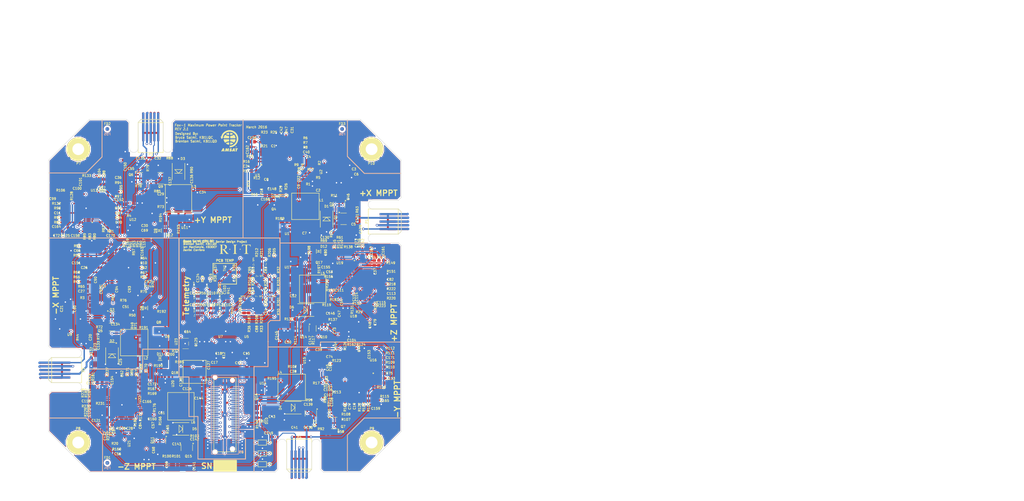
<source format=kicad_pcb>
(kicad_pcb (version 3) (host pcbnew "(22-Jun-2014 BZR 4027)-stable")
  (title_block (title "Fox-1 Maximum Power Point Tracker") (rev 2.1) (company "The Amateur Radio Satellite Corporation") (comment 1 "Bryce Salmi, KB1LQC") (comment 2 "Brenton Salmi, KB1LQD"))
  (layers (15 F.Cu signal) (2 Inner2.Cu signal) (1 Inner1.Cu signal) (0 B.Cu signal) (18 B.Paste user) (19 F.Paste user) (20 B.SilkS user) (21 F.SilkS user) (22 B.Mask user) (23 F.Mask user) (28 Edge.Cuts user))
  (net 0 "")
  (net 1 "/ADC Channels/Temperature & Current ADC/I2C_SCL")
  (net 2 "/ADC Channels/Temperature & Current ADC/I2C_SDA")
  (net 3 "/ADC Channels/Temperature & Current ADC/MPPT-OUTPUT-CURRENT")
  (net 4 "/ADC Channels/Temperature & Current ADC/SENSOR_POWER")
  (net 5 "/ADC Channels/Voltage Sense ADC/VMPPT")
  (net 6 /BUS44)
  (net 7 /BUS46)
  (net 8 /BUS48)
  (net 9 /BUS50)
  (net 10 /Connectors/BUS1)
  (net 11 /Connectors/BUS10)
  (net 12 /Connectors/BUS11)
  (net 13 /Connectors/BUS12)
  (net 14 /Connectors/BUS13)
  (net 15 /Connectors/BUS14)
  (net 16 /Connectors/BUS15)
  (net 17 /Connectors/BUS16)
  (net 18 /Connectors/BUS17)
  (net 19 /Connectors/BUS18)
  (net 20 /Connectors/BUS19)
  (net 21 /Connectors/BUS2)
  (net 22 /Connectors/BUS20)
  (net 23 /Connectors/BUS21)
  (net 24 /Connectors/BUS22)
  (net 25 /Connectors/BUS23)
  (net 26 /Connectors/BUS24)
  (net 27 /Connectors/BUS25)
  (net 28 /Connectors/BUS26)
  (net 29 /Connectors/BUS27)
  (net 30 /Connectors/BUS28)
  (net 31 /Connectors/BUS29-UNF)
  (net 32 /Connectors/BUS3)
  (net 33 /Connectors/BUS30)
  (net 34 /Connectors/BUS31)
  (net 35 /Connectors/BUS32)
  (net 36 /Connectors/BUS33)
  (net 37 /Connectors/BUS34)
  (net 38 /Connectors/BUS35)
  (net 39 /Connectors/BUS36)
  (net 40 /Connectors/BUS4)
  (net 41 /Connectors/BUS40)
  (net 42 /Connectors/BUS42)
  (net 43 /Connectors/BUS46-UNF)
  (net 44 /Connectors/BUS48-UNF)
  (net 45 /Connectors/BUS49)
  (net 46 /Connectors/BUS5)
  (net 47 /Connectors/BUS51)
  (net 48 /Connectors/BUS52)
  (net 49 /Connectors/BUS53)
  (net 50 /Connectors/BUS54)
  (net 51 /Connectors/BUS55)
  (net 52 /Connectors/BUS56)
  (net 53 /Connectors/BUS6)
  (net 54 /Connectors/BUS7)
  (net 55 /Connectors/BUS8)
  (net 56 /Connectors/BUS9)
  (net 57 "/Current Sense/I_SENSE+")
  (net 58 "/Current Sense/Sense-")
  (net 59 "/Current Sense/VBATT")
  (net 60 /MPPT_String_X+/Amplifiers/VREF)
  (net 61 /MPPT_String_X+/Amplifiers/Verror)
  (net 62 /MPPT_String_X+/RTD+)
  (net 63 "/MPPT_String_X+/TL1451 Control/MOSFET Driver/GATE-DRIVE")
  (net 64 "/MPPT_String_X+/TL1451 Control/MOSFET Driver/PWM-IN")
  (net 65 "/MPPT_String_X+/TL1451 Control/MPPT-OUT")
  (net 66 "/MPPT_String_X+/TL1451 Control/Non-Synchronouse_BUCK/Vswitch")
  (net 67 /MPPT_String_X+/Vpanel+)
  (net 68 /MPPT_String_X+/Vtemp)
  (net 69 /MPPT_String_X+/~SolarSafe~)
  (net 70 /MPPT_String_X-/Amplifiers/VREF)
  (net 71 /MPPT_String_X-/Amplifiers/Verror)
  (net 72 /MPPT_String_X-/RTD+)
  (net 73 "/MPPT_String_X-/TL1451 Control/MOSFET Driver/GATE-DRIVE")
  (net 74 "/MPPT_String_X-/TL1451 Control/MOSFET Driver/PWM-IN")
  (net 75 "/MPPT_String_X-/TL1451 Control/MPPT-OUT")
  (net 76 "/MPPT_String_X-/TL1451 Control/Non-Synchronouse_BUCK/Vswitch")
  (net 77 /MPPT_String_X-/Vpanel+)
  (net 78 /MPPT_String_X-/Vtemp)
  (net 79 /MPPT_String_Y+/Amplifiers/VREF)
  (net 80 /MPPT_String_Y+/Amplifiers/Verror)
  (net 81 /MPPT_String_Y+/RTD+)
  (net 82 "/MPPT_String_Y+/TL1451 Control/MOSFET Driver/GATE-DRIVE")
  (net 83 "/MPPT_String_Y+/TL1451 Control/MOSFET Driver/PWM-IN")
  (net 84 "/MPPT_String_Y+/TL1451 Control/MPPT-OUT")
  (net 85 "/MPPT_String_Y+/TL1451 Control/Non-Synchronouse_BUCK/Vswitch")
  (net 86 /MPPT_String_Y+/Vpanel+)
  (net 87 /MPPT_String_Y+/Vtemp)
  (net 88 /MPPT_String_Y-/Amplifiers/VREF)
  (net 89 /MPPT_String_Y-/Amplifiers/Verror)
  (net 90 /MPPT_String_Y-/RTD+)
  (net 91 "/MPPT_String_Y-/TL1451 Control/MOSFET Driver/GATE-DRIVE")
  (net 92 "/MPPT_String_Y-/TL1451 Control/MOSFET Driver/PWM-IN")
  (net 93 "/MPPT_String_Y-/TL1451 Control/MPPT-OUT")
  (net 94 "/MPPT_String_Y-/TL1451 Control/Non-Synchronouse_BUCK/Vswitch")
  (net 95 /MPPT_String_Y-/Vpanel+)
  (net 96 /MPPT_String_Y-/Vtemp)
  (net 97 /MPPT_String_Z+/Amplifiers/VREF)
  (net 98 /MPPT_String_Z+/Amplifiers/Verror)
  (net 99 /MPPT_String_Z+/RTD+)
  (net 100 "/MPPT_String_Z+/TL1451 Control/MOSFET Driver/GATE-DRIVE")
  (net 101 "/MPPT_String_Z+/TL1451 Control/MOSFET Driver/PWM-IN")
  (net 102 "/MPPT_String_Z+/TL1451 Control/MPPT-OUT")
  (net 103 "/MPPT_String_Z+/TL1451 Control/Non-Synchronouse_BUCK/Vswitch")
  (net 104 /MPPT_String_Z+/Vpanel+)
  (net 105 /MPPT_String_Z+/Vtemp)
  (net 106 /MPPT_String_Z-/Amplifiers/VREF)
  (net 107 /MPPT_String_Z-/Amplifiers/Verror)
  (net 108 /MPPT_String_Z-/RTD+)
  (net 109 "/MPPT_String_Z-/TL1451 Control/MOSFET Driver/GATE-DRIVE")
  (net 110 "/MPPT_String_Z-/TL1451 Control/MOSFET Driver/PWM-IN")
  (net 111 "/MPPT_String_Z-/TL1451 Control/MPPT-OUT")
  (net 112 "/MPPT_String_Z-/TL1451 Control/Non-Synchronouse_BUCK/Vswitch")
  (net 113 /MPPT_String_Z-/Vpanel+)
  (net 114 /MPPT_String_Z-/Vtemp)
  (net 115 "/Panel Voltage Scaling/Vsense+X")
  (net 116 "/Panel Voltage Scaling/Vsense+Y")
  (net 117 "/Panel Voltage Scaling/Vsense+Z")
  (net 118 "/Panel Voltage Scaling/Vsense-X")
  (net 119 "/Panel Voltage Scaling/Vsense-Y")
  (net 120 "/Panel Voltage Scaling/Vsense-Z")
  (net 121 GND)
  (net 122 N-00000104)
  (net 123 N-00000105)
  (net 124 N-00000106)
  (net 125 N-00000107)
  (net 126 N-00000108)
  (net 127 N-00000109)
  (net 128 N-00000110)
  (net 129 N-00000111)
  (net 130 N-00000112)
  (net 131 N-00000113)
  (net 132 N-00000114)
  (net 133 N-00000115)
  (net 134 N-00000116)
  (net 135 N-00000117)
  (net 136 N-00000118)
  (net 137 N-00000119)
  (net 138 N-00000120)
  (net 139 N-00000121)
  (net 140 N-00000123)
  (net 141 N-00000130)
  (net 142 N-00000131)
  (net 143 N-00000132)
  (net 144 N-00000133)
  (net 145 N-00000134)
  (net 146 N-00000135)
  (net 147 N-00000136)
  (net 148 N-00000137)
  (net 149 N-00000138)
  (net 150 N-00000139)
  (net 151 N-00000140)
  (net 152 N-00000141)
  (net 153 N-00000142)
  (net 154 N-00000143)
  (net 155 N-00000144)
  (net 156 N-00000145)
  (net 157 N-00000146)
  (net 158 N-00000147)
  (net 159 N-00000148)
  (net 160 N-00000149)
  (net 161 N-00000150)
  (net 162 N-00000158)
  (net 163 N-00000159)
  (net 164 N-00000160)
  (net 165 N-00000161)
  (net 166 N-00000162)
  (net 167 N-00000163)
  (net 168 N-00000164)
  (net 169 N-00000165)
  (net 170 N-00000166)
  (net 171 N-00000167)
  (net 172 N-00000168)
  (net 173 N-00000169)
  (net 174 N-0000017)
  (net 175 N-00000170)
  (net 176 N-00000171)
  (net 177 N-00000172)
  (net 178 N-00000173)
  (net 179 N-00000180)
  (net 180 N-00000181)
  (net 181 N-00000183)
  (net 182 N-00000184)
  (net 183 N-00000185)
  (net 184 N-00000186)
  (net 185 N-00000187)
  (net 186 N-00000188)
  (net 187 N-00000189)
  (net 188 N-0000019)
  (net 189 N-00000190)
  (net 190 N-00000191)
  (net 191 N-00000192)
  (net 192 N-00000193)
  (net 193 N-00000194)
  (net 194 N-00000195)
  (net 195 N-00000196)
  (net 196 N-00000197)
  (net 197 N-00000198)
  (net 198 N-00000199)
  (net 199 N-00000200)
  (net 200 N-00000207)
  (net 201 N-00000208)
  (net 202 N-00000210)
  (net 203 N-00000211)
  (net 204 N-00000212)
  (net 205 N-00000213)
  (net 206 N-00000214)
  (net 207 N-00000215)
  (net 208 N-00000216)
  (net 209 N-00000217)
  (net 210 N-00000218)
  (net 211 N-00000219)
  (net 212 N-00000220)
  (net 213 N-00000221)
  (net 214 N-00000222)
  (net 215 N-00000223)
  (net 216 N-00000224)
  (net 217 N-00000225)
  (net 218 N-00000226)
  (net 219 N-00000227)
  (net 220 N-00000228)
  (net 221 N-00000230)
  (net 222 N-00000231)
  (net 223 N-00000232)
  (net 224 N-00000234)
  (net 225 N-00000235)
  (net 226 N-00000236)
  (net 227 N-00000238)
  (net 228 N-00000239)
  (net 229 N-00000240)
  (net 230 N-00000242)
  (net 231 N-00000243)
  (net 232 N-00000244)
  (net 233 N-00000246)
  (net 234 N-00000247)
  (net 235 N-00000248)
  (net 236 N-0000025)
  (net 237 N-0000026)
  (net 238 N-0000030)
  (net 239 N-0000031)
  (net 240 N-0000035)
  (net 241 N-0000036)
  (net 242 N-0000042)
  (net 243 N-0000044)
  (net 244 N-0000047)
  (net 245 N-0000049)
  (net 246 N-0000051)
  (net 247 N-0000052)
  (net 248 N-0000054)
  (net 249 N-0000061)
  (net 250 N-0000062)
  (net 251 N-0000063)
  (net 252 N-0000064)
  (net 253 N-0000065)
  (net 254 N-0000066)
  (net 255 N-0000067)
  (net 256 N-0000068)
  (net 257 N-0000069)
  (net 258 N-0000070)
  (net 259 N-0000071)
  (net 260 N-0000072)
  (net 261 N-0000073)
  (net 262 N-0000074)
  (net 263 N-0000075)
  (net 264 N-0000076)
  (net 265 N-0000077)
  (net 266 N-0000078)
  (net 267 N-0000079)
  (net 268 N-0000080)
  (net 269 N-0000081)
  (net 270 N-0000082)
  (net 271 N-0000083)
  (net 272 N-0000084)
  (net 273 N-0000085)
  (net 274 N-0000086)
  (net 275 N-0000087)
  (net 276 N-0000088)
  (net 277 N-0000089)
  (net 278 N-0000090)
  (net 279 N-0000091)
  (net 280 N-0000092)
  (net 281 N-0000093)
  (net 282 N-0000094)
  (net 283 N-0000095)
  (net 284 N-0000096)
  (module R0402 (layer F.Cu) (at 155.448 124.079 180)
    (fp_text reference R15 (at 0 -1.143 180) (layer F.SilkS) (effects (font (size 0.635 0.635) (thickness 0.127))))
    (fp_text value 2.49K hide)
    (pad 1 smd rect (at -0.6477 0 180) (size 0.6985 0.89916) (layers F.Cu F.Paste F.Mask) (net 252 N-0000064))
    (pad 2 smd rect (at 0.6477 0 180) (size 0.6985 0.89916) (layers F.Cu F.Paste F.Mask) (net 62 /MPPT_String_X+/RTD+))
  )
  (module C1210 (layer F.Cu) (at 122.174 170.307 180)
    (fp_text reference C25 (at 2.794 0 270) (layer F.SilkS) (effects (font (size 0.635 0.635) (thickness 0.127))))
    (fp_text value 47uF hide)
    (pad 1 smd rect (at -1.39954 0 180) (size 1.59766 2.69748) (layers F.Cu F.Paste F.Mask) (net 75 "/MPPT_String_X-/TL1451 Control/MPPT-OUT"))
    (pad 2 smd rect (at 1.39954 0 180) (size 1.59766 2.69748) (layers F.Cu F.Paste F.Mask) (net 121 GND))
  )
  (module SO14 (layer F.Cu) (at 183.261 146.812 270)
    (fp_text reference U19 (at -3.175 4.826 360) (layer F.SilkS) (effects (font (size 0.635 0.635) (thickness 0.127))))
    (fp_text value LM6144A hide)
    (fp_text user "" (at -1.524 -0.51562 270) (layer F.SilkS) (effects (font (size 0.3048 0.3048) (thickness 0.0762))))
    (fp_text user "" (at -2.18186 0.4318 270) (layer F.SilkS) (effects (font (size 0.4064 0.4064) (thickness 0.0889))))
    (pad 1 smd rect (at -3.81 2.59842 270) (size 0.59944 2.19964) (layers F.Cu F.Paste F.Mask) (net 187 N-00000189))
    (pad 2 smd rect (at -2.54 2.59842 270) (size 0.59944 2.19964) (layers F.Cu F.Paste F.Mask) (net 193 N-00000194))
    (pad 3 smd rect (at -1.27 2.59842 270) (size 0.59944 2.19964) (layers F.Cu F.Paste F.Mask) (net 192 N-00000193))
    (pad 4 smd rect (at 0 2.59842 270) (size 0.59944 2.19964) (layers F.Cu F.Paste F.Mask) (net 104 /MPPT_String_Z+/Vpanel+))
    (pad 5 smd rect (at 1.27 2.59842 270) (size 0.59944 2.19964) (layers F.Cu F.Paste F.Mask) (net 184 N-00000186))
    (pad 6 smd rect (at 2.54 2.59842 270) (size 0.59944 2.19964) (layers F.Cu F.Paste F.Mask) (net 182 N-00000184))
    (pad 7 smd rect (at 3.81 2.59842 270) (size 0.59944 2.19964) (layers F.Cu F.Paste F.Mask) (net 190 N-00000191))
    (pad 8 smd rect (at 3.81 -2.59842 270) (size 0.59944 2.19964) (layers F.Cu F.Paste F.Mask) (net 195 N-00000196))
    (pad 9 smd rect (at 2.54 -2.59842 270) (size 0.59944 2.19964) (layers F.Cu F.Paste F.Mask) (net 197 N-00000198))
    (pad 10 smd rect (at 1.27 -2.59842 270) (size 0.59944 2.19964) (layers F.Cu F.Paste F.Mask) (net 196 N-00000197))
    (pad 11 smd rect (at 0 -2.59842 270) (size 0.59944 2.19964) (layers F.Cu F.Paste F.Mask) (net 121 GND))
    (pad 12 smd rect (at -1.27 -2.59842 270) (size 0.59944 2.19964) (layers F.Cu F.Paste F.Mask) (net 189 N-00000190))
    (pad 13 smd rect (at -2.54 -2.59842 270) (size 0.59944 2.19964) (layers F.Cu F.Paste F.Mask) (net 198 N-00000199))
    (pad 14 smd rect (at -3.81 -2.59842 270) (size 0.59944 2.19964) (layers F.Cu F.Paste F.Mask) (net 105 /MPPT_String_Z+/Vtemp))
  )
  (module SO14 (layer F.Cu) (at 119.6975 181.0385 180)
    (fp_text reference U22 (at -4.8895 0.6985 270) (layer F.SilkS) (effects (font (size 0.635 0.635) (thickness 0.127))))
    (fp_text value LM6144A hide)
    (fp_text user "" (at -1.524 -0.51562 180) (layer F.SilkS) (effects (font (size 0.3048 0.3048) (thickness 0.0762))))
    (fp_text user "" (at -2.18186 0.4318 180) (layer F.SilkS) (effects (font (size 0.4064 0.4064) (thickness 0.0889))))
    (pad 1 smd rect (at -3.81 2.59842 180) (size 0.59944 2.19964) (layers F.Cu F.Paste F.Mask) (net 214 N-00000222))
    (pad 2 smd rect (at -2.54 2.59842 180) (size 0.59944 2.19964) (layers F.Cu F.Paste F.Mask) (net 213 N-00000221))
    (pad 3 smd rect (at -1.27 2.59842 180) (size 0.59944 2.19964) (layers F.Cu F.Paste F.Mask) (net 216 N-00000224))
    (pad 4 smd rect (at 0 2.59842 180) (size 0.59944 2.19964) (layers F.Cu F.Paste F.Mask) (net 113 /MPPT_String_Z-/Vpanel+))
    (pad 5 smd rect (at 1.27 2.59842 180) (size 0.59944 2.19964) (layers F.Cu F.Paste F.Mask) (net 202 N-00000210))
    (pad 6 smd rect (at 2.54 2.59842 180) (size 0.59944 2.19964) (layers F.Cu F.Paste F.Mask) (net 205 N-00000213))
    (pad 7 smd rect (at 3.81 2.59842 180) (size 0.59944 2.19964) (layers F.Cu F.Paste F.Mask) (net 203 N-00000211))
    (pad 8 smd rect (at 3.81 -2.59842 180) (size 0.59944 2.19964) (layers F.Cu F.Paste F.Mask) (net 210 N-00000218))
    (pad 9 smd rect (at 2.54 -2.59842 180) (size 0.59944 2.19964) (layers F.Cu F.Paste F.Mask) (net 207 N-00000215))
    (pad 10 smd rect (at 1.27 -2.59842 180) (size 0.59944 2.19964) (layers F.Cu F.Paste F.Mask) (net 209 N-00000217))
    (pad 11 smd rect (at 0 -2.59842 180) (size 0.59944 2.19964) (layers F.Cu F.Paste F.Mask) (net 121 GND))
    (pad 12 smd rect (at -1.27 -2.59842 180) (size 0.59944 2.19964) (layers F.Cu F.Paste F.Mask) (net 217 N-00000225))
    (pad 13 smd rect (at -2.54 -2.59842 180) (size 0.59944 2.19964) (layers F.Cu F.Paste F.Mask) (net 215 N-00000223))
    (pad 14 smd rect (at -3.81 -2.59842 180) (size 0.59944 2.19964) (layers F.Cu F.Paste F.Mask) (net 114 /MPPT_String_Z-/Vtemp))
  )
  (module SO14 (layer F.Cu) (at 110.871 128.905 90)
    (fp_text reference U13 (at 4.826 1.397 180) (layer F.SilkS) (effects (font (size 0.635 0.635) (thickness 0.127))))
    (fp_text value LM6144A hide)
    (fp_text user "" (at -1.524 -0.51562 90) (layer F.SilkS) (effects (font (size 0.3048 0.3048) (thickness 0.0762))))
    (fp_text user "" (at -2.18186 0.4318 90) (layer F.SilkS) (effects (font (size 0.4064 0.4064) (thickness 0.0889))))
    (pad 1 smd rect (at -3.81 2.59842 90) (size 0.59944 2.19964) (layers F.Cu F.Paste F.Mask) (net 155 N-00000144))
    (pad 2 smd rect (at -2.54 2.59842 90) (size 0.59944 2.19964) (layers F.Cu F.Paste F.Mask) (net 154 N-00000143))
    (pad 3 smd rect (at -1.27 2.59842 90) (size 0.59944 2.19964) (layers F.Cu F.Paste F.Mask) (net 153 N-00000142))
    (pad 4 smd rect (at 0 2.59842 90) (size 0.59944 2.19964) (layers F.Cu F.Paste F.Mask) (net 86 /MPPT_String_Y+/Vpanel+))
    (pad 5 smd rect (at 1.27 2.59842 90) (size 0.59944 2.19964) (layers F.Cu F.Paste F.Mask) (net 146 N-00000135))
    (pad 6 smd rect (at 2.54 2.59842 90) (size 0.59944 2.19964) (layers F.Cu F.Paste F.Mask) (net 147 N-00000136))
    (pad 7 smd rect (at 3.81 2.59842 90) (size 0.59944 2.19964) (layers F.Cu F.Paste F.Mask) (net 156 N-00000145))
    (pad 8 smd rect (at 3.81 -2.59842 90) (size 0.59944 2.19964) (layers F.Cu F.Paste F.Mask) (net 152 N-00000141))
    (pad 9 smd rect (at 2.54 -2.59842 90) (size 0.59944 2.19964) (layers F.Cu F.Paste F.Mask) (net 149 N-00000138))
    (pad 10 smd rect (at 1.27 -2.59842 90) (size 0.59944 2.19964) (layers F.Cu F.Paste F.Mask) (net 143 N-00000132))
    (pad 11 smd rect (at 0 -2.59842 90) (size 0.59944 2.19964) (layers F.Cu F.Paste F.Mask) (net 121 GND))
    (pad 12 smd rect (at -1.27 -2.59842 90) (size 0.59944 2.19964) (layers F.Cu F.Paste F.Mask) (net 158 N-00000147))
    (pad 13 smd rect (at -2.54 -2.59842 90) (size 0.59944 2.19964) (layers F.Cu F.Paste F.Mask) (net 157 N-00000146))
    (pad 14 smd rect (at -3.81 -2.59842 90) (size 0.59944 2.19964) (layers F.Cu F.Paste F.Mask) (net 87 /MPPT_String_Y+/Vtemp))
  )
  (module SO14 (layer F.Cu) (at 161.163 116.332)
    (fp_text reference U3 (at -4.953 3.683) (layer F.SilkS) (effects (font (size 0.635 0.635) (thickness 0.127))))
    (fp_text value LM6144A hide)
    (fp_text user "" (at -1.524 -0.51562) (layer F.SilkS) (effects (font (size 0.3048 0.3048) (thickness 0.0762))))
    (fp_text user "" (at -2.18186 0.4318) (layer F.SilkS) (effects (font (size 0.4064 0.4064) (thickness 0.0889))))
    (pad 1 smd rect (at -3.81 2.59842) (size 0.59944 2.19964) (layers F.Cu F.Paste F.Mask) (net 253 N-0000065))
    (pad 2 smd rect (at -2.54 2.59842) (size 0.59944 2.19964) (layers F.Cu F.Paste F.Mask) (net 251 N-0000063))
    (pad 3 smd rect (at -1.27 2.59842) (size 0.59944 2.19964) (layers F.Cu F.Paste F.Mask) (net 263 N-0000075))
    (pad 4 smd rect (at 0 2.59842) (size 0.59944 2.19964) (layers F.Cu F.Paste F.Mask) (net 67 /MPPT_String_X+/Vpanel+))
    (pad 5 smd rect (at 1.27 2.59842) (size 0.59944 2.19964) (layers F.Cu F.Paste F.Mask) (net 259 N-0000071))
    (pad 6 smd rect (at 2.54 2.59842) (size 0.59944 2.19964) (layers F.Cu F.Paste F.Mask) (net 258 N-0000070))
    (pad 7 smd rect (at 3.81 2.59842) (size 0.59944 2.19964) (layers F.Cu F.Paste F.Mask) (net 262 N-0000074))
    (pad 8 smd rect (at 3.81 -2.59842) (size 0.59944 2.19964) (layers F.Cu F.Paste F.Mask) (net 261 N-0000073))
    (pad 9 smd rect (at 2.54 -2.59842) (size 0.59944 2.19964) (layers F.Cu F.Paste F.Mask) (net 250 N-0000062))
    (pad 10 smd rect (at 1.27 -2.59842) (size 0.59944 2.19964) (layers F.Cu F.Paste F.Mask) (net 260 N-0000072))
    (pad 11 smd rect (at 0 -2.59842) (size 0.59944 2.19964) (layers F.Cu F.Paste F.Mask) (net 121 GND))
    (pad 12 smd rect (at -1.27 -2.59842) (size 0.59944 2.19964) (layers F.Cu F.Paste F.Mask) (net 249 N-0000061))
    (pad 13 smd rect (at -2.54 -2.59842) (size 0.59944 2.19964) (layers F.Cu F.Paste F.Mask) (net 264 N-0000076))
    (pad 14 smd rect (at -3.81 -2.59842) (size 0.59944 2.19964) (layers F.Cu F.Paste F.Mask) (net 68 /MPPT_String_X+/Vtemp))
  )
  (module SO14 (layer F.Cu) (at 117.094 144.907 270)
    (fp_text reference U10 (at 4.953 2.54 360) (layer F.SilkS) (effects (font (size 0.635 0.635) (thickness 0.127))))
    (fp_text value LM6144A hide)
    (fp_text user "" (at -1.524 -0.51562 270) (layer F.SilkS) (effects (font (size 0.3048 0.3048) (thickness 0.0762))))
    (fp_text user "" (at -2.18186 0.4318 270) (layer F.SilkS) (effects (font (size 0.4064 0.4064) (thickness 0.0889))))
    (pad 1 smd rect (at -3.81 2.59842 270) (size 0.59944 2.19964) (layers F.Cu F.Paste F.Mask) (net 138 N-00000120))
    (pad 2 smd rect (at -2.54 2.59842 270) (size 0.59944 2.19964) (layers F.Cu F.Paste F.Mask) (net 137 N-00000119))
    (pad 3 smd rect (at -1.27 2.59842 270) (size 0.59944 2.19964) (layers F.Cu F.Paste F.Mask) (net 136 N-00000118))
    (pad 4 smd rect (at 0 2.59842 270) (size 0.59944 2.19964) (layers F.Cu F.Paste F.Mask) (net 77 /MPPT_String_X-/Vpanel+))
    (pad 5 smd rect (at 1.27 2.59842 270) (size 0.59944 2.19964) (layers F.Cu F.Paste F.Mask) (net 132 N-00000114))
    (pad 6 smd rect (at 2.54 2.59842 270) (size 0.59944 2.19964) (layers F.Cu F.Paste F.Mask) (net 135 N-00000117))
    (pad 7 smd rect (at 3.81 2.59842 270) (size 0.59944 2.19964) (layers F.Cu F.Paste F.Mask) (net 126 N-00000108))
    (pad 8 smd rect (at 3.81 -2.59842 270) (size 0.59944 2.19964) (layers F.Cu F.Paste F.Mask) (net 128 N-00000110))
    (pad 9 smd rect (at 2.54 -2.59842 270) (size 0.59944 2.19964) (layers F.Cu F.Paste F.Mask) (net 130 N-00000112))
    (pad 10 smd rect (at 1.27 -2.59842 270) (size 0.59944 2.19964) (layers F.Cu F.Paste F.Mask) (net 124 N-00000106))
    (pad 11 smd rect (at 0 -2.59842 270) (size 0.59944 2.19964) (layers F.Cu F.Paste F.Mask) (net 121 GND))
    (pad 12 smd rect (at -1.27 -2.59842 270) (size 0.59944 2.19964) (layers F.Cu F.Paste F.Mask) (net 134 N-00000116))
    (pad 13 smd rect (at -2.54 -2.59842 270) (size 0.59944 2.19964) (layers F.Cu F.Paste F.Mask) (net 125 N-00000107))
    (pad 14 smd rect (at -3.81 -2.59842 270) (size 0.59944 2.19964) (layers F.Cu F.Paste F.Mask) (net 78 /MPPT_String_X-/Vtemp))
  )
  (module SO14 (layer F.Cu) (at 183.642 174.244 180)
    (fp_text reference U16 (at -3.81 4.445 180) (layer F.SilkS) (effects (font (size 0.635 0.635) (thickness 0.127))))
    (fp_text value LM6144A hide)
    (fp_text user "" (at -1.524 -0.51562 180) (layer F.SilkS) (effects (font (size 0.3048 0.3048) (thickness 0.0762))))
    (fp_text user "" (at -2.18186 0.4318 180) (layer F.SilkS) (effects (font (size 0.4064 0.4064) (thickness 0.0889))))
    (pad 1 smd rect (at -3.81 2.59842 180) (size 0.59944 2.19964) (layers F.Cu F.Paste F.Mask) (net 167 N-00000163))
    (pad 2 smd rect (at -2.54 2.59842 180) (size 0.59944 2.19964) (layers F.Cu F.Paste F.Mask) (net 169 N-00000165))
    (pad 3 smd rect (at -1.27 2.59842 180) (size 0.59944 2.19964) (layers F.Cu F.Paste F.Mask) (net 170 N-00000166))
    (pad 4 smd rect (at 0 2.59842 180) (size 0.59944 2.19964) (layers F.Cu F.Paste F.Mask) (net 95 /MPPT_String_Y-/Vpanel+))
    (pad 5 smd rect (at 1.27 2.59842 180) (size 0.59944 2.19964) (layers F.Cu F.Paste F.Mask) (net 177 N-00000172))
    (pad 6 smd rect (at 2.54 2.59842 180) (size 0.59944 2.19964) (layers F.Cu F.Paste F.Mask) (net 165 N-00000161))
    (pad 7 smd rect (at 3.81 2.59842 180) (size 0.59944 2.19964) (layers F.Cu F.Paste F.Mask) (net 175 N-00000170))
    (pad 8 smd rect (at 3.81 -2.59842 180) (size 0.59944 2.19964) (layers F.Cu F.Paste F.Mask) (net 172 N-00000168))
    (pad 9 smd rect (at 2.54 -2.59842 180) (size 0.59944 2.19964) (layers F.Cu F.Paste F.Mask) (net 173 N-00000169))
    (pad 10 smd rect (at 1.27 -2.59842 180) (size 0.59944 2.19964) (layers F.Cu F.Paste F.Mask) (net 171 N-00000167))
    (pad 11 smd rect (at 0 -2.59842 180) (size 0.59944 2.19964) (layers F.Cu F.Paste F.Mask) (net 121 GND))
    (pad 12 smd rect (at -1.27 -2.59842 180) (size 0.59944 2.19964) (layers F.Cu F.Paste F.Mask) (net 178 N-00000173))
    (pad 13 smd rect (at -2.54 -2.59842 180) (size 0.59944 2.19964) (layers F.Cu F.Paste F.Mask) (net 162 N-00000158))
    (pad 14 smd rect (at -3.81 -2.59842 180) (size 0.59944 2.19964) (layers F.Cu F.Paste F.Mask) (net 96 /MPPT_String_Y-/Vtemp))
  )
  (module SLF6045 (layer F.Cu) (at 139.319 172.974 270)
    (fp_text reference L7 (at 2.032 -3.683 360) (layer F.SilkS) (effects (font (size 0.635 0.635) (thickness 0.127))))
    (fp_text value 10uH hide)
    (pad 1 smd rect (at -2.75 0 270) (size 1.5 2.2) (layers F.Cu F.Paste F.Mask) (net 58 "/Current Sense/Sense-"))
    (pad 2 smd rect (at 2.75 0 270) (size 1.5 2.2) (layers F.Cu F.Paste F.Mask) (net 59 "/Current Sense/VBATT"))
  )
  (module FOX_Mounting_Hole (layer F.Cu) (at 108 113)
    (fp_text reference P7 (at 0.077 3.84) (layer F.SilkS) (effects (font (size 0.635 0.635) (thickness 0.127))))
    (fp_text value CONN_1 hide)
    (pad 1 thru_hole circle (at 0 0) (size 6.35 6.35) (drill 3.18) (layers *.Cu *.Mask F.SilkS) (net 121 GND))
  )
  (module FOX_Mounting_Hole (layer F.Cu) (at 187 113)
    (fp_text reference P10 (at -0.056 3.84) (layer F.SilkS) (effects (font (size 0.635 0.635) (thickness 0.127))))
    (fp_text value CONN_1 hide)
    (pad 1 thru_hole circle (at 0 0) (size 6.35 6.35) (drill 3.18) (layers *.Cu *.Mask F.SilkS) (net 121 GND))
  )
  (module FOX_Mounting_Hole (layer F.Cu) (at 187 192)
    (fp_text reference P9 (at 0.071 -3.786) (layer F.SilkS) (effects (font (size 0.635 0.635) (thickness 0.127))))
    (fp_text value CONN_1 hide)
    (pad 1 thru_hole circle (at 0 0) (size 6.35 6.35) (drill 3.18) (layers *.Cu *.Mask F.SilkS) (net 121 GND))
  )
  (module FOX_Mounting_Hole (layer F.Cu) (at 108 192)
    (fp_text reference P8 (at -0.05 -3.786) (layer F.SilkS) (effects (font (size 0.635 0.635) (thickness 0.127))))
    (fp_text value CONN_1 hide)
    (pad 1 thru_hole circle (at 0 0) (size 6.35 6.35) (drill 3.18) (layers *.Cu *.Mask F.SilkS) (net 121 GND))
  )
  (module SOT23-5 (layer F.Cu) (at 136.906 165.354 270)
    (fp_text reference U23 (at -0.508 2.54 270) (layer F.SilkS) (effects (font (size 0.635 0.635) (thickness 0.127))))
    (fp_text value INA195 hide)
    (pad 1 smd rect (at -0.94996 1.29794 270) (size 0.54864 1.19888) (layers F.Cu F.Paste F.Mask) (net 3 "/ADC Channels/Temperature & Current ADC/MPPT-OUTPUT-CURRENT"))
    (pad 2 smd rect (at 0 1.29794 270) (size 0.54864 1.19888) (layers F.Cu F.Paste F.Mask) (net 121 GND))
    (pad 3 smd rect (at 0.94996 1.29794 270) (size 0.54864 1.19888) (layers F.Cu F.Paste F.Mask) (net 57 "/Current Sense/I_SENSE+"))
    (pad 4 smd rect (at 0.94996 -1.29794 270) (size 0.54864 1.19888) (layers F.Cu F.Paste F.Mask) (net 58 "/Current Sense/Sense-"))
    (pad 5 smd rect (at -0.94996 -1.29794 270) (size 0.54864 1.19888) (layers F.Cu F.Paste F.Mask) (net 4 "/ADC Channels/Temperature & Current ADC/SENSOR_POWER"))
  )
  (module SOT23 (layer F.Cu) (at 162.814 129.159 180)
    (fp_text reference Q4 (at 2.159 0 180) (layer F.SilkS) (effects (font (size 0.635 0.635) (thickness 0.127))))
    (fp_text value 2N7002K hide)
    (pad 1 smd rect (at -0.94996 1.09982 180) (size 0.99822 1.39954) (layers F.Cu F.Paste F.Mask) (net 69 /MPPT_String_X+/~SolarSafe~))
    (pad 2 smd rect (at 0.94996 1.09982 180) (size 0.99822 1.39954) (layers F.Cu F.Paste F.Mask) (net 121 GND))
    (pad 3 smd rect (at 0 -1.09982 180) (size 0.99822 1.39954) (layers F.Cu F.Paste F.Mask) (net 174 N-0000017))
  )
  (module SOT23 (layer F.Cu) (at 157.099 181.483)
    (fp_text reference Q16 (at -1.143 -1.778 90) (layer F.SilkS) (effects (font (size 0.635 0.635) (thickness 0.127))))
    (fp_text value 2N7002K hide)
    (pad 1 smd rect (at -0.94996 1.09982) (size 0.99822 1.39954) (layers F.Cu F.Paste F.Mask) (net 69 /MPPT_String_X+/~SolarSafe~))
    (pad 2 smd rect (at 0.94996 1.09982) (size 0.99822 1.39954) (layers F.Cu F.Paste F.Mask) (net 121 GND))
    (pad 3 smd rect (at 0 -1.09982) (size 0.99822 1.39954) (layers F.Cu F.Paste F.Mask) (net 241 N-0000036))
  )
  (module SOT23 (layer F.Cu) (at 127.508 159.385 180)
    (fp_text reference Q8 (at -2.159 -0.254 180) (layer F.SilkS) (effects (font (size 0.635 0.635) (thickness 0.127))))
    (fp_text value 2N7002K hide)
    (pad 1 smd rect (at -0.94996 1.09982 180) (size 0.99822 1.39954) (layers F.Cu F.Paste F.Mask) (net 69 /MPPT_String_X+/~SolarSafe~))
    (pad 2 smd rect (at 0.94996 1.09982 180) (size 0.99822 1.39954) (layers F.Cu F.Paste F.Mask) (net 121 GND))
    (pad 3 smd rect (at 0 -1.09982 180) (size 0.99822 1.39954) (layers F.Cu F.Paste F.Mask) (net 237 N-0000026))
  )
  (module SOT23 (layer F.Cu) (at 132.461 133.985 270)
    (fp_text reference Q12 (at 2.159 -0.127 360) (layer F.SilkS) (effects (font (size 0.635 0.635) (thickness 0.127))))
    (fp_text value 2N7002K hide)
    (pad 1 smd rect (at -0.94996 1.09982 270) (size 0.99822 1.39954) (layers F.Cu F.Paste F.Mask) (net 69 /MPPT_String_X+/~SolarSafe~))
    (pad 2 smd rect (at 0.94996 1.09982 270) (size 0.99822 1.39954) (layers F.Cu F.Paste F.Mask) (net 121 GND))
    (pad 3 smd rect (at 0 -1.09982 270) (size 0.99822 1.39954) (layers F.Cu F.Paste F.Mask) (net 239 N-0000031))
  )
  (module C1210 (layer F.Cu) (at 160.147 181.991 270)
    (fp_text reference C43 (at 3.048 0 360) (layer F.SilkS) (effects (font (size 0.635 0.635) (thickness 0.127))))
    (fp_text value 47uF hide)
    (pad 1 smd rect (at -1.39954 0 270) (size 1.59766 2.69748) (layers F.Cu F.Paste F.Mask) (net 93 "/MPPT_String_Y-/TL1451 Control/MPPT-OUT"))
    (pad 2 smd rect (at 1.39954 0 270) (size 1.59766 2.69748) (layers F.Cu F.Paste F.Mask) (net 121 GND))
  )
  (module C1210 (layer F.Cu) (at 140.208 127.508 90)
    (fp_text reference C34 (at 2.921 1.27 180) (layer F.SilkS) (effects (font (size 0.635 0.635) (thickness 0.127))))
    (fp_text value 47uF hide)
    (pad 1 smd rect (at -1.39954 0 90) (size 1.59766 2.69748) (layers F.Cu F.Paste F.Mask) (net 84 "/MPPT_String_Y+/TL1451 Control/MPPT-OUT"))
    (pad 2 smd rect (at 1.39954 0 90) (size 1.59766 2.69748) (layers F.Cu F.Paste F.Mask) (net 121 GND))
  )
  (module C1210 (layer F.Cu) (at 130.429 180.975 270)
    (fp_text reference C61 (at 3.048 0 360) (layer F.SilkS) (effects (font (size 0.635 0.635) (thickness 0.127))))
    (fp_text value 47uF hide)
    (pad 1 smd rect (at -1.39954 0 270) (size 1.59766 2.69748) (layers F.Cu F.Paste F.Mask) (net 111 "/MPPT_String_Z-/TL1451 Control/MPPT-OUT"))
    (pad 2 smd rect (at 1.39954 0 270) (size 1.59766 2.69748) (layers F.Cu F.Paste F.Mask) (net 121 GND))
  )
  (module C1210 (layer F.Cu) (at 168.91 133.604)
    (fp_text reference C7 (at 0 2.032) (layer F.SilkS) (effects (font (size 0.635 0.635) (thickness 0.127))))
    (fp_text value 47uF hide)
    (pad 1 smd rect (at -1.39954 0) (size 1.59766 2.69748) (layers F.Cu F.Paste F.Mask) (net 65 "/MPPT_String_X+/TL1451 Control/MPPT-OUT"))
    (pad 2 smd rect (at 1.39954 0) (size 1.59766 2.69748) (layers F.Cu F.Paste F.Mask) (net 121 GND))
  )
  (module C1210 (layer F.Cu) (at 165.9255 149.352 270)
    (fp_text reference C52 (at 3.175 0.0635 360) (layer F.SilkS) (effects (font (size 0.635 0.635) (thickness 0.127))))
    (fp_text value 47uF hide)
    (pad 1 smd rect (at -1.39954 0 270) (size 1.59766 2.69748) (layers F.Cu F.Paste F.Mask) (net 102 "/MPPT_String_Z+/TL1451 Control/MPPT-OUT"))
    (pad 2 smd rect (at 1.39954 0 270) (size 1.59766 2.69748) (layers F.Cu F.Paste F.Mask) (net 121 GND))
  )
  (module C1210 (layer F.Cu) (at 113.411 169.545 270)
    (fp_text reference C23 (at -3.429 0.889 270) (layer F.SilkS) (effects (font (size 0.635 0.635) (thickness 0.127))))
    (fp_text value 47uF hide)
    (pad 1 smd rect (at -1.39954 0 270) (size 1.59766 2.69748) (layers F.Cu F.Paste F.Mask) (net 77 /MPPT_String_X-/Vpanel+))
    (pad 2 smd rect (at 1.39954 0 270) (size 1.59766 2.69748) (layers F.Cu F.Paste F.Mask) (net 121 GND))
  )
  (module C1210 (layer F.Cu) (at 134.747 197.993 180)
    (fp_text reference C59 (at 2.921 0 270) (layer F.SilkS) (effects (font (size 0.635 0.635) (thickness 0.127))))
    (fp_text value 47uF hide)
    (pad 1 smd rect (at -1.39954 0 180) (size 1.59766 2.69748) (layers F.Cu F.Paste F.Mask) (net 113 /MPPT_String_Z-/Vpanel+))
    (pad 2 smd rect (at 1.39954 0 180) (size 1.59766 2.69748) (layers F.Cu F.Paste F.Mask) (net 121 GND))
  )
  (module C1210 (layer F.Cu) (at 180.721 135.89 270)
    (fp_text reference C5 (at -2.667 -1.397 360) (layer F.SilkS) (effects (font (size 0.635 0.635) (thickness 0.127))))
    (fp_text value 47uF hide)
    (pad 1 smd rect (at -1.39954 0 270) (size 1.59766 2.69748) (layers F.Cu F.Paste F.Mask) (net 67 /MPPT_String_X+/Vpanel+))
    (pad 2 smd rect (at 1.39954 0 270) (size 1.59766 2.69748) (layers F.Cu F.Paste F.Mask) (net 121 GND))
  )
  (module C1210 (layer F.Cu) (at 129.413 117.348)
    (fp_text reference C32 (at 0 -1.905) (layer F.SilkS) (effects (font (size 0.635 0.635) (thickness 0.127))))
    (fp_text value 47uF hide)
    (pad 1 smd rect (at -1.39954 0) (size 1.59766 2.69748) (layers F.Cu F.Paste F.Mask) (net 86 /MPPT_String_Y+/Vpanel+))
    (pad 2 smd rect (at 1.39954 0) (size 1.59766 2.69748) (layers F.Cu F.Paste F.Mask) (net 121 GND))
  )
  (module C1210 (layer F.Cu) (at 164.465 161.925 90)
    (fp_text reference C50 (at -3.048 0 180) (layer F.SilkS) (effects (font (size 0.635 0.635) (thickness 0.127))))
    (fp_text value 47uF hide)
    (pad 1 smd rect (at -1.39954 0 90) (size 1.59766 2.69748) (layers F.Cu F.Paste F.Mask) (net 104 /MPPT_String_Z+/Vpanel+))
    (pad 2 smd rect (at 1.39954 0 90) (size 1.59766 2.69748) (layers F.Cu F.Paste F.Mask) (net 121 GND))
  )
  (module C1210 (layer F.Cu) (at 166.243 185.928 180)
    (fp_text reference C41 (at 0 -2.032 180) (layer F.SilkS) (effects (font (size 0.635 0.635) (thickness 0.127))))
    (fp_text value 47uF hide)
    (pad 1 smd rect (at -1.39954 0 180) (size 1.59766 2.69748) (layers F.Cu F.Paste F.Mask) (net 95 /MPPT_String_Y-/Vpanel+))
    (pad 2 smd rect (at 1.39954 0 180) (size 1.59766 2.69748) (layers F.Cu F.Paste F.Mask) (net 121 GND))
  )
  (module SOT26 (layer F.Cu) (at 176.911 187.706 90)
    (fp_text reference Q7 (at 0 2.413 180) (layer F.SilkS) (effects (font (size 0.635 0.635) (thickness 0.127))))
    (fp_text value MMDT2227M hide)
    (pad 1 smd rect (at 0 1.19888 90) (size 0.55118 0.8001) (layers F.Cu F.Paste F.Mask) (net 91 "/MPPT_String_Y-/TL1451 Control/MOSFET Driver/GATE-DRIVE"))
    (pad 2 smd rect (at 0.94996 1.19888 90) (size 0.55118 0.8001) (layers F.Cu F.Paste F.Mask) (net 92 "/MPPT_String_Y-/TL1451 Control/MOSFET Driver/PWM-IN"))
    (pad 3 smd rect (at 1.89992 1.19888 90) (size 0.55118 0.8001) (layers F.Cu F.Paste F.Mask) (net 121 GND))
    (pad 4 smd rect (at 1.89992 -1.19888 90) (size 0.55118 0.8001) (layers F.Cu F.Paste F.Mask) (net 91 "/MPPT_String_Y-/TL1451 Control/MOSFET Driver/GATE-DRIVE"))
    (pad 5 smd rect (at 0.94996 -1.19888 90) (size 0.55118 0.8001) (layers F.Cu F.Paste F.Mask) (net 92 "/MPPT_String_Y-/TL1451 Control/MOSFET Driver/PWM-IN"))
    (pad 6 smd rect (at 0 -1.19888 90) (size 0.55118 0.8001) (layers F.Cu F.Paste F.Mask) (net 95 /MPPT_String_Y-/Vpanel+))
  )
  (module SOT26 (layer F.Cu) (at 130.937 191.516 180)
    (fp_text reference Q11 (at 3.048 0.127 270) (layer F.SilkS) (effects (font (size 0.635 0.635) (thickness 0.127))))
    (fp_text value MMDT2227M hide)
    (pad 1 smd rect (at 0 1.19888 180) (size 0.55118 0.8001) (layers F.Cu F.Paste F.Mask) (net 109 "/MPPT_String_Z-/TL1451 Control/MOSFET Driver/GATE-DRIVE"))
    (pad 2 smd rect (at 0.94996 1.19888 180) (size 0.55118 0.8001) (layers F.Cu F.Paste F.Mask) (net 110 "/MPPT_String_Z-/TL1451 Control/MOSFET Driver/PWM-IN"))
    (pad 3 smd rect (at 1.89992 1.19888 180) (size 0.55118 0.8001) (layers F.Cu F.Paste F.Mask) (net 121 GND))
    (pad 4 smd rect (at 1.89992 -1.19888 180) (size 0.55118 0.8001) (layers F.Cu F.Paste F.Mask) (net 109 "/MPPT_String_Z-/TL1451 Control/MOSFET Driver/GATE-DRIVE"))
    (pad 5 smd rect (at 0.94996 -1.19888 180) (size 0.55118 0.8001) (layers F.Cu F.Paste F.Mask) (net 110 "/MPPT_String_Z-/TL1451 Control/MOSFET Driver/PWM-IN"))
    (pad 6 smd rect (at 0 -1.19888 180) (size 0.55118 0.8001) (layers F.Cu F.Paste F.Mask) (net 113 /MPPT_String_Z-/Vpanel+))
  )
  (module SOT26 (layer F.Cu) (at 179.197 128.016 180)
    (fp_text reference Q2 (at 3.048 0.127 270) (layer F.SilkS) (effects (font (size 0.635 0.635) (thickness 0.127))))
    (fp_text value MMDT2227M hide)
    (pad 1 smd rect (at 0 1.19888 180) (size 0.55118 0.8001) (layers F.Cu F.Paste F.Mask) (net 63 "/MPPT_String_X+/TL1451 Control/MOSFET Driver/GATE-DRIVE"))
    (pad 2 smd rect (at 0.94996 1.19888 180) (size 0.55118 0.8001) (layers F.Cu F.Paste F.Mask) (net 64 "/MPPT_String_X+/TL1451 Control/MOSFET Driver/PWM-IN"))
    (pad 3 smd rect (at 1.89992 1.19888 180) (size 0.55118 0.8001) (layers F.Cu F.Paste F.Mask) (net 121 GND))
    (pad 4 smd rect (at 1.89992 -1.19888 180) (size 0.55118 0.8001) (layers F.Cu F.Paste F.Mask) (net 63 "/MPPT_String_X+/TL1451 Control/MOSFET Driver/GATE-DRIVE"))
    (pad 5 smd rect (at 0.94996 -1.19888 180) (size 0.55118 0.8001) (layers F.Cu F.Paste F.Mask) (net 64 "/MPPT_String_X+/TL1451 Control/MOSFET Driver/PWM-IN"))
    (pad 6 smd rect (at 0 -1.19888 180) (size 0.55118 0.8001) (layers F.Cu F.Paste F.Mask) (net 67 /MPPT_String_X+/Vpanel+))
  )
  (module SOT26 (layer F.Cu) (at 124.587 119.888 270)
    (fp_text reference Q6 (at 0 2.413 360) (layer F.SilkS) (effects (font (size 0.635 0.635) (thickness 0.127))))
    (fp_text value MMDT2227M hide)
    (pad 1 smd rect (at 0 1.19888 270) (size 0.55118 0.8001) (layers F.Cu F.Paste F.Mask) (net 82 "/MPPT_String_Y+/TL1451 Control/MOSFET Driver/GATE-DRIVE"))
    (pad 2 smd rect (at 0.94996 1.19888 270) (size 0.55118 0.8001) (layers F.Cu F.Paste F.Mask) (net 83 "/MPPT_String_Y+/TL1451 Control/MOSFET Driver/PWM-IN"))
    (pad 3 smd rect (at 1.89992 1.19888 270) (size 0.55118 0.8001) (layers F.Cu F.Paste F.Mask) (net 121 GND))
    (pad 4 smd rect (at 1.89992 -1.19888 270) (size 0.55118 0.8001) (layers F.Cu F.Paste F.Mask) (net 82 "/MPPT_String_Y+/TL1451 Control/MOSFET Driver/GATE-DRIVE"))
    (pad 5 smd rect (at 0.94996 -1.19888 270) (size 0.55118 0.8001) (layers F.Cu F.Paste F.Mask) (net 83 "/MPPT_String_Y+/TL1451 Control/MOSFET Driver/PWM-IN"))
    (pad 6 smd rect (at 0 -1.19888 270) (size 0.55118 0.8001) (layers F.Cu F.Paste F.Mask) (net 86 /MPPT_String_Y+/Vpanel+))
  )
  (module SOT26 (layer F.Cu) (at 117.094 157.353 270)
    (fp_text reference Q3 (at -1.143 0 360) (layer F.SilkS) (effects (font (size 0.635 0.635) (thickness 0.127))))
    (fp_text value MMDT2227M hide)
    (pad 1 smd rect (at 0 1.19888 270) (size 0.55118 0.8001) (layers F.Cu F.Paste F.Mask) (net 73 "/MPPT_String_X-/TL1451 Control/MOSFET Driver/GATE-DRIVE"))
    (pad 2 smd rect (at 0.94996 1.19888 270) (size 0.55118 0.8001) (layers F.Cu F.Paste F.Mask) (net 74 "/MPPT_String_X-/TL1451 Control/MOSFET Driver/PWM-IN"))
    (pad 3 smd rect (at 1.89992 1.19888 270) (size 0.55118 0.8001) (layers F.Cu F.Paste F.Mask) (net 121 GND))
    (pad 4 smd rect (at 1.89992 -1.19888 270) (size 0.55118 0.8001) (layers F.Cu F.Paste F.Mask) (net 73 "/MPPT_String_X-/TL1451 Control/MOSFET Driver/GATE-DRIVE"))
    (pad 5 smd rect (at 0.94996 -1.19888 270) (size 0.55118 0.8001) (layers F.Cu F.Paste F.Mask) (net 74 "/MPPT_String_X-/TL1451 Control/MOSFET Driver/PWM-IN"))
    (pad 6 smd rect (at 0 -1.19888 270) (size 0.55118 0.8001) (layers F.Cu F.Paste F.Mask) (net 77 /MPPT_String_X-/Vpanel+))
  )
  (module SOT26 (layer F.Cu) (at 174.5615 161.29 180)
    (fp_text reference Q10 (at 0.4445 -2.286 180) (layer F.SilkS) (effects (font (size 0.635 0.635) (thickness 0.127))))
    (fp_text value MMDT2227M hide)
    (pad 1 smd rect (at 0 1.19888 180) (size 0.55118 0.8001) (layers F.Cu F.Paste F.Mask) (net 100 "/MPPT_String_Z+/TL1451 Control/MOSFET Driver/GATE-DRIVE"))
    (pad 2 smd rect (at 0.94996 1.19888 180) (size 0.55118 0.8001) (layers F.Cu F.Paste F.Mask) (net 101 "/MPPT_String_Z+/TL1451 Control/MOSFET Driver/PWM-IN"))
    (pad 3 smd rect (at 1.89992 1.19888 180) (size 0.55118 0.8001) (layers F.Cu F.Paste F.Mask) (net 121 GND))
    (pad 4 smd rect (at 1.89992 -1.19888 180) (size 0.55118 0.8001) (layers F.Cu F.Paste F.Mask) (net 100 "/MPPT_String_Z+/TL1451 Control/MOSFET Driver/GATE-DRIVE"))
    (pad 5 smd rect (at 0.94996 -1.19888 180) (size 0.55118 0.8001) (layers F.Cu F.Paste F.Mask) (net 101 "/MPPT_String_Z+/TL1451 Control/MOSFET Driver/PWM-IN"))
    (pad 6 smd rect (at 0 -1.19888 180) (size 0.55118 0.8001) (layers F.Cu F.Paste F.Mask) (net 104 /MPPT_String_Z+/Vpanel+))
  )
  (module SOT26 (layer F.Cu) (at 138.176 193.421 180)
    (fp_text reference Q15 (at 0.508 -2.286 180) (layer F.SilkS) (effects (font (size 0.635 0.635) (thickness 0.127))))
    (fp_text value DMP2066LDM-7 hide)
    (pad 1 smd rect (at 0 1.19888 180) (size 0.55118 0.8001) (layers F.Cu F.Paste F.Mask) (net 112 "/MPPT_String_Z-/TL1451 Control/Non-Synchronouse_BUCK/Vswitch"))
    (pad 2 smd rect (at 0.94996 1.19888 180) (size 0.55118 0.8001) (layers F.Cu F.Paste F.Mask) (net 112 "/MPPT_String_Z-/TL1451 Control/Non-Synchronouse_BUCK/Vswitch"))
    (pad 3 smd rect (at 1.89992 1.19888 180) (size 0.55118 0.8001) (layers F.Cu F.Paste F.Mask) (net 235 N-00000248))
    (pad 4 smd rect (at 1.89992 -1.19888 180) (size 0.55118 0.8001) (layers F.Cu F.Paste F.Mask) (net 113 /MPPT_String_Z-/Vpanel+))
    (pad 5 smd rect (at 0.94996 -1.19888 180) (size 0.55118 0.8001) (layers F.Cu F.Paste F.Mask) (net 112 "/MPPT_String_Z-/TL1451 Control/Non-Synchronouse_BUCK/Vswitch"))
    (pad 6 smd rect (at 0 -1.19888 180) (size 0.55118 0.8001) (layers F.Cu F.Paste F.Mask) (net 112 "/MPPT_String_Z-/TL1451 Control/Non-Synchronouse_BUCK/Vswitch"))
  )
  (module SOT26 (layer F.Cu) (at 169.545 161.29 180)
    (fp_text reference Q14 (at 0.889 -2.286 180) (layer F.SilkS) (effects (font (size 0.635 0.635) (thickness 0.127))))
    (fp_text value DMP2066LDM-7 hide)
    (pad 1 smd rect (at 0 1.19888 180) (size 0.55118 0.8001) (layers F.Cu F.Paste F.Mask) (net 103 "/MPPT_String_Z+/TL1451 Control/Non-Synchronouse_BUCK/Vswitch"))
    (pad 2 smd rect (at 0.94996 1.19888 180) (size 0.55118 0.8001) (layers F.Cu F.Paste F.Mask) (net 103 "/MPPT_String_Z+/TL1451 Control/Non-Synchronouse_BUCK/Vswitch"))
    (pad 3 smd rect (at 1.89992 1.19888 180) (size 0.55118 0.8001) (layers F.Cu F.Paste F.Mask) (net 231 N-00000243))
    (pad 4 smd rect (at 1.89992 -1.19888 180) (size 0.55118 0.8001) (layers F.Cu F.Paste F.Mask) (net 104 /MPPT_String_Z+/Vpanel+))
    (pad 5 smd rect (at 0.94996 -1.19888 180) (size 0.55118 0.8001) (layers F.Cu F.Paste F.Mask) (net 103 "/MPPT_String_Z+/TL1451 Control/Non-Synchronouse_BUCK/Vswitch"))
    (pad 6 smd rect (at 0 -1.19888 180) (size 0.55118 0.8001) (layers F.Cu F.Paste F.Mask) (net 103 "/MPPT_String_Z+/TL1451 Control/Non-Synchronouse_BUCK/Vswitch"))
  )
  (module SOT26 (layer F.Cu) (at 117.094 164.465 90)
    (fp_text reference Q5 (at 2.54 -3.175 180) (layer F.SilkS) (effects (font (size 0.635 0.635) (thickness 0.127))))
    (fp_text value DMP2066LDM-7 hide)
    (pad 1 smd rect (at 0 1.19888 90) (size 0.55118 0.8001) (layers F.Cu F.Paste F.Mask) (net 76 "/MPPT_String_X-/TL1451 Control/Non-Synchronouse_BUCK/Vswitch"))
    (pad 2 smd rect (at 0.94996 1.19888 90) (size 0.55118 0.8001) (layers F.Cu F.Paste F.Mask) (net 76 "/MPPT_String_X-/TL1451 Control/Non-Synchronouse_BUCK/Vswitch"))
    (pad 3 smd rect (at 1.89992 1.19888 90) (size 0.55118 0.8001) (layers F.Cu F.Paste F.Mask) (net 223 N-00000232))
    (pad 4 smd rect (at 1.89992 -1.19888 90) (size 0.55118 0.8001) (layers F.Cu F.Paste F.Mask) (net 77 /MPPT_String_X-/Vpanel+))
    (pad 5 smd rect (at 0.94996 -1.19888 90) (size 0.55118 0.8001) (layers F.Cu F.Paste F.Mask) (net 76 "/MPPT_String_X-/TL1451 Control/Non-Synchronouse_BUCK/Vswitch"))
    (pad 6 smd rect (at 0 -1.19888 90) (size 0.55118 0.8001) (layers F.Cu F.Paste F.Mask) (net 76 "/MPPT_String_X-/TL1451 Control/Non-Synchronouse_BUCK/Vswitch"))
  )
  (module SOT26 (layer F.Cu) (at 179.451 130.81 270)
    (fp_text reference Q1 (at 0.508 2.159 270) (layer F.SilkS) (effects (font (size 0.635 0.635) (thickness 0.127))))
    (fp_text value DMP2066LDM-7 hide)
    (pad 1 smd rect (at 0 1.19888 270) (size 0.55118 0.8001) (layers F.Cu F.Paste F.Mask) (net 66 "/MPPT_String_X+/TL1451 Control/Non-Synchronouse_BUCK/Vswitch"))
    (pad 2 smd rect (at 0.94996 1.19888 270) (size 0.55118 0.8001) (layers F.Cu F.Paste F.Mask) (net 66 "/MPPT_String_X+/TL1451 Control/Non-Synchronouse_BUCK/Vswitch"))
    (pad 3 smd rect (at 1.89992 1.19888 270) (size 0.55118 0.8001) (layers F.Cu F.Paste F.Mask) (net 220 N-00000228))
    (pad 4 smd rect (at 1.89992 -1.19888 270) (size 0.55118 0.8001) (layers F.Cu F.Paste F.Mask) (net 67 /MPPT_String_X+/Vpanel+))
    (pad 5 smd rect (at 0.94996 -1.19888 270) (size 0.55118 0.8001) (layers F.Cu F.Paste F.Mask) (net 66 "/MPPT_String_X+/TL1451 Control/Non-Synchronouse_BUCK/Vswitch"))
    (pad 6 smd rect (at 0 -1.19888 270) (size 0.55118 0.8001) (layers F.Cu F.Paste F.Mask) (net 66 "/MPPT_String_X+/TL1451 Control/Non-Synchronouse_BUCK/Vswitch"))
  )
  (module SOT26 (layer F.Cu) (at 130.175 121.793 90)
    (fp_text reference Q9 (at -1.27 0 180) (layer F.SilkS) (effects (font (size 0.635 0.635) (thickness 0.127))))
    (fp_text value DMP2066LDM-7 hide)
    (pad 1 smd rect (at 0 1.19888 90) (size 0.55118 0.8001) (layers F.Cu F.Paste F.Mask) (net 85 "/MPPT_String_Y+/TL1451 Control/Non-Synchronouse_BUCK/Vswitch"))
    (pad 2 smd rect (at 0.94996 1.19888 90) (size 0.55118 0.8001) (layers F.Cu F.Paste F.Mask) (net 85 "/MPPT_String_Y+/TL1451 Control/Non-Synchronouse_BUCK/Vswitch"))
    (pad 3 smd rect (at 1.89992 1.19888 90) (size 0.55118 0.8001) (layers F.Cu F.Paste F.Mask) (net 225 N-00000235))
    (pad 4 smd rect (at 1.89992 -1.19888 90) (size 0.55118 0.8001) (layers F.Cu F.Paste F.Mask) (net 86 /MPPT_String_Y+/Vpanel+))
    (pad 5 smd rect (at 0.94996 -1.19888 90) (size 0.55118 0.8001) (layers F.Cu F.Paste F.Mask) (net 85 "/MPPT_String_Y+/TL1451 Control/Non-Synchronouse_BUCK/Vswitch"))
    (pad 6 smd rect (at 0 -1.19888 90) (size 0.55118 0.8001) (layers F.Cu F.Paste F.Mask) (net 85 "/MPPT_String_Y+/TL1451 Control/Non-Synchronouse_BUCK/Vswitch"))
  )
  (module SOT26 (layer F.Cu) (at 171.577 184.15 180)
    (fp_text reference Q13 (at -0.127 -2.794 270) (layer F.SilkS) (effects (font (size 0.635 0.635) (thickness 0.127))))
    (fp_text value DMP2066LDM-7 hide)
    (pad 1 smd rect (at 0 1.19888 180) (size 0.55118 0.8001) (layers F.Cu F.Paste F.Mask) (net 94 "/MPPT_String_Y-/TL1451 Control/Non-Synchronouse_BUCK/Vswitch"))
    (pad 2 smd rect (at 0.94996 1.19888 180) (size 0.55118 0.8001) (layers F.Cu F.Paste F.Mask) (net 94 "/MPPT_String_Y-/TL1451 Control/Non-Synchronouse_BUCK/Vswitch"))
    (pad 3 smd rect (at 1.89992 1.19888 180) (size 0.55118 0.8001) (layers F.Cu F.Paste F.Mask) (net 229 N-00000240))
    (pad 4 smd rect (at 1.89992 -1.19888 180) (size 0.55118 0.8001) (layers F.Cu F.Paste F.Mask) (net 95 /MPPT_String_Y-/Vpanel+))
    (pad 5 smd rect (at 0.94996 -1.19888 180) (size 0.55118 0.8001) (layers F.Cu F.Paste F.Mask) (net 94 "/MPPT_String_Y-/TL1451 Control/Non-Synchronouse_BUCK/Vswitch"))
    (pad 6 smd rect (at 0 -1.19888 180) (size 0.55118 0.8001) (layers F.Cu F.Paste F.Mask) (net 94 "/MPPT_String_Y-/TL1451 Control/Non-Synchronouse_BUCK/Vswitch"))
  )
  (module QSH-030-01-L-D-A (layer B.Cu) (at 147.5 184.507 270)
    (fp_text reference P5 (at 10.057 -4.392 360) (layer B.SilkS) (effects (font (size 0.635 0.635) (thickness 0.127)) (justify mirror)))
    (fp_text value QSH-030-01-X-D-A hide)
    (pad "" np_thru_hole circle (at 10.065 2.66954 270) (size 1.02 1.02) (drill 1.02) (layers *.Cu *.Mask B.SilkS))
    (pad "" np_thru_hole circle (at -10.065 2.66954 270) (size 1.02 1.02) (drill 1.02) (layers *.Cu *.Mask B.SilkS))
    (pad 62 smd rect (at -3.175 0 270) (size 4.699 0.64008) (layers B.Cu B.Paste B.Mask) (net 121 GND))
    (pad 63 smd rect (at 3.175 0 270) (size 4.699 0.64008) (layers B.Cu B.Paste B.Mask) (net 121 GND))
    (pad 64 smd rect (at 8.065 0 270) (size 2.54 0.64008) (layers B.Cu B.Paste B.Mask) (net 121 GND))
    (pad 61 smd rect (at -8.065 0 270) (size 2.54 0.64008) (layers B.Cu B.Paste B.Mask) (net 121 GND))
    (pad 1 smd rect (at -7.25 -2.865 270) (size 0.279 2.27) (layers B.Cu B.Paste B.Mask) (net 10 /Connectors/BUS1))
    (pad 2 smd rect (at -7.25 2.865 270) (size 0.279 2.27) (layers B.Cu B.Paste B.Mask) (net 21 /Connectors/BUS2))
    (pad 3 smd rect (at -6.75 -2.865 270) (size 0.279 2.27) (layers B.Cu B.Paste B.Mask) (net 32 /Connectors/BUS3))
    (pad 4 smd rect (at -6.75 2.865 270) (size 0.279 2.27) (layers B.Cu B.Paste B.Mask) (net 40 /Connectors/BUS4))
    (pad 5 smd rect (at -6.25 -2.865 270) (size 0.279 2.27) (layers B.Cu B.Paste B.Mask) (net 46 /Connectors/BUS5))
    (pad 6 smd rect (at -6.25 2.865 270) (size 0.279 2.27) (layers B.Cu B.Paste B.Mask) (net 53 /Connectors/BUS6))
    (pad 7 smd rect (at -5.75 -2.865 270) (size 0.279 2.27) (layers B.Cu B.Paste B.Mask) (net 54 /Connectors/BUS7))
    (pad 8 smd rect (at -5.75 2.865 270) (size 0.279 2.27) (layers B.Cu B.Paste B.Mask) (net 55 /Connectors/BUS8))
    (pad 9 smd rect (at -5.25 -2.865 270) (size 0.279 2.27) (layers B.Cu B.Paste B.Mask) (net 56 /Connectors/BUS9))
    (pad 10 smd rect (at -5.25 2.865 270) (size 0.279 2.27) (layers B.Cu B.Paste B.Mask) (net 11 /Connectors/BUS10))
    (pad 11 smd rect (at -4.75 -2.865 270) (size 0.279 2.27) (layers B.Cu B.Paste B.Mask) (net 12 /Connectors/BUS11))
    (pad 12 smd rect (at -4.75 2.865 270) (size 0.279 2.27) (layers B.Cu B.Paste B.Mask) (net 13 /Connectors/BUS12))
    (pad 13 smd rect (at -4.25 -2.865 270) (size 0.279 2.27) (layers B.Cu B.Paste B.Mask) (net 14 /Connectors/BUS13))
    (pad 14 smd rect (at -4.25 2.865 270) (size 0.279 2.27) (layers B.Cu B.Paste B.Mask) (net 15 /Connectors/BUS14))
    (pad 15 smd rect (at -3.75 -2.865 270) (size 0.279 2.27) (layers B.Cu B.Paste B.Mask) (net 16 /Connectors/BUS15))
    (pad 16 smd rect (at -3.75 2.865 270) (size 0.279 2.27) (layers B.Cu B.Paste B.Mask) (net 17 /Connectors/BUS16))
    (pad 17 smd rect (at -3.25 -2.865 270) (size 0.279 2.27) (layers B.Cu B.Paste B.Mask) (net 18 /Connectors/BUS17))
    (pad 18 smd rect (at -3.25 2.865 270) (size 0.279 2.27) (layers B.Cu B.Paste B.Mask) (net 19 /Connectors/BUS18))
    (pad 19 smd rect (at -2.75 -2.865 270) (size 0.279 2.27) (layers B.Cu B.Paste B.Mask) (net 20 /Connectors/BUS19))
    (pad 20 smd rect (at -2.75 2.865 270) (size 0.279 2.27) (layers B.Cu B.Paste B.Mask) (net 22 /Connectors/BUS20))
    (pad 21 smd rect (at -2.25 -2.865 270) (size 0.279 2.27) (layers B.Cu B.Paste B.Mask) (net 23 /Connectors/BUS21))
    (pad 22 smd rect (at -2.25 2.865 270) (size 0.279 2.27) (layers B.Cu B.Paste B.Mask) (net 24 /Connectors/BUS22))
    (pad 23 smd rect (at -1.75 -2.865 270) (size 0.279 2.27) (layers B.Cu B.Paste B.Mask) (net 25 /Connectors/BUS23))
    (pad 24 smd rect (at -1.75 2.865 270) (size 0.279 2.27) (layers B.Cu B.Paste B.Mask) (net 26 /Connectors/BUS24))
    (pad 25 smd rect (at -1.25 -2.865 270) (size 0.279 2.27) (layers B.Cu B.Paste B.Mask) (net 27 /Connectors/BUS25))
    (pad 26 smd rect (at -1.25 2.865 270) (size 0.279 2.27) (layers B.Cu B.Paste B.Mask) (net 28 /Connectors/BUS26))
    (pad 27 smd rect (at -0.75 -2.865 270) (size 0.279 2.27) (layers B.Cu B.Paste B.Mask) (net 29 /Connectors/BUS27))
    (pad 28 smd rect (at -0.75 2.865 270) (size 0.279 2.27) (layers B.Cu B.Paste B.Mask) (net 30 /Connectors/BUS28))
    (pad 29 smd rect (at -0.25 -2.865 270) (size 0.279 2.27) (layers B.Cu B.Paste B.Mask) (net 31 /Connectors/BUS29-UNF))
    (pad 30 smd rect (at -0.25 2.865 270) (size 0.279 2.27) (layers B.Cu B.Paste B.Mask) (net 33 /Connectors/BUS30))
    (pad 31 smd rect (at 0.25 -2.865 270) (size 0.279 2.27) (layers B.Cu B.Paste B.Mask) (net 34 /Connectors/BUS31))
    (pad 32 smd rect (at 0.25 2.865 270) (size 0.279 2.27) (layers B.Cu B.Paste B.Mask) (net 35 /Connectors/BUS32))
    (pad 33 smd rect (at 0.75 -2.865 270) (size 0.279 2.27) (layers B.Cu B.Paste B.Mask) (net 36 /Connectors/BUS33))
    (pad 34 smd rect (at 0.75 2.865 270) (size 0.279 2.27) (layers B.Cu B.Paste B.Mask) (net 37 /Connectors/BUS34))
    (pad 35 smd rect (at 1.25 -2.865 270) (size 0.279 2.27) (layers B.Cu B.Paste B.Mask) (net 38 /Connectors/BUS35))
    (pad 36 smd rect (at 1.25 2.865 270) (size 0.279 2.27) (layers B.Cu B.Paste B.Mask) (net 39 /Connectors/BUS36))
    (pad 37 smd rect (at 1.75 -2.865 270) (size 0.279 2.27) (layers B.Cu B.Paste B.Mask) (net 1 "/ADC Channels/Temperature & Current ADC/I2C_SCL"))
    (pad 38 smd rect (at 1.75 2.865 270) (size 0.279 2.27) (layers B.Cu B.Paste B.Mask) (net 4 "/ADC Channels/Temperature & Current ADC/SENSOR_POWER"))
    (pad 39 smd rect (at 2.25 -2.865 270) (size 0.279 2.27) (layers B.Cu B.Paste B.Mask) (net 2 "/ADC Channels/Temperature & Current ADC/I2C_SDA"))
    (pad 40 smd rect (at 2.25 2.865 270) (size 0.279 2.27) (layers B.Cu B.Paste B.Mask) (net 41 /Connectors/BUS40))
    (pad 41 smd rect (at 2.75 -2.865 270) (size 0.279 2.27) (layers B.Cu B.Paste B.Mask) (net 99 /MPPT_String_Z+/RTD+))
    (pad 42 smd rect (at 2.75 2.865 270) (size 0.279 2.27) (layers B.Cu B.Paste B.Mask) (net 42 /Connectors/BUS42))
    (pad 43 smd rect (at 3.25 -2.865 270) (size 0.279 2.27) (layers B.Cu B.Paste B.Mask) (net 108 /MPPT_String_Z-/RTD+))
    (pad 44 smd rect (at 3.25 2.865 270) (size 0.279 2.27) (layers B.Cu B.Paste B.Mask) (net 6 /BUS44))
    (pad 45 smd rect (at 3.75 -2.865 270) (size 0.279 2.27) (layers B.Cu B.Paste B.Mask) (net 104 /MPPT_String_Z+/Vpanel+))
    (pad 46 smd rect (at 3.75 2.865 270) (size 0.279 2.27) (layers B.Cu B.Paste B.Mask) (net 43 /Connectors/BUS46-UNF))
    (pad 47 smd rect (at 4.25 -2.865 270) (size 0.279 2.27) (layers B.Cu B.Paste B.Mask) (net 113 /MPPT_String_Z-/Vpanel+))
    (pad 48 smd rect (at 4.25 2.865 270) (size 0.279 2.27) (layers B.Cu B.Paste B.Mask) (net 44 /Connectors/BUS48-UNF))
    (pad 49 smd rect (at 4.75 -2.865 270) (size 0.279 2.27) (layers B.Cu B.Paste B.Mask) (net 45 /Connectors/BUS49))
    (pad 50 smd rect (at 4.75 2.865 270) (size 0.279 2.27) (layers B.Cu B.Paste B.Mask) (net 9 /BUS50))
    (pad 51 smd rect (at 5.25 -2.865 270) (size 0.279 2.27) (layers B.Cu B.Paste B.Mask) (net 47 /Connectors/BUS51))
    (pad 52 smd rect (at 5.25 2.865 270) (size 0.279 2.27) (layers B.Cu B.Paste B.Mask) (net 48 /Connectors/BUS52))
    (pad 53 smd rect (at 5.75 -2.865 270) (size 0.279 2.27) (layers B.Cu B.Paste B.Mask) (net 49 /Connectors/BUS53))
    (pad 54 smd rect (at 5.75 2.865 270) (size 0.279 2.27) (layers B.Cu B.Paste B.Mask) (net 50 /Connectors/BUS54))
    (pad 55 smd rect (at 6.25 -2.865 270) (size 0.279 2.27) (layers B.Cu B.Paste B.Mask) (net 51 /Connectors/BUS55))
    (pad 56 smd rect (at 6.25 2.865 270) (size 0.279 2.27) (layers B.Cu B.Paste B.Mask) (net 52 /Connectors/BUS56))
    (pad 57 smd rect (at 6.75 -2.865 270) (size 0.279 2.27) (layers B.Cu B.Paste B.Mask) (net 59 "/Current Sense/VBATT"))
    (pad 58 smd rect (at 6.75 2.865 270) (size 0.279 2.27) (layers B.Cu B.Paste B.Mask) (net 59 "/Current Sense/VBATT"))
    (pad 59 smd rect (at 7.25 -2.865 270) (size 0.279 2.27) (layers B.Cu B.Paste B.Mask) (net 59 "/Current Sense/VBATT"))
    (pad 60 smd rect (at 7.25 2.865 270) (size 0.279 2.27) (layers B.Cu B.Paste B.Mask) (net 59 "/Current Sense/VBATT"))
  )
  (module QTH-030-02-L-D-A (layer F.Cu) (at 147.5 184.5 270)
    (fp_text reference P6 (at 10.064 -4.392 360) (layer F.SilkS) (effects (font (size 0.635 0.635) (thickness 0.127))))
    (fp_text value QTH-030-02-X-D-A hide)
    (pad 1 smd rect (at -7.24916 -3.086 270) (size 0.305 1.45) (layers F.Cu F.Paste F.Mask) (net 10 /Connectors/BUS1))
    (pad "" np_thru_hole circle (at 9.24 -2.02946 270) (size 1.02 1.02) (drill 1.02) (layers *.Cu *.Mask F.SilkS))
    (pad "" np_thru_hole circle (at -9.24 -2.02946 270) (size 1.02 1.02) (drill 1.02) (layers *.Cu *.Mask F.SilkS))
    (pad 3 smd rect (at -6.74878 -3.086 270) (size 0.305 1.45) (layers F.Cu F.Paste F.Mask) (net 32 /Connectors/BUS3))
    (pad 2 smd rect (at -7.24916 3.086 270) (size 0.305 1.45) (layers F.Cu F.Paste F.Mask) (net 21 /Connectors/BUS2))
    (pad 4 smd rect (at -6.74878 3.086 270) (size 0.305 1.45) (layers F.Cu F.Paste F.Mask) (net 40 /Connectors/BUS4))
    (pad 5 smd rect (at -6.25094 -3.086 270) (size 0.3045 1.45) (layers F.Cu F.Paste F.Mask) (net 46 /Connectors/BUS5))
    (pad 6 smd rect (at -6.25094 3.086 270) (size 0.305 1.45) (layers F.Cu F.Paste F.Mask) (net 53 /Connectors/BUS6))
    (pad 7 smd rect (at -5.75056 -3.086 270) (size 0.305 1.45) (layers F.Cu F.Paste F.Mask) (net 54 /Connectors/BUS7))
    (pad 8 smd rect (at -5.75056 3.086 270) (size 0.305 1.45) (layers F.Cu F.Paste F.Mask) (net 55 /Connectors/BUS8))
    (pad 9 smd rect (at -5.25018 -3.086 270) (size 0.305 1.45) (layers F.Cu F.Paste F.Mask) (net 56 /Connectors/BUS9))
    (pad 10 smd rect (at -5.25018 3.086 270) (size 0.305 1.45) (layers F.Cu F.Paste F.Mask) (net 11 /Connectors/BUS10))
    (pad 11 smd rect (at -4.7498 -3.086 270) (size 0.305 1.45) (layers F.Cu F.Paste F.Mask) (net 12 /Connectors/BUS11))
    (pad 12 smd rect (at -4.7498 3.086 270) (size 0.305 1.45) (layers F.Cu F.Paste F.Mask) (net 13 /Connectors/BUS12))
    (pad 13 smd rect (at -4.24942 -3.086 270) (size 0.305 1.45) (layers F.Cu F.Paste F.Mask) (net 14 /Connectors/BUS13))
    (pad 14 smd rect (at -4.24942 3.086 270) (size 0.305 1.45) (layers F.Cu F.Paste F.Mask) (net 15 /Connectors/BUS14))
    (pad 15 smd rect (at -3.74904 -3.086 270) (size 0.305 1.45) (layers F.Cu F.Paste F.Mask) (net 16 /Connectors/BUS15))
    (pad 16 smd rect (at -3.74904 3.086 270) (size 0.305 1.45) (layers F.Cu F.Paste F.Mask) (net 17 /Connectors/BUS16))
    (pad 17 smd rect (at -3.2512 -3.086 270) (size 0.305 1.45) (layers F.Cu F.Paste F.Mask) (net 18 /Connectors/BUS17))
    (pad 18 smd rect (at -3.2512 3.086 270) (size 0.305 1.45) (layers F.Cu F.Paste F.Mask) (net 19 /Connectors/BUS18))
    (pad 19 smd rect (at -2.75082 -3.086 270) (size 0.305 1.45) (layers F.Cu F.Paste F.Mask) (net 20 /Connectors/BUS19))
    (pad 20 smd rect (at -2.75082 3.086 270) (size 0.305 1.45) (layers F.Cu F.Paste F.Mask) (net 22 /Connectors/BUS20))
    (pad 21 smd rect (at -2.25044 -3.086 270) (size 0.305 1.45) (layers F.Cu F.Paste F.Mask) (net 23 /Connectors/BUS21))
    (pad 22 smd rect (at -2.25044 3.086 270) (size 0.305 1.45) (layers F.Cu F.Paste F.Mask) (net 24 /Connectors/BUS22))
    (pad 23 smd rect (at -1.75006 -3.086 270) (size 0.305 1.45) (layers F.Cu F.Paste F.Mask) (net 25 /Connectors/BUS23))
    (pad 24 smd rect (at -1.75006 3.086 270) (size 0.305 1.45) (layers F.Cu F.Paste F.Mask) (net 26 /Connectors/BUS24))
    (pad 25 smd rect (at -1.24968 -3.086 270) (size 0.305 1.45) (layers F.Cu F.Paste F.Mask) (net 27 /Connectors/BUS25))
    (pad 26 smd rect (at -1.24968 3.086 270) (size 0.305 1.45) (layers F.Cu F.Paste F.Mask) (net 28 /Connectors/BUS26))
    (pad 27 smd rect (at -0.7493 -3.086 270) (size 0.305 1.45) (layers F.Cu F.Paste F.Mask) (net 29 /Connectors/BUS27))
    (pad 28 smd rect (at -0.7493 3.086 270) (size 0.305 1.45) (layers F.Cu F.Paste F.Mask) (net 30 /Connectors/BUS28))
    (pad 29 smd rect (at -0.24892 -3.086 270) (size 0.305 1.45) (layers F.Cu F.Paste F.Mask) (net 31 /Connectors/BUS29-UNF))
    (pad 30 smd rect (at -0.24892 3.086 270) (size 0.305 1.45) (layers F.Cu F.Paste F.Mask) (net 33 /Connectors/BUS30))
    (pad 31 smd rect (at 0.24892 -3.086 270) (size 0.305 1.45) (layers F.Cu F.Paste F.Mask) (net 34 /Connectors/BUS31))
    (pad 32 smd rect (at 0.24892 3.086 270) (size 0.305 1.45) (layers F.Cu F.Paste F.Mask) (net 35 /Connectors/BUS32))
    (pad 33 smd rect (at 0.7493 -3.086 270) (size 0.305 1.45) (layers F.Cu F.Paste F.Mask) (net 36 /Connectors/BUS33))
    (pad 34 smd rect (at 0.7493 3.086 270) (size 0.305 1.45) (layers F.Cu F.Paste F.Mask) (net 37 /Connectors/BUS34))
    (pad 35 smd rect (at 1.24968 -3.086 270) (size 0.305 1.45) (layers F.Cu F.Paste F.Mask) (net 38 /Connectors/BUS35))
    (pad 36 smd rect (at 1.24968 3.086 270) (size 0.305 1.45) (layers F.Cu F.Paste F.Mask) (net 39 /Connectors/BUS36))
    (pad 37 smd rect (at 1.75006 -3.086 270) (size 0.305 1.45) (layers F.Cu F.Paste F.Mask) (net 1 "/ADC Channels/Temperature & Current ADC/I2C_SCL"))
    (pad 38 smd rect (at 1.75006 3.086 270) (size 0.305 1.45) (layers F.Cu F.Paste F.Mask) (net 4 "/ADC Channels/Temperature & Current ADC/SENSOR_POWER"))
    (pad 39 smd rect (at 2.25044 -3.086 270) (size 0.305 1.45) (layers F.Cu F.Paste F.Mask) (net 2 "/ADC Channels/Temperature & Current ADC/I2C_SDA"))
    (pad 40 smd rect (at 2.25044 3.086 270) (size 0.305 1.45) (layers F.Cu F.Paste F.Mask) (net 41 /Connectors/BUS40))
    (pad 41 smd rect (at 2.75082 -3.086 270) (size 0.305 1.45) (layers F.Cu F.Paste F.Mask) (net 99 /MPPT_String_Z+/RTD+))
    (pad 42 smd rect (at 2.75082 3.086 270) (size 0.305 1.45) (layers F.Cu F.Paste F.Mask) (net 42 /Connectors/BUS42))
    (pad 43 smd rect (at 3.2512 -3.086 270) (size 0.305 1.45) (layers F.Cu F.Paste F.Mask) (net 108 /MPPT_String_Z-/RTD+))
    (pad 44 smd rect (at 3.2512 3.086 270) (size 0.305 1.45) (layers F.Cu F.Paste F.Mask) (net 6 /BUS44))
    (pad 45 smd rect (at 3.74904 -3.086 270) (size 0.305 1.45) (layers F.Cu F.Paste F.Mask) (net 104 /MPPT_String_Z+/Vpanel+))
    (pad 46 smd rect (at 3.74904 3.086 270) (size 0.305 1.45) (layers F.Cu F.Paste F.Mask) (net 43 /Connectors/BUS46-UNF))
    (pad 47 smd rect (at 4.24942 -3.086 270) (size 0.305 1.45) (layers F.Cu F.Paste F.Mask) (net 113 /MPPT_String_Z-/Vpanel+))
    (pad 48 smd rect (at 4.24942 3.086 270) (size 0.305 1.45) (layers F.Cu F.Paste F.Mask) (net 44 /Connectors/BUS48-UNF))
    (pad 49 smd rect (at 4.7498 -3.086 270) (size 0.305 1.45) (layers F.Cu F.Paste F.Mask) (net 45 /Connectors/BUS49))
    (pad 50 smd rect (at 4.7498 3.09118 270) (size 0.3048 1.4478) (layers F.Cu F.Paste F.Mask) (net 9 /BUS50))
    (pad 51 smd rect (at 5.25018 -3.086 270) (size 0.305 1.45) (layers F.Cu F.Paste F.Mask) (net 47 /Connectors/BUS51))
    (pad 52 smd rect (at 5.25018 3.086 270) (size 0.305 1.45) (layers F.Cu F.Paste F.Mask) (net 48 /Connectors/BUS52))
    (pad 53 smd rect (at 5.75056 -3.086 270) (size 0.305 1.45) (layers F.Cu F.Paste F.Mask) (net 49 /Connectors/BUS53))
    (pad 54 smd rect (at 5.75056 3.086 270) (size 0.305 1.45) (layers F.Cu F.Paste F.Mask) (net 50 /Connectors/BUS54))
    (pad 55 smd rect (at 6.25094 -3.086 270) (size 0.305 1.45) (layers F.Cu F.Paste F.Mask) (net 51 /Connectors/BUS55))
    (pad 56 smd rect (at 6.25094 3.086 270) (size 0.305 1.45) (layers F.Cu F.Paste F.Mask) (net 52 /Connectors/BUS56))
    (pad 57 smd rect (at 6.74878 -3.086 270) (size 0.305 1.45) (layers F.Cu F.Paste F.Mask) (net 59 "/Current Sense/VBATT"))
    (pad 58 smd rect (at 6.74878 3.086 270) (size 0.305 1.45) (layers F.Cu F.Paste F.Mask) (net 59 "/Current Sense/VBATT"))
    (pad 59 smd rect (at 7.24916 -3.086 270) (size 0.305 1.45) (layers F.Cu F.Paste F.Mask) (net 59 "/Current Sense/VBATT"))
    (pad 60 smd rect (at 7.24916 3.086 270) (size 0.305 1.45) (layers F.Cu F.Paste F.Mask) (net 59 "/Current Sense/VBATT"))
    (pad 62 smd rect (at -3.175 0 270) (size 4.699 0.64008) (layers F.Cu F.Paste F.Mask) (net 121 GND))
    (pad 63 smd rect (at 3.175 0 270) (size 4.699 0.64008) (layers F.Cu F.Paste F.Mask) (net 121 GND))
    (pad 64 smd rect (at 8.4455 0 270) (size 2.54 0.64008) (layers F.Cu F.Paste F.Mask) (net 121 GND))
    (pad 61 smd rect (at -8.4455 0 270) (size 2.54 0.64008) (layers F.Cu F.Paste F.Mask) (net 121 GND))
  )
  (module PW16 (layer F.Cu) (at 150 163.5 180)
    (fp_text reference U5 (at -3.3 0 180) (layer F.SilkS) (effects (font (size 0.635 0.635) (thickness 0.127))))
    (fp_text value ADS7828 hide)
    (pad 1 smd rect (at -2.275 2.8 180) (size 0.35 1.6) (layers F.Cu F.Paste F.Mask) (net 268 N-0000080))
    (pad 2 smd rect (at -1.625 2.8 180) (size 0.35 1.6) (layers F.Cu F.Paste F.Mask) (net 272 N-0000084))
    (pad 3 smd rect (at -0.975 2.8 180) (size 0.35 1.6) (layers F.Cu F.Paste F.Mask) (net 271 N-0000083))
    (pad 4 smd rect (at -0.325 2.8 180) (size 0.35 1.6) (layers F.Cu F.Paste F.Mask) (net 270 N-0000082))
    (pad 5 smd rect (at 0.325 2.8 180) (size 0.35 1.6) (layers F.Cu F.Paste F.Mask) (net 269 N-0000081))
    (pad 6 smd rect (at 0.975 2.8 180) (size 0.35 1.6) (layers F.Cu F.Paste F.Mask) (net 267 N-0000079))
    (pad 7 smd rect (at 1.625 2.8 180) (size 0.35 1.6) (layers F.Cu F.Paste F.Mask) (net 265 N-0000077))
    (pad 10 smd rect (at 1.625 -2.8 180) (size 0.35 1.6) (layers F.Cu F.Paste F.Mask) (net 266 N-0000078))
    (pad 11 smd rect (at 0.975 -2.8 180) (size 0.35 1.6) (layers F.Cu F.Paste F.Mask) (net 121 GND))
    (pad 12 smd rect (at 0.325 -2.8 180) (size 0.35 1.6) (layers F.Cu F.Paste F.Mask) (net 121 GND))
    (pad 13 smd rect (at -0.325 -2.8 180) (size 0.35 1.6) (layers F.Cu F.Paste F.Mask) (net 4 "/ADC Channels/Temperature & Current ADC/SENSOR_POWER"))
    (pad 14 smd rect (at -0.975 -2.8 180) (size 0.35 1.6) (layers F.Cu F.Paste F.Mask) (net 1 "/ADC Channels/Temperature & Current ADC/I2C_SCL"))
    (pad 15 smd rect (at -1.625 -2.8 180) (size 0.35 1.6) (layers F.Cu F.Paste F.Mask) (net 2 "/ADC Channels/Temperature & Current ADC/I2C_SDA"))
    (pad 16 smd rect (at -2.275 -2.8 180) (size 0.35 1.6) (layers F.Cu F.Paste F.Mask) (net 4 "/ADC Channels/Temperature & Current ADC/SENSOR_POWER"))
    (pad 9 smd rect (at 2.275 -2.8 180) (size 0.35 1.6) (layers F.Cu F.Paste F.Mask) (net 121 GND))
    (pad 8 smd rect (at 2.275 2.8 180) (size 0.35 1.6) (layers F.Cu F.Paste F.Mask) (net 121 GND))
  )
  (module PW16 (layer F.Cu) (at 143 163.5 180)
    (fp_text reference U7 (at -3.304 0.051 180) (layer F.SilkS) (effects (font (size 0.635 0.635) (thickness 0.127))))
    (fp_text value ADS7828 hide)
    (pad 1 smd rect (at -2.275 2.8 180) (size 0.35 1.6) (layers F.Cu F.Paste F.Mask) (net 281 N-0000093))
    (pad 2 smd rect (at -1.625 2.8 180) (size 0.35 1.6) (layers F.Cu F.Paste F.Mask) (net 276 N-0000088))
    (pad 3 smd rect (at -0.975 2.8 180) (size 0.35 1.6) (layers F.Cu F.Paste F.Mask) (net 275 N-0000087))
    (pad 4 smd rect (at -0.325 2.8 180) (size 0.35 1.6) (layers F.Cu F.Paste F.Mask) (net 274 N-0000086))
    (pad 5 smd rect (at 0.325 2.8 180) (size 0.35 1.6) (layers F.Cu F.Paste F.Mask) (net 273 N-0000085))
    (pad 6 smd rect (at 0.975 2.8 180) (size 0.35 1.6) (layers F.Cu F.Paste F.Mask) (net 282 N-0000094))
    (pad 7 smd rect (at 1.625 2.8 180) (size 0.35 1.6) (layers F.Cu F.Paste F.Mask) (net 279 N-0000091))
    (pad 10 smd rect (at 1.625 -2.8 180) (size 0.35 1.6) (layers F.Cu F.Paste F.Mask) (net 280 N-0000092))
    (pad 11 smd rect (at 0.975 -2.8 180) (size 0.35 1.6) (layers F.Cu F.Paste F.Mask) (net 121 GND))
    (pad 12 smd rect (at 0.325 -2.8 180) (size 0.35 1.6) (layers F.Cu F.Paste F.Mask) (net 4 "/ADC Channels/Temperature & Current ADC/SENSOR_POWER"))
    (pad 13 smd rect (at -0.325 -2.8 180) (size 0.35 1.6) (layers F.Cu F.Paste F.Mask) (net 121 GND))
    (pad 14 smd rect (at -0.975 -2.8 180) (size 0.35 1.6) (layers F.Cu F.Paste F.Mask) (net 1 "/ADC Channels/Temperature & Current ADC/I2C_SCL"))
    (pad 15 smd rect (at -1.625 -2.8 180) (size 0.35 1.6) (layers F.Cu F.Paste F.Mask) (net 2 "/ADC Channels/Temperature & Current ADC/I2C_SDA"))
    (pad 16 smd rect (at -2.275 -2.8 180) (size 0.35 1.6) (layers F.Cu F.Paste F.Mask) (net 4 "/ADC Channels/Temperature & Current ADC/SENSOR_POWER"))
    (pad 9 smd rect (at 2.275 -2.8 180) (size 0.35 1.6) (layers F.Cu F.Paste F.Mask) (net 121 GND))
    (pad 8 smd rect (at 2.275 2.8 180) (size 0.35 1.6) (layers F.Cu F.Paste F.Mask) (net 278 N-0000090))
  )
  (module SOT23 (layer F.Cu) (at 170.307 143.383 180)
    (fp_text reference Q17 (at -2.54 -0.127 180) (layer F.SilkS) (effects (font (size 0.635 0.635) (thickness 0.127))))
    (fp_text value 2N7002K hide)
    (pad 1 smd rect (at -0.94996 1.09982 180) (size 0.99822 1.39954) (layers F.Cu F.Paste F.Mask) (net 69 /MPPT_String_X+/~SolarSafe~))
    (pad 2 smd rect (at 0.94996 1.09982 180) (size 0.99822 1.39954) (layers F.Cu F.Paste F.Mask) (net 121 GND))
    (pad 3 smd rect (at 0 -1.09982 180) (size 0.99822 1.39954) (layers F.Cu F.Paste F.Mask) (net 242 N-0000042))
  )
  (module SOT23 (layer F.Cu) (at 132.461 171.958 180)
    (fp_text reference Q18 (at -1.524 -1.27 180) (layer F.SilkS) (effects (font (size 0.635 0.635) (thickness 0.127))))
    (fp_text value 2N7002K hide)
    (pad 1 smd rect (at -0.94996 1.09982 180) (size 0.99822 1.39954) (layers F.Cu F.Paste F.Mask) (net 69 /MPPT_String_X+/~SolarSafe~))
    (pad 2 smd rect (at 0.94996 1.09982 180) (size 0.99822 1.39954) (layers F.Cu F.Paste F.Mask) (net 121 GND))
    (pad 3 smd rect (at 0 -1.09982 180) (size 0.99822 1.39954) (layers F.Cu F.Paste F.Mask) (net 244 N-0000047))
  )
  (module TSOT23-5 (layer F.Cu) (at 129.794 163.449)
    (fp_text reference U8 (at 2.159 0) (layer F.SilkS) (effects (font (size 0.635 0.635) (thickness 0.127))))
    (fp_text value LTC4411 hide)
    (pad 1 smd rect (at -0.94996 1.3081) (size 0.62 1.22) (layers F.Cu F.Paste F.Mask) (net 75 "/MPPT_String_X-/TL1451 Control/MPPT-OUT"))
    (pad 2 smd rect (at 0 1.3081) (size 0.62 1.22) (layers F.Cu F.Paste F.Mask) (net 121 GND))
    (pad 3 smd rect (at 0.94996 1.3081) (size 0.62 1.22) (layers F.Cu F.Paste F.Mask) (net 237 N-0000026))
    (pad 4 smd rect (at 0.94996 -1.3081) (size 0.62 1.22) (layers F.Cu F.Paste F.Mask) (net 121 GND))
    (pad 5 smd rect (at -0.94996 -1.3081) (size 0.62 1.22) (layers F.Cu F.Paste F.Mask) (net 57 "/Current Sense/I_SENSE+"))
  )
  (module TSOT23-5 (layer F.Cu) (at 131.445 176.149)
    (fp_text reference U20 (at 2.032 0 90) (layer F.SilkS) (effects (font (size 0.635 0.635) (thickness 0.127))))
    (fp_text value LTC4411 hide)
    (pad 1 smd rect (at -0.94996 1.3081) (size 0.62 1.22) (layers F.Cu F.Paste F.Mask) (net 111 "/MPPT_String_Z-/TL1451 Control/MPPT-OUT"))
    (pad 2 smd rect (at 0 1.3081) (size 0.62 1.22) (layers F.Cu F.Paste F.Mask) (net 121 GND))
    (pad 3 smd rect (at 0.94996 1.3081) (size 0.62 1.22) (layers F.Cu F.Paste F.Mask) (net 244 N-0000047))
    (pad 4 smd rect (at 0.94996 -1.3081) (size 0.62 1.22) (layers F.Cu F.Paste F.Mask) (net 121 GND))
    (pad 5 smd rect (at -0.94996 -1.3081) (size 0.62 1.22) (layers F.Cu F.Paste F.Mask) (net 57 "/Current Sense/I_SENSE+"))
  )
  (module TSOT23-5 (layer F.Cu) (at 136.652 131.953 270)
    (fp_text reference U11 (at 2.159 0 360) (layer F.SilkS) (effects (font (size 0.635 0.635) (thickness 0.127))))
    (fp_text value LTC4411 hide)
    (pad 1 smd rect (at -0.94996 1.3081 270) (size 0.62 1.22) (layers F.Cu F.Paste F.Mask) (net 84 "/MPPT_String_Y+/TL1451 Control/MPPT-OUT"))
    (pad 2 smd rect (at 0 1.3081 270) (size 0.62 1.22) (layers F.Cu F.Paste F.Mask) (net 121 GND))
    (pad 3 smd rect (at 0.94996 1.3081 270) (size 0.62 1.22) (layers F.Cu F.Paste F.Mask) (net 239 N-0000031))
    (pad 4 smd rect (at 0.94996 -1.3081 270) (size 0.62 1.22) (layers F.Cu F.Paste F.Mask) (net 121 GND))
    (pad 5 smd rect (at -0.94996 -1.3081 270) (size 0.62 1.22) (layers F.Cu F.Paste F.Mask) (net 57 "/Current Sense/I_SENSE+"))
  )
  (module TSOT23-5 (layer F.Cu) (at 158.75 177.927 90)
    (fp_text reference U14 (at 1.905 -1.016 180) (layer F.SilkS) (effects (font (size 0.635 0.635) (thickness 0.127))))
    (fp_text value LTC4411 hide)
    (pad 1 smd rect (at -0.94996 1.3081 90) (size 0.62 1.22) (layers F.Cu F.Paste F.Mask) (net 93 "/MPPT_String_Y-/TL1451 Control/MPPT-OUT"))
    (pad 2 smd rect (at 0 1.3081 90) (size 0.62 1.22) (layers F.Cu F.Paste F.Mask) (net 121 GND))
    (pad 3 smd rect (at 0.94996 1.3081 90) (size 0.62 1.22) (layers F.Cu F.Paste F.Mask) (net 241 N-0000036))
    (pad 4 smd rect (at 0.94996 -1.3081 90) (size 0.62 1.22) (layers F.Cu F.Paste F.Mask) (net 121 GND))
    (pad 5 smd rect (at -0.94996 -1.3081 90) (size 0.62 1.22) (layers F.Cu F.Paste F.Mask) (net 57 "/Current Sense/I_SENSE+"))
  )
  (module TSOT23-5 (layer F.Cu) (at 167.005 144.526)
    (fp_text reference U17 (at -2.54 0.254) (layer F.SilkS) (effects (font (size 0.635 0.635) (thickness 0.127))))
    (fp_text value LTC4411 hide)
    (pad 1 smd rect (at -0.94996 1.3081) (size 0.62 1.22) (layers F.Cu F.Paste F.Mask) (net 102 "/MPPT_String_Z+/TL1451 Control/MPPT-OUT"))
    (pad 2 smd rect (at 0 1.3081) (size 0.62 1.22) (layers F.Cu F.Paste F.Mask) (net 121 GND))
    (pad 3 smd rect (at 0.94996 1.3081) (size 0.62 1.22) (layers F.Cu F.Paste F.Mask) (net 242 N-0000042))
    (pad 4 smd rect (at 0.94996 -1.3081) (size 0.62 1.22) (layers F.Cu F.Paste F.Mask) (net 121 GND))
    (pad 5 smd rect (at -0.94996 -1.3081) (size 0.62 1.22) (layers F.Cu F.Paste F.Mask) (net 57 "/Current Sense/I_SENSE+"))
  )
  (module TSOT23-5 (layer F.Cu) (at 164.211 133.731 90)
    (fp_text reference U1 (at -2.032 0 180) (layer F.SilkS) (effects (font (size 0.635 0.635) (thickness 0.127))))
    (fp_text value LTC4411 hide)
    (pad 1 smd rect (at -0.94996 1.3081 90) (size 0.62 1.22) (layers F.Cu F.Paste F.Mask) (net 65 "/MPPT_String_X+/TL1451 Control/MPPT-OUT"))
    (pad 2 smd rect (at 0 1.3081 90) (size 0.62 1.22) (layers F.Cu F.Paste F.Mask) (net 121 GND))
    (pad 3 smd rect (at 0.94996 1.3081 90) (size 0.62 1.22) (layers F.Cu F.Paste F.Mask) (net 174 N-0000017))
    (pad 4 smd rect (at 0.94996 -1.3081 90) (size 0.62 1.22) (layers F.Cu F.Paste F.Mask) (net 121 GND))
    (pad 5 smd rect (at -0.94996 -1.3081 90) (size 0.62 1.22) (layers F.Cu F.Paste F.Mask) (net 57 "/Current Sense/I_SENSE+"))
  )
  (module CLF7045T (layer F.Cu) (at 135.001 126.238 270)
    (fp_text reference L3 (at -3.175 -4.191 360) (layer F.SilkS) (effects (font (size 0.635 0.635) (thickness 0.127))))
    (fp_text value 22uH hide)
    (pad 1 smd rect (at -2.95 0 270) (size 2 2.2) (layers F.Cu F.Paste F.Mask) (net 85 "/MPPT_String_Y+/TL1451 Control/Non-Synchronouse_BUCK/Vswitch"))
    (pad 2 smd rect (at 2.95 0 270) (size 2 2.2) (layers F.Cu F.Paste F.Mask) (net 84 "/MPPT_String_Y+/TL1451 Control/MPPT-OUT"))
  )
  (module CLF7045T (layer F.Cu) (at 123.063 165.1)
    (fp_text reference L2 (at 3.175 4.191) (layer F.SilkS) (effects (font (size 0.635 0.635) (thickness 0.127))))
    (fp_text value 22uH hide)
    (pad 1 smd rect (at -2.95 0) (size 2 2.2) (layers F.Cu F.Paste F.Mask) (net 76 "/MPPT_String_X-/TL1451 Control/Non-Synchronouse_BUCK/Vswitch"))
    (pad 2 smd rect (at 2.95 0) (size 2 2.2) (layers F.Cu F.Paste F.Mask) (net 75 "/MPPT_String_X-/TL1451 Control/MPPT-OUT"))
  )
  (module CLF7045T (layer F.Cu) (at 171.1325 150.622 90)
    (fp_text reference L5 (at 4.191 2.7305 180) (layer F.SilkS) (effects (font (size 0.635 0.635) (thickness 0.127))))
    (fp_text value 22uH hide)
    (pad 1 smd rect (at -2.95 0 90) (size 2 2.2) (layers F.Cu F.Paste F.Mask) (net 103 "/MPPT_String_Z+/TL1451 Control/Non-Synchronouse_BUCK/Vswitch"))
    (pad 2 smd rect (at 2.95 0 90) (size 2 2.2) (layers F.Cu F.Paste F.Mask) (net 102 "/MPPT_String_Z+/TL1451 Control/MPPT-OUT"))
  )
  (module CLF7045T (layer F.Cu) (at 169.164 128.397 180)
    (fp_text reference L1 (at -4.318 1.651 180) (layer F.SilkS) (effects (font (size 0.635 0.635) (thickness 0.127))))
    (fp_text value 22uH hide)
    (pad 1 smd rect (at -2.95 0 180) (size 2 2.2) (layers F.Cu F.Paste F.Mask) (net 66 "/MPPT_String_X+/TL1451 Control/Non-Synchronouse_BUCK/Vswitch"))
    (pad 2 smd rect (at 2.95 0 180) (size 2 2.2) (layers F.Cu F.Paste F.Mask) (net 65 "/MPPT_String_X+/TL1451 Control/MPPT-OUT"))
  )
  (module CLF7045T (layer F.Cu) (at 165.481 177.165 180)
    (fp_text reference L4 (at 3.175 4.064 180) (layer F.SilkS) (effects (font (size 0.635 0.635) (thickness 0.127))))
    (fp_text value 22uH hide)
    (pad 1 smd rect (at -2.95 0 180) (size 2 2.2) (layers F.Cu F.Paste F.Mask) (net 94 "/MPPT_String_Y-/TL1451 Control/Non-Synchronouse_BUCK/Vswitch"))
    (pad 2 smd rect (at 2.95 0 180) (size 2 2.2) (layers F.Cu F.Paste F.Mask) (net 93 "/MPPT_String_Y-/TL1451 Control/MPPT-OUT"))
  )
  (module CLF7045T (layer F.Cu) (at 135.636 182.245 90)
    (fp_text reference L6 (at -4.318 3.302 180) (layer F.SilkS) (effects (font (size 0.635 0.635) (thickness 0.127))))
    (fp_text value 22uH hide)
    (pad 1 smd rect (at -2.95 0 90) (size 2 2.2) (layers F.Cu F.Paste F.Mask) (net 112 "/MPPT_String_Z-/TL1451 Control/Non-Synchronouse_BUCK/Vswitch"))
    (pad 2 smd rect (at 2.95 0 90) (size 2 2.2) (layers F.Cu F.Paste F.Mask) (net 111 "/MPPT_String_Z-/TL1451 Control/MPPT-OUT"))
  )
  (module PW16 (layer F.Cu) (at 126.238 128.905 180)
    (fp_text reference U12 (at 3.556 -3.048 180) (layer F.SilkS) (effects (font (size 0.635 0.635) (thickness 0.127))))
    (fp_text value TL1451A hide)
    (pad 1 smd rect (at -2.275 2.8 180) (size 0.35 1.6) (layers F.Cu F.Paste F.Mask) (net 140 N-00000123))
    (pad 2 smd rect (at -1.625 2.8 180) (size 0.35 1.6) (layers F.Cu F.Paste F.Mask) (net 141 N-00000130))
    (pad 3 smd rect (at -0.975 2.8 180) (size 0.35 1.6) (layers F.Cu F.Paste F.Mask) (net 80 /MPPT_String_Y+/Amplifiers/Verror))
    (pad 4 smd rect (at -0.325 2.8 180) (size 0.35 1.6) (layers F.Cu F.Paste F.Mask) (net 142 N-00000131))
    (pad 5 smd rect (at 0.325 2.8 180) (size 0.35 1.6) (layers F.Cu F.Paste F.Mask) (net 142 N-00000131))
    (pad 6 smd rect (at 0.975 2.8 180) (size 0.35 1.6) (layers F.Cu F.Paste F.Mask) (net 121 GND))
    (pad 7 smd rect (at 1.625 2.8 180) (size 0.35 1.6) (layers F.Cu F.Paste F.Mask) (net 83 "/MPPT_String_Y+/TL1451 Control/MOSFET Driver/PWM-IN"))
    (pad 10 smd rect (at 1.625 -2.8 180) (size 0.35 1.6) (layers F.Cu F.Paste F.Mask))
    (pad 11 smd rect (at 0.975 -2.8 180) (size 0.35 1.6) (layers F.Cu F.Paste F.Mask))
    (pad 12 smd rect (at 0.325 -2.8 180) (size 0.35 1.6) (layers F.Cu F.Paste F.Mask))
    (pad 13 smd rect (at -0.325 -2.8 180) (size 0.35 1.6) (layers F.Cu F.Paste F.Mask))
    (pad 14 smd rect (at -0.975 -2.8 180) (size 0.35 1.6) (layers F.Cu F.Paste F.Mask))
    (pad 15 smd rect (at -1.625 -2.8 180) (size 0.35 1.6) (layers F.Cu F.Paste F.Mask) (net 121 GND))
    (pad 16 smd rect (at -2.275 -2.8 180) (size 0.35 1.6) (layers F.Cu F.Paste F.Mask) (net 79 /MPPT_String_Y+/Amplifiers/VREF))
    (pad 9 smd rect (at 2.275 -2.8 180) (size 0.35 1.6) (layers F.Cu F.Paste F.Mask) (net 86 /MPPT_String_Y+/Vpanel+))
    (pad 8 smd rect (at 2.275 2.8 180) (size 0.35 1.6) (layers F.Cu F.Paste F.Mask) (net 121 GND))
  )
  (module PW16 (layer F.Cu) (at 107.315 159.766 90)
    (fp_text reference U9 (at -3.175 -1.651 180) (layer F.SilkS) (effects (font (size 0.635 0.635) (thickness 0.127))))
    (fp_text value TL1451A hide)
    (pad 1 smd rect (at -2.275 2.8 90) (size 0.35 1.6) (layers F.Cu F.Paste F.Mask) (net 123 N-00000105))
    (pad 2 smd rect (at -1.625 2.8 90) (size 0.35 1.6) (layers F.Cu F.Paste F.Mask) (net 122 N-00000104))
    (pad 3 smd rect (at -0.975 2.8 90) (size 0.35 1.6) (layers F.Cu F.Paste F.Mask) (net 71 /MPPT_String_X-/Amplifiers/Verror))
    (pad 4 smd rect (at -0.325 2.8 90) (size 0.35 1.6) (layers F.Cu F.Paste F.Mask) (net 284 N-0000096))
    (pad 5 smd rect (at 0.325 2.8 90) (size 0.35 1.6) (layers F.Cu F.Paste F.Mask) (net 284 N-0000096))
    (pad 6 smd rect (at 0.975 2.8 90) (size 0.35 1.6) (layers F.Cu F.Paste F.Mask) (net 121 GND))
    (pad 7 smd rect (at 1.625 2.8 90) (size 0.35 1.6) (layers F.Cu F.Paste F.Mask) (net 74 "/MPPT_String_X-/TL1451 Control/MOSFET Driver/PWM-IN"))
    (pad 10 smd rect (at 1.625 -2.8 90) (size 0.35 1.6) (layers F.Cu F.Paste F.Mask))
    (pad 11 smd rect (at 0.975 -2.8 90) (size 0.35 1.6) (layers F.Cu F.Paste F.Mask))
    (pad 12 smd rect (at 0.325 -2.8 90) (size 0.35 1.6) (layers F.Cu F.Paste F.Mask))
    (pad 13 smd rect (at -0.325 -2.8 90) (size 0.35 1.6) (layers F.Cu F.Paste F.Mask))
    (pad 14 smd rect (at -0.975 -2.8 90) (size 0.35 1.6) (layers F.Cu F.Paste F.Mask))
    (pad 15 smd rect (at -1.625 -2.8 90) (size 0.35 1.6) (layers F.Cu F.Paste F.Mask) (net 121 GND))
    (pad 16 smd rect (at -2.275 -2.8 90) (size 0.35 1.6) (layers F.Cu F.Paste F.Mask) (net 70 /MPPT_String_X-/Amplifiers/VREF))
    (pad 9 smd rect (at 2.275 -2.8 90) (size 0.35 1.6) (layers F.Cu F.Paste F.Mask) (net 77 /MPPT_String_X-/Vpanel+))
    (pad 8 smd rect (at 2.275 2.8 90) (size 0.35 1.6) (layers F.Cu F.Paste F.Mask) (net 121 GND))
  )
  (module PW16 (layer F.Cu) (at 124.714 192.278)
    (fp_text reference U21 (at -3.048 0 90) (layer F.SilkS) (effects (font (size 0.635 0.635) (thickness 0.127))))
    (fp_text value TL1451A hide)
    (pad 1 smd rect (at -2.275 2.8) (size 0.35 1.6) (layers F.Cu F.Paste F.Mask) (net 199 N-00000200))
    (pad 2 smd rect (at -1.625 2.8) (size 0.35 1.6) (layers F.Cu F.Paste F.Mask) (net 200 N-00000207))
    (pad 3 smd rect (at -0.975 2.8) (size 0.35 1.6) (layers F.Cu F.Paste F.Mask) (net 107 /MPPT_String_Z-/Amplifiers/Verror))
    (pad 4 smd rect (at -0.325 2.8) (size 0.35 1.6) (layers F.Cu F.Paste F.Mask) (net 201 N-00000208))
    (pad 5 smd rect (at 0.325 2.8) (size 0.35 1.6) (layers F.Cu F.Paste F.Mask) (net 201 N-00000208))
    (pad 6 smd rect (at 0.975 2.8) (size 0.35 1.6) (layers F.Cu F.Paste F.Mask) (net 121 GND))
    (pad 7 smd rect (at 1.625 2.8) (size 0.35 1.6) (layers F.Cu F.Paste F.Mask) (net 110 "/MPPT_String_Z-/TL1451 Control/MOSFET Driver/PWM-IN"))
    (pad 10 smd rect (at 1.625 -2.8) (size 0.35 1.6) (layers F.Cu F.Paste F.Mask))
    (pad 11 smd rect (at 0.975 -2.8) (size 0.35 1.6) (layers F.Cu F.Paste F.Mask))
    (pad 12 smd rect (at 0.325 -2.8) (size 0.35 1.6) (layers F.Cu F.Paste F.Mask))
    (pad 13 smd rect (at -0.325 -2.8) (size 0.35 1.6) (layers F.Cu F.Paste F.Mask))
    (pad 14 smd rect (at -0.975 -2.8) (size 0.35 1.6) (layers F.Cu F.Paste F.Mask))
    (pad 15 smd rect (at -1.625 -2.8) (size 0.35 1.6) (layers F.Cu F.Paste F.Mask) (net 121 GND))
    (pad 16 smd rect (at -2.275 -2.8) (size 0.35 1.6) (layers F.Cu F.Paste F.Mask) (net 106 /MPPT_String_Z-/Amplifiers/VREF))
    (pad 9 smd rect (at 2.275 -2.8) (size 0.35 1.6) (layers F.Cu F.Paste F.Mask) (net 113 /MPPT_String_Z-/Vpanel+))
    (pad 8 smd rect (at 2.275 2.8) (size 0.35 1.6) (layers F.Cu F.Paste F.Mask) (net 121 GND))
  )
  (module PW16 (layer F.Cu) (at 171.958 171.323)
    (fp_text reference U15 (at -3.048 -1.397 90) (layer F.SilkS) (effects (font (size 0.635 0.635) (thickness 0.127))))
    (fp_text value TL1451A hide)
    (pad 1 smd rect (at -2.275 2.8) (size 0.35 1.6) (layers F.Cu F.Paste F.Mask) (net 161 N-00000150))
    (pad 2 smd rect (at -1.625 2.8) (size 0.35 1.6) (layers F.Cu F.Paste F.Mask) (net 160 N-00000149))
    (pad 3 smd rect (at -0.975 2.8) (size 0.35 1.6) (layers F.Cu F.Paste F.Mask) (net 89 /MPPT_String_Y-/Amplifiers/Verror))
    (pad 4 smd rect (at -0.325 2.8) (size 0.35 1.6) (layers F.Cu F.Paste F.Mask) (net 159 N-00000148))
    (pad 5 smd rect (at 0.325 2.8) (size 0.35 1.6) (layers F.Cu F.Paste F.Mask) (net 159 N-00000148))
    (pad 6 smd rect (at 0.975 2.8) (size 0.35 1.6) (layers F.Cu F.Paste F.Mask) (net 121 GND))
    (pad 7 smd rect (at 1.625 2.8) (size 0.35 1.6) (layers F.Cu F.Paste F.Mask) (net 92 "/MPPT_String_Y-/TL1451 Control/MOSFET Driver/PWM-IN"))
    (pad 10 smd rect (at 1.625 -2.8) (size 0.35 1.6) (layers F.Cu F.Paste F.Mask))
    (pad 11 smd rect (at 0.975 -2.8) (size 0.35 1.6) (layers F.Cu F.Paste F.Mask))
    (pad 12 smd rect (at 0.325 -2.8) (size 0.35 1.6) (layers F.Cu F.Paste F.Mask))
    (pad 13 smd rect (at -0.325 -2.8) (size 0.35 1.6) (layers F.Cu F.Paste F.Mask))
    (pad 14 smd rect (at -0.975 -2.8) (size 0.35 1.6) (layers F.Cu F.Paste F.Mask))
    (pad 15 smd rect (at -1.625 -2.8) (size 0.35 1.6) (layers F.Cu F.Paste F.Mask) (net 121 GND))
    (pad 16 smd rect (at -2.275 -2.8) (size 0.35 1.6) (layers F.Cu F.Paste F.Mask) (net 88 /MPPT_String_Y-/Amplifiers/VREF))
    (pad 9 smd rect (at 2.275 -2.8) (size 0.35 1.6) (layers F.Cu F.Paste F.Mask) (net 95 /MPPT_String_Y-/Vpanel+))
    (pad 8 smd rect (at 2.275 2.8) (size 0.35 1.6) (layers F.Cu F.Paste F.Mask) (net 121 GND))
  )
  (module PW16 (layer F.Cu) (at 176.53 120.65)
    (fp_text reference U2 (at -3.175 -1.524 90) (layer F.SilkS) (effects (font (size 0.635 0.635) (thickness 0.127))))
    (fp_text value TL1451A hide)
    (pad 1 smd rect (at -2.275 2.8) (size 0.35 1.6) (layers F.Cu F.Paste F.Mask) (net 248 N-0000054))
    (pad 2 smd rect (at -1.625 2.8) (size 0.35 1.6) (layers F.Cu F.Paste F.Mask) (net 247 N-0000052))
    (pad 3 smd rect (at -0.975 2.8) (size 0.35 1.6) (layers F.Cu F.Paste F.Mask) (net 61 /MPPT_String_X+/Amplifiers/Verror))
    (pad 4 smd rect (at -0.325 2.8) (size 0.35 1.6) (layers F.Cu F.Paste F.Mask) (net 246 N-0000051))
    (pad 5 smd rect (at 0.325 2.8) (size 0.35 1.6) (layers F.Cu F.Paste F.Mask) (net 246 N-0000051))
    (pad 6 smd rect (at 0.975 2.8) (size 0.35 1.6) (layers F.Cu F.Paste F.Mask) (net 121 GND))
    (pad 7 smd rect (at 1.625 2.8) (size 0.35 1.6) (layers F.Cu F.Paste F.Mask) (net 64 "/MPPT_String_X+/TL1451 Control/MOSFET Driver/PWM-IN"))
    (pad 10 smd rect (at 1.625 -2.8) (size 0.35 1.6) (layers F.Cu F.Paste F.Mask))
    (pad 11 smd rect (at 0.975 -2.8) (size 0.35 1.6) (layers F.Cu F.Paste F.Mask))
    (pad 12 smd rect (at 0.325 -2.8) (size 0.35 1.6) (layers F.Cu F.Paste F.Mask))
    (pad 13 smd rect (at -0.325 -2.8) (size 0.35 1.6) (layers F.Cu F.Paste F.Mask))
    (pad 14 smd rect (at -0.975 -2.8) (size 0.35 1.6) (layers F.Cu F.Paste F.Mask))
    (pad 15 smd rect (at -1.625 -2.8) (size 0.35 1.6) (layers F.Cu F.Paste F.Mask) (net 121 GND))
    (pad 16 smd rect (at -2.275 -2.8) (size 0.35 1.6) (layers F.Cu F.Paste F.Mask) (net 60 /MPPT_String_X+/Amplifiers/VREF))
    (pad 9 smd rect (at 2.275 -2.8) (size 0.35 1.6) (layers F.Cu F.Paste F.Mask) (net 67 /MPPT_String_X+/Vpanel+))
    (pad 8 smd rect (at 2.275 2.8) (size 0.35 1.6) (layers F.Cu F.Paste F.Mask) (net 121 GND))
  )
  (module PW16 (layer F.Cu) (at 182.118 161.163 270)
    (fp_text reference U18 (at -3.175 0 360) (layer F.SilkS) (effects (font (size 0.635 0.635) (thickness 0.127))))
    (fp_text value TL1451A hide)
    (pad 1 smd rect (at -2.275 2.8 270) (size 0.35 1.6) (layers F.Cu F.Paste F.Mask) (net 181 N-00000183))
    (pad 2 smd rect (at -1.625 2.8 270) (size 0.35 1.6) (layers F.Cu F.Paste F.Mask) (net 180 N-00000181))
    (pad 3 smd rect (at -0.975 2.8 270) (size 0.35 1.6) (layers F.Cu F.Paste F.Mask) (net 98 /MPPT_String_Z+/Amplifiers/Verror))
    (pad 4 smd rect (at -0.325 2.8 270) (size 0.35 1.6) (layers F.Cu F.Paste F.Mask) (net 179 N-00000180))
    (pad 5 smd rect (at 0.325 2.8 270) (size 0.35 1.6) (layers F.Cu F.Paste F.Mask) (net 179 N-00000180))
    (pad 6 smd rect (at 0.975 2.8 270) (size 0.35 1.6) (layers F.Cu F.Paste F.Mask) (net 121 GND))
    (pad 7 smd rect (at 1.625 2.8 270) (size 0.35 1.6) (layers F.Cu F.Paste F.Mask) (net 101 "/MPPT_String_Z+/TL1451 Control/MOSFET Driver/PWM-IN"))
    (pad 10 smd rect (at 1.625 -2.8 270) (size 0.35 1.6) (layers F.Cu F.Paste F.Mask))
    (pad 11 smd rect (at 0.975 -2.8 270) (size 0.35 1.6) (layers F.Cu F.Paste F.Mask))
    (pad 12 smd rect (at 0.325 -2.8 270) (size 0.35 1.6) (layers F.Cu F.Paste F.Mask))
    (pad 13 smd rect (at -0.325 -2.8 270) (size 0.35 1.6) (layers F.Cu F.Paste F.Mask))
    (pad 14 smd rect (at -0.975 -2.8 270) (size 0.35 1.6) (layers F.Cu F.Paste F.Mask))
    (pad 15 smd rect (at -1.625 -2.8 270) (size 0.35 1.6) (layers F.Cu F.Paste F.Mask) (net 121 GND))
    (pad 16 smd rect (at -2.275 -2.8 270) (size 0.35 1.6) (layers F.Cu F.Paste F.Mask) (net 97 /MPPT_String_Z+/Amplifiers/VREF))
    (pad 9 smd rect (at 2.275 -2.8 270) (size 0.35 1.6) (layers F.Cu F.Paste F.Mask) (net 104 /MPPT_String_Z+/Vpanel+))
    (pad 8 smd rect (at 2.275 2.8 270) (size 0.35 1.6) (layers F.Cu F.Paste F.Mask) (net 121 GND))
  )
  (module C0603 (layer F.Cu) (at 187.96 162.179 90)
    (fp_text reference C79 (at 2.54 0 90) (layer F.SilkS) (effects (font (size 0.635 0.635) (thickness 0.127))))
    (fp_text value 1uF hide)
    (pad 1 smd rect (at -0.84836 0 90) (size 1.09982 0.99822) (layers F.Cu F.Paste F.Mask) (net 104 /MPPT_String_Z+/Vpanel+))
    (pad 2 smd rect (at 0.84836 0 90) (size 1.09982 0.99822) (layers F.Cu F.Paste F.Mask) (net 121 GND))
  )
  (module C0603 (layer F.Cu) (at 123.317 134.874 180)
    (fp_text reference C69 (at -2.54 0 180) (layer F.SilkS) (effects (font (size 0.635 0.635) (thickness 0.127))))
    (fp_text value 1uF hide)
    (pad 1 smd rect (at -0.84836 0 180) (size 1.09982 0.99822) (layers F.Cu F.Paste F.Mask) (net 86 /MPPT_String_Y+/Vpanel+))
    (pad 2 smd rect (at 0.84836 0 180) (size 1.09982 0.99822) (layers F.Cu F.Paste F.Mask) (net 121 GND))
  )
  (module C0603 (layer F.Cu) (at 175.514 166.751 90)
    (fp_text reference C74 (at -2.159 0.127 180) (layer F.SilkS) (effects (font (size 0.635 0.635) (thickness 0.127))))
    (fp_text value 1uF hide)
    (pad 1 smd rect (at -0.84836 0 90) (size 1.09982 0.99822) (layers F.Cu F.Paste F.Mask) (net 95 /MPPT_String_Y-/Vpanel+))
    (pad 2 smd rect (at 0.84836 0 90) (size 1.09982 0.99822) (layers F.Cu F.Paste F.Mask) (net 121 GND))
  )
  (module C0603 (layer F.Cu) (at 180.721 119.634)
    (fp_text reference C6 (at 2.159 0.127) (layer F.SilkS) (effects (font (size 0.635 0.635) (thickness 0.127))))
    (fp_text value 1uF hide)
    (pad 1 smd rect (at -0.84836 0) (size 1.09982 0.99822) (layers F.Cu F.Paste F.Mask) (net 67 /MPPT_String_X+/Vpanel+))
    (pad 2 smd rect (at 0.84836 0) (size 1.09982 0.99822) (layers F.Cu F.Paste F.Mask) (net 121 GND))
  )
  (module C0603 (layer F.Cu) (at 105.918 155.448 90)
    (fp_text reference C60 (at -0.508 1.143 90) (layer F.SilkS) (effects (font (size 0.635 0.635) (thickness 0.127))))
    (fp_text value 1uF hide)
    (pad 1 smd rect (at -0.84836 0 90) (size 1.09982 0.99822) (layers F.Cu F.Paste F.Mask) (net 77 /MPPT_String_X-/Vpanel+))
    (pad 2 smd rect (at 0.84836 0 90) (size 1.09982 0.99822) (layers F.Cu F.Paste F.Mask) (net 121 GND))
  )
  (module C0603 (layer F.Cu) (at 125.73 186.944 90)
    (fp_text reference C84 (at -0.508 -1.016 90) (layer F.SilkS) (effects (font (size 0.635 0.635) (thickness 0.127))))
    (fp_text value 1uF hide)
    (pad 1 smd rect (at -0.84836 0 90) (size 1.09982 0.99822) (layers F.Cu F.Paste F.Mask) (net 113 /MPPT_String_Z-/Vpanel+))
    (pad 2 smd rect (at 0.84836 0 90) (size 1.09982 0.99822) (layers F.Cu F.Paste F.Mask) (net 121 GND))
  )
  (module R0603 (layer F.Cu) (at 120.015 159.893 270)
    (fp_text reference R49 (at 0.635 -2.54 270) (layer F.SilkS) (effects (font (size 0.635 0.635) (thickness 0.127))))
    (fp_text value 6.04 hide)
    (pad 1 smd rect (at -0.84836 0 270) (size 0.99822 1.09982) (layers F.Cu F.Paste F.Mask) (net 73 "/MPPT_String_X-/TL1451 Control/MOSFET Driver/GATE-DRIVE"))
    (pad 2 smd rect (at 0.84836 0 270) (size 0.99822 1.09982) (layers F.Cu F.Paste F.Mask) (net 223 N-00000232))
  )
  (module R0603 (layer F.Cu) (at 132.588 191.135 270)
    (fp_text reference R165 (at -2.667 0.508 270) (layer F.SilkS) (effects (font (size 0.635 0.635) (thickness 0.127))))
    (fp_text value 6.04 hide)
    (pad 1 smd rect (at -0.84836 0 270) (size 0.99822 1.09982) (layers F.Cu F.Paste F.Mask) (net 109 "/MPPT_String_Z-/TL1451 Control/MOSFET Driver/GATE-DRIVE"))
    (pad 2 smd rect (at 0.84836 0 270) (size 0.99822 1.09982) (layers F.Cu F.Paste F.Mask) (net 235 N-00000248))
  )
  (module R0603 (layer F.Cu) (at 147.5 147.5 90)
    (fp_text reference TH1 (at 2.466 -0.053 90) (layer F.SilkS) (effects (font (size 0.635 0.635) (thickness 0.127))))
    (fp_text value NTCS0603E3103FMT hide)
    (pad 1 smd rect (at -0.84836 0 90) (size 0.99822 1.09982) (layers F.Cu F.Paste F.Mask) (net 277 N-0000089))
    (pad 2 smd rect (at 0.84836 0 90) (size 0.99822 1.09982) (layers F.Cu F.Paste F.Mask) (net 283 N-0000095))
  )
  (module R0603 (layer F.Cu) (at 177.292 134.747 90)
    (fp_text reference R10 (at -1.143 -1.143 90) (layer F.SilkS) (effects (font (size 0.635 0.635) (thickness 0.127))))
    (fp_text value 6.04 hide)
    (pad 1 smd rect (at -0.84836 0 90) (size 0.99822 1.09982) (layers F.Cu F.Paste F.Mask) (net 63 "/MPPT_String_X+/TL1451 Control/MOSFET Driver/GATE-DRIVE"))
    (pad 2 smd rect (at 0.84836 0 90) (size 0.99822 1.09982) (layers F.Cu F.Paste F.Mask) (net 220 N-00000228))
  )
  (module R0603 (layer F.Cu) (at 173.609 185.801 180)
    (fp_text reference R107 (at -6.477 0 180) (layer F.SilkS) (effects (font (size 0.635 0.635) (thickness 0.127))))
    (fp_text value 6.04 hide)
    (pad 1 smd rect (at -0.84836 0 180) (size 0.99822 1.09982) (layers F.Cu F.Paste F.Mask) (net 91 "/MPPT_String_Y-/TL1451 Control/MOSFET Driver/GATE-DRIVE"))
    (pad 2 smd rect (at 0.84836 0 180) (size 0.99822 1.09982) (layers F.Cu F.Paste F.Mask) (net 229 N-00000240))
  )
  (module R0603 (layer F.Cu) (at 167.513 158.75)
    (fp_text reference R136 (at -2.794 0) (layer F.SilkS) (effects (font (size 0.635 0.635) (thickness 0.127))))
    (fp_text value 6.04 hide)
    (pad 1 smd rect (at -0.84836 0) (size 0.99822 1.09982) (layers F.Cu F.Paste F.Mask) (net 100 "/MPPT_String_Z+/TL1451 Control/MOSFET Driver/GATE-DRIVE"))
    (pad 2 smd rect (at 0.84836 0) (size 0.99822 1.09982) (layers F.Cu F.Paste F.Mask) (net 231 N-00000243))
  )
  (module R0603 (layer F.Cu) (at 126.746 122.936)
    (fp_text reference R78 (at -2.54 0) (layer F.SilkS) (effects (font (size 0.635 0.635) (thickness 0.127))))
    (fp_text value 6.04 hide)
    (pad 1 smd rect (at -0.84836 0) (size 0.99822 1.09982) (layers F.Cu F.Paste F.Mask) (net 82 "/MPPT_String_Y+/TL1451 Control/MOSFET Driver/GATE-DRIVE"))
    (pad 2 smd rect (at 0.84836 0) (size 0.99822 1.09982) (layers F.Cu F.Paste F.Mask) (net 225 N-00000235))
  )
  (module C0402 (layer F.Cu) (at 162.687 110.49 270)
    (fp_text reference C42 (at -2.667 0 270) (layer F.SilkS) (effects (font (size 0.635 0.635) (thickness 0.127))))
    (fp_text value 1uF hide)
    (pad 1 smd rect (at -0.6477 0 270) (size 0.6985 0.89916) (layers F.Cu F.Paste F.Mask) (net 121 GND))
    (pad 2 smd rect (at 0.6477 0 270) (size 0.6985 0.89916) (layers F.Cu F.Paste F.Mask) (net 260 N-0000072))
  )
  (module C0402 (layer F.Cu) (at 175.641 140.843 90)
    (fp_text reference C80 (at 0 -1.016 90) (layer F.SilkS) (effects (font (size 0.635 0.635) (thickness 0.127))))
    (fp_text value 0.1uF hide)
    (pad 1 smd rect (at -0.6477 0 90) (size 0.6985 0.89916) (layers F.Cu F.Paste F.Mask) (net 121 GND))
    (pad 2 smd rect (at 0.6477 0 90) (size 0.6985 0.89916) (layers F.Cu F.Paste F.Mask) (net 192 N-00000193))
  )
  (module C0402 (layer F.Cu) (at 123.444 146.177 180)
    (fp_text reference C67 (at -2.159 -0.127 180) (layer F.SilkS) (effects (font (size 0.635 0.635) (thickness 0.127))))
    (fp_text value 1uF hide)
    (pad 1 smd rect (at -0.6477 0 180) (size 0.6985 0.89916) (layers F.Cu F.Paste F.Mask) (net 121 GND))
    (pad 2 smd rect (at 0.6477 0 180) (size 0.6985 0.89916) (layers F.Cu F.Paste F.Mask) (net 124 N-00000106))
  )
  (module C0402 (layer F.Cu) (at 189.6745 173.4185 180)
    (fp_text reference C75 (at -2.0955 0.0635 180) (layer F.SilkS) (effects (font (size 0.635 0.635) (thickness 0.127))))
    (fp_text value 0.1uF hide)
    (pad 1 smd rect (at -0.6477 0 180) (size 0.6985 0.89916) (layers F.Cu F.Paste F.Mask) (net 121 GND))
    (pad 2 smd rect (at 0.6477 0 180) (size 0.6985 0.89916) (layers F.Cu F.Paste F.Mask) (net 170 N-00000166))
  )
  (module C0402 (layer F.Cu) (at 102.108 135.128)
    (fp_text reference C72 (at 0 1.143) (layer F.SilkS) (effects (font (size 0.635 0.635) (thickness 0.127))))
    (fp_text value 1uF hide)
    (pad 1 smd rect (at -0.6477 0) (size 0.6985 0.89916) (layers F.Cu F.Paste F.Mask) (net 121 GND))
    (pad 2 smd rect (at 0.6477 0) (size 0.6985 0.89916) (layers F.Cu F.Paste F.Mask) (net 143 N-00000132))
  )
  (module C0402 (layer F.Cu) (at 109.855 140.335)
    (fp_text reference C65 (at -2.159 0) (layer F.SilkS) (effects (font (size 0.635 0.635) (thickness 0.127))))
    (fp_text value 0.1uF hide)
    (pad 1 smd rect (at -0.6477 0) (size 0.6985 0.89916) (layers F.Cu F.Paste F.Mask) (net 121 GND))
    (pad 2 smd rect (at 0.6477 0) (size 0.6985 0.89916) (layers F.Cu F.Paste F.Mask) (net 136 N-00000118))
  )
  (module C0402 (layer F.Cu) (at 116.713 132.715 180)
    (fp_text reference C70 (at -2.159 0 180) (layer F.SilkS) (effects (font (size 0.635 0.635) (thickness 0.127))))
    (fp_text value 0.1uF hide)
    (pad 1 smd rect (at -0.6477 0 180) (size 0.6985 0.89916) (layers F.Cu F.Paste F.Mask) (net 121 GND))
    (pad 2 smd rect (at 0.6477 0 180) (size 0.6985 0.89916) (layers F.Cu F.Paste F.Mask) (net 153 N-00000142))
  )
  (module C0402 (layer F.Cu) (at 181.102 180.086 90)
    (fp_text reference C77 (at -2.159 0 90) (layer F.SilkS) (effects (font (size 0.635 0.635) (thickness 0.127))))
    (fp_text value 1uF hide)
    (pad 1 smd rect (at -0.6477 0 90) (size 0.6985 0.89916) (layers F.Cu F.Paste F.Mask) (net 121 GND))
    (pad 2 smd rect (at 0.6477 0 90) (size 0.6985 0.89916) (layers F.Cu F.Paste F.Mask) (net 171 N-00000167))
  )
  (module C0402 (layer F.Cu) (at 189.611 148.082 180)
    (fp_text reference C82 (at -2.413 0 180) (layer F.SilkS) (effects (font (size 0.635 0.635) (thickness 0.127))))
    (fp_text value 1uF hide)
    (pad 1 smd rect (at -0.6477 0 180) (size 0.6985 0.89916) (layers F.Cu F.Paste F.Mask) (net 121 GND))
    (pad 2 smd rect (at 0.6477 0 180) (size 0.6985 0.89916) (layers F.Cu F.Paste F.Mask) (net 196 N-00000197))
  )
  (module C0402 (layer F.Cu) (at 155.321 117.602)
    (fp_text reference C24 (at -2.032 0) (layer F.SilkS) (effects (font (size 0.635 0.635) (thickness 0.127))))
    (fp_text value 0.1uF hide)
    (pad 1 smd rect (at -0.6477 0) (size 0.6985 0.89916) (layers F.Cu F.Paste F.Mask) (net 121 GND))
    (pad 2 smd rect (at 0.6477 0) (size 0.6985 0.89916) (layers F.Cu F.Paste F.Mask) (net 263 N-0000075))
  )
  (module C0402 (layer F.Cu) (at 189.611 151.892 180)
    (fp_text reference C113 (at -2.667 0 180) (layer F.SilkS) (effects (font (size 0.635 0.635) (thickness 0.127))))
    (fp_text value 0.012uF hide)
    (pad 1 smd rect (at -0.6477 0 180) (size 0.6985 0.89916) (layers F.Cu F.Paste F.Mask) (net 191 N-00000192))
    (pad 2 smd rect (at 0.6477 0 180) (size 0.6985 0.89916) (layers F.Cu F.Paste F.Mask) (net 197 N-00000198))
  )
  (module C0402 (layer F.Cu) (at 184.023 152.654 90)
    (fp_text reference C114 (at -0.127 -1.016 90) (layer F.SilkS) (effects (font (size 0.635 0.635) (thickness 0.127))))
    (fp_text value 820pF hide)
    (pad 1 smd rect (at -0.6477 0 90) (size 0.6985 0.89916) (layers F.Cu F.Paste F.Mask) (net 197 N-00000198))
    (pad 2 smd rect (at 0.6477 0 90) (size 0.6985 0.89916) (layers F.Cu F.Paste F.Mask) (net 195 N-00000196))
  )
  (module C0402 (layer F.Cu) (at 185.801 152.146 180)
    (fp_text reference C115 (at -3.81 -2.159 180) (layer F.SilkS) (effects (font (size 0.635 0.635) (thickness 0.127))))
    (fp_text value 0.015uF hide)
    (pad 1 smd rect (at -0.6477 0 180) (size 0.6985 0.89916) (layers F.Cu F.Paste F.Mask) (net 185 N-00000187))
    (pad 2 smd rect (at 0.6477 0 180) (size 0.6985 0.89916) (layers F.Cu F.Paste F.Mask) (net 195 N-00000196))
  )
  (module C0402 (layer F.Cu) (at 180.467 151.765 180)
    (fp_text reference C112 (at -1.778 -1.016 270) (layer F.SilkS) (effects (font (size 0.635 0.635) (thickness 0.127))))
    (fp_text value 820pF hide)
    (pad 1 smd rect (at -0.6477 0 180) (size 0.6985 0.89916) (layers F.Cu F.Paste F.Mask) (net 182 N-00000184))
    (pad 2 smd rect (at 0.6477 0 180) (size 0.6985 0.89916) (layers F.Cu F.Paste F.Mask) (net 190 N-00000191))
  )
  (module C0402 (layer F.Cu) (at 177.8 149.86)
    (fp_text reference C111 (at 0.508 1.143) (layer F.SilkS) (effects (font (size 0.635 0.635) (thickness 0.127))))
    (fp_text value 0.012uF hide)
    (pad 1 smd rect (at -0.6477 0) (size 0.6985 0.89916) (layers F.Cu F.Paste F.Mask) (net 186 N-00000188))
    (pad 2 smd rect (at 0.6477 0) (size 0.6985 0.89916) (layers F.Cu F.Paste F.Mask) (net 184 N-00000186))
  )
  (module C0402 (layer F.Cu) (at 112.522 180.467)
    (fp_text reference C118 (at -2.413 0.381) (layer F.SilkS) (effects (font (size 0.635 0.635) (thickness 0.127))))
    (fp_text value 0.012uF hide)
    (pad 1 smd rect (at -0.6477 0) (size 0.6985 0.89916) (layers F.Cu F.Paste F.Mask) (net 211 N-00000219))
    (pad 2 smd rect (at 0.6477 0) (size 0.6985 0.89916) (layers F.Cu F.Paste F.Mask) (net 202 N-00000210))
  )
  (module C0402 (layer F.Cu) (at 113.792 176.022 180)
    (fp_text reference C119 (at 2.413 0 180) (layer F.SilkS) (effects (font (size 0.635 0.635) (thickness 0.127))))
    (fp_text value 820pF hide)
    (pad 1 smd rect (at -0.6477 0 180) (size 0.6985 0.89916) (layers F.Cu F.Paste F.Mask) (net 205 N-00000213))
    (pad 2 smd rect (at 0.6477 0 180) (size 0.6985 0.89916) (layers F.Cu F.Paste F.Mask) (net 203 N-00000211))
  )
  (module C0402 (layer F.Cu) (at 114.554 187.833 90)
    (fp_text reference C122 (at -2.413 0.635 90) (layer F.SilkS) (effects (font (size 0.635 0.635) (thickness 0.127))))
    (fp_text value 0.015uF hide)
    (pad 1 smd rect (at -0.6477 0 90) (size 0.6985 0.89916) (layers F.Cu F.Paste F.Mask) (net 206 N-00000214))
    (pad 2 smd rect (at 0.6477 0 90) (size 0.6985 0.89916) (layers F.Cu F.Paste F.Mask) (net 210 N-00000218))
  )
  (module C0402 (layer F.Cu) (at 115.189 186.055 180)
    (fp_text reference C121 (at 2.413 0 180) (layer F.SilkS) (effects (font (size 0.635 0.635) (thickness 0.127))))
    (fp_text value 820pF hide)
    (pad 1 smd rect (at -0.6477 0 180) (size 0.6985 0.89916) (layers F.Cu F.Paste F.Mask) (net 207 N-00000215))
    (pad 2 smd rect (at 0.6477 0 180) (size 0.6985 0.89916) (layers F.Cu F.Paste F.Mask) (net 210 N-00000218))
  )
  (module C0402 (layer F.Cu) (at 113.157 184.277 90)
    (fp_text reference C120 (at 0.381 -2.286 90) (layer F.SilkS) (effects (font (size 0.635 0.635) (thickness 0.127))))
    (fp_text value 0.012uF hide)
    (pad 1 smd rect (at -0.6477 0 90) (size 0.6985 0.89916) (layers F.Cu F.Paste F.Mask) (net 208 N-00000216))
    (pad 2 smd rect (at 0.6477 0 90) (size 0.6985 0.89916) (layers F.Cu F.Paste F.Mask) (net 207 N-00000215))
  )
  (module C0402 (layer F.Cu) (at 177.546 176.022)
    (fp_text reference C106 (at -2.286 1.778) (layer F.SilkS) (effects (font (size 0.635 0.635) (thickness 0.127))))
    (fp_text value 0.012uF hide)
    (pad 1 smd rect (at -0.6477 0) (size 0.6985 0.89916) (layers F.Cu F.Paste F.Mask) (net 176 N-00000171))
    (pad 2 smd rect (at 0.6477 0) (size 0.6985 0.89916) (layers F.Cu F.Paste F.Mask) (net 173 N-00000169))
  )
  (module C0402 (layer F.Cu) (at 177.8 179.324)
    (fp_text reference C107 (at -2.413 -0.127) (layer F.SilkS) (effects (font (size 0.635 0.635) (thickness 0.127))))
    (fp_text value 820pF hide)
    (pad 1 smd rect (at -0.6477 0) (size 0.6985 0.89916) (layers F.Cu F.Paste F.Mask) (net 173 N-00000169))
    (pad 2 smd rect (at 0.6477 0) (size 0.6985 0.89916) (layers F.Cu F.Paste F.Mask) (net 172 N-00000168))
  )
  (module C0402 (layer F.Cu) (at 112.903 150.622 270)
    (fp_text reference C91 (at 0.508 -1.27 270) (layer F.SilkS) (effects (font (size 0.635 0.635) (thickness 0.127))))
    (fp_text value 820pF hide)
    (pad 1 smd rect (at -0.6477 0 270) (size 0.6985 0.89916) (layers F.Cu F.Paste F.Mask) (net 135 N-00000117))
    (pad 2 smd rect (at 0.6477 0 270) (size 0.6985 0.89916) (layers F.Cu F.Paste F.Mask) (net 126 N-00000108))
  )
  (module C0402 (layer F.Cu) (at 119.38 150.749 90)
    (fp_text reference C94 (at 0 -1.016 90) (layer F.SilkS) (effects (font (size 0.635 0.635) (thickness 0.127))))
    (fp_text value 0.015uF hide)
    (pad 1 smd rect (at -0.6477 0 90) (size 0.6985 0.89916) (layers F.Cu F.Paste F.Mask) (net 129 N-00000111))
    (pad 2 smd rect (at 0.6477 0 90) (size 0.6985 0.89916) (layers F.Cu F.Paste F.Mask) (net 128 N-00000110))
  )
  (module C0402 (layer F.Cu) (at 120.65 150.749 90)
    (fp_text reference C93 (at 0 1.143 90) (layer F.SilkS) (effects (font (size 0.635 0.635) (thickness 0.127))))
    (fp_text value 820pF hide)
    (pad 1 smd rect (at -0.6477 0 90) (size 0.6985 0.89916) (layers F.Cu F.Paste F.Mask) (net 130 N-00000112))
    (pad 2 smd rect (at 0.6477 0 90) (size 0.6985 0.89916) (layers F.Cu F.Paste F.Mask) (net 128 N-00000110))
  )
  (module C0402 (layer F.Cu) (at 123.444 148.717 180)
    (fp_text reference C92 (at -3.302 0 180) (layer F.SilkS) (effects (font (size 0.635 0.635) (thickness 0.127))))
    (fp_text value 0.012uF hide)
    (pad 1 smd rect (at -0.6477 0 180) (size 0.6985 0.89916) (layers F.Cu F.Paste F.Mask) (net 131 N-00000113))
    (pad 2 smd rect (at 0.6477 0 180) (size 0.6985 0.89916) (layers F.Cu F.Paste F.Mask) (net 130 N-00000112))
  )
  (module C0402 (layer F.Cu) (at 116.586 123.19 180)
    (fp_text reference C97 (at 2.159 -0.254 180) (layer F.SilkS) (effects (font (size 0.635 0.635) (thickness 0.127))))
    (fp_text value 0.012uF hide)
    (pad 1 smd rect (at -0.6477 0 180) (size 0.6985 0.89916) (layers F.Cu F.Paste F.Mask) (net 145 N-00000134))
    (pad 2 smd rect (at 0.6477 0 180) (size 0.6985 0.89916) (layers F.Cu F.Paste F.Mask) (net 146 N-00000135))
  )
  (module C0402 (layer F.Cu) (at 114.808 121.793 90)
    (fp_text reference C98 (at 2.159 0.127 90) (layer F.SilkS) (effects (font (size 0.635 0.635) (thickness 0.127))))
    (fp_text value 820pF hide)
    (pad 1 smd rect (at -0.6477 0 90) (size 0.6985 0.89916) (layers F.Cu F.Paste F.Mask) (net 147 N-00000136))
    (pad 2 smd rect (at 0.6477 0 90) (size 0.6985 0.89916) (layers F.Cu F.Paste F.Mask) (net 156 N-00000145))
  )
  (module C0402 (layer F.Cu) (at 111.506 148.209 90)
    (fp_text reference C90 (at 0 1.143 90) (layer F.SilkS) (effects (font (size 0.635 0.635) (thickness 0.127))))
    (fp_text value 0.012uF hide)
    (pad 1 smd rect (at -0.6477 0 90) (size 0.6985 0.89916) (layers F.Cu F.Paste F.Mask) (net 133 N-00000115))
    (pad 2 smd rect (at 0.6477 0 90) (size 0.6985 0.89916) (layers F.Cu F.Paste F.Mask) (net 132 N-00000114))
  )
  (module C0402 (layer F.Cu) (at 110.109 123.571 180)
    (fp_text reference C100 (at 2.413 0 180) (layer F.SilkS) (effects (font (size 0.635 0.635) (thickness 0.127))))
    (fp_text value 820pF hide)
    (pad 1 smd rect (at -0.6477 0 180) (size 0.6985 0.89916) (layers F.Cu F.Paste F.Mask) (net 149 N-00000138))
    (pad 2 smd rect (at 0.6477 0 180) (size 0.6985 0.89916) (layers F.Cu F.Paste F.Mask) (net 152 N-00000141))
  )
  (module C0402 (layer F.Cu) (at 103.251 126.365)
    (fp_text reference C99 (at -2.159 0) (layer F.SilkS) (effects (font (size 0.635 0.635) (thickness 0.127))))
    (fp_text value 0.012uF hide)
    (pad 1 smd rect (at -0.6477 0) (size 0.6985 0.89916) (layers F.Cu F.Paste F.Mask) (net 144 N-00000133))
    (pad 2 smd rect (at 0.6477 0) (size 0.6985 0.89916) (layers F.Cu F.Paste F.Mask) (net 149 N-00000138))
  )
  (module C0402 (layer F.Cu) (at 181.102 168.402 270)
    (fp_text reference C104 (at -3.937 -0.508 360) (layer F.SilkS) (effects (font (size 0.635 0.635) (thickness 0.127))))
    (fp_text value 0.012uF hide)
    (pad 1 smd rect (at -0.6477 0 270) (size 0.6985 0.89916) (layers F.Cu F.Paste F.Mask) (net 166 N-00000162))
    (pad 2 smd rect (at 0.6477 0 270) (size 0.6985 0.89916) (layers F.Cu F.Paste F.Mask) (net 177 N-00000172))
  )
  (module C0402 (layer F.Cu) (at 178.181 171.45 90)
    (fp_text reference C105 (at -0.127 -2.286 90) (layer F.SilkS) (effects (font (size 0.635 0.635) (thickness 0.127))))
    (fp_text value 820pF hide)
    (pad 1 smd rect (at -0.6477 0 90) (size 0.6985 0.89916) (layers F.Cu F.Paste F.Mask) (net 165 N-00000161))
    (pad 2 smd rect (at 0.6477 0 90) (size 0.6985 0.89916) (layers F.Cu F.Paste F.Mask) (net 175 N-00000170))
  )
  (module C0402 (layer F.Cu) (at 178.562 181.102 90)
    (fp_text reference C108 (at 0 -2.286 90) (layer F.SilkS) (effects (font (size 0.635 0.635) (thickness 0.127))))
    (fp_text value 0.015uF hide)
    (pad 1 smd rect (at -0.6477 0 90) (size 0.6985 0.89916) (layers F.Cu F.Paste F.Mask) (net 164 N-00000160))
    (pad 2 smd rect (at 0.6477 0 90) (size 0.6985 0.89916) (layers F.Cu F.Paste F.Mask) (net 172 N-00000168))
  )
  (module C0402 (layer F.Cu) (at 109.601 121.793 270)
    (fp_text reference C101 (at 0 1.016 270) (layer F.SilkS) (effects (font (size 0.635 0.635) (thickness 0.127))))
    (fp_text value 0.015uF hide)
    (pad 1 smd rect (at -0.6477 0 270) (size 0.6985 0.89916) (layers F.Cu F.Paste F.Mask) (net 150 N-00000139))
    (pad 2 smd rect (at 0.6477 0 270) (size 0.6985 0.89916) (layers F.Cu F.Paste F.Mask) (net 152 N-00000141))
  )
  (module C0402 (layer F.Cu) (at 119.634 175.641 90)
    (fp_text reference C62 (at 2.159 0.127 90) (layer F.SilkS) (effects (font (size 0.635 0.635) (thickness 0.127))))
    (fp_text value 0.1uF hide)
    (pad 1 smd rect (at -0.6477 0 90) (size 0.6985 0.89916) (layers F.Cu F.Paste F.Mask) (net 113 /MPPT_String_Z-/Vpanel+))
    (pad 2 smd rect (at 0.6477 0 90) (size 0.6985 0.89916) (layers F.Cu F.Paste F.Mask) (net 121 GND))
  )
  (module C0402 (layer F.Cu) (at 148.844 147.828 270)
    (fp_text reference C16 (at 0 -1.143 270) (layer F.SilkS) (effects (font (size 0.635 0.635) (thickness 0.127))))
    (fp_text value 0.1uF hide)
    (pad 1 smd rect (at -0.6477 0 270) (size 0.6985 0.89916) (layers F.Cu F.Paste F.Mask) (net 283 N-0000095))
    (pad 2 smd rect (at 0.6477 0 270) (size 0.6985 0.89916) (layers F.Cu F.Paste F.Mask) (net 121 GND))
  )
  (module C0402 (layer F.Cu) (at 151.13 168.021)
    (fp_text reference C15 (at 2.159 0) (layer F.SilkS) (effects (font (size 0.635 0.635) (thickness 0.127))))
    (fp_text value 0.1uF hide)
    (pad 1 smd rect (at -0.6477 0) (size 0.6985 0.89916) (layers F.Cu F.Paste F.Mask) (net 4 "/ADC Channels/Temperature & Current ADC/SENSOR_POWER"))
    (pad 2 smd rect (at 0.6477 0) (size 0.6985 0.89916) (layers F.Cu F.Paste F.Mask) (net 121 GND))
  )
  (module C0402 (layer F.Cu) (at 159.512 156.464 90)
    (fp_text reference C14 (at -0.381 -1.016 90) (layer F.SilkS) (effects (font (size 0.635 0.635) (thickness 0.127))))
    (fp_text value 1uF hide)
    (pad 1 smd rect (at -0.6477 0 90) (size 0.6985 0.89916) (layers F.Cu F.Paste F.Mask) (net 268 N-0000080))
    (pad 2 smd rect (at 0.6477 0 90) (size 0.6985 0.89916) (layers F.Cu F.Paste F.Mask) (net 121 GND))
  )
  (module C0402 (layer F.Cu) (at 148.209 168.529 270)
    (fp_text reference C12 (at 0 1.016 270) (layer F.SilkS) (effects (font (size 0.635 0.635) (thickness 0.127))))
    (fp_text value 1uF hide)
    (pad 1 smd rect (at -0.6477 0 270) (size 0.6985 0.89916) (layers F.Cu F.Paste F.Mask) (net 266 N-0000078))
    (pad 2 smd rect (at 0.6477 0 270) (size 0.6985 0.89916) (layers F.Cu F.Paste F.Mask) (net 121 GND))
  )
  (module C0402 (layer F.Cu) (at 166.243 123.063 90)
    (fp_text reference C9 (at 0 1.143 90) (layer F.SilkS) (effects (font (size 0.635 0.635) (thickness 0.127))))
    (fp_text value 0.015uF hide)
    (pad 1 smd rect (at -0.6477 0 90) (size 0.6985 0.89916) (layers F.Cu F.Paste F.Mask) (net 257 N-0000069))
    (pad 2 smd rect (at 0.6477 0 90) (size 0.6985 0.89916) (layers F.Cu F.Paste F.Mask) (net 262 N-0000074))
  )
  (module C0402 (layer F.Cu) (at 160.528 121.158 180)
    (fp_text reference C8 (at 1.905 0 180) (layer F.SilkS) (effects (font (size 0.635 0.635) (thickness 0.127))))
    (fp_text value 0.1uF hide)
    (pad 1 smd rect (at -0.6477 0 180) (size 0.6985 0.89916) (layers F.Cu F.Paste F.Mask) (net 67 /MPPT_String_X+/Vpanel+))
    (pad 2 smd rect (at 0.6477 0 180) (size 0.6985 0.89916) (layers F.Cu F.Paste F.Mask) (net 121 GND))
  )
  (module C0402 (layer F.Cu) (at 176.911 171.45 90)
    (fp_text reference C45 (at -0.381 -1.778 90) (layer F.SilkS) (effects (font (size 0.635 0.635) (thickness 0.127))))
    (fp_text value 0.015uF hide)
    (pad 1 smd rect (at -0.6477 0 90) (size 0.6985 0.89916) (layers F.Cu F.Paste F.Mask) (net 163 N-00000159))
    (pad 2 smd rect (at 0.6477 0 90) (size 0.6985 0.89916) (layers F.Cu F.Paste F.Mask) (net 175 N-00000170))
  )
  (module C0402 (layer F.Cu) (at 143.637 168.021)
    (fp_text reference C18 (at 2.159 0) (layer F.SilkS) (effects (font (size 0.635 0.635) (thickness 0.127))))
    (fp_text value 0.1uF hide)
    (pad 1 smd rect (at -0.6477 0) (size 0.6985 0.89916) (layers F.Cu F.Paste F.Mask) (net 4 "/ADC Channels/Temperature & Current ADC/SENSOR_POWER"))
    (pad 2 smd rect (at 0.6477 0) (size 0.6985 0.89916) (layers F.Cu F.Paste F.Mask) (net 121 GND))
  )
  (module C0402 (layer F.Cu) (at 113.03 174.244 270)
    (fp_text reference C63 (at 0.254 1.905 270) (layer F.SilkS) (effects (font (size 0.635 0.635) (thickness 0.127))))
    (fp_text value 0.015uF hide)
    (pad 1 smd rect (at -0.6477 0 270) (size 0.6985 0.89916) (layers F.Cu F.Paste F.Mask) (net 204 N-00000212))
    (pad 2 smd rect (at 0.6477 0 270) (size 0.6985 0.89916) (layers F.Cu F.Paste F.Mask) (net 203 N-00000211))
  )
  (module C0402 (layer F.Cu) (at 186.563 162.56 90)
    (fp_text reference C48 (at 2.159 0 90) (layer F.SilkS) (effects (font (size 0.635 0.635) (thickness 0.127))))
    (fp_text value 0.1uF hide)
    (pad 1 smd rect (at -0.6477 0 90) (size 0.6985 0.89916) (layers F.Cu F.Paste F.Mask) (net 104 /MPPT_String_Z+/Vpanel+))
    (pad 2 smd rect (at 0.6477 0 90) (size 0.6985 0.89916) (layers F.Cu F.Paste F.Mask) (net 121 GND))
  )
  (module C0402 (layer F.Cu) (at 179.324 157.353 90)
    (fp_text reference C47 (at 0 -1.016 90) (layer F.SilkS) (effects (font (size 0.635 0.635) (thickness 0.127))))
    (fp_text value 220pF hide)
    (pad 1 smd rect (at -0.6477 0 90) (size 0.6985 0.89916) (layers F.Cu F.Paste F.Mask) (net 181 N-00000183))
    (pad 2 smd rect (at 0.6477 0 90) (size 0.6985 0.89916) (layers F.Cu F.Paste F.Mask) (net 121 GND))
  )
  (module C0402 (layer F.Cu) (at 168.021 115.57 90)
    (fp_text reference C49 (at -2.159 0.381 90) (layer F.SilkS) (effects (font (size 0.635 0.635) (thickness 0.127))))
    (fp_text value 0.015uF hide)
    (pad 1 smd rect (at -0.6477 0 90) (size 0.6985 0.89916) (layers F.Cu F.Paste F.Mask) (net 254 N-0000066))
    (pad 2 smd rect (at 0.6477 0 90) (size 0.6985 0.89916) (layers F.Cu F.Paste F.Mask) (net 261 N-0000073))
  )
  (module C0402 (layer F.Cu) (at 170.053 116.078 180)
    (fp_text reference C4 (at 0 1.016 180) (layer F.SilkS) (effects (font (size 0.635 0.635) (thickness 0.127))))
    (fp_text value 0.012uF hide)
    (pad 1 smd rect (at -0.6477 0 180) (size 0.6985 0.89916) (layers F.Cu F.Paste F.Mask) (net 255 N-0000067))
    (pad 2 smd rect (at 0.6477 0 180) (size 0.6985 0.89916) (layers F.Cu F.Paste F.Mask) (net 259 N-0000071))
  )
  (module C0402 (layer F.Cu) (at 172.593 122.936 180)
    (fp_text reference C2 (at 0 -1.143 180) (layer F.SilkS) (effects (font (size 0.635 0.635) (thickness 0.127))))
    (fp_text value 220pF hide)
    (pad 1 smd rect (at -0.6477 0 180) (size 0.6985 0.89916) (layers F.Cu F.Paste F.Mask) (net 248 N-0000054))
    (pad 2 smd rect (at 0.6477 0 180) (size 0.6985 0.89916) (layers F.Cu F.Paste F.Mask) (net 121 GND))
  )
  (module C0402 (layer F.Cu) (at 180.467 118.364)
    (fp_text reference C3 (at 1.778 0) (layer F.SilkS) (effects (font (size 0.635 0.635) (thickness 0.127))))
    (fp_text value 0.1uF hide)
    (pad 1 smd rect (at -0.6477 0) (size 0.6985 0.89916) (layers F.Cu F.Paste F.Mask) (net 67 /MPPT_String_X+/Vpanel+))
    (pad 2 smd rect (at 0.6477 0) (size 0.6985 0.89916) (layers F.Cu F.Paste F.Mask) (net 121 GND))
  )
  (module C0402 (layer F.Cu) (at 137.414 163.195 180)
    (fp_text reference C64 (at 0 1.016 180) (layer F.SilkS) (effects (font (size 0.635 0.635) (thickness 0.127))))
    (fp_text value 0.1uF hide)
    (pad 1 smd rect (at -0.6477 0 180) (size 0.6985 0.89916) (layers F.Cu F.Paste F.Mask) (net 4 "/ADC Channels/Temperature & Current ADC/SENSOR_POWER"))
    (pad 2 smd rect (at 0.6477 0 180) (size 0.6985 0.89916) (layers F.Cu F.Paste F.Mask) (net 121 GND))
  )
  (module C0402 (layer F.Cu) (at 111.76 144.907 180)
    (fp_text reference C26 (at 2.159 0 180) (layer F.SilkS) (effects (font (size 0.635 0.635) (thickness 0.127))))
    (fp_text value 0.1uF hide)
    (pad 1 smd rect (at -0.6477 0 180) (size 0.6985 0.89916) (layers F.Cu F.Paste F.Mask) (net 77 /MPPT_String_X-/Vpanel+))
    (pad 2 smd rect (at 0.6477 0 180) (size 0.6985 0.89916) (layers F.Cu F.Paste F.Mask) (net 121 GND))
  )
  (module C0402 (layer F.Cu) (at 127 187.325 90)
    (fp_text reference C57 (at 0 1.143 90) (layer F.SilkS) (effects (font (size 0.635 0.635) (thickness 0.127))))
    (fp_text value 0.1uF hide)
    (pad 1 smd rect (at -0.6477 0 90) (size 0.6985 0.89916) (layers F.Cu F.Paste F.Mask) (net 113 /MPPT_String_Z-/Vpanel+))
    (pad 2 smd rect (at 0.6477 0 90) (size 0.6985 0.89916) (layers F.Cu F.Paste F.Mask) (net 121 GND))
  )
  (module C0402 (layer F.Cu) (at 120.777 195.072 180)
    (fp_text reference C56 (at 2.159 0 180) (layer F.SilkS) (effects (font (size 0.635 0.635) (thickness 0.127))))
    (fp_text value 220pF hide)
    (pad 1 smd rect (at -0.6477 0 180) (size 0.6985 0.89916) (layers F.Cu F.Paste F.Mask) (net 199 N-00000200))
    (pad 2 smd rect (at 0.6477 0 180) (size 0.6985 0.89916) (layers F.Cu F.Paste F.Mask) (net 121 GND))
  )
  (module C0402 (layer F.Cu) (at 116.586 120.65 180)
    (fp_text reference C36 (at -2.159 0 180) (layer F.SilkS) (effects (font (size 0.635 0.635) (thickness 0.127))))
    (fp_text value 0.015uF hide)
    (pad 1 smd rect (at -0.6477 0 180) (size 0.6985 0.89916) (layers F.Cu F.Paste F.Mask) (net 148 N-00000137))
    (pad 2 smd rect (at 0.6477 0 180) (size 0.6985 0.89916) (layers F.Cu F.Paste F.Mask) (net 156 N-00000145))
  )
  (module C0402 (layer F.Cu) (at 174.244 166.37 90)
    (fp_text reference C39 (at -0.635 -1.524 180) (layer F.SilkS) (effects (font (size 0.635 0.635) (thickness 0.127))))
    (fp_text value 0.1uF hide)
    (pad 1 smd rect (at -0.6477 0 90) (size 0.6985 0.89916) (layers F.Cu F.Paste F.Mask) (net 95 /MPPT_String_Y-/Vpanel+))
    (pad 2 smd rect (at 0.6477 0 90) (size 0.6985 0.89916) (layers F.Cu F.Paste F.Mask) (net 121 GND))
  )
  (module C0402 (layer F.Cu) (at 165.481 110.617 270)
    (fp_text reference C31 (at -2.794 -0.127 270) (layer F.SilkS) (effects (font (size 0.635 0.635) (thickness 0.127))))
    (fp_text value 0.012uF hide)
    (pad 1 smd rect (at -0.6477 0 270) (size 0.6985 0.89916) (layers F.Cu F.Paste F.Mask) (net 256 N-0000068))
    (pad 2 smd rect (at 0.6477 0 270) (size 0.6985 0.89916) (layers F.Cu F.Paste F.Mask) (net 250 N-0000062))
  )
  (module C0402 (layer F.Cu) (at 130.175 126.111)
    (fp_text reference C29 (at 0 -1.016) (layer F.SilkS) (effects (font (size 0.635 0.635) (thickness 0.127))))
    (fp_text value 220pF hide)
    (pad 1 smd rect (at -0.6477 0) (size 0.6985 0.89916) (layers F.Cu F.Paste F.Mask) (net 140 N-00000123))
    (pad 2 smd rect (at 0.6477 0) (size 0.6985 0.89916) (layers F.Cu F.Paste F.Mask) (net 121 GND))
  )
  (module C0402 (layer F.Cu) (at 123.444 133.477 180)
    (fp_text reference C30 (at -2.413 -0.127 180) (layer F.SilkS) (effects (font (size 0.635 0.635) (thickness 0.127))))
    (fp_text value 0.1uF hide)
    (pad 1 smd rect (at -0.6477 0 180) (size 0.6985 0.89916) (layers F.Cu F.Paste F.Mask) (net 86 /MPPT_String_Y+/Vpanel+))
    (pad 2 smd rect (at 0.6477 0 180) (size 0.6985 0.89916) (layers F.Cu F.Paste F.Mask) (net 121 GND))
  )
  (module C0402 (layer F.Cu) (at 110.998 151.257)
    (fp_text reference C27 (at -2.159 0) (layer F.SilkS) (effects (font (size 0.635 0.635) (thickness 0.127))))
    (fp_text value 0.015uF hide)
    (pad 1 smd rect (at -0.6477 0) (size 0.6985 0.89916) (layers F.Cu F.Paste F.Mask) (net 127 N-00000109))
    (pad 2 smd rect (at 0.6477 0) (size 0.6985 0.89916) (layers F.Cu F.Paste F.Mask) (net 126 N-00000108))
  )
  (module C0402 (layer F.Cu) (at 168.021 172.847 180)
    (fp_text reference C38 (at 2.159 0 180) (layer F.SilkS) (effects (font (size 0.635 0.635) (thickness 0.127))))
    (fp_text value 220pF hide)
    (pad 1 smd rect (at -0.6477 0 180) (size 0.6985 0.89916) (layers F.Cu F.Paste F.Mask) (net 161 N-00000150))
    (pad 2 smd rect (at 0.6477 0 180) (size 0.6985 0.89916) (layers F.Cu F.Paste F.Mask) (net 121 GND))
  )
  (module C0402 (layer F.Cu) (at 167.259 113.792)
    (fp_text reference C40 (at 2.159 0) (layer F.SilkS) (effects (font (size 0.635 0.635) (thickness 0.127))))
    (fp_text value 820pF hide)
    (pad 1 smd rect (at -0.6477 0) (size 0.6985 0.89916) (layers F.Cu F.Paste F.Mask) (net 250 N-0000062))
    (pad 2 smd rect (at 0.6477 0) (size 0.6985 0.89916) (layers F.Cu F.Paste F.Mask) (net 261 N-0000073))
  )
  (module C0402 (layer F.Cu) (at 179.959 153.543 90)
    (fp_text reference C54 (at -0.762 -1.016 90) (layer F.SilkS) (effects (font (size 0.635 0.635) (thickness 0.127))))
    (fp_text value 0.015uF hide)
    (pad 1 smd rect (at -0.6477 0 90) (size 0.6985 0.89916) (layers F.Cu F.Paste F.Mask) (net 183 N-00000185))
    (pad 2 smd rect (at 0.6477 0 90) (size 0.6985 0.89916) (layers F.Cu F.Paste F.Mask) (net 190 N-00000191))
  )
  (module C0402 (layer F.Cu) (at 177.8 146.05 180)
    (fp_text reference C53 (at 2.159 0 180) (layer F.SilkS) (effects (font (size 0.635 0.635) (thickness 0.127))))
    (fp_text value 0.1uF hide)
    (pad 1 smd rect (at -0.6477 0 180) (size 0.6985 0.89916) (layers F.Cu F.Paste F.Mask) (net 104 /MPPT_String_Z+/Vpanel+))
    (pad 2 smd rect (at 0.6477 0 180) (size 0.6985 0.89916) (layers F.Cu F.Paste F.Mask) (net 121 GND))
  )
  (module C0402 (layer F.Cu) (at 183.642 168.91 90)
    (fp_text reference C44 (at 2.159 0 90) (layer F.SilkS) (effects (font (size 0.635 0.635) (thickness 0.127))))
    (fp_text value 0.1uF hide)
    (pad 1 smd rect (at -0.6477 0 90) (size 0.6985 0.89916) (layers F.Cu F.Paste F.Mask) (net 95 /MPPT_String_Y-/Vpanel+))
    (pad 2 smd rect (at 0.6477 0 90) (size 0.6985 0.89916) (layers F.Cu F.Paste F.Mask) (net 121 GND))
  )
  (module C0402 (layer F.Cu) (at 165.735 121.031)
    (fp_text reference C22 (at 1.651 0 90) (layer F.SilkS) (effects (font (size 0.635 0.635) (thickness 0.127))))
    (fp_text value 820pF hide)
    (pad 1 smd rect (at -0.6477 0) (size 0.6985 0.89916) (layers F.Cu F.Paste F.Mask) (net 258 N-0000070))
    (pad 2 smd rect (at 0.6477 0) (size 0.6985 0.89916) (layers F.Cu F.Paste F.Mask) (net 262 N-0000074))
  )
  (module C0402 (layer F.Cu) (at 110.109 163.703 270)
    (fp_text reference C20 (at 0 -1.143 270) (layer F.SilkS) (effects (font (size 0.635 0.635) (thickness 0.127))))
    (fp_text value 220pF hide)
    (pad 1 smd rect (at -0.6477 0 270) (size 0.6985 0.89916) (layers F.Cu F.Paste F.Mask) (net 123 N-00000105))
    (pad 2 smd rect (at 0.6477 0 270) (size 0.6985 0.89916) (layers F.Cu F.Paste F.Mask) (net 121 GND))
  )
  (module C0402 (layer F.Cu) (at 104.521 155.829 90)
    (fp_text reference C21 (at -0.127 -1.016 90) (layer F.SilkS) (effects (font (size 0.635 0.635) (thickness 0.127))))
    (fp_text value 0.1uF hide)
    (pad 1 smd rect (at -0.6477 0 90) (size 0.6985 0.89916) (layers F.Cu F.Paste F.Mask) (net 77 /MPPT_String_X-/Vpanel+))
    (pad 2 smd rect (at 0.6477 0 90) (size 0.6985 0.89916) (layers F.Cu F.Paste F.Mask) (net 121 GND))
  )
  (module C0402 (layer F.Cu) (at 116.713 128.905)
    (fp_text reference C35 (at 2.032 0) (layer F.SilkS) (effects (font (size 0.635 0.635) (thickness 0.127))))
    (fp_text value 0.1uF hide)
    (pad 1 smd rect (at -0.6477 0) (size 0.6985 0.89916) (layers F.Cu F.Paste F.Mask) (net 86 /MPPT_String_Y+/Vpanel+))
    (pad 2 smd rect (at 0.6477 0) (size 0.6985 0.89916) (layers F.Cu F.Paste F.Mask) (net 121 GND))
  )
  (module C0402 (layer F.Cu) (at 122.428 175.26 270)
    (fp_text reference C85 (at -2.032 0 270) (layer F.SilkS) (effects (font (size 0.635 0.635) (thickness 0.127))))
    (fp_text value 0.1uF hide)
    (pad 1 smd rect (at -0.6477 0 270) (size 0.6985 0.89916) (layers F.Cu F.Paste F.Mask) (net 121 GND))
    (pad 2 smd rect (at 0.6477 0 270) (size 0.6985 0.89916) (layers F.Cu F.Paste F.Mask) (net 216 N-00000224))
  )
  (module C0402 (layer F.Cu) (at 118.364 186.563 90)
    (fp_text reference C87 (at -2.159 -0.762 90) (layer F.SilkS) (effects (font (size 0.635 0.635) (thickness 0.127))))
    (fp_text value 1uF hide)
    (pad 1 smd rect (at -0.6477 0 90) (size 0.6985 0.89916) (layers F.Cu F.Paste F.Mask) (net 121 GND))
    (pad 2 smd rect (at 0.6477 0 90) (size 0.6985 0.89916) (layers F.Cu F.Paste F.Mask) (net 209 N-00000217))
  )
  (module R0402 (layer F.Cu) (at 167.259 111.252 180)
    (fp_text reference R7 (at -1.905 0 180) (layer F.SilkS) (effects (font (size 0.635 0.635) (thickness 0.127))))
    (fp_text value 4.75K hide)
    (pad 1 smd rect (at -0.6477 0 180) (size 0.6985 0.89916) (layers F.Cu F.Paste F.Mask) (net 67 /MPPT_String_X+/Vpanel+))
    (pad 2 smd rect (at 0.6477 0 180) (size 0.6985 0.89916) (layers F.Cu F.Paste F.Mask) (net 250 N-0000062))
  )
  (module R0402 (layer F.Cu) (at 176.022 149.225 270)
    (fp_text reference R219 (at 0 1.016 270) (layer F.SilkS) (effects (font (size 0.635 0.635) (thickness 0.127))))
    (fp_text value 261 hide)
    (pad 1 smd rect (at -0.6477 0 270) (size 0.6985 0.89916) (layers F.Cu F.Paste F.Mask) (net 102 "/MPPT_String_Z+/TL1451 Control/MPPT-OUT"))
    (pad 2 smd rect (at 0.6477 0 270) (size 0.6985 0.89916) (layers F.Cu F.Paste F.Mask) (net 186 N-00000188))
  )
  (module R0402 (layer F.Cu) (at 177.546 177.292 180)
    (fp_text reference R213 (at 0 -1.143 180) (layer F.SilkS) (effects (font (size 0.635 0.635) (thickness 0.127))))
    (fp_text value 1.54K hide)
    (pad 1 smd rect (at -0.6477 0 180) (size 0.6985 0.89916) (layers F.Cu F.Paste F.Mask) (net 173 N-00000169))
    (pad 2 smd rect (at 0.6477 0 180) (size 0.6985 0.89916) (layers F.Cu F.Paste F.Mask) (net 121 GND))
  )
  (module R0402 (layer F.Cu) (at 185.801 153.416)
    (fp_text reference R223 (at 3.81 1.778) (layer F.SilkS) (effects (font (size 0.635 0.635) (thickness 0.127))))
    (fp_text value 3.32K hide)
    (pad 1 smd rect (at -0.6477 0) (size 0.6985 0.89916) (layers F.Cu F.Paste F.Mask) (net 197 N-00000198))
    (pad 2 smd rect (at 0.6477 0) (size 0.6985 0.89916) (layers F.Cu F.Paste F.Mask) (net 185 N-00000187))
  )
  (module R0402 (layer F.Cu) (at 189.611 153.162)
    (fp_text reference R220 (at 2.667 0) (layer F.SilkS) (effects (font (size 0.635 0.635) (thickness 0.127))))
    (fp_text value 261 hide)
    (pad 1 smd rect (at -0.6477 0) (size 0.6985 0.89916) (layers F.Cu F.Paste F.Mask) (net 104 /MPPT_String_Z+/Vpanel+))
    (pad 2 smd rect (at 0.6477 0) (size 0.6985 0.89916) (layers F.Cu F.Paste F.Mask) (net 191 N-00000192))
  )
  (module R0402 (layer F.Cu) (at 177.292 181.102 270)
    (fp_text reference R214 (at 0 1.778 270) (layer F.SilkS) (effects (font (size 0.635 0.635) (thickness 0.127))))
    (fp_text value 3.32K hide)
    (pad 1 smd rect (at -0.6477 0 270) (size 0.6985 0.89916) (layers F.Cu F.Paste F.Mask) (net 173 N-00000169))
    (pad 2 smd rect (at 0.6477 0 270) (size 0.6985 0.89916) (layers F.Cu F.Paste F.Mask) (net 164 N-00000160))
  )
  (module R0402 (layer F.Cu) (at 187.833 152.654 90)
    (fp_text reference R221 (at -2.413 0.254 90) (layer F.SilkS) (effects (font (size 0.635 0.635) (thickness 0.127))))
    (fp_text value 4.75K hide)
    (pad 1 smd rect (at -0.6477 0 90) (size 0.6985 0.89916) (layers F.Cu F.Paste F.Mask) (net 104 /MPPT_String_Z+/Vpanel+))
    (pad 2 smd rect (at 0.6477 0 90) (size 0.6985 0.89916) (layers F.Cu F.Paste F.Mask) (net 197 N-00000198))
  )
  (module R0402 (layer F.Cu) (at 157.353 143.256 270)
    (fp_text reference R211 (at -2.413 0 270) (layer F.SilkS) (effects (font (size 0.635 0.635) (thickness 0.127))))
    (fp_text value 51.1K hide)
    (pad 1 smd rect (at -0.6477 0 270) (size 0.6985 0.89916) (layers F.Cu F.Paste F.Mask) (net 113 /MPPT_String_Z-/Vpanel+))
    (pad 2 smd rect (at 0.6477 0 270) (size 0.6985 0.89916) (layers F.Cu F.Paste F.Mask) (net 120 "/Panel Voltage Scaling/Vsense-Z"))
  )
  (module R0402 (layer F.Cu) (at 156.083 148.717 270)
    (fp_text reference R210 (at -0.127 1.905 270) (layer F.SilkS) (effects (font (size 0.635 0.635) (thickness 0.127))))
    (fp_text value 30.1K hide)
    (pad 1 smd rect (at -0.6477 0 270) (size 0.6985 0.89916) (layers F.Cu F.Paste F.Mask) (net 117 "/Panel Voltage Scaling/Vsense+Z"))
    (pad 2 smd rect (at 0.6477 0 270) (size 0.6985 0.89916) (layers F.Cu F.Paste F.Mask) (net 121 GND))
  )
  (module R0402 (layer F.Cu) (at 157.353 148.717 270)
    (fp_text reference R209 (at -0.127 2.286 270) (layer F.SilkS) (effects (font (size 0.635 0.635) (thickness 0.127))))
    (fp_text value 51.1K hide)
    (pad 1 smd rect (at -0.6477 0 270) (size 0.6985 0.89916) (layers F.Cu F.Paste F.Mask) (net 104 /MPPT_String_Z+/Vpanel+))
    (pad 2 smd rect (at 0.6477 0 270) (size 0.6985 0.89916) (layers F.Cu F.Paste F.Mask) (net 117 "/Panel Voltage Scaling/Vsense+Z"))
  )
  (module R0402 (layer F.Cu) (at 156.083 154.178 270)
    (fp_text reference R208 (at 4.699 0 270) (layer F.SilkS) (effects (font (size 0.635 0.635) (thickness 0.127))))
    (fp_text value 30.1K hide)
    (pad 1 smd rect (at -0.6477 0 270) (size 0.6985 0.89916) (layers F.Cu F.Paste F.Mask) (net 119 "/Panel Voltage Scaling/Vsense-Y"))
    (pad 2 smd rect (at 0.6477 0 270) (size 0.6985 0.89916) (layers F.Cu F.Paste F.Mask) (net 121 GND))
  )
  (module R0402 (layer F.Cu) (at 157.353 154.178 270)
    (fp_text reference R207 (at 4.572 0 270) (layer F.SilkS) (effects (font (size 0.635 0.635) (thickness 0.127))))
    (fp_text value 51.1K hide)
    (pad 1 smd rect (at -0.6477 0 270) (size 0.6985 0.89916) (layers F.Cu F.Paste F.Mask) (net 95 /MPPT_String_Y-/Vpanel+))
    (pad 2 smd rect (at 0.6477 0 270) (size 0.6985 0.89916) (layers F.Cu F.Paste F.Mask) (net 119 "/Panel Voltage Scaling/Vsense-Y"))
  )
  (module R0402 (layer F.Cu) (at 159.512 143.256 270)
    (fp_text reference R206 (at -2.413 0 270) (layer F.SilkS) (effects (font (size 0.635 0.635) (thickness 0.127))))
    (fp_text value 30.1K hide)
    (pad 1 smd rect (at -0.6477 0 270) (size 0.6985 0.89916) (layers F.Cu F.Paste F.Mask) (net 116 "/Panel Voltage Scaling/Vsense+Y"))
    (pad 2 smd rect (at 0.6477 0 270) (size 0.6985 0.89916) (layers F.Cu F.Paste F.Mask) (net 121 GND))
  )
  (module R0402 (layer F.Cu) (at 160.782 143.256 270)
    (fp_text reference R205 (at -2.413 0 270) (layer F.SilkS) (effects (font (size 0.635 0.635) (thickness 0.127))))
    (fp_text value 51.1K hide)
    (pad 1 smd rect (at -0.6477 0 270) (size 0.6985 0.89916) (layers F.Cu F.Paste F.Mask) (net 86 /MPPT_String_Y+/Vpanel+))
    (pad 2 smd rect (at 0.6477 0 270) (size 0.6985 0.89916) (layers F.Cu F.Paste F.Mask) (net 116 "/Panel Voltage Scaling/Vsense+Y"))
  )
  (module R0402 (layer F.Cu) (at 159.512 148.717 270)
    (fp_text reference R204 (at 0 1.016 270) (layer F.SilkS) (effects (font (size 0.635 0.635) (thickness 0.127))))
    (fp_text value 30.1K hide)
    (pad 1 smd rect (at -0.6477 0 270) (size 0.6985 0.89916) (layers F.Cu F.Paste F.Mask) (net 118 "/Panel Voltage Scaling/Vsense-X"))
    (pad 2 smd rect (at 0.6477 0 270) (size 0.6985 0.89916) (layers F.Cu F.Paste F.Mask) (net 121 GND))
  )
  (module R0402 (layer F.Cu) (at 160.782 148.717 270)
    (fp_text reference R203 (at 0 -1.143 270) (layer F.SilkS) (effects (font (size 0.635 0.635) (thickness 0.127))))
    (fp_text value 51.1K hide)
    (pad 1 smd rect (at -0.6477 0 270) (size 0.6985 0.89916) (layers F.Cu F.Paste F.Mask) (net 77 /MPPT_String_X-/Vpanel+))
    (pad 2 smd rect (at 0.6477 0 270) (size 0.6985 0.89916) (layers F.Cu F.Paste F.Mask) (net 118 "/Panel Voltage Scaling/Vsense-X"))
  )
  (module R0402 (layer F.Cu) (at 159.512 154.178 270)
    (fp_text reference R202 (at 0 1.016 270) (layer F.SilkS) (effects (font (size 0.635 0.635) (thickness 0.127))))
    (fp_text value 30.1K hide)
    (pad 1 smd rect (at -0.6477 0 270) (size 0.6985 0.89916) (layers F.Cu F.Paste F.Mask) (net 115 "/Panel Voltage Scaling/Vsense+X"))
    (pad 2 smd rect (at 0.6477 0 270) (size 0.6985 0.89916) (layers F.Cu F.Paste F.Mask) (net 121 GND))
  )
  (module R0402 (layer F.Cu) (at 160.782 154.178 270)
    (fp_text reference R201 (at -0.127 -1.143 270) (layer F.SilkS) (effects (font (size 0.635 0.635) (thickness 0.127))))
    (fp_text value 51.1K hide)
    (pad 1 smd rect (at -0.6477 0 270) (size 0.6985 0.89916) (layers F.Cu F.Paste F.Mask) (net 67 /MPPT_String_X+/Vpanel+))
    (pad 2 smd rect (at 0.6477 0 270) (size 0.6985 0.89916) (layers F.Cu F.Paste F.Mask) (net 115 "/Panel Voltage Scaling/Vsense+X"))
  )
  (module R0402 (layer F.Cu) (at 117.094 186.563 90)
    (fp_text reference R236 (at -2.413 -0.254 90) (layer F.SilkS) (effects (font (size 0.635 0.635) (thickness 0.127))))
    (fp_text value 47K hide)
    (pad 1 smd rect (at -0.6477 0 90) (size 0.6985 0.89916) (layers F.Cu F.Paste F.Mask) (net 114 /MPPT_String_Z-/Vtemp))
    (pad 2 smd rect (at 0.6477 0 90) (size 0.6985 0.89916) (layers F.Cu F.Paste F.Mask) (net 209 N-00000217))
  )
  (module R0402 (layer F.Cu) (at 115.697 175.387 270)
    (fp_text reference R227 (at -2.413 -0.127 270) (layer F.SilkS) (effects (font (size 0.635 0.635) (thickness 0.127))))
    (fp_text value 10K hide)
    (pad 1 smd rect (at -0.6477 0 270) (size 0.6985 0.89916) (layers F.Cu F.Paste F.Mask) (net 106 /MPPT_String_Z-/Amplifiers/VREF))
    (pad 2 smd rect (at 0.6477 0 270) (size 0.6985 0.89916) (layers F.Cu F.Paste F.Mask) (net 205 N-00000213))
  )
  (module R0402 (layer F.Cu) (at 156.083 143.256 270)
    (fp_text reference R212 (at -2.413 0 270) (layer F.SilkS) (effects (font (size 0.635 0.635) (thickness 0.127))))
    (fp_text value 30.1K hide)
    (pad 1 smd rect (at -0.6477 0 270) (size 0.6985 0.89916) (layers F.Cu F.Paste F.Mask) (net 120 "/Panel Voltage Scaling/Vsense-Z"))
    (pad 2 smd rect (at 0.6477 0 270) (size 0.6985 0.89916) (layers F.Cu F.Paste F.Mask) (net 121 GND))
  )
  (module R0402 (layer F.Cu) (at 189.611 149.352 180)
    (fp_text reference R218 (at -2.667 0 180) (layer F.SilkS) (effects (font (size 0.635 0.635) (thickness 0.127))))
    (fp_text value 47K hide)
    (pad 1 smd rect (at -0.6477 0 180) (size 0.6985 0.89916) (layers F.Cu F.Paste F.Mask) (net 105 /MPPT_String_Z+/Vtemp))
    (pad 2 smd rect (at 0.6477 0 180) (size 0.6985 0.89916) (layers F.Cu F.Paste F.Mask) (net 196 N-00000197))
  )
  (module R0402 (layer F.Cu) (at 112.014 178.689 270)
    (fp_text reference R228 (at 0 2.794 270) (layer F.SilkS) (effects (font (size 0.635 0.635) (thickness 0.127))))
    (fp_text value 261 hide)
    (pad 1 smd rect (at -0.6477 0 270) (size 0.6985 0.89916) (layers F.Cu F.Paste F.Mask) (net 111 "/MPPT_String_Z-/TL1451 Control/MPPT-OUT"))
    (pad 2 smd rect (at 0.6477 0 270) (size 0.6985 0.89916) (layers F.Cu F.Paste F.Mask) (net 211 N-00000219))
  )
  (module R0402 (layer F.Cu) (at 189.611 150.622)
    (fp_text reference R222 (at 2.667 0) (layer F.SilkS) (effects (font (size 0.635 0.635) (thickness 0.127))))
    (fp_text value 1.54K hide)
    (pad 1 smd rect (at -0.6477 0) (size 0.6985 0.89916) (layers F.Cu F.Paste F.Mask) (net 197 N-00000198))
    (pad 2 smd rect (at 0.6477 0) (size 0.6985 0.89916) (layers F.Cu F.Paste F.Mask) (net 121 GND))
  )
  (module R0402 (layer F.Cu) (at 112.522 182.499)
    (fp_text reference R230 (at -2.413 -0.254) (layer F.SilkS) (effects (font (size 0.635 0.635) (thickness 0.127))))
    (fp_text value 4.75K hide)
    (pad 1 smd rect (at -0.6477 0) (size 0.6985 0.89916) (layers F.Cu F.Paste F.Mask) (net 113 /MPPT_String_Z-/Vpanel+))
    (pad 2 smd rect (at 0.6477 0) (size 0.6985 0.89916) (layers F.Cu F.Paste F.Mask) (net 207 N-00000215))
  )
  (module R0402 (layer F.Cu) (at 111.887 184.277 270)
    (fp_text reference R229 (at -0.381 1.905 270) (layer F.SilkS) (effects (font (size 0.635 0.635) (thickness 0.127))))
    (fp_text value 261 hide)
    (pad 1 smd rect (at -0.6477 0 270) (size 0.6985 0.89916) (layers F.Cu F.Paste F.Mask) (net 113 /MPPT_String_Z-/Vpanel+))
    (pad 2 smd rect (at 0.6477 0 270) (size 0.6985 0.89916) (layers F.Cu F.Paste F.Mask) (net 208 N-00000216))
  )
  (module R0402 (layer F.Cu) (at 115.824 187.833 270)
    (fp_text reference R232 (at 2.413 -0.254 270) (layer F.SilkS) (effects (font (size 0.635 0.635) (thickness 0.127))))
    (fp_text value 3.32K hide)
    (pad 1 smd rect (at -0.6477 0 270) (size 0.6985 0.89916) (layers F.Cu F.Paste F.Mask) (net 207 N-00000215))
    (pad 2 smd rect (at 0.6477 0 270) (size 0.6985 0.89916) (layers F.Cu F.Paste F.Mask) (net 206 N-00000214))
  )
  (module R0402 (layer F.Cu) (at 114.427 183.007 270)
    (fp_text reference R231 (at -1.524 0.508 360) (layer F.SilkS) (effects (font (size 0.635 0.635) (thickness 0.127))))
    (fp_text value 1.54K hide)
    (pad 1 smd rect (at -0.6477 0 270) (size 0.6985 0.89916) (layers F.Cu F.Paste F.Mask) (net 207 N-00000215))
    (pad 2 smd rect (at 0.6477 0 270) (size 0.6985 0.89916) (layers F.Cu F.Paste F.Mask) (net 121 GND))
  )
  (module R0402 (layer F.Cu) (at 164.211 131.064 90)
    (fp_text reference R189 (at -0.635 -1.905 180) (layer F.SilkS) (effects (font (size 0.635 0.635) (thickness 0.127))))
    (fp_text value 10K hide)
    (pad 1 smd rect (at -0.6477 0 90) (size 0.6985 0.89916) (layers F.Cu F.Paste F.Mask) (net 65 "/MPPT_String_X+/TL1451 Control/MPPT-OUT"))
    (pad 2 smd rect (at 0.6477 0 90) (size 0.6985 0.89916) (layers F.Cu F.Paste F.Mask) (net 174 N-0000017))
  )
  (module R0402 (layer F.Cu) (at 128.016 156.718)
    (fp_text reference R192 (at 2.413 0) (layer F.SilkS) (effects (font (size 0.635 0.635) (thickness 0.127))))
    (fp_text value 10K hide)
    (pad 1 smd rect (at -0.6477 0) (size 0.6985 0.89916) (layers F.Cu F.Paste F.Mask) (net 236 N-0000025))
    (pad 2 smd rect (at 0.6477 0) (size 0.6985 0.89916) (layers F.Cu F.Paste F.Mask) (net 69 /MPPT_String_X+/~SolarSafe~))
  )
  (module R0402 (layer F.Cu) (at 127.508 162.56 90)
    (fp_text reference R191 (at 1.524 -1.905 180) (layer F.SilkS) (effects (font (size 0.635 0.635) (thickness 0.127))))
    (fp_text value 10K hide)
    (pad 1 smd rect (at -0.6477 0 90) (size 0.6985 0.89916) (layers F.Cu F.Paste F.Mask) (net 75 "/MPPT_String_X-/TL1451 Control/MPPT-OUT"))
    (pad 2 smd rect (at 0.6477 0 90) (size 0.6985 0.89916) (layers F.Cu F.Paste F.Mask) (net 237 N-0000026))
  )
  (module R0402 (layer F.Cu) (at 131.699 131.699 180)
    (fp_text reference R194 (at 1.524 0.254 270) (layer F.SilkS) (effects (font (size 0.635 0.635) (thickness 0.127))))
    (fp_text value 10K hide)
    (pad 1 smd rect (at -0.6477 0 180) (size 0.6985 0.89916) (layers F.Cu F.Paste F.Mask) (net 238 N-0000030))
    (pad 2 smd rect (at 0.6477 0 180) (size 0.6985 0.89916) (layers F.Cu F.Paste F.Mask) (net 69 /MPPT_String_X+/~SolarSafe~))
  )
  (module R0402 (layer F.Cu) (at 133.858 131.953 270)
    (fp_text reference R193 (at 2.667 -1.143 270) (layer F.SilkS) (effects (font (size 0.635 0.635) (thickness 0.127))))
    (fp_text value 10K hide)
    (pad 1 smd rect (at -0.6477 0 270) (size 0.6985 0.89916) (layers F.Cu F.Paste F.Mask) (net 84 "/MPPT_String_Y+/TL1451 Control/MPPT-OUT"))
    (pad 2 smd rect (at 0.6477 0 270) (size 0.6985 0.89916) (layers F.Cu F.Paste F.Mask) (net 239 N-0000031))
  )
  (module R0402 (layer F.Cu) (at 163.322 126.492)
    (fp_text reference R190 (at 0.127 -1.016) (layer F.SilkS) (effects (font (size 0.635 0.635) (thickness 0.127))))
    (fp_text value 10K hide)
    (pad 1 smd rect (at -0.6477 0) (size 0.6985 0.89916) (layers F.Cu F.Paste F.Mask) (net 188 N-0000019))
    (pad 2 smd rect (at 0.6477 0) (size 0.6985 0.89916) (layers F.Cu F.Paste F.Mask) (net 69 /MPPT_String_X+/~SolarSafe~))
  )
  (module R0402 (layer F.Cu) (at 160.147 175.768 180)
    (fp_text reference R195 (at 0 1.016 180) (layer F.SilkS) (effects (font (size 0.635 0.635) (thickness 0.127))))
    (fp_text value 10K hide)
    (pad 1 smd rect (at -0.6477 0 180) (size 0.6985 0.89916) (layers F.Cu F.Paste F.Mask) (net 93 "/MPPT_String_Y-/TL1451 Control/MPPT-OUT"))
    (pad 2 smd rect (at 0.6477 0 180) (size 0.6985 0.89916) (layers F.Cu F.Paste F.Mask) (net 241 N-0000036))
  )
  (module R0402 (layer F.Cu) (at 171.323 140.208 270)
    (fp_text reference R198 (at 0 1.143 270) (layer F.SilkS) (effects (font (size 0.635 0.635) (thickness 0.127))))
    (fp_text value 10K hide)
    (pad 1 smd rect (at -0.6477 0 270) (size 0.6985 0.89916) (layers F.Cu F.Paste F.Mask) (net 243 N-0000044))
    (pad 2 smd rect (at 0.6477 0 270) (size 0.6985 0.89916) (layers F.Cu F.Paste F.Mask) (net 69 /MPPT_String_X+/~SolarSafe~))
  )
  (module R0402 (layer F.Cu) (at 171.704 145.288 90)
    (fp_text reference R197 (at 0 1.143 90) (layer F.SilkS) (effects (font (size 0.635 0.635) (thickness 0.127))))
    (fp_text value 10K hide)
    (pad 1 smd rect (at -0.6477 0 90) (size 0.6985 0.89916) (layers F.Cu F.Paste F.Mask) (net 102 "/MPPT_String_Z+/TL1451 Control/MPPT-OUT"))
    (pad 2 smd rect (at 0.6477 0 90) (size 0.6985 0.89916) (layers F.Cu F.Paste F.Mask) (net 242 N-0000042))
  )
  (module R0402 (layer F.Cu) (at 132.715 169.291)
    (fp_text reference R200 (at 0 -1.016) (layer F.SilkS) (effects (font (size 0.635 0.635) (thickness 0.127))))
    (fp_text value 10K hide)
    (pad 1 smd rect (at -0.6477 0) (size 0.6985 0.89916) (layers F.Cu F.Paste F.Mask) (net 245 N-0000049))
    (pad 2 smd rect (at 0.6477 0) (size 0.6985 0.89916) (layers F.Cu F.Paste F.Mask) (net 69 /MPPT_String_X+/~SolarSafe~))
  )
  (module R0402 (layer F.Cu) (at 129.667 172.339)
    (fp_text reference R199 (at -0.127 -1.016) (layer F.SilkS) (effects (font (size 0.635 0.635) (thickness 0.127))))
    (fp_text value 10K hide)
    (pad 1 smd rect (at -0.6477 0) (size 0.6985 0.89916) (layers F.Cu F.Paste F.Mask) (net 111 "/MPPT_String_Z-/TL1451 Control/MPPT-OUT"))
    (pad 2 smd rect (at 0.6477 0) (size 0.6985 0.89916) (layers F.Cu F.Paste F.Mask) (net 244 N-0000047))
  )
  (module R0402 (layer F.Cu) (at 156.21 184.658 90)
    (fp_text reference R196 (at -2.413 0 90) (layer F.SilkS) (effects (font (size 0.635 0.635) (thickness 0.127))))
    (fp_text value 10K hide)
    (pad 1 smd rect (at -0.6477 0 90) (size 0.6985 0.89916) (layers F.Cu F.Paste F.Mask) (net 240 N-0000035))
    (pad 2 smd rect (at 0.6477 0 90) (size 0.6985 0.89916) (layers F.Cu F.Paste F.Mask) (net 69 /MPPT_String_X+/~SolarSafe~))
  )
  (module R0402 (layer F.Cu) (at 120.396 157.734 180)
    (fp_text reference R50 (at -2.159 0 180) (layer F.SilkS) (effects (font (size 0.635 0.635) (thickness 0.127))))
    (fp_text value 2K hide)
    (pad 1 smd rect (at -0.6477 0 180) (size 0.6985 0.89916) (layers F.Cu F.Paste F.Mask) (net 77 /MPPT_String_X-/Vpanel+))
    (pad 2 smd rect (at 0.6477 0 180) (size 0.6985 0.89916) (layers F.Cu F.Paste F.Mask) (net 74 "/MPPT_String_X-/TL1451 Control/MOSFET Driver/PWM-IN"))
  )
  (module R0402 (layer F.Cu) (at 130.048 188.595 270)
    (fp_text reference R166 (at -2.413 0 270) (layer F.SilkS) (effects (font (size 0.635 0.635) (thickness 0.127))))
    (fp_text value 2K hide)
    (pad 1 smd rect (at -0.6477 0 270) (size 0.6985 0.89916) (layers F.Cu F.Paste F.Mask) (net 113 /MPPT_String_Z-/Vpanel+))
    (pad 2 smd rect (at 0.6477 0 270) (size 0.6985 0.89916) (layers F.Cu F.Paste F.Mask) (net 110 "/MPPT_String_Z-/TL1451 Control/MOSFET Driver/PWM-IN"))
  )
  (module R0402 (layer F.Cu) (at 109.728 148.717)
    (fp_text reference R48 (at -2.159 0) (layer F.SilkS) (effects (font (size 0.635 0.635) (thickness 0.127))))
    (fp_text value 261 hide)
    (pad 1 smd rect (at -0.6477 0) (size 0.6985 0.89916) (layers F.Cu F.Paste F.Mask) (net 75 "/MPPT_String_X-/TL1451 Control/MPPT-OUT"))
    (pad 2 smd rect (at 0.6477 0) (size 0.6985 0.89916) (layers F.Cu F.Paste F.Mask) (net 133 N-00000115))
  )
  (module R0402 (layer F.Cu) (at 163.957 110.49 270)
    (fp_text reference R47 (at -2.667 -0.127 270) (layer F.SilkS) (effects (font (size 0.635 0.635) (thickness 0.127))))
    (fp_text value 47K hide)
    (pad 1 smd rect (at -0.6477 0 270) (size 0.6985 0.89916) (layers F.Cu F.Paste F.Mask) (net 68 /MPPT_String_X+/Vtemp))
    (pad 2 smd rect (at 0.6477 0 270) (size 0.6985 0.89916) (layers F.Cu F.Paste F.Mask) (net 260 N-0000072))
  )
  (module R0402 (layer F.Cu) (at 108.839 163.703 270)
    (fp_text reference R44 (at 0 1.016 270) (layer F.SilkS) (effects (font (size 0.635 0.635) (thickness 0.127))))
    (fp_text value 4.99K hide)
    (pad 1 smd rect (at -0.6477 0 270) (size 0.6985 0.89916) (layers F.Cu F.Paste F.Mask) (net 122 N-00000104))
    (pad 2 smd rect (at 0.6477 0 270) (size 0.6985 0.89916) (layers F.Cu F.Paste F.Mask) (net 121 GND))
  )
  (module R0402 (layer F.Cu) (at 121.158 175.26 270)
    (fp_text reference R171 (at -2.286 -0.127 270) (layer F.SilkS) (effects (font (size 0.635 0.635) (thickness 0.127))))
    (fp_text value 249K hide)
    (pad 1 smd rect (at -0.6477 0 270) (size 0.6985 0.89916) (layers F.Cu F.Paste F.Mask) (net 106 /MPPT_String_Z-/Amplifiers/VREF))
    (pad 2 smd rect (at 0.6477 0 270) (size 0.6985 0.89916) (layers F.Cu F.Paste F.Mask) (net 216 N-00000224))
  )
  (module R0402 (layer F.Cu) (at 124.968 174.371 270)
    (fp_text reference R168 (at -2.286 0 270) (layer F.SilkS) (effects (font (size 0.635 0.635) (thickness 0.127))))
    (fp_text value 249K hide)
    (pad 1 smd rect (at -0.6477 0 270) (size 0.6985 0.89916) (layers F.Cu F.Paste F.Mask) (net 121 GND))
    (pad 2 smd rect (at 0.6477 0 270) (size 0.6985 0.89916) (layers F.Cu F.Paste F.Mask) (net 213 N-00000221))
  )
  (module R0402 (layer F.Cu) (at 125.5395 177.4825)
    (fp_text reference R167 (at 2.3495 0.0635) (layer F.SilkS) (effects (font (size 0.635 0.635) (thickness 0.127))))
    (fp_text value 249K hide)
    (pad 1 smd rect (at -0.6477 0) (size 0.6985 0.89916) (layers F.Cu F.Paste F.Mask) (net 213 N-00000221))
    (pad 2 smd rect (at 0.6477 0) (size 0.6985 0.89916) (layers F.Cu F.Paste F.Mask) (net 212 N-00000220))
  )
  (module R0402 (layer F.Cu) (at 125.5395 178.7525)
    (fp_text reference R169 (at 2.3495 0.0635) (layer F.SilkS) (effects (font (size 0.635 0.635) (thickness 0.127))))
    (fp_text value 100 hide)
    (pad 1 smd rect (at -0.6477 0) (size 0.6985 0.89916) (layers F.Cu F.Paste F.Mask) (net 214 N-00000222))
    (pad 2 smd rect (at 0.6477 0) (size 0.6985 0.89916) (layers F.Cu F.Paste F.Mask) (net 212 N-00000220))
  )
  (module R0402 (layer F.Cu) (at 126.238 174.371 90)
    (fp_text reference R170 (at 2.413 0 90) (layer F.SilkS) (effects (font (size 0.635 0.635) (thickness 0.127))))
    (fp_text value 2.49K hide)
    (pad 1 smd rect (at -0.6477 0 90) (size 0.6985 0.89916) (layers F.Cu F.Paste F.Mask) (net 212 N-00000220))
    (pad 2 smd rect (at 0.6477 0 90) (size 0.6985 0.89916) (layers F.Cu F.Paste F.Mask) (net 108 /MPPT_String_Z-/RTD+))
  )
  (module R0402 (layer F.Cu) (at 146.05 147.828 270)
    (fp_text reference R38 (at 0 1.143 270) (layer F.SilkS) (effects (font (size 0.635 0.635) (thickness 0.127))))
    (fp_text value 330 hide)
    (pad 1 smd rect (at -0.6477 0 270) (size 0.6985 0.89916) (layers F.Cu F.Paste F.Mask) (net 4 "/ADC Channels/Temperature & Current ADC/SENSOR_POWER"))
    (pad 2 smd rect (at 0.6477 0 270) (size 0.6985 0.89916) (layers F.Cu F.Paste F.Mask) (net 277 N-0000089))
  )
  (module R0402 (layer F.Cu) (at 148.844 145.288 90)
    (fp_text reference R39 (at 0.381 1.143 90) (layer F.SilkS) (effects (font (size 0.635 0.635) (thickness 0.127))))
    (fp_text value 9.09K hide)
    (pad 1 smd rect (at -0.6477 0 90) (size 0.6985 0.89916) (layers F.Cu F.Paste F.Mask) (net 283 N-0000095))
    (pad 2 smd rect (at 0.6477 0 90) (size 0.6985 0.89916) (layers F.Cu F.Paste F.Mask) (net 121 GND))
  )
  (module R0402 (layer F.Cu) (at 146.05 145.288 90)
    (fp_text reference R37 (at 0.381 -1.143 90) (layer F.SilkS) (effects (font (size 0.635 0.635) (thickness 0.127))))
    (fp_text value 71.5K hide)
    (pad 1 smd rect (at -0.6477 0 90) (size 0.6985 0.89916) (layers F.Cu F.Paste F.Mask) (net 4 "/ADC Channels/Temperature & Current ADC/SENSOR_POWER"))
    (pad 2 smd rect (at 0.6477 0 90) (size 0.6985 0.89916) (layers F.Cu F.Paste F.Mask) (net 283 N-0000095))
  )
  (module R0402 (layer F.Cu) (at 123.698 175.26 90)
    (fp_text reference R174 (at 2.286 0 90) (layer F.SilkS) (effects (font (size 0.635 0.635) (thickness 0.127))))
    (fp_text value 249K hide)
    (pad 1 smd rect (at -0.6477 0 90) (size 0.6985 0.89916) (layers F.Cu F.Paste F.Mask) (net 216 N-00000224))
    (pad 2 smd rect (at 0.6477 0 90) (size 0.6985 0.89916) (layers F.Cu F.Paste F.Mask) (net 108 /MPPT_String_Z-/RTD+))
  )
  (module R0402 (layer F.Cu) (at 109.855 139.065)
    (fp_text reference R55 (at -2.159 0) (layer F.SilkS) (effects (font (size 0.635 0.635) (thickness 0.127))))
    (fp_text value 249K hide)
    (pad 1 smd rect (at -0.6477 0) (size 0.6985 0.89916) (layers F.Cu F.Paste F.Mask) (net 70 /MPPT_String_X-/Amplifiers/VREF))
    (pad 2 smd rect (at 0.6477 0) (size 0.6985 0.89916) (layers F.Cu F.Paste F.Mask) (net 136 N-00000118))
  )
  (module R0402 (layer F.Cu) (at 177.546 174.752)
    (fp_text reference R164 (at -2.286 2.159) (layer F.SilkS) (effects (font (size 0.635 0.635) (thickness 0.127))))
    (fp_text value 4.75K hide)
    (pad 1 smd rect (at -0.6477 0) (size 0.6985 0.89916) (layers F.Cu F.Paste F.Mask) (net 95 /MPPT_String_Y-/Vpanel+))
    (pad 2 smd rect (at 0.6477 0) (size 0.6985 0.89916) (layers F.Cu F.Paste F.Mask) (net 173 N-00000169))
  )
  (module R0402 (layer F.Cu) (at 120.142 152.527 180)
    (fp_text reference R76 (at 0 -1.2 180) (layer F.SilkS) (effects (font (size 0.635 0.635) (thickness 0.127))))
    (fp_text value 3.32K hide)
    (pad 1 smd rect (at -0.6477 0 180) (size 0.6985 0.89916) (layers F.Cu F.Paste F.Mask) (net 130 N-00000112))
    (pad 2 smd rect (at 0.6477 0 180) (size 0.6985 0.89916) (layers F.Cu F.Paste F.Mask) (net 129 N-00000111))
  )
  (module R0402 (layer F.Cu) (at 130.175 127.381)
    (fp_text reference R73 (at 0 1.143) (layer F.SilkS) (effects (font (size 0.635 0.635) (thickness 0.127))))
    (fp_text value 4.99K hide)
    (pad 1 smd rect (at -0.6477 0) (size 0.6985 0.89916) (layers F.Cu F.Paste F.Mask) (net 141 N-00000130))
    (pad 2 smd rect (at 0.6477 0) (size 0.6985 0.89916) (layers F.Cu F.Paste F.Mask) (net 121 GND))
  )
  (module R0402 (layer F.Cu) (at 123.444 151.257)
    (fp_text reference R75 (at 2.159 0.127) (layer F.SilkS) (effects (font (size 0.635 0.635) (thickness 0.127))))
    (fp_text value 1.54K hide)
    (pad 1 smd rect (at -0.6477 0) (size 0.6985 0.89916) (layers F.Cu F.Paste F.Mask) (net 130 N-00000112))
    (pad 2 smd rect (at 0.6477 0) (size 0.6985 0.89916) (layers F.Cu F.Paste F.Mask) (net 121 GND))
  )
  (module R0402 (layer F.Cu) (at 123.444 149.987 180)
    (fp_text reference R74 (at -3.302 0 180) (layer F.SilkS) (effects (font (size 0.635 0.635) (thickness 0.127))))
    (fp_text value 4.75K hide)
    (pad 1 smd rect (at -0.6477 0 180) (size 0.6985 0.89916) (layers F.Cu F.Paste F.Mask) (net 77 /MPPT_String_X-/Vpanel+))
    (pad 2 smd rect (at 0.6477 0 180) (size 0.6985 0.89916) (layers F.Cu F.Paste F.Mask) (net 130 N-00000112))
  )
  (module R0402 (layer F.Cu) (at 117.348 150.749 90)
    (fp_text reference R67 (at -2.159 0 90) (layer F.SilkS) (effects (font (size 0.635 0.635) (thickness 0.127))))
    (fp_text value 10K hide)
    (pad 1 smd rect (at -0.6477 0 90) (size 0.6985 0.89916) (layers F.Cu F.Paste F.Mask) (net 70 /MPPT_String_X-/Amplifiers/VREF))
    (pad 2 smd rect (at 0.6477 0 90) (size 0.6985 0.89916) (layers F.Cu F.Paste F.Mask) (net 135 N-00000117))
  )
  (module R0402 (layer F.Cu) (at 109.728 147.447)
    (fp_text reference R66 (at -2.159 0) (layer F.SilkS) (effects (font (size 0.635 0.635) (thickness 0.127))))
    (fp_text value 4.75K hide)
    (pad 1 smd rect (at -0.6477 0) (size 0.6985 0.89916) (layers F.Cu F.Paste F.Mask) (net 75 "/MPPT_String_X-/TL1451 Control/MPPT-OUT"))
    (pad 2 smd rect (at 0.6477 0) (size 0.6985 0.89916) (layers F.Cu F.Paste F.Mask) (net 132 N-00000114))
  )
  (module R0402 (layer F.Cu) (at 110.998 149.987 180)
    (fp_text reference R65 (at 2.159 0 180) (layer F.SilkS) (effects (font (size 0.635 0.635) (thickness 0.127))))
    (fp_text value 3.32K hide)
    (pad 1 smd rect (at -0.6477 0 180) (size 0.6985 0.89916) (layers F.Cu F.Paste F.Mask) (net 135 N-00000117))
    (pad 2 smd rect (at 0.6477 0 180) (size 0.6985 0.89916) (layers F.Cu F.Paste F.Mask) (net 127 N-00000109))
  )
  (module R0402 (layer F.Cu) (at 111.633 139.319 270)
    (fp_text reference R52 (at -0.762 -8.763 270) (layer F.SilkS) (effects (font (size 0.635 0.635) (thickness 0.127))))
    (fp_text value 249K hide)
    (pad 1 smd rect (at -0.6477 0 270) (size 0.6985 0.89916) (layers F.Cu F.Paste F.Mask) (net 121 GND))
    (pad 2 smd rect (at 0.6477 0 270) (size 0.6985 0.89916) (layers F.Cu F.Paste F.Mask) (net 137 N-00000119))
  )
  (module R0402 (layer F.Cu) (at 118.11 139.319 270)
    (fp_text reference R60 (at -0.762 -6.731 270) (layer F.SilkS) (effects (font (size 0.635 0.635) (thickness 0.127))))
    (fp_text value 3.32K hide)
    (pad 1 smd rect (at -0.6477 0 270) (size 0.6985 0.89916) (layers F.Cu F.Paste F.Mask) (net 72 /MPPT_String_X-/RTD+))
    (pad 2 smd rect (at 0.6477 0 270) (size 0.6985 0.89916) (layers F.Cu F.Paste F.Mask) (net 125 N-00000107))
  )
  (module R0402 (layer F.Cu) (at 123.444 144.907 180)
    (fp_text reference R62 (at -2.159 0 180) (layer F.SilkS) (effects (font (size 0.635 0.635) (thickness 0.127))))
    (fp_text value 24.3K hide)
    (pad 1 smd rect (at -0.6477 0 180) (size 0.6985 0.89916) (layers F.Cu F.Paste F.Mask) (net 70 /MPPT_String_X-/Amplifiers/VREF))
    (pad 2 smd rect (at 0.6477 0 180) (size 0.6985 0.89916) (layers F.Cu F.Paste F.Mask) (net 134 N-00000116))
  )
  (module R0402 (layer F.Cu) (at 121.666 141.605 90)
    (fp_text reference R57 (at 0.889 1.27 90) (layer F.SilkS) (effects (font (size 0.635 0.635) (thickness 0.127))))
    (fp_text value 27K hide)
    (pad 1 smd rect (at -0.6477 0 90) (size 0.6985 0.89916) (layers F.Cu F.Paste F.Mask) (net 125 N-00000107))
    (pad 2 smd rect (at 0.6477 0 90) (size 0.6985 0.89916) (layers F.Cu F.Paste F.Mask) (net 78 /MPPT_String_X-/Vtemp))
  )
  (module R0402 (layer F.Cu) (at 123.444 142.367)
    (fp_text reference R64 (at 2.159 0) (layer F.SilkS) (effects (font (size 0.635 0.635) (thickness 0.127))))
    (fp_text value 2.4K hide)
    (pad 1 smd rect (at -0.6477 0) (size 0.6985 0.89916) (layers F.Cu F.Paste F.Mask) (net 134 N-00000116))
    (pad 2 smd rect (at 0.6477 0) (size 0.6985 0.89916) (layers F.Cu F.Paste F.Mask) (net 121 GND))
  )
  (module R0402 (layer F.Cu) (at 109.855 141.605 180)
    (fp_text reference R58 (at 2.286 0 180) (layer F.SilkS) (effects (font (size 0.635 0.635) (thickness 0.127))))
    (fp_text value 249K hide)
    (pad 1 smd rect (at -0.6477 0 180) (size 0.6985 0.89916) (layers F.Cu F.Paste F.Mask) (net 136 N-00000118))
    (pad 2 smd rect (at 0.6477 0 180) (size 0.6985 0.89916) (layers F.Cu F.Paste F.Mask) (net 72 /MPPT_String_X-/RTD+))
  )
  (module R0402 (layer F.Cu) (at 116.84 139.319 90)
    (fp_text reference R54 (at 0.762 7.112 90) (layer F.SilkS) (effects (font (size 0.635 0.635) (thickness 0.127))))
    (fp_text value 2.49K hide)
    (pad 1 smd rect (at -0.6477 0 90) (size 0.6985 0.89916) (layers F.Cu F.Paste F.Mask) (net 139 N-00000121))
    (pad 2 smd rect (at 0.6477 0 90) (size 0.6985 0.89916) (layers F.Cu F.Paste F.Mask) (net 72 /MPPT_String_X-/RTD+))
  )
  (module R0402 (layer F.Cu) (at 114.173 139.319 90)
    (fp_text reference R51 (at 0.762 8.001 90) (layer F.SilkS) (effects (font (size 0.635 0.635) (thickness 0.127))))
    (fp_text value 249K hide)
    (pad 1 smd rect (at -0.6477 0 90) (size 0.6985 0.89916) (layers F.Cu F.Paste F.Mask) (net 137 N-00000119))
    (pad 2 smd rect (at 0.6477 0 90) (size 0.6985 0.89916) (layers F.Cu F.Paste F.Mask) (net 139 N-00000121))
  )
  (module R0402 (layer F.Cu) (at 154.813 122.301 270)
    (fp_text reference R14 (at 0 1.016 270) (layer F.SilkS) (effects (font (size 0.635 0.635) (thickness 0.127))))
    (fp_text value 100 hide)
    (pad 1 smd rect (at -0.6477 0 270) (size 0.6985 0.89916) (layers F.Cu F.Paste F.Mask) (net 253 N-0000065))
    (pad 2 smd rect (at 0.6477 0 270) (size 0.6985 0.89916) (layers F.Cu F.Paste F.Mask) (net 252 N-0000064))
  )
  (module R0402 (layer F.Cu) (at 156.083 122.301 270)
    (fp_text reference R12 (at -1.524 0 360) (layer F.SilkS) (effects (font (size 0.635 0.635) (thickness 0.127))))
    (fp_text value 249K hide)
    (pad 1 smd rect (at -0.6477 0 270) (size 0.6985 0.89916) (layers F.Cu F.Paste F.Mask) (net 251 N-0000063))
    (pad 2 smd rect (at 0.6477 0 270) (size 0.6985 0.89916) (layers F.Cu F.Paste F.Mask) (net 252 N-0000064))
  )
  (module R0402 (layer F.Cu) (at 157.353 122.301 90)
    (fp_text reference R13 (at -2.159 0 90) (layer F.SilkS) (effects (font (size 0.635 0.635) (thickness 0.127))))
    (fp_text value 249K hide)
    (pad 1 smd rect (at -0.6477 0 90) (size 0.6985 0.89916) (layers F.Cu F.Paste F.Mask) (net 121 GND))
    (pad 2 smd rect (at 0.6477 0 90) (size 0.6985 0.89916) (layers F.Cu F.Paste F.Mask) (net 251 N-0000063))
  )
  (module R0402 (layer F.Cu) (at 155.321 116.332)
    (fp_text reference R16 (at -2.032 0) (layer F.SilkS) (effects (font (size 0.635 0.635) (thickness 0.127))))
    (fp_text value 249K hide)
    (pad 1 smd rect (at -0.6477 0) (size 0.6985 0.89916) (layers F.Cu F.Paste F.Mask) (net 60 /MPPT_String_X+/Amplifiers/VREF))
    (pad 2 smd rect (at 0.6477 0) (size 0.6985 0.89916) (layers F.Cu F.Paste F.Mask) (net 263 N-0000075))
  )
  (module R0402 (layer F.Cu) (at 178.943 125.476 180)
    (fp_text reference R11 (at 2.032 0 180) (layer F.SilkS) (effects (font (size 0.635 0.635) (thickness 0.127))))
    (fp_text value 2K hide)
    (pad 1 smd rect (at -0.6477 0 180) (size 0.6985 0.89916) (layers F.Cu F.Paste F.Mask) (net 67 /MPPT_String_X+/Vpanel+))
    (pad 2 smd rect (at 0.6477 0 180) (size 0.6985 0.89916) (layers F.Cu F.Paste F.Mask) (net 64 "/MPPT_String_X+/TL1451 Control/MOSFET Driver/PWM-IN"))
  )
  (module R0402 (layer F.Cu) (at 127.381 182.626 90)
    (fp_text reference R176 (at 0 1.143 90) (layer F.SilkS) (effects (font (size 0.635 0.635) (thickness 0.127))))
    (fp_text value 3.32K hide)
    (pad 1 smd rect (at -0.6477 0 90) (size 0.6985 0.89916) (layers F.Cu F.Paste F.Mask) (net 108 /MPPT_String_Z-/RTD+))
    (pad 2 smd rect (at 0.6477 0 90) (size 0.6985 0.89916) (layers F.Cu F.Paste F.Mask) (net 215 N-00000223))
  )
  (module R0402 (layer F.Cu) (at 114.3 174.244 90)
    (fp_text reference R181 (at 0 -2.286 90) (layer F.SilkS) (effects (font (size 0.635 0.635) (thickness 0.127))))
    (fp_text value 3.32K hide)
    (pad 1 smd rect (at -0.6477 0 90) (size 0.6985 0.89916) (layers F.Cu F.Paste F.Mask) (net 205 N-00000213))
    (pad 2 smd rect (at 0.6477 0 90) (size 0.6985 0.89916) (layers F.Cu F.Paste F.Mask) (net 204 N-00000212))
  )
  (module R0402 (layer F.Cu) (at 113.284 178.689 270)
    (fp_text reference R182 (at 0 3.175 270) (layer F.SilkS) (effects (font (size 0.635 0.635) (thickness 0.127))))
    (fp_text value 4.75K hide)
    (pad 1 smd rect (at -0.6477 0 270) (size 0.6985 0.89916) (layers F.Cu F.Paste F.Mask) (net 111 "/MPPT_String_Z-/TL1451 Control/MPPT-OUT"))
    (pad 2 smd rect (at 0.6477 0 270) (size 0.6985 0.89916) (layers F.Cu F.Paste F.Mask) (net 202 N-00000210))
  )
  (module R0402 (layer F.Cu) (at 114.554 178.689 90)
    (fp_text reference R184 (at 0 -3.556 90) (layer F.SilkS) (effects (font (size 0.635 0.635) (thickness 0.127))))
    (fp_text value 6.49K hide)
    (pad 1 smd rect (at -0.6477 0 90) (size 0.6985 0.89916) (layers F.Cu F.Paste F.Mask) (net 202 N-00000210))
    (pad 2 smd rect (at 0.6477 0 90) (size 0.6985 0.89916) (layers F.Cu F.Paste F.Mask) (net 121 GND))
  )
  (module R0402 (layer F.Cu) (at 171.831 116.713 90)
    (fp_text reference R2 (at 0 1.143 90) (layer F.SilkS) (effects (font (size 0.635 0.635) (thickness 0.127))))
    (fp_text value 261 hide)
    (pad 1 smd rect (at -0.6477 0 90) (size 0.6985 0.89916) (layers F.Cu F.Paste F.Mask) (net 65 "/MPPT_String_X+/TL1451 Control/MPPT-OUT"))
    (pad 2 smd rect (at 0.6477 0 90) (size 0.6985 0.89916) (layers F.Cu F.Paste F.Mask) (net 255 N-0000067))
  )
  (module R0402 (layer F.Cu) (at 166.751 115.57 270)
    (fp_text reference R9 (at 1.651 0 360) (layer F.SilkS) (effects (font (size 0.635 0.635) (thickness 0.127))))
    (fp_text value 3.32K hide)
    (pad 1 smd rect (at -0.6477 0 270) (size 0.6985 0.89916) (layers F.Cu F.Paste F.Mask) (net 250 N-0000062))
    (pad 2 smd rect (at 0.6477 0 270) (size 0.6985 0.89916) (layers F.Cu F.Paste F.Mask) (net 254 N-0000066))
  )
  (module R0402 (layer F.Cu) (at 167.259 112.522)
    (fp_text reference R8 (at 1.905 0) (layer F.SilkS) (effects (font (size 0.635 0.635) (thickness 0.127))))
    (fp_text value 1.54K hide)
    (pad 1 smd rect (at -0.6477 0) (size 0.6985 0.89916) (layers F.Cu F.Paste F.Mask) (net 250 N-0000062))
    (pad 2 smd rect (at 0.6477 0) (size 0.6985 0.89916) (layers F.Cu F.Paste F.Mask) (net 121 GND))
  )
  (module R0402 (layer F.Cu) (at 172.593 121.666 180)
    (fp_text reference R5 (at 0 1.016 180) (layer F.SilkS) (effects (font (size 0.635 0.635) (thickness 0.127))))
    (fp_text value 4.99K hide)
    (pad 1 smd rect (at -0.6477 0 180) (size 0.6985 0.89916) (layers F.Cu F.Paste F.Mask) (net 247 N-0000052))
    (pad 2 smd rect (at 0.6477 0 180) (size 0.6985 0.89916) (layers F.Cu F.Paste F.Mask) (net 121 GND))
  )
  (module R0402 (layer F.Cu) (at 167.259 110.109 180)
    (fp_text reference R6 (at -1.905 0.127 180) (layer F.SilkS) (effects (font (size 0.635 0.635) (thickness 0.127))))
    (fp_text value 261 hide)
    (pad 1 smd rect (at -0.6477 0 180) (size 0.6985 0.89916) (layers F.Cu F.Paste F.Mask) (net 67 /MPPT_String_X+/Vpanel+))
    (pad 2 smd rect (at 0.6477 0 180) (size 0.6985 0.89916) (layers F.Cu F.Paste F.Mask) (net 256 N-0000068))
  )
  (module R0402 (layer F.Cu) (at 153.924 154.178 270)
    (fp_text reference R187 (at 4.699 -0.127 270) (layer F.SilkS) (effects (font (size 0.635 0.635) (thickness 0.127))))
    (fp_text value 30.1K hide)
    (pad 1 smd rect (at -0.6477 0 270) (size 0.6985 0.89916) (layers F.Cu F.Paste F.Mask) (net 59 "/Current Sense/VBATT"))
    (pad 2 smd rect (at 0.6477 0 270) (size 0.6985 0.89916) (layers F.Cu F.Paste F.Mask) (net 5 "/ADC Channels/Voltage Sense ADC/VMPPT"))
  )
  (module R0402 (layer F.Cu) (at 152.654 154.178 270)
    (fp_text reference R188 (at 0 1.016 270) (layer F.SilkS) (effects (font (size 0.635 0.635) (thickness 0.127))))
    (fp_text value 40.2K hide)
    (pad 1 smd rect (at -0.6477 0 270) (size 0.6985 0.89916) (layers F.Cu F.Paste F.Mask) (net 5 "/ADC Channels/Voltage Sense ADC/VMPPT"))
    (pad 2 smd rect (at 0.6477 0 270) (size 0.6985 0.89916) (layers F.Cu F.Paste F.Mask) (net 121 GND))
  )
  (module R0402 (layer F.Cu) (at 177.8 152.4)
    (fp_text reference R183 (at -0.889 1.143) (layer F.SilkS) (effects (font (size 0.635 0.635) (thickness 0.127))))
    (fp_text value 10K hide)
    (pad 1 smd rect (at -0.6477 0) (size 0.6985 0.89916) (layers F.Cu F.Paste F.Mask) (net 97 /MPPT_String_Z+/Amplifiers/VREF))
    (pad 2 smd rect (at 0.6477 0) (size 0.6985 0.89916) (layers F.Cu F.Paste F.Mask) (net 182 N-00000184))
  )
  (module R0402 (layer F.Cu) (at 157.353 151.003 270)
    (fp_text reference R34 (at 0.127 2.286 270) (layer F.SilkS) (effects (font (size 0.635 0.635) (thickness 0.127))))
    (fp_text value 10K hide)
    (pad 1 smd rect (at -0.6477 0 270) (size 0.6985 0.89916) (layers F.Cu F.Paste F.Mask) (net 117 "/Panel Voltage Scaling/Vsense+Z"))
    (pad 2 smd rect (at 0.6477 0 270) (size 0.6985 0.89916) (layers F.Cu F.Paste F.Mask) (net 269 N-0000081))
  )
  (module R0402 (layer F.Cu) (at 153.924 156.464 270)
    (fp_text reference R36 (at 4.953 -0.127 270) (layer F.SilkS) (effects (font (size 0.635 0.635) (thickness 0.127))))
    (fp_text value 10K hide)
    (pad 1 smd rect (at -0.6477 0 270) (size 0.6985 0.89916) (layers F.Cu F.Paste F.Mask) (net 5 "/ADC Channels/Voltage Sense ADC/VMPPT"))
    (pad 2 smd rect (at 0.6477 0 270) (size 0.6985 0.89916) (layers F.Cu F.Paste F.Mask) (net 265 N-0000077))
  )
  (module R0402 (layer F.Cu) (at 157.353 145.542 270)
    (fp_text reference R35 (at 0 2.286 270) (layer F.SilkS) (effects (font (size 0.635 0.635) (thickness 0.127))))
    (fp_text value 10K hide)
    (pad 1 smd rect (at -0.6477 0 270) (size 0.6985 0.89916) (layers F.Cu F.Paste F.Mask) (net 120 "/Panel Voltage Scaling/Vsense-Z"))
    (pad 2 smd rect (at 0.6477 0 270) (size 0.6985 0.89916) (layers F.Cu F.Paste F.Mask) (net 267 N-0000079))
  )
  (module R0402 (layer F.Cu) (at 157.353 156.464 270)
    (fp_text reference R33 (at 4.953 0 270) (layer F.SilkS) (effects (font (size 0.635 0.635) (thickness 0.127))))
    (fp_text value 10K hide)
    (pad 1 smd rect (at -0.6477 0 270) (size 0.6985 0.89916) (layers F.Cu F.Paste F.Mask) (net 119 "/Panel Voltage Scaling/Vsense-Y"))
    (pad 2 smd rect (at 0.6477 0 270) (size 0.6985 0.89916) (layers F.Cu F.Paste F.Mask) (net 270 N-0000082))
  )
  (module R0402 (layer F.Cu) (at 160.782 145.542 270)
    (fp_text reference R32 (at 0 -1.143 270) (layer F.SilkS) (effects (font (size 0.635 0.635) (thickness 0.127))))
    (fp_text value 10K hide)
    (pad 1 smd rect (at -0.6477 0 270) (size 0.6985 0.89916) (layers F.Cu F.Paste F.Mask) (net 116 "/Panel Voltage Scaling/Vsense+Y"))
    (pad 2 smd rect (at 0.6477 0 270) (size 0.6985 0.89916) (layers F.Cu F.Paste F.Mask) (net 271 N-0000083))
  )
  (module R0402 (layer F.Cu) (at 160.782 151.003 270)
    (fp_text reference R31 (at 0 -1.143 270) (layer F.SilkS) (effects (font (size 0.635 0.635) (thickness 0.127))))
    (fp_text value 10K hide)
    (pad 1 smd rect (at -0.6477 0 270) (size 0.6985 0.89916) (layers F.Cu F.Paste F.Mask) (net 118 "/Panel Voltage Scaling/Vsense-X"))
    (pad 2 smd rect (at 0.6477 0 270) (size 0.6985 0.89916) (layers F.Cu F.Paste F.Mask) (net 272 N-0000084))
  )
  (module R0402 (layer F.Cu) (at 160.782 156.464 270)
    (fp_text reference R30 (at 0.381 -1.143 270) (layer F.SilkS) (effects (font (size 0.635 0.635) (thickness 0.127))))
    (fp_text value 10K hide)
    (pad 1 smd rect (at -0.6477 0 270) (size 0.6985 0.89916) (layers F.Cu F.Paste F.Mask) (net 115 "/Panel Voltage Scaling/Vsense+X"))
    (pad 2 smd rect (at 0.6477 0 270) (size 0.6985 0.89916) (layers F.Cu F.Paste F.Mask) (net 268 N-0000080))
  )
  (module R0402 (layer F.Cu) (at 122.174 186.563 270)
    (fp_text reference R180 (at 0 -1.143 270) (layer F.SilkS) (effects (font (size 0.635 0.635) (thickness 0.127))))
    (fp_text value 2.4K hide)
    (pad 1 smd rect (at -0.6477 0 270) (size 0.6985 0.89916) (layers F.Cu F.Paste F.Mask) (net 217 N-00000225))
    (pad 2 smd rect (at 0.6477 0 270) (size 0.6985 0.89916) (layers F.Cu F.Paste F.Mask) (net 121 GND))
  )
  (module R0402 (layer F.Cu) (at 166.37 118.745 90)
    (fp_text reference R28 (at 0 1.143 90) (layer F.SilkS) (effects (font (size 0.635 0.635) (thickness 0.127))))
    (fp_text value 10K hide)
    (pad 1 smd rect (at -0.6477 0 90) (size 0.6985 0.89916) (layers F.Cu F.Paste F.Mask) (net 60 /MPPT_String_X+/Amplifiers/VREF))
    (pad 2 smd rect (at 0.6477 0 90) (size 0.6985 0.89916) (layers F.Cu F.Paste F.Mask) (net 258 N-0000070))
  )
  (module R0402 (layer F.Cu) (at 155.321 118.872 180)
    (fp_text reference R19 (at 2.159 0 180) (layer F.SilkS) (effects (font (size 0.635 0.635) (thickness 0.127))))
    (fp_text value 249K hide)
    (pad 1 smd rect (at -0.6477 0 180) (size 0.6985 0.89916) (layers F.Cu F.Paste F.Mask) (net 263 N-0000075))
    (pad 2 smd rect (at 0.6477 0 180) (size 0.6985 0.89916) (layers F.Cu F.Paste F.Mask) (net 62 /MPPT_String_X+/RTD+))
  )
  (module R0402 (layer F.Cu) (at 170.053 117.348 180)
    (fp_text reference R27 (at -0.508 -1.143 180) (layer F.SilkS) (effects (font (size 0.635 0.635) (thickness 0.127))))
    (fp_text value 4.75K hide)
    (pad 1 smd rect (at -0.6477 0 180) (size 0.6985 0.89916) (layers F.Cu F.Paste F.Mask) (net 65 "/MPPT_String_X+/TL1451 Control/MPPT-OUT"))
    (pad 2 smd rect (at 0.6477 0 180) (size 0.6985 0.89916) (layers F.Cu F.Paste F.Mask) (net 259 N-0000071))
  )
  (module R0402 (layer F.Cu) (at 164.973 123.063 270)
    (fp_text reference R26 (at 0 1.016 270) (layer F.SilkS) (effects (font (size 0.635 0.635) (thickness 0.127))))
    (fp_text value 3.32K hide)
    (pad 1 smd rect (at -0.6477 0 270) (size 0.6985 0.89916) (layers F.Cu F.Paste F.Mask) (net 258 N-0000070))
    (pad 2 smd rect (at 0.6477 0 270) (size 0.6985 0.89916) (layers F.Cu F.Paste F.Mask) (net 257 N-0000069))
  )
  (module R0402 (layer F.Cu) (at 124.841 182.626 270)
    (fp_text reference R173 (at 2.4765 0.0635 270) (layer F.SilkS) (effects (font (size 0.635 0.635) (thickness 0.127))))
    (fp_text value 27K hide)
    (pad 1 smd rect (at -0.6477 0 270) (size 0.6985 0.89916) (layers F.Cu F.Paste F.Mask) (net 215 N-00000223))
    (pad 2 smd rect (at 0.6477 0 270) (size 0.6985 0.89916) (layers F.Cu F.Paste F.Mask) (net 114 /MPPT_String_Z-/Vtemp))
  )
  (module R0402 (layer F.Cu) (at 119.634 186.563 90)
    (fp_text reference R178 (at -1.651 -0.127 180) (layer F.SilkS) (effects (font (size 0.635 0.635) (thickness 0.127))))
    (fp_text value 24.3K hide)
    (pad 1 smd rect (at -0.6477 0 90) (size 0.6985 0.89916) (layers F.Cu F.Paste F.Mask) (net 106 /MPPT_String_Z-/Amplifiers/VREF))
    (pad 2 smd rect (at 0.6477 0 90) (size 0.6985 0.89916) (layers F.Cu F.Paste F.Mask) (net 217 N-00000225))
  )
  (module R0402 (layer F.Cu) (at 158.115 110.998)
    (fp_text reference R21 (at 0 1.143) (layer F.SilkS) (effects (font (size 0.635 0.635) (thickness 0.127))))
    (fp_text value 3.32K hide)
    (pad 1 smd rect (at -0.6477 0) (size 0.6985 0.89916) (layers F.Cu F.Paste F.Mask) (net 62 /MPPT_String_X+/RTD+))
    (pad 2 smd rect (at 0.6477 0) (size 0.6985 0.89916) (layers F.Cu F.Paste F.Mask) (net 264 N-0000076))
  )
  (module R0402 (layer F.Cu) (at 158.115 109.728)
    (fp_text reference R23 (at 0 -1.27) (layer F.SilkS) (effects (font (size 0.635 0.635) (thickness 0.127))))
    (fp_text value 24.3K hide)
    (pad 1 smd rect (at -0.6477 0) (size 0.6985 0.89916) (layers F.Cu F.Paste F.Mask) (net 60 /MPPT_String_X+/Amplifiers/VREF))
    (pad 2 smd rect (at 0.6477 0) (size 0.6985 0.89916) (layers F.Cu F.Paste F.Mask) (net 249 N-0000061))
  )
  (module R0402 (layer F.Cu) (at 155.829 114.3 90)
    (fp_text reference R18 (at -0.635 -1.651 180) (layer F.SilkS) (effects (font (size 0.635 0.635) (thickness 0.127))))
    (fp_text value 27K hide)
    (pad 1 smd rect (at -0.6477 0 90) (size 0.6985 0.89916) (layers F.Cu F.Paste F.Mask) (net 264 N-0000076))
    (pad 2 smd rect (at 0.6477 0 90) (size 0.6985 0.89916) (layers F.Cu F.Paste F.Mask) (net 68 /MPPT_String_X+/Vtemp))
  )
  (module R0402 (layer F.Cu) (at 160.655 109.728)
    (fp_text reference R25 (at 0 -1.27) (layer F.SilkS) (effects (font (size 0.635 0.635) (thickness 0.127))))
    (fp_text value 2.4K hide)
    (pad 1 smd rect (at -0.6477 0) (size 0.6985 0.89916) (layers F.Cu F.Paste F.Mask) (net 249 N-0000061))
    (pad 2 smd rect (at 0.6477 0) (size 0.6985 0.89916) (layers F.Cu F.Paste F.Mask) (net 121 GND))
  )
  (module R0402 (layer F.Cu) (at 162.433 121.539 270)
    (fp_text reference R29 (at 2.159 -0.127 270) (layer F.SilkS) (effects (font (size 0.635 0.635) (thickness 0.127))))
    (fp_text value 6.49K hide)
    (pad 1 smd rect (at -0.6477 0 270) (size 0.6985 0.89916) (layers F.Cu F.Paste F.Mask) (net 259 N-0000071))
    (pad 2 smd rect (at 0.6477 0 270) (size 0.6985 0.89916) (layers F.Cu F.Paste F.Mask) (net 121 GND))
  )
  (module R0402 (layer F.Cu) (at 188.087 179.451)
    (fp_text reference R115 (at 2.413 0.127) (layer F.SilkS) (effects (font (size 0.635 0.635) (thickness 0.127))))
    (fp_text value 27K hide)
    (pad 1 smd rect (at -0.6477 0) (size 0.6985 0.89916) (layers F.Cu F.Paste F.Mask) (net 162 N-00000158))
    (pad 2 smd rect (at 0.6477 0) (size 0.6985 0.89916) (layers F.Cu F.Paste F.Mask) (net 96 /MPPT_String_Y-/Vtemp))
  )
  (module R0402 (layer F.Cu) (at 183.642 180.086 270)
    (fp_text reference R122 (at 2.413 -0.127 270) (layer F.SilkS) (effects (font (size 0.635 0.635) (thickness 0.127))))
    (fp_text value 2.4K hide)
    (pad 1 smd rect (at -0.6477 0 270) (size 0.6985 0.89916) (layers F.Cu F.Paste F.Mask) (net 178 N-00000173))
    (pad 2 smd rect (at 0.6477 0 270) (size 0.6985 0.89916) (layers F.Cu F.Paste F.Mask) (net 121 GND))
  )
  (module R0402 (layer F.Cu) (at 189.6745 175.9585)
    (fp_text reference R116 (at -0.0635 1.2065) (layer F.SilkS) (effects (font (size 0.635 0.635) (thickness 0.127))))
    (fp_text value 249K hide)
    (pad 1 smd rect (at -0.6477 0) (size 0.6985 0.89916) (layers F.Cu F.Paste F.Mask) (net 170 N-00000166))
    (pad 2 smd rect (at 0.6477 0) (size 0.6985 0.89916) (layers F.Cu F.Paste F.Mask) (net 90 /MPPT_String_Y-/RTD+))
  )
  (module R0402 (layer F.Cu) (at 189.611 166.624 180)
    (fp_text reference R112 (at -2.413 0 180) (layer F.SilkS) (effects (font (size 0.635 0.635) (thickness 0.127))))
    (fp_text value 2.49K hide)
    (pad 1 smd rect (at -0.6477 0 180) (size 0.6985 0.89916) (layers F.Cu F.Paste F.Mask) (net 168 N-00000164))
    (pad 2 smd rect (at 0.6477 0 180) (size 0.6985 0.89916) (layers F.Cu F.Paste F.Mask) (net 90 /MPPT_String_Y-/RTD+))
  )
  (module R0402 (layer F.Cu) (at 189.611 167.894)
    (fp_text reference R111 (at 2.413 0) (layer F.SilkS) (effects (font (size 0.635 0.635) (thickness 0.127))))
    (fp_text value 100 hide)
    (pad 1 smd rect (at -0.6477 0) (size 0.6985 0.89916) (layers F.Cu F.Paste F.Mask) (net 167 N-00000163))
    (pad 2 smd rect (at 0.6477 0) (size 0.6985 0.89916) (layers F.Cu F.Paste F.Mask) (net 168 N-00000164))
  )
  (module R0402 (layer F.Cu) (at 189.611 170.434)
    (fp_text reference R109 (at 2.413 0) (layer F.SilkS) (effects (font (size 0.635 0.635) (thickness 0.127))))
    (fp_text value 249K hide)
    (pad 1 smd rect (at -0.6477 0) (size 0.6985 0.89916) (layers F.Cu F.Paste F.Mask) (net 169 N-00000165))
    (pad 2 smd rect (at 0.6477 0) (size 0.6985 0.89916) (layers F.Cu F.Paste F.Mask) (net 168 N-00000164))
  )
  (module R0402 (layer F.Cu) (at 189.611 171.704 180)
    (fp_text reference R110 (at -2.413 0 180) (layer F.SilkS) (effects (font (size 0.635 0.635) (thickness 0.127))))
    (fp_text value 249K hide)
    (pad 1 smd rect (at -0.6477 0 180) (size 0.6985 0.89916) (layers F.Cu F.Paste F.Mask) (net 121 GND))
    (pad 2 smd rect (at 0.6477 0 180) (size 0.6985 0.89916) (layers F.Cu F.Paste F.Mask) (net 169 N-00000165))
  )
  (module R0402 (layer F.Cu) (at 189.6745 174.6885 180)
    (fp_text reference R113 (at -2.4765 -0.0635 180) (layer F.SilkS) (effects (font (size 0.635 0.635) (thickness 0.127))))
    (fp_text value 249K hide)
    (pad 1 smd rect (at -0.6477 0 180) (size 0.6985 0.89916) (layers F.Cu F.Paste F.Mask) (net 88 /MPPT_String_Y-/Amplifiers/VREF))
    (pad 2 smd rect (at 0.6477 0 180) (size 0.6985 0.89916) (layers F.Cu F.Paste F.Mask) (net 170 N-00000166))
  )
  (module R0402 (layer F.Cu) (at 190.246 145.923 270)
    (fp_text reference R151 (at 0 -2.032 360) (layer F.SilkS) (effects (font (size 0.635 0.635) (thickness 0.127))))
    (fp_text value 2.4K hide)
    (pad 1 smd rect (at -0.6477 0 270) (size 0.6985 0.89916) (layers F.Cu F.Paste F.Mask) (net 189 N-00000190))
    (pad 2 smd rect (at 0.6477 0 270) (size 0.6985 0.89916) (layers F.Cu F.Paste F.Mask) (net 121 GND))
  )
  (module R0402 (layer F.Cu) (at 187.706 143.637 90)
    (fp_text reference R144 (at 1.524 -0.762 180) (layer F.SilkS) (effects (font (size 0.635 0.635) (thickness 0.127))))
    (fp_text value 27K hide)
    (pad 1 smd rect (at -0.6477 0 90) (size 0.6985 0.89916) (layers F.Cu F.Paste F.Mask) (net 198 N-00000199))
    (pad 2 smd rect (at 0.6477 0 90) (size 0.6985 0.89916) (layers F.Cu F.Paste F.Mask) (net 105 /MPPT_String_Z+/Vtemp))
  )
  (module R0402 (layer F.Cu) (at 109.728 146.177 180)
    (fp_text reference R68 (at 2.159 0 180) (layer F.SilkS) (effects (font (size 0.635 0.635) (thickness 0.127))))
    (fp_text value 6.49K hide)
    (pad 1 smd rect (at -0.6477 0 180) (size 0.6985 0.89916) (layers F.Cu F.Paste F.Mask) (net 132 N-00000114))
    (pad 2 smd rect (at 0.6477 0 180) (size 0.6985 0.89916) (layers F.Cu F.Paste F.Mask) (net 121 GND))
  )
  (module R0402 (layer F.Cu) (at 188.976 143.637 270)
    (fp_text reference R147 (at -1.524 -0.635 360) (layer F.SilkS) (effects (font (size 0.635 0.635) (thickness 0.127))))
    (fp_text value 3.32K hide)
    (pad 1 smd rect (at -0.6477 0 270) (size 0.6985 0.89916) (layers F.Cu F.Paste F.Mask) (net 99 /MPPT_String_Z+/RTD+))
    (pad 2 smd rect (at 0.6477 0 270) (size 0.6985 0.89916) (layers F.Cu F.Paste F.Mask) (net 198 N-00000199))
  )
  (module R0402 (layer F.Cu) (at 181.229 153.543 270)
    (fp_text reference R152 (at 1.016 -1.778 360) (layer F.SilkS) (effects (font (size 0.635 0.635) (thickness 0.127))))
    (fp_text value 3.32K hide)
    (pad 1 smd rect (at -0.6477 0 270) (size 0.6985 0.89916) (layers F.Cu F.Paste F.Mask) (net 182 N-00000184))
    (pad 2 smd rect (at 0.6477 0 270) (size 0.6985 0.89916) (layers F.Cu F.Paste F.Mask) (net 183 N-00000185))
  )
  (module R0402 (layer F.Cu) (at 177.8 148.59)
    (fp_text reference R153 (at -1.905 2.413) (layer F.SilkS) (effects (font (size 0.635 0.635) (thickness 0.127))))
    (fp_text value 4.75K hide)
    (pad 1 smd rect (at -0.6477 0) (size 0.6985 0.89916) (layers F.Cu F.Paste F.Mask) (net 102 "/MPPT_String_Z+/TL1451 Control/MPPT-OUT"))
    (pad 2 smd rect (at 0.6477 0) (size 0.6985 0.89916) (layers F.Cu F.Paste F.Mask) (net 184 N-00000186))
  )
  (module R0402 (layer F.Cu) (at 103.251 125.095 180)
    (fp_text reference R106 (at 0 1.016 180) (layer F.SilkS) (effects (font (size 0.635 0.635) (thickness 0.127))))
    (fp_text value 261 hide)
    (pad 1 smd rect (at -0.6477 0 180) (size 0.6985 0.89916) (layers F.Cu F.Paste F.Mask) (net 86 /MPPT_String_Y+/Vpanel+))
    (pad 2 smd rect (at 0.6477 0 180) (size 0.6985 0.89916) (layers F.Cu F.Paste F.Mask) (net 144 N-00000133))
  )
  (module R0402 (layer F.Cu) (at 118.364 123.825 90)
    (fp_text reference R105 (at 0 1.143 90) (layer F.SilkS) (effects (font (size 0.635 0.635) (thickness 0.127))))
    (fp_text value 261 hide)
    (pad 1 smd rect (at -0.6477 0 90) (size 0.6985 0.89916) (layers F.Cu F.Paste F.Mask) (net 84 "/MPPT_String_Y+/TL1451 Control/MPPT-OUT"))
    (pad 2 smd rect (at 0.6477 0 90) (size 0.6985 0.89916) (layers F.Cu F.Paste F.Mask) (net 145 N-00000134))
  )
  (module R0402 (layer F.Cu) (at 177.673 184.404 180)
    (fp_text reference R108 (at -2.413 0 180) (layer F.SilkS) (effects (font (size 0.635 0.635) (thickness 0.127))))
    (fp_text value 2K hide)
    (pad 1 smd rect (at -0.6477 0 180) (size 0.6985 0.89916) (layers F.Cu F.Paste F.Mask) (net 95 /MPPT_String_Y-/Vpanel+))
    (pad 2 smd rect (at 0.6477 0 180) (size 0.6985 0.89916) (layers F.Cu F.Paste F.Mask) (net 92 "/MPPT_String_Y-/TL1451 Control/MOSFET Driver/PWM-IN"))
  )
  (module R0402 (layer F.Cu) (at 174.1805 158.877 180)
    (fp_text reference R137 (at -2.3495 0 180) (layer F.SilkS) (effects (font (size 0.635 0.635) (thickness 0.127))))
    (fp_text value 2K hide)
    (pad 1 smd rect (at -0.6477 0 180) (size 0.6985 0.89916) (layers F.Cu F.Paste F.Mask) (net 104 /MPPT_String_Z+/Vpanel+))
    (pad 2 smd rect (at 0.6477 0 180) (size 0.6985 0.89916) (layers F.Cu F.Paste F.Mask) (net 101 "/MPPT_String_Z+/TL1451 Control/MOSFET Driver/PWM-IN"))
  )
  (module R0402 (layer F.Cu) (at 184.531 140.843 270)
    (fp_text reference R142 (at -2.54 -0.127 270) (layer F.SilkS) (effects (font (size 0.635 0.635) (thickness 0.127))))
    (fp_text value 249K hide)
    (pad 1 smd rect (at -0.6477 0 270) (size 0.6985 0.89916) (layers F.Cu F.Paste F.Mask) (net 97 /MPPT_String_Z+/Amplifiers/VREF))
    (pad 2 smd rect (at 0.6477 0 270) (size 0.6985 0.89916) (layers F.Cu F.Paste F.Mask) (net 192 N-00000193))
  )
  (module R0402 (layer F.Cu) (at 183.261 140.843 270)
    (fp_text reference R139 (at -2.54 -0.508 270) (layer F.SilkS) (effects (font (size 0.635 0.635) (thickness 0.127))))
    (fp_text value 249K hide)
    (pad 1 smd rect (at -0.6477 0 270) (size 0.6985 0.89916) (layers F.Cu F.Paste F.Mask) (net 121 GND))
    (pad 2 smd rect (at 0.6477 0 270) (size 0.6985 0.89916) (layers F.Cu F.Paste F.Mask) (net 193 N-00000194))
  )
  (module R0402 (layer F.Cu) (at 180.721 140.843 90)
    (fp_text reference R138 (at 1.524 0 180) (layer F.SilkS) (effects (font (size 0.635 0.635) (thickness 0.127))))
    (fp_text value 249K hide)
    (pad 1 smd rect (at -0.6477 0 90) (size 0.6985 0.89916) (layers F.Cu F.Paste F.Mask) (net 193 N-00000194))
    (pad 2 smd rect (at 0.6477 0 90) (size 0.6985 0.89916) (layers F.Cu F.Paste F.Mask) (net 194 N-00000195))
  )
  (module R0402 (layer F.Cu) (at 179.451 140.843 90)
    (fp_text reference R140 (at 2.286 -0.508 90) (layer F.SilkS) (effects (font (size 0.635 0.635) (thickness 0.127))))
    (fp_text value 100 hide)
    (pad 1 smd rect (at -0.6477 0 90) (size 0.6985 0.89916) (layers F.Cu F.Paste F.Mask) (net 187 N-00000189))
    (pad 2 smd rect (at 0.6477 0 90) (size 0.6985 0.89916) (layers F.Cu F.Paste F.Mask) (net 194 N-00000195))
  )
  (module R0402 (layer F.Cu) (at 105.029 125.603 270)
    (fp_text reference R128 (at 0 -1.2 270) (layer F.SilkS) (effects (font (size 0.635 0.635) (thickness 0.127))))
    (fp_text value 4.75K hide)
    (pad 1 smd rect (at -0.6477 0 270) (size 0.6985 0.89916) (layers F.Cu F.Paste F.Mask) (net 86 /MPPT_String_Y+/Vpanel+))
    (pad 2 smd rect (at 0.6477 0 270) (size 0.6985 0.89916) (layers F.Cu F.Paste F.Mask) (net 149 N-00000138))
  )
  (module R0402 (layer F.Cu) (at 178.181 140.843 270)
    (fp_text reference R141 (at -2.286 0.127 270) (layer F.SilkS) (effects (font (size 0.635 0.635) (thickness 0.127))))
    (fp_text value 2.49K hide)
    (pad 1 smd rect (at -0.6477 0 270) (size 0.6985 0.89916) (layers F.Cu F.Paste F.Mask) (net 194 N-00000195))
    (pad 2 smd rect (at 0.6477 0 270) (size 0.6985 0.89916) (layers F.Cu F.Paste F.Mask) (net 99 /MPPT_String_Z+/RTD+))
  )
  (module R0402 (layer F.Cu) (at 176.911 140.843 270)
    (fp_text reference R145 (at -2.286 -0.127 270) (layer F.SilkS) (effects (font (size 0.635 0.635) (thickness 0.127))))
    (fp_text value 249K hide)
    (pad 1 smd rect (at -0.6477 0 270) (size 0.6985 0.89916) (layers F.Cu F.Paste F.Mask) (net 192 N-00000193))
    (pad 2 smd rect (at 0.6477 0 270) (size 0.6985 0.89916) (layers F.Cu F.Paste F.Mask) (net 99 /MPPT_String_Z+/RTD+))
  )
  (module R0402 (layer F.Cu) (at 184.912 180.086 90)
    (fp_text reference R120 (at -2.413 0 90) (layer F.SilkS) (effects (font (size 0.635 0.635) (thickness 0.127))))
    (fp_text value 24.3K hide)
    (pad 1 smd rect (at -0.6477 0 90) (size 0.6985 0.89916) (layers F.Cu F.Paste F.Mask) (net 88 /MPPT_String_Y-/Amplifiers/VREF))
    (pad 2 smd rect (at 0.6477 0 90) (size 0.6985 0.89916) (layers F.Cu F.Paste F.Mask) (net 178 N-00000173))
  )
  (module R0402 (layer F.Cu) (at 180.594 157.353 90)
    (fp_text reference R131 (at 1.143 1.143 90) (layer F.SilkS) (effects (font (size 0.635 0.635) (thickness 0.127))))
    (fp_text value 4.99K hide)
    (pad 1 smd rect (at -0.6477 0 90) (size 0.6985 0.89916) (layers F.Cu F.Paste F.Mask) (net 180 N-00000181))
    (pad 2 smd rect (at 0.6477 0 90) (size 0.6985 0.89916) (layers F.Cu F.Paste F.Mask) (net 121 GND))
  )
  (module R0402 (layer F.Cu) (at 110.871 121.793 90)
    (fp_text reference R133 (at 1.651 -0.635 180) (layer F.SilkS) (effects (font (size 0.635 0.635) (thickness 0.127))))
    (fp_text value 3.32K hide)
    (pad 1 smd rect (at -0.6477 0 90) (size 0.6985 0.89916) (layers F.Cu F.Paste F.Mask) (net 149 N-00000138))
    (pad 2 smd rect (at 0.6477 0 90) (size 0.6985 0.89916) (layers F.Cu F.Paste F.Mask) (net 150 N-00000139))
  )
  (module R0402 (layer F.Cu) (at 104.521 127.635 180)
    (fp_text reference R132 (at 2.413 0 180) (layer F.SilkS) (effects (font (size 0.635 0.635) (thickness 0.127))))
    (fp_text value 1.54K hide)
    (pad 1 smd rect (at -0.6477 0 180) (size 0.6985 0.89916) (layers F.Cu F.Paste F.Mask) (net 149 N-00000138))
    (pad 2 smd rect (at 0.6477 0 180) (size 0.6985 0.89916) (layers F.Cu F.Paste F.Mask) (net 121 GND))
  )
  (module R0402 (layer F.Cu) (at 104.521 135.128 180)
    (fp_text reference R125 (at 0 -1.143 180) (layer F.SilkS) (effects (font (size 0.635 0.635) (thickness 0.127))))
    (fp_text value 47K hide)
    (pad 1 smd rect (at -0.6477 0 180) (size 0.6985 0.89916) (layers F.Cu F.Paste F.Mask) (net 87 /MPPT_String_Y+/Vtemp))
    (pad 2 smd rect (at 0.6477 0 180) (size 0.6985 0.89916) (layers F.Cu F.Paste F.Mask) (net 143 N-00000132))
  )
  (module R0402 (layer F.Cu) (at 179.832 168.402 90)
    (fp_text reference R126 (at 2.413 0 90) (layer F.SilkS) (effects (font (size 0.635 0.635) (thickness 0.127))))
    (fp_text value 6.49K hide)
    (pad 1 smd rect (at -0.6477 0 90) (size 0.6985 0.89916) (layers F.Cu F.Paste F.Mask) (net 177 N-00000172))
    (pad 2 smd rect (at 0.6477 0 90) (size 0.6985 0.89916) (layers F.Cu F.Paste F.Mask) (net 121 GND))
  )
  (module R0402 (layer F.Cu) (at 182.372 168.402 270)
    (fp_text reference R124 (at -2.794 -1.778 360) (layer F.SilkS) (effects (font (size 0.635 0.635) (thickness 0.127))))
    (fp_text value 4.75K hide)
    (pad 1 smd rect (at -0.6477 0 270) (size 0.6985 0.89916) (layers F.Cu F.Paste F.Mask) (net 93 "/MPPT_String_Y-/TL1451 Control/MPPT-OUT"))
    (pad 2 smd rect (at 0.6477 0 270) (size 0.6985 0.89916) (layers F.Cu F.Paste F.Mask) (net 177 N-00000172))
  )
  (module R0402 (layer F.Cu) (at 177.546 173.228 180)
    (fp_text reference R123 (at 0 3.302 180) (layer F.SilkS) (effects (font (size 0.635 0.635) (thickness 0.127))))
    (fp_text value 3.32K hide)
    (pad 1 smd rect (at -0.6477 0 180) (size 0.6985 0.89916) (layers F.Cu F.Paste F.Mask) (net 165 N-00000161))
    (pad 2 smd rect (at 0.6477 0 180) (size 0.6985 0.89916) (layers F.Cu F.Paste F.Mask) (net 163 N-00000159))
  )
  (module R0402 (layer F.Cu) (at 186.182 180.086 90)
    (fp_text reference R118 (at -2.413 0 90) (layer F.SilkS) (effects (font (size 0.635 0.635) (thickness 0.127))))
    (fp_text value 3.32K hide)
    (pad 1 smd rect (at -0.6477 0 90) (size 0.6985 0.89916) (layers F.Cu F.Paste F.Mask) (net 90 /MPPT_String_Y-/RTD+))
    (pad 2 smd rect (at 0.6477 0 90) (size 0.6985 0.89916) (layers F.Cu F.Paste F.Mask) (net 162 N-00000158))
  )
  (module R0402 (layer F.Cu) (at 109.728 134.493 90)
    (fp_text reference R89 (at -2.032 0 90) (layer F.SilkS) (effects (font (size 0.635 0.635) (thickness 0.127))))
    (fp_text value 3.32K hide)
    (pad 1 smd rect (at -0.6477 0 90) (size 0.6985 0.89916) (layers F.Cu F.Paste F.Mask) (net 81 /MPPT_String_Y+/RTD+))
    (pad 2 smd rect (at 0.6477 0 90) (size 0.6985 0.89916) (layers F.Cu F.Paste F.Mask) (net 157 N-00000146))
  )
  (module R0402 (layer F.Cu) (at 104.521 131.445)
    (fp_text reference R91 (at -2.159 0) (layer F.SilkS) (effects (font (size 0.635 0.635) (thickness 0.127))))
    (fp_text value 24.3K hide)
    (pad 1 smd rect (at -0.6477 0) (size 0.6985 0.89916) (layers F.Cu F.Paste F.Mask) (net 79 /MPPT_String_Y+/Amplifiers/VREF))
    (pad 2 smd rect (at 0.6477 0) (size 0.6985 0.89916) (layers F.Cu F.Paste F.Mask) (net 158 N-00000147))
  )
  (module R0402 (layer F.Cu) (at 104.521 132.715)
    (fp_text reference R86 (at -2.159 0) (layer F.SilkS) (effects (font (size 0.635 0.635) (thickness 0.127))))
    (fp_text value 27K hide)
    (pad 1 smd rect (at -0.6477 0) (size 0.6985 0.89916) (layers F.Cu F.Paste F.Mask) (net 157 N-00000146))
    (pad 2 smd rect (at 0.6477 0) (size 0.6985 0.89916) (layers F.Cu F.Paste F.Mask) (net 87 /MPPT_String_Y+/Vtemp))
  )
  (module R0402 (layer F.Cu) (at 104.521 128.905 180)
    (fp_text reference R93 (at 2.159 0 180) (layer F.SilkS) (effects (font (size 0.635 0.635) (thickness 0.127))))
    (fp_text value 2.4K hide)
    (pad 1 smd rect (at -0.6477 0 180) (size 0.6985 0.89916) (layers F.Cu F.Paste F.Mask) (net 158 N-00000147))
    (pad 2 smd rect (at 0.6477 0 180) (size 0.6985 0.89916) (layers F.Cu F.Paste F.Mask) (net 121 GND))
  )
  (module R0402 (layer F.Cu) (at 190.246 143.637 270)
    (fp_text reference R149 (at 0 -1.905 360) (layer F.SilkS) (effects (font (size 0.635 0.635) (thickness 0.127))))
    (fp_text value 24.3K hide)
    (pad 1 smd rect (at -0.6477 0 270) (size 0.6985 0.89916) (layers F.Cu F.Paste F.Mask) (net 97 /MPPT_String_Z+/Amplifiers/VREF))
    (pad 2 smd rect (at 0.6477 0 270) (size 0.6985 0.89916) (layers F.Cu F.Paste F.Mask) (net 189 N-00000190))
  )
  (module R0402 (layer F.Cu) (at 116.713 130.175)
    (fp_text reference R87 (at 2.159 0.127) (layer F.SilkS) (effects (font (size 0.635 0.635) (thickness 0.127))))
    (fp_text value 249K hide)
    (pad 1 smd rect (at -0.6477 0) (size 0.6985 0.89916) (layers F.Cu F.Paste F.Mask) (net 153 N-00000142))
    (pad 2 smd rect (at 0.6477 0) (size 0.6985 0.89916) (layers F.Cu F.Paste F.Mask) (net 81 /MPPT_String_Y+/RTD+))
  )
  (module R0402 (layer F.Cu) (at 110.998 134.493 90)
    (fp_text reference R83 (at -2.032 0.127 90) (layer F.SilkS) (effects (font (size 0.635 0.635) (thickness 0.127))))
    (fp_text value 2.49K hide)
    (pad 1 smd rect (at -0.6477 0 90) (size 0.6985 0.89916) (layers F.Cu F.Paste F.Mask) (net 151 N-00000140))
    (pad 2 smd rect (at 0.6477 0 90) (size 0.6985 0.89916) (layers F.Cu F.Paste F.Mask) (net 81 /MPPT_String_Y+/RTD+))
  )
  (module R0402 (layer F.Cu) (at 113.665 134.493 270)
    (fp_text reference R82 (at 0 -1.143 270) (layer F.SilkS) (effects (font (size 0.635 0.635) (thickness 0.127))))
    (fp_text value 100 hide)
    (pad 1 smd rect (at -0.6477 0 270) (size 0.6985 0.89916) (layers F.Cu F.Paste F.Mask) (net 155 N-00000144))
    (pad 2 smd rect (at 0.6477 0 270) (size 0.6985 0.89916) (layers F.Cu F.Paste F.Mask) (net 151 N-00000140))
  )
  (module R0402 (layer F.Cu) (at 116.586 121.92)
    (fp_text reference R94 (at 2.159 0.127) (layer F.SilkS) (effects (font (size 0.635 0.635) (thickness 0.127))))
    (fp_text value 3.32K hide)
    (pad 1 smd rect (at -0.6477 0) (size 0.6985 0.89916) (layers F.Cu F.Paste F.Mask) (net 147 N-00000136))
    (pad 2 smd rect (at 0.6477 0) (size 0.6985 0.89916) (layers F.Cu F.Paste F.Mask) (net 148 N-00000137))
  )
  (module R0402 (layer F.Cu) (at 116.713 133.985 180)
    (fp_text reference R81 (at 0 -1.143 180) (layer F.SilkS) (effects (font (size 0.635 0.635) (thickness 0.127))))
    (fp_text value 249K hide)
    (pad 1 smd rect (at -0.6477 0 180) (size 0.6985 0.89916) (layers F.Cu F.Paste F.Mask) (net 121 GND))
    (pad 2 smd rect (at 0.6477 0 180) (size 0.6985 0.89916) (layers F.Cu F.Paste F.Mask) (net 154 N-00000143))
  )
  (module R0402 (layer F.Cu) (at 116.713 131.445 180)
    (fp_text reference R84 (at -2.159 0 180) (layer F.SilkS) (effects (font (size 0.635 0.635) (thickness 0.127))))
    (fp_text value 249K hide)
    (pad 1 smd rect (at -0.6477 0 180) (size 0.6985 0.89916) (layers F.Cu F.Paste F.Mask) (net 79 /MPPT_String_Y+/Amplifiers/VREF))
    (pad 2 smd rect (at 0.6477 0 180) (size 0.6985 0.89916) (layers F.Cu F.Paste F.Mask) (net 153 N-00000142))
  )
  (module R0402 (layer F.Cu) (at 127.127 120.142 270)
    (fp_text reference R79 (at -2.032 0.381 270) (layer F.SilkS) (effects (font (size 0.635 0.635) (thickness 0.127))))
    (fp_text value 2K hide)
    (pad 1 smd rect (at -0.6477 0 270) (size 0.6985 0.89916) (layers F.Cu F.Paste F.Mask) (net 86 /MPPT_String_Y+/Vpanel+))
    (pad 2 smd rect (at 0.6477 0 270) (size 0.6985 0.89916) (layers F.Cu F.Paste F.Mask) (net 83 "/MPPT_String_Y+/TL1451 Control/MOSFET Driver/PWM-IN"))
  )
  (module R0402 (layer F.Cu) (at 179.832 180.086 90)
    (fp_text reference R161 (at -2.413 0 90) (layer F.SilkS) (effects (font (size 0.635 0.635) (thickness 0.127))))
    (fp_text value 47K hide)
    (pad 1 smd rect (at -0.6477 0 90) (size 0.6985 0.89916) (layers F.Cu F.Paste F.Mask) (net 96 /MPPT_String_Y-/Vtemp))
    (pad 2 smd rect (at 0.6477 0 90) (size 0.6985 0.89916) (layers F.Cu F.Paste F.Mask) (net 171 N-00000167))
  )
  (module R0402 (layer F.Cu) (at 181.61 166.624 180)
    (fp_text reference R162 (at 0 1.016 180) (layer F.SilkS) (effects (font (size 0.635 0.635) (thickness 0.127))))
    (fp_text value 261 hide)
    (pad 1 smd rect (at -0.6477 0 180) (size 0.6985 0.89916) (layers F.Cu F.Paste F.Mask) (net 93 "/MPPT_String_Y-/TL1451 Control/MPPT-OUT"))
    (pad 2 smd rect (at 0.6477 0 180) (size 0.6985 0.89916) (layers F.Cu F.Paste F.Mask) (net 166 N-00000162))
  )
  (module R0402 (layer F.Cu) (at 120.777 193.802 180)
    (fp_text reference R160 (at 2.413 0 180) (layer F.SilkS) (effects (font (size 0.635 0.635) (thickness 0.127))))
    (fp_text value 4.99K hide)
    (pad 1 smd rect (at -0.6477 0 180) (size 0.6985 0.89916) (layers F.Cu F.Paste F.Mask) (net 200 N-00000207))
    (pad 2 smd rect (at 0.6477 0 180) (size 0.6985 0.89916) (layers F.Cu F.Paste F.Mask) (net 121 GND))
  )
  (module R0402 (layer F.Cu) (at 125.222 149.225 90)
    (fp_text reference R70 (at -0.127 2.921 90) (layer F.SilkS) (effects (font (size 0.635 0.635) (thickness 0.127))))
    (fp_text value 261 hide)
    (pad 1 smd rect (at -0.6477 0 90) (size 0.6985 0.89916) (layers F.Cu F.Paste F.Mask) (net 77 /MPPT_String_X-/Vpanel+))
    (pad 2 smd rect (at 0.6477 0 90) (size 0.6985 0.89916) (layers F.Cu F.Paste F.Mask) (net 131 N-00000113))
  )
  (module R0402 (layer F.Cu) (at 175.768 175.26 270)
    (fp_text reference R163 (at 0 0.889 270) (layer F.SilkS) (effects (font (size 0.635 0.635) (thickness 0.127))))
    (fp_text value 261 hide)
    (pad 1 smd rect (at -0.6477 0 270) (size 0.6985 0.89916) (layers F.Cu F.Paste F.Mask) (net 95 /MPPT_String_Y-/Vpanel+))
    (pad 2 smd rect (at 0.6477 0 270) (size 0.6985 0.89916) (layers F.Cu F.Paste F.Mask) (net 176 N-00000171))
  )
  (module R0402 (layer F.Cu) (at 112.395 134.493 270)
    (fp_text reference R80 (at 2.032 0 270) (layer F.SilkS) (effects (font (size 0.635 0.635) (thickness 0.127))))
    (fp_text value 249K hide)
    (pad 1 smd rect (at -0.6477 0 270) (size 0.6985 0.89916) (layers F.Cu F.Paste F.Mask) (net 154 N-00000143))
    (pad 2 smd rect (at 0.6477 0 270) (size 0.6985 0.89916) (layers F.Cu F.Paste F.Mask) (net 151 N-00000140))
  )
  (module R0402 (layer F.Cu) (at 168.021 171.577 180)
    (fp_text reference R102 (at 2.413 0 180) (layer F.SilkS) (effects (font (size 0.635 0.635) (thickness 0.127))))
    (fp_text value 4.99K hide)
    (pad 1 smd rect (at -0.6477 0 180) (size 0.6985 0.89916) (layers F.Cu F.Paste F.Mask) (net 160 N-00000149))
    (pad 2 smd rect (at 0.6477 0 180) (size 0.6985 0.89916) (layers F.Cu F.Paste F.Mask) (net 121 GND))
  )
  (module R0402 (layer F.Cu) (at 177.8 147.32 180)
    (fp_text reference R155 (at 2.413 0 180) (layer F.SilkS) (effects (font (size 0.635 0.635) (thickness 0.127))))
    (fp_text value 6.49K hide)
    (pad 1 smd rect (at -0.6477 0 180) (size 0.6985 0.89916) (layers F.Cu F.Paste F.Mask) (net 184 N-00000186))
    (pad 2 smd rect (at 0.6477 0 180) (size 0.6985 0.89916) (layers F.Cu F.Paste F.Mask) (net 121 GND))
  )
  (module R0402 (layer F.Cu) (at 177.292 168.402 270)
    (fp_text reference R154 (at -2.413 0 270) (layer F.SilkS) (effects (font (size 0.635 0.635) (thickness 0.127))))
    (fp_text value 10K hide)
    (pad 1 smd rect (at -0.6477 0 270) (size 0.6985 0.89916) (layers F.Cu F.Paste F.Mask) (net 88 /MPPT_String_Y-/Amplifiers/VREF))
    (pad 2 smd rect (at 0.6477 0 270) (size 0.6985 0.89916) (layers F.Cu F.Paste F.Mask) (net 165 N-00000161))
  )
  (module R0402 (layer F.Cu) (at 113.538 121.793 270)
    (fp_text reference R104 (at -2.413 -0.127 270) (layer F.SilkS) (effects (font (size 0.635 0.635) (thickness 0.127))))
    (fp_text value 10K hide)
    (pad 1 smd rect (at -0.6477 0 270) (size 0.6985 0.89916) (layers F.Cu F.Paste F.Mask) (net 79 /MPPT_String_Y+/Amplifiers/VREF))
    (pad 2 smd rect (at 0.6477 0 270) (size 0.6985 0.89916) (layers F.Cu F.Paste F.Mask) (net 147 N-00000136))
  )
  (module R0402 (layer F.Cu) (at 123.444 147.447 180)
    (fp_text reference R96 (at -2.159 0 180) (layer F.SilkS) (effects (font (size 0.635 0.635) (thickness 0.127))))
    (fp_text value 47K hide)
    (pad 1 smd rect (at -0.6477 0 180) (size 0.6985 0.89916) (layers F.Cu F.Paste F.Mask) (net 78 /MPPT_String_X-/Vtemp))
    (pad 2 smd rect (at 0.6477 0 180) (size 0.6985 0.89916) (layers F.Cu F.Paste F.Mask) (net 124 N-00000106))
  )
  (module R0402 (layer F.Cu) (at 116.586 125.73)
    (fp_text reference R97 (at 2.159 0) (layer F.SilkS) (effects (font (size 0.635 0.635) (thickness 0.127))))
    (fp_text value 6.49K hide)
    (pad 1 smd rect (at -0.6477 0) (size 0.6985 0.89916) (layers F.Cu F.Paste F.Mask) (net 146 N-00000135))
    (pad 2 smd rect (at 0.6477 0) (size 0.6985 0.89916) (layers F.Cu F.Paste F.Mask) (net 121 GND))
  )
  (module R0402 (layer F.Cu) (at 116.586 124.46 180)
    (fp_text reference R95 (at 2.159 0.254 180) (layer F.SilkS) (effects (font (size 0.635 0.635) (thickness 0.127))))
    (fp_text value 4.75K hide)
    (pad 1 smd rect (at -0.6477 0 180) (size 0.6985 0.89916) (layers F.Cu F.Paste F.Mask) (net 84 "/MPPT_String_Y+/TL1451 Control/MPPT-OUT"))
    (pad 2 smd rect (at 0.6477 0 180) (size 0.6985 0.89916) (layers F.Cu F.Paste F.Mask) (net 146 N-00000135))
  )
  (module C0402 (layer F.Cu) (at 160.655 110.998 180)
    (fp_text reference C1 (at 0.127 -1.143 180) (layer F.SilkS) (effects (font (size 0.635 0.635) (thickness 0.127))))
    (fp_text value 0.1uF hide)
    (pad 1 smd rect (at -0.6477 0 180) (size 0.6985 0.89916) (layers F.Cu F.Paste F.Mask) (net 121 GND))
    (pad 2 smd rect (at 0.6477 0 180) (size 0.6985 0.89916) (layers F.Cu F.Paste F.Mask) (net 249 N-0000061))
  )
  (module C0402 (layer F.Cu) (at 123.444 143.637 180)
    (fp_text reference C10 (at -2.159 0 180) (layer F.SilkS) (effects (font (size 0.635 0.635) (thickness 0.127))))
    (fp_text value 0.1uF hide)
    (pad 1 smd rect (at -0.6477 0 180) (size 0.6985 0.89916) (layers F.Cu F.Paste F.Mask) (net 121 GND))
    (pad 2 smd rect (at 0.6477 0 180) (size 0.6985 0.89916) (layers F.Cu F.Paste F.Mask) (net 134 N-00000116))
  )
  (module C0402 (layer F.Cu) (at 104.521 130.175)
    (fp_text reference C11 (at -2.159 0) (layer F.SilkS) (effects (font (size 0.635 0.635) (thickness 0.127))))
    (fp_text value 0.1uF hide)
    (pad 1 smd rect (at -0.6477 0) (size 0.6985 0.89916) (layers F.Cu F.Paste F.Mask) (net 121 GND))
    (pad 2 smd rect (at 0.6477 0) (size 0.6985 0.89916) (layers F.Cu F.Paste F.Mask) (net 158 N-00000147))
  )
  (module C0402 (layer F.Cu) (at 182.372 180.086 90)
    (fp_text reference C19 (at -2.159 0 90) (layer F.SilkS) (effects (font (size 0.635 0.635) (thickness 0.127))))
    (fp_text value 0.1uF hide)
    (pad 1 smd rect (at -0.6477 0 90) (size 0.6985 0.89916) (layers F.Cu F.Paste F.Mask) (net 121 GND))
    (pad 2 smd rect (at 0.6477 0 90) (size 0.6985 0.89916) (layers F.Cu F.Paste F.Mask) (net 178 N-00000173))
  )
  (module C0402 (layer F.Cu) (at 120.904 186.563 90)
    (fp_text reference C28 (at -1.651 0.889 180) (layer F.SilkS) (effects (font (size 0.635 0.635) (thickness 0.127))))
    (fp_text value 0.1uF hide)
    (pad 1 smd rect (at -0.6477 0 90) (size 0.6985 0.89916) (layers F.Cu F.Paste F.Mask) (net 121 GND))
    (pad 2 smd rect (at 0.6477 0 90) (size 0.6985 0.89916) (layers F.Cu F.Paste F.Mask) (net 217 N-00000225))
  )
  (module C0402 (layer F.Cu) (at 188.976 145.923 90)
    (fp_text reference C37 (at 0 -1.016 90) (layer F.SilkS) (effects (font (size 0.635 0.635) (thickness 0.127))))
    (fp_text value 0.1uF hide)
    (pad 1 smd rect (at -0.6477 0 90) (size 0.6985 0.89916) (layers F.Cu F.Paste F.Mask) (net 121 GND))
    (pad 2 smd rect (at 0.6477 0 90) (size 0.6985 0.89916) (layers F.Cu F.Paste F.Mask) (net 189 N-00000190))
  )
  (module R0402 (layer F.Cu) (at 115.443 139.319 90)
    (fp_text reference R53 (at 0.762 7.62 90) (layer F.SilkS) (effects (font (size 0.635 0.635) (thickness 0.127))))
    (fp_text value 100 hide)
    (pad 1 smd rect (at -0.6477 0 90) (size 0.6985 0.89916) (layers F.Cu F.Paste F.Mask) (net 138 N-00000120))
    (pad 2 smd rect (at 0.6477 0 90) (size 0.6985 0.89916) (layers F.Cu F.Paste F.Mask) (net 139 N-00000121))
  )
  (module R0603 (layer F.Cu) (at 136.525 169.037)
    (fp_text reference R185 (at -1.27 1.27) (layer F.SilkS) (effects (font (size 0.635 0.635) (thickness 0.127))))
    (fp_text value 0.051 hide)
    (pad 1 smd rect (at -0.84836 0) (size 0.99822 1.09982) (layers F.Cu F.Paste F.Mask) (net 57 "/Current Sense/I_SENSE+"))
    (pad 2 smd rect (at 0.84836 0) (size 0.99822 1.09982) (layers F.Cu F.Paste F.Mask) (net 58 "/Current Sense/Sense-"))
  )
  (module R0603 (layer F.Cu) (at 136.525 167.64)
    (fp_text reference R22 (at -2.413 -0.254) (layer F.SilkS) (effects (font (size 0.635 0.635) (thickness 0.127))))
    (fp_text value 0.051 hide)
    (pad 1 smd rect (at -0.84836 0) (size 0.99822 1.09982) (layers F.Cu F.Paste F.Mask) (net 57 "/Current Sense/I_SENSE+"))
    (pad 2 smd rect (at 0.84836 0) (size 0.99822 1.09982) (layers F.Cu F.Paste F.Mask) (net 58 "/Current Sense/Sense-"))
  )
  (module R0402 (layer F.Cu) (at 148.336 156.464 270)
    (fp_text reference R40 (at 0 -1.143 270) (layer F.SilkS) (effects (font (size 0.635 0.635) (thickness 0.127))))
    (fp_text value 10K hide)
    (pad 1 smd rect (at -0.6477 0 270) (size 0.6985 0.89916) (layers F.Cu F.Paste F.Mask) (net 283 N-0000095))
    (pad 2 smd rect (at 0.6477 0 270) (size 0.6985 0.89916) (layers F.Cu F.Paste F.Mask) (net 281 N-0000093))
  )
  (module R0402 (layer F.Cu) (at 141.478 150.114 270)
    (fp_text reference R59 (at -2.159 0 270) (layer F.SilkS) (effects (font (size 0.635 0.635) (thickness 0.127))))
    (fp_text value 10K hide)
    (pad 1 smd rect (at -0.6477 0 270) (size 0.6985 0.89916) (layers F.Cu F.Paste F.Mask) (net 114 /MPPT_String_Z-/Vtemp))
    (pad 2 smd rect (at 0.6477 0 270) (size 0.6985 0.89916) (layers F.Cu F.Paste F.Mask) (net 278 N-0000090))
  )
  (module R0402 (layer F.Cu) (at 148.336 153.289 270)
    (fp_text reference R41 (at -2.159 -0.127 270) (layer F.SilkS) (effects (font (size 0.635 0.635) (thickness 0.127))))
    (fp_text value 10K hide)
    (pad 1 smd rect (at -0.6477 0 270) (size 0.6985 0.89916) (layers F.Cu F.Paste F.Mask) (net 96 /MPPT_String_Y-/Vtemp))
    (pad 2 smd rect (at 0.6477 0 270) (size 0.6985 0.89916) (layers F.Cu F.Paste F.Mask) (net 276 N-0000088))
  )
  (module R0402 (layer F.Cu) (at 141.478 153.289 270)
    (fp_text reference R56 (at -1.524 0 360) (layer F.SilkS) (effects (font (size 0.635 0.635) (thickness 0.127))))
    (fp_text value 10K hide)
    (pad 1 smd rect (at -0.6477 0 270) (size 0.6985 0.89916) (layers F.Cu F.Paste F.Mask) (net 78 /MPPT_String_X-/Vtemp))
    (pad 2 smd rect (at 0.6477 0 270) (size 0.6985 0.89916) (layers F.Cu F.Paste F.Mask) (net 279 N-0000091))
  )
  (module R0402 (layer F.Cu) (at 144.907 156.464 270)
    (fp_text reference R42 (at -1.524 -1.143 360) (layer F.SilkS) (effects (font (size 0.635 0.635) (thickness 0.127))))
    (fp_text value 10K hide)
    (pad 1 smd rect (at -0.6477 0 270) (size 0.6985 0.89916) (layers F.Cu F.Paste F.Mask) (net 105 /MPPT_String_Z+/Vtemp))
    (pad 2 smd rect (at 0.6477 0 270) (size 0.6985 0.89916) (layers F.Cu F.Paste F.Mask) (net 275 N-0000087))
  )
  (module R0402 (layer F.Cu) (at 141.478 156.464 270)
    (fp_text reference R46 (at -1.524 0 360) (layer F.SilkS) (effects (font (size 0.635 0.635) (thickness 0.127))))
    (fp_text value 10K hide)
    (pad 1 smd rect (at -0.6477 0 270) (size 0.6985 0.89916) (layers F.Cu F.Paste F.Mask) (net 87 /MPPT_String_Y+/Vtemp))
    (pad 2 smd rect (at 0.6477 0 270) (size 0.6985 0.89916) (layers F.Cu F.Paste F.Mask) (net 282 N-0000094))
  )
  (module R0402 (layer F.Cu) (at 144.907 153.289 270)
    (fp_text reference R43 (at -1.524 -1.143 360) (layer F.SilkS) (effects (font (size 0.635 0.635) (thickness 0.127))))
    (fp_text value 10K hide)
    (pad 1 smd rect (at -0.6477 0 270) (size 0.6985 0.89916) (layers F.Cu F.Paste F.Mask) (net 68 /MPPT_String_X+/Vtemp))
    (pad 2 smd rect (at 0.6477 0 270) (size 0.6985 0.89916) (layers F.Cu F.Paste F.Mask) (net 274 N-0000086))
  )
  (module R0402 (layer F.Cu) (at 144.907 150.114 270)
    (fp_text reference R45 (at 0.254 -1.143 270) (layer F.SilkS) (effects (font (size 0.635 0.635) (thickness 0.127))))
    (fp_text value 10K hide)
    (pad 1 smd rect (at -0.6477 0 270) (size 0.6985 0.89916) (layers F.Cu F.Paste F.Mask) (net 3 "/ADC Channels/Temperature & Current ADC/MPPT-OUTPUT-CURRENT"))
    (pad 2 smd rect (at 0.6477 0 270) (size 0.6985 0.89916) (layers F.Cu F.Paste F.Mask) (net 273 N-0000085))
  )
  (module C0603 (layer F.Cu) (at 180.721 128.397 90)
    (fp_text reference C46 (at 2.54 0 90) (layer F.SilkS) (effects (font (size 0.635 0.635) (thickness 0.127))))
    (fp_text value 1uF hide)
    (pad 1 smd rect (at -0.84836 0 90) (size 1.09982 0.99822) (layers F.Cu F.Paste F.Mask) (net 67 /MPPT_String_X+/Vpanel+))
    (pad 2 smd rect (at 0.84836 0 90) (size 1.09982 0.99822) (layers F.Cu F.Paste F.Mask) (net 121 GND))
  )
  (module C0603 (layer F.Cu) (at 175.895 161.925 90)
    (fp_text reference C73 (at 0 1.143 90) (layer F.SilkS) (effects (font (size 0.635 0.635) (thickness 0.127))))
    (fp_text value 1uF hide)
    (pad 1 smd rect (at -0.84836 0 90) (size 1.09982 0.99822) (layers F.Cu F.Paste F.Mask) (net 104 /MPPT_String_Z+/Vpanel+))
    (pad 2 smd rect (at 0.84836 0 90) (size 1.09982 0.99822) (layers F.Cu F.Paste F.Mask) (net 121 GND))
  )
  (module C0603 (layer F.Cu) (at 140.081 177.546)
    (fp_text reference C126 (at -2.794 0) (layer F.SilkS) (effects (font (size 0.635 0.635) (thickness 0.127))))
    (fp_text value 0.39uF hide)
    (pad 1 smd rect (at -0.84836 0) (size 1.09982 0.99822) (layers F.Cu F.Paste F.Mask) (net 59 "/Current Sense/VBATT"))
    (pad 2 smd rect (at 0.84836 0) (size 1.09982 0.99822) (layers F.Cu F.Paste F.Mask) (net 121 GND))
  )
  (module C0603 (layer F.Cu) (at 139.7 167.767 90)
    (fp_text reference C125 (at 2.794 0 90) (layer F.SilkS) (effects (font (size 0.635 0.635) (thickness 0.127))))
    (fp_text value 0.39uF hide)
    (pad 1 smd rect (at -0.84836 0 90) (size 1.09982 0.99822) (layers F.Cu F.Paste F.Mask) (net 58 "/Current Sense/Sense-"))
    (pad 2 smd rect (at 0.84836 0 90) (size 1.09982 0.99822) (layers F.Cu F.Paste F.Mask) (net 121 GND))
  )
  (module C0603 (layer F.Cu) (at 130.302 194.056 180)
    (fp_text reference C68 (at 2.032 0 270) (layer F.SilkS) (effects (font (size 0.635 0.635) (thickness 0.127))))
    (fp_text value 1uF hide)
    (pad 1 smd rect (at -0.84836 0 180) (size 1.09982 0.99822) (layers F.Cu F.Paste F.Mask) (net 113 /MPPT_String_Z-/Vpanel+))
    (pad 2 smd rect (at 0.84836 0 180) (size 1.09982 0.99822) (layers F.Cu F.Paste F.Mask) (net 121 GND))
  )
  (module C0603 (layer F.Cu) (at 176.149 189.103)
    (fp_text reference C58 (at 2.54 0) (layer F.SilkS) (effects (font (size 0.635 0.635) (thickness 0.127))))
    (fp_text value 1uF hide)
    (pad 1 smd rect (at -0.84836 0) (size 1.09982 0.99822) (layers F.Cu F.Paste F.Mask) (net 95 /MPPT_String_Y-/Vpanel+))
    (pad 2 smd rect (at 0.84836 0) (size 1.09982 0.99822) (layers F.Cu F.Paste F.Mask) (net 121 GND))
  )
  (module C0603 (layer F.Cu) (at 124.714 118.237 180)
    (fp_text reference C55 (at 2.54 0 180) (layer F.SilkS) (effects (font (size 0.635 0.635) (thickness 0.127))))
    (fp_text value 1uF hide)
    (pad 1 smd rect (at -0.84836 0 180) (size 1.09982 0.99822) (layers F.Cu F.Paste F.Mask) (net 86 /MPPT_String_Y+/Vpanel+))
    (pad 2 smd rect (at 0.84836 0 180) (size 1.09982 0.99822) (layers F.Cu F.Paste F.Mask) (net 121 GND))
  )
  (module C0603 (layer F.Cu) (at 120.777 156.464)
    (fp_text reference C51 (at 0 -1.016) (layer F.SilkS) (effects (font (size 0.635 0.635) (thickness 0.127))))
    (fp_text value 1uF hide)
    (pad 1 smd rect (at -0.84836 0) (size 1.09982 0.99822) (layers F.Cu F.Paste F.Mask) (net 77 /MPPT_String_X-/Vpanel+))
    (pad 2 smd rect (at 0.84836 0) (size 1.09982 0.99822) (layers F.Cu F.Paste F.Mask) (net 121 GND))
  )
  (module C0402 (layer F.Cu) (at 143.637 150.114 90)
    (fp_text reference C116 (at 2.413 0 90) (layer F.SilkS) (effects (font (size 0.635 0.635) (thickness 0.127))))
    (fp_text value 1uF hide)
    (pad 1 smd rect (at -0.6477 0 90) (size 0.6985 0.89916) (layers F.Cu F.Paste F.Mask) (net 273 N-0000085))
    (pad 2 smd rect (at 0.6477 0 90) (size 0.6985 0.89916) (layers F.Cu F.Paste F.Mask) (net 121 GND))
  )
  (module C0402 (layer F.Cu) (at 140.208 156.464 90)
    (fp_text reference C117 (at 1.524 -1.016 180) (layer F.SilkS) (effects (font (size 0.635 0.635) (thickness 0.127))))
    (fp_text value 1uF hide)
    (pad 1 smd rect (at -0.6477 0 90) (size 0.6985 0.89916) (layers F.Cu F.Paste F.Mask) (net 282 N-0000094))
    (pad 2 smd rect (at 0.6477 0 90) (size 0.6985 0.89916) (layers F.Cu F.Paste F.Mask) (net 121 GND))
  )
  (module C0402 (layer F.Cu) (at 143.637 153.289 90)
    (fp_text reference C110 (at 1.524 0.127 180) (layer F.SilkS) (effects (font (size 0.635 0.635) (thickness 0.127))))
    (fp_text value 1uF hide)
    (pad 1 smd rect (at -0.6477 0 90) (size 0.6985 0.89916) (layers F.Cu F.Paste F.Mask) (net 274 N-0000086))
    (pad 2 smd rect (at 0.6477 0 90) (size 0.6985 0.89916) (layers F.Cu F.Paste F.Mask) (net 121 GND))
  )
  (module C0402 (layer F.Cu) (at 140.208 153.289 90)
    (fp_text reference C123 (at 1.524 -1.016 180) (layer F.SilkS) (effects (font (size 0.635 0.635) (thickness 0.127))))
    (fp_text value 1uF hide)
    (pad 1 smd rect (at -0.6477 0 90) (size 0.6985 0.89916) (layers F.Cu F.Paste F.Mask) (net 279 N-0000091))
    (pad 2 smd rect (at 0.6477 0 90) (size 0.6985 0.89916) (layers F.Cu F.Paste F.Mask) (net 121 GND))
  )
  (module C0402 (layer F.Cu) (at 143.637 156.464 90)
    (fp_text reference C109 (at 1.524 0.127 180) (layer F.SilkS) (effects (font (size 0.635 0.635) (thickness 0.127))))
    (fp_text value 1uF hide)
    (pad 1 smd rect (at -0.6477 0 90) (size 0.6985 0.89916) (layers F.Cu F.Paste F.Mask) (net 275 N-0000087))
    (pad 2 smd rect (at 0.6477 0 90) (size 0.6985 0.89916) (layers F.Cu F.Paste F.Mask) (net 121 GND))
  )
  (module C0402 (layer F.Cu) (at 140.208 150.114 90)
    (fp_text reference C124 (at 2.413 0 90) (layer F.SilkS) (effects (font (size 0.635 0.635) (thickness 0.127))))
    (fp_text value 1uF hide)
    (pad 1 smd rect (at -0.6477 0 90) (size 0.6985 0.89916) (layers F.Cu F.Paste F.Mask) (net 278 N-0000090))
    (pad 2 smd rect (at 0.6477 0 90) (size 0.6985 0.89916) (layers F.Cu F.Paste F.Mask) (net 121 GND))
  )
  (module C0402 (layer F.Cu) (at 147.066 153.289 90)
    (fp_text reference C103 (at 2.413 0.381 90) (layer F.SilkS) (effects (font (size 0.635 0.635) (thickness 0.127))))
    (fp_text value 1uF hide)
    (pad 1 smd rect (at -0.6477 0 90) (size 0.6985 0.89916) (layers F.Cu F.Paste F.Mask) (net 276 N-0000088))
    (pad 2 smd rect (at 0.6477 0 90) (size 0.6985 0.89916) (layers F.Cu F.Paste F.Mask) (net 121 GND))
  )
  (module C0402 (layer F.Cu) (at 141.605 168.529 270)
    (fp_text reference C127 (at 2.667 -1.524 270) (layer F.SilkS) (effects (font (size 0.635 0.635) (thickness 0.127))))
    (fp_text value 1uF hide)
    (pad 1 smd rect (at -0.6477 0 270) (size 0.6985 0.89916) (layers F.Cu F.Paste F.Mask) (net 280 N-0000092))
    (pad 2 smd rect (at 0.6477 0 270) (size 0.6985 0.89916) (layers F.Cu F.Paste F.Mask) (net 121 GND))
  )
  (module C0402 (layer F.Cu) (at 147.066 156.464 90)
    (fp_text reference C102 (at 1.524 1.27 180) (layer F.SilkS) (effects (font (size 0.635 0.635) (thickness 0.127))))
    (fp_text value 1uF hide)
    (pad 1 smd rect (at -0.6477 0 90) (size 0.6985 0.89916) (layers F.Cu F.Paste F.Mask) (net 281 N-0000093))
    (pad 2 smd rect (at 0.6477 0 90) (size 0.6985 0.89916) (layers F.Cu F.Paste F.Mask) (net 121 GND))
  )
  (module C0402 (layer F.Cu) (at 152.654 156.464 90)
    (fp_text reference C96 (at 0 -1.016 90) (layer F.SilkS) (effects (font (size 0.635 0.635) (thickness 0.127))))
    (fp_text value 1uF hide)
    (pad 1 smd rect (at -0.6477 0 90) (size 0.6985 0.89916) (layers F.Cu F.Paste F.Mask) (net 265 N-0000077))
    (pad 2 smd rect (at 0.6477 0 90) (size 0.6985 0.89916) (layers F.Cu F.Paste F.Mask) (net 121 GND))
  )
  (module C0402 (layer F.Cu) (at 156.083 145.542 90)
    (fp_text reference C95 (at 0 -1.905 90) (layer F.SilkS) (effects (font (size 0.635 0.635) (thickness 0.127))))
    (fp_text value 1uF hide)
    (pad 1 smd rect (at -0.6477 0 90) (size 0.6985 0.89916) (layers F.Cu F.Paste F.Mask) (net 267 N-0000079))
    (pad 2 smd rect (at 0.6477 0 90) (size 0.6985 0.89916) (layers F.Cu F.Paste F.Mask) (net 121 GND))
  )
  (module C0402 (layer F.Cu) (at 156.083 151.003 90)
    (fp_text reference C89 (at -0.127 -1.905 90) (layer F.SilkS) (effects (font (size 0.635 0.635) (thickness 0.127))))
    (fp_text value 1uF hide)
    (pad 1 smd rect (at -0.6477 0 90) (size 0.6985 0.89916) (layers F.Cu F.Paste F.Mask) (net 269 N-0000081))
    (pad 2 smd rect (at 0.6477 0 90) (size 0.6985 0.89916) (layers F.Cu F.Paste F.Mask) (net 121 GND))
  )
  (module C0402 (layer F.Cu) (at 156.083 156.464 90)
    (fp_text reference C88 (at -4.953 0 90) (layer F.SilkS) (effects (font (size 0.635 0.635) (thickness 0.127))))
    (fp_text value 1uF hide)
    (pad 1 smd rect (at -0.6477 0 90) (size 0.6985 0.89916) (layers F.Cu F.Paste F.Mask) (net 270 N-0000082))
    (pad 2 smd rect (at 0.6477 0 90) (size 0.6985 0.89916) (layers F.Cu F.Paste F.Mask) (net 121 GND))
  )
  (module C0402 (layer F.Cu) (at 159.512 145.542 90)
    (fp_text reference C83 (at 0 -1.016 90) (layer F.SilkS) (effects (font (size 0.635 0.635) (thickness 0.127))))
    (fp_text value 1uF hide)
    (pad 1 smd rect (at -0.6477 0 90) (size 0.6985 0.89916) (layers F.Cu F.Paste F.Mask) (net 271 N-0000083))
    (pad 2 smd rect (at 0.6477 0 90) (size 0.6985 0.89916) (layers F.Cu F.Paste F.Mask) (net 121 GND))
  )
  (module C0402 (layer F.Cu) (at 159.512 151.003 90)
    (fp_text reference C78 (at 0 -1.016 90) (layer F.SilkS) (effects (font (size 0.635 0.635) (thickness 0.127))))
    (fp_text value 1uF hide)
    (pad 1 smd rect (at -0.6477 0 90) (size 0.6985 0.89916) (layers F.Cu F.Paste F.Mask) (net 272 N-0000084))
    (pad 2 smd rect (at 0.6477 0 90) (size 0.6985 0.89916) (layers F.Cu F.Paste F.Mask) (net 121 GND))
  )
  (module C0402 (layer F.Cu) (at 135.509 173.101 270)
    (fp_text reference C128 (at 2.667 -0.127 270) (layer F.SilkS) (effects (font (size 0.635 0.635) (thickness 0.127))))
    (fp_text value 0.01uF hide)
    (pad 1 smd rect (at -0.6477 0 270) (size 0.6985 0.89916) (layers F.Cu F.Paste F.Mask) (net 58 "/Current Sense/Sense-"))
    (pad 2 smd rect (at 0.6477 0 270) (size 0.6985 0.89916) (layers F.Cu F.Paste F.Mask) (net 59 "/Current Sense/VBATT"))
  )
  (module R0402 (layer F.Cu) (at 134.366 194.564 180)
    (fp_text reference R101 (at 0 -1.143 180) (layer F.SilkS) (effects (font (size 0.635 0.635) (thickness 0.127))))
    (fp_text value DNP hide)
    (pad 1 smd rect (at -0.6477 0 180) (size 0.6985 0.89916) (layers F.Cu F.Paste F.Mask) (net 113 /MPPT_String_Z-/Vpanel+))
    (pad 2 smd rect (at 0.6477 0 180) (size 0.6985 0.89916) (layers F.Cu F.Paste F.Mask) (net 234 N-00000247))
  )
  (module R0402 (layer F.Cu) (at 127.127 124.333)
    (fp_text reference R85 (at 2.159 0) (layer F.SilkS) (effects (font (size 0.635 0.635) (thickness 0.127))))
    (fp_text value 205K hide)
    (pad 1 smd rect (at -0.6477 0) (size 0.6985 0.89916) (layers F.Cu F.Paste F.Mask) (net 86 /MPPT_String_Y+/Vpanel+))
    (pad 2 smd rect (at 0.6477 0) (size 0.6985 0.89916) (layers F.Cu F.Paste F.Mask) (net 225 N-00000235))
  )
  (module R0402 (layer F.Cu) (at 173.355 187.198 180)
    (fp_text reference R92 (at 0 -1.143 180) (layer F.SilkS) (effects (font (size 0.635 0.635) (thickness 0.127))))
    (fp_text value 205K hide)
    (pad 1 smd rect (at -0.6477 0 180) (size 0.6985 0.89916) (layers F.Cu F.Paste F.Mask) (net 95 /MPPT_String_Y-/Vpanel+))
    (pad 2 smd rect (at 0.6477 0 180) (size 0.6985 0.89916) (layers F.Cu F.Paste F.Mask) (net 229 N-00000240))
  )
  (module R0402 (layer F.Cu) (at 114.427 163.449 90)
    (fp_text reference R77 (at 0 -1.016 90) (layer F.SilkS) (effects (font (size 0.635 0.635) (thickness 0.127))))
    (fp_text value DNP hide)
    (pad 1 smd rect (at -0.6477 0 90) (size 0.6985 0.89916) (layers F.Cu F.Paste F.Mask) (net 222 N-00000231))
    (pad 2 smd rect (at 0.6477 0 90) (size 0.6985 0.89916) (layers F.Cu F.Paste F.Mask) (net 121 GND))
  )
  (module R0402 (layer F.Cu) (at 115.697 161.163)
    (fp_text reference R72 (at -2.032 -0.254) (layer F.SilkS) (effects (font (size 0.635 0.635) (thickness 0.127))))
    (fp_text value DNP hide)
    (pad 1 smd rect (at -0.6477 0) (size 0.6985 0.89916) (layers F.Cu F.Paste F.Mask) (net 77 /MPPT_String_X-/Vpanel+))
    (pad 2 smd rect (at 0.6477 0) (size 0.6985 0.89916) (layers F.Cu F.Paste F.Mask) (net 221 N-00000230))
  )
  (module R0402 (layer F.Cu) (at 174.498 182.499 270)
    (fp_text reference R98 (at -2.032 0 270) (layer F.SilkS) (effects (font (size 0.635 0.635) (thickness 0.127))))
    (fp_text value DNP hide)
    (pad 1 smd rect (at -0.6477 0 270) (size 0.6985 0.89916) (layers F.Cu F.Paste F.Mask) (net 95 /MPPT_String_Y-/Vpanel+))
    (pad 2 smd rect (at 0.6477 0 270) (size 0.6985 0.89916) (layers F.Cu F.Paste F.Mask) (net 227 N-00000238))
  )
  (module R0402 (layer F.Cu) (at 172.212 180.467 180)
    (fp_text reference R99 (at 2.032 -0.127 180) (layer F.SilkS) (effects (font (size 0.635 0.635) (thickness 0.127))))
    (fp_text value DNP hide)
    (pad 1 smd rect (at -0.6477 0 180) (size 0.6985 0.89916) (layers F.Cu F.Paste F.Mask) (net 228 N-00000239))
    (pad 2 smd rect (at 0.6477 0 180) (size 0.6985 0.89916) (layers F.Cu F.Paste F.Mask) (net 121 GND))
  )
  (module R0402 (layer F.Cu) (at 121.412 160.274 270)
    (fp_text reference R71 (at 0.254 -2.032 270) (layer F.SilkS) (effects (font (size 0.635 0.635) (thickness 0.127))))
    (fp_text value 205K hide)
    (pad 1 smd rect (at -0.6477 0 270) (size 0.6985 0.89916) (layers F.Cu F.Paste F.Mask) (net 77 /MPPT_String_X-/Vpanel+))
    (pad 2 smd rect (at 0.6477 0 270) (size 0.6985 0.89916) (layers F.Cu F.Paste F.Mask) (net 223 N-00000232))
  )
  (module R0402 (layer F.Cu) (at 137.414 118.618 90)
    (fp_text reference R90 (at 0 1.143 90) (layer F.SilkS) (effects (font (size 0.635 0.635) (thickness 0.127))))
    (fp_text value DNP hide)
    (pad 1 smd rect (at -0.6477 0 90) (size 0.6985 0.89916) (layers F.Cu F.Paste F.Mask) (net 226 N-00000236))
    (pad 2 smd rect (at 0.6477 0 90) (size 0.6985 0.89916) (layers F.Cu F.Paste F.Mask) (net 121 GND))
  )
  (module R0402 (layer F.Cu) (at 132.588 193.802 90)
    (fp_text reference R100 (at -1.905 -0.762 180) (layer F.SilkS) (effects (font (size 0.635 0.635) (thickness 0.127))))
    (fp_text value 205K hide)
    (pad 1 smd rect (at -0.6477 0 90) (size 0.6985 0.89916) (layers F.Cu F.Paste F.Mask) (net 113 /MPPT_String_Z-/Vpanel+))
    (pad 2 smd rect (at 0.6477 0 90) (size 0.6985 0.89916) (layers F.Cu F.Paste F.Mask) (net 235 N-00000248))
  )
  (module R0402 (layer F.Cu) (at 134.62 190.881 180)
    (fp_text reference R103 (at -4.699 0.635 180) (layer F.SilkS) (effects (font (size 0.635 0.635) (thickness 0.127))))
    (fp_text value DNP hide)
    (pad 1 smd rect (at -0.6477 0 180) (size 0.6985 0.89916) (layers F.Cu F.Paste F.Mask) (net 233 N-00000246))
    (pad 2 smd rect (at 0.6477 0 180) (size 0.6985 0.89916) (layers F.Cu F.Paste F.Mask) (net 121 GND))
  )
  (module R0402 (layer F.Cu) (at 132.588 116.967 270)
    (fp_text reference R88 (at -1.524 0 360) (layer F.SilkS) (effects (font (size 0.635 0.635) (thickness 0.127))))
    (fp_text value DNP hide)
    (pad 1 smd rect (at -0.6477 0 270) (size 0.6985 0.89916) (layers F.Cu F.Paste F.Mask) (net 86 /MPPT_String_Y+/Vpanel+))
    (pad 2 smd rect (at 0.6477 0 270) (size 0.6985 0.89916) (layers F.Cu F.Paste F.Mask) (net 224 N-00000234))
  )
  (module R0402 (layer F.Cu) (at 166.497 161.925 90)
    (fp_text reference R114 (at -2.54 0 90) (layer F.SilkS) (effects (font (size 0.635 0.635) (thickness 0.127))))
    (fp_text value 205K hide)
    (pad 1 smd rect (at -0.6477 0 90) (size 0.6985 0.89916) (layers F.Cu F.Paste F.Mask) (net 104 /MPPT_String_Z+/Vpanel+))
    (pad 2 smd rect (at 0.6477 0 90) (size 0.6985 0.89916) (layers F.Cu F.Paste F.Mask) (net 231 N-00000243))
  )
  (module R0402 (layer F.Cu) (at 171.2595 162.052 90)
    (fp_text reference R117 (at -2.413 0.0635 90) (layer F.SilkS) (effects (font (size 0.635 0.635) (thickness 0.127))))
    (fp_text value DNP hide)
    (pad 1 smd rect (at -0.6477 0 90) (size 0.6985 0.89916) (layers F.Cu F.Paste F.Mask) (net 104 /MPPT_String_Z+/Vpanel+))
    (pad 2 smd rect (at 0.6477 0 90) (size 0.6985 0.89916) (layers F.Cu F.Paste F.Mask) (net 232 N-00000244))
  )
  (module R0402 (layer F.Cu) (at 172.466 135.509 270)
    (fp_text reference R69 (at 2.159 -1.651 360) (layer F.SilkS) (effects (font (size 0.635 0.635) (thickness 0.127))))
    (fp_text value DNP hide)
    (pad 1 smd rect (at -0.6477 0 270) (size 0.6985 0.89916) (layers F.Cu F.Paste F.Mask) (net 218 N-00000226))
    (pad 2 smd rect (at 0.6477 0 270) (size 0.6985 0.89916) (layers F.Cu F.Paste F.Mask) (net 121 GND))
  )
  (module R0402 (layer F.Cu) (at 181.991 129.286 270)
    (fp_text reference R63 (at 0 -1.143 270) (layer F.SilkS) (effects (font (size 0.635 0.635) (thickness 0.127))))
    (fp_text value DNP hide)
    (pad 1 smd rect (at -0.6477 0 270) (size 0.6985 0.89916) (layers F.Cu F.Paste F.Mask) (net 67 /MPPT_String_X+/Vpanel+))
    (pad 2 smd rect (at 0.6477 0 270) (size 0.6985 0.89916) (layers F.Cu F.Paste F.Mask) (net 219 N-00000227))
  )
  (module R0402 (layer F.Cu) (at 174.8155 155.956)
    (fp_text reference R119 (at 0.0635 -1.016) (layer F.SilkS) (effects (font (size 0.635 0.635) (thickness 0.127))))
    (fp_text value DNP hide)
    (pad 1 smd rect (at -0.6477 0) (size 0.6985 0.89916) (layers F.Cu F.Paste F.Mask) (net 230 N-00000242))
    (pad 2 smd rect (at 0.6477 0) (size 0.6985 0.89916) (layers F.Cu F.Paste F.Mask) (net 121 GND))
  )
  (module R0402 (layer F.Cu) (at 178.562 134.62 90)
    (fp_text reference R61 (at -2.159 -0.127 180) (layer F.SilkS) (effects (font (size 0.635 0.635) (thickness 0.127))))
    (fp_text value 205K hide)
    (pad 1 smd rect (at -0.6477 0 90) (size 0.6985 0.89916) (layers F.Cu F.Paste F.Mask) (net 67 /MPPT_String_X+/Vpanel+))
    (pad 2 smd rect (at 0.6477 0 90) (size 0.6985 0.89916) (layers F.Cu F.Paste F.Mask) (net 220 N-00000228))
  )
  (module C0603 (layer F.Cu) (at 185.039 168.529 90)
    (fp_text reference C153 (at 0.254 1.27 90) (layer F.SilkS) (effects (font (size 0.635 0.635) (thickness 0.127))))
    (fp_text value 1uF hide)
    (pad 1 smd rect (at -0.84836 0 90) (size 1.09982 0.99822) (layers F.Cu F.Paste F.Mask) (net 95 /MPPT_String_Y-/Vpanel+))
    (pad 2 smd rect (at 0.84836 0 90) (size 1.09982 0.99822) (layers F.Cu F.Paste F.Mask) (net 121 GND))
  )
  (module C0603 (layer F.Cu) (at 118.11 127.635)
    (fp_text reference C152 (at 0.889 -1.016) (layer F.SilkS) (effects (font (size 0.635 0.635) (thickness 0.127))))
    (fp_text value 1uF hide)
    (pad 1 smd rect (at -0.84836 0) (size 1.09982 0.99822) (layers F.Cu F.Paste F.Mask) (net 86 /MPPT_String_Y+/Vpanel+))
    (pad 2 smd rect (at 0.84836 0) (size 1.09982 0.99822) (layers F.Cu F.Paste F.Mask) (net 121 GND))
  )
  (module C0603 (layer F.Cu) (at 177.419 144.78 180)
    (fp_text reference C155 (at 2.794 0 180) (layer F.SilkS) (effects (font (size 0.635 0.635) (thickness 0.127))))
    (fp_text value 1uF hide)
    (pad 1 smd rect (at -0.84836 0 180) (size 1.09982 0.99822) (layers F.Cu F.Paste F.Mask) (net 104 /MPPT_String_Z+/Vpanel+))
    (pad 2 smd rect (at 0.84836 0 180) (size 1.09982 0.99822) (layers F.Cu F.Paste F.Mask) (net 121 GND))
  )
  (module C0603 (layer F.Cu) (at 118.237 175.26 90)
    (fp_text reference C154 (at 0 -1.143 90) (layer F.SilkS) (effects (font (size 0.635 0.635) (thickness 0.127))))
    (fp_text value 1uF hide)
    (pad 1 smd rect (at -0.84836 0 90) (size 1.09982 0.99822) (layers F.Cu F.Paste F.Mask) (net 113 /MPPT_String_Z-/Vpanel+))
    (pad 2 smd rect (at 0.84836 0 90) (size 1.09982 0.99822) (layers F.Cu F.Paste F.Mask) (net 121 GND))
  )
  (module C0603 (layer F.Cu) (at 110.236 143.637 180)
    (fp_text reference C151 (at 2.794 0 180) (layer F.SilkS) (effects (font (size 0.635 0.635) (thickness 0.127))))
    (fp_text value 1uF hide)
    (pad 1 smd rect (at -0.84836 0 180) (size 1.09982 0.99822) (layers F.Cu F.Paste F.Mask) (net 77 /MPPT_String_X-/Vpanel+))
    (pad 2 smd rect (at 0.84836 0 180) (size 1.09982 0.99822) (layers F.Cu F.Paste F.Mask) (net 121 GND))
  )
  (module C0603 (layer F.Cu) (at 160.147 122.428 180)
    (fp_text reference C148 (at 0 -1.27 180) (layer F.SilkS) (effects (font (size 0.635 0.635) (thickness 0.127))))
    (fp_text value 1uF hide)
    (pad 1 smd rect (at -0.84836 0 180) (size 1.09982 0.99822) (layers F.Cu F.Paste F.Mask) (net 67 /MPPT_String_X+/Vpanel+))
    (pad 2 smd rect (at 0.84836 0 180) (size 1.09982 0.99822) (layers F.Cu F.Paste F.Mask) (net 121 GND))
  )
  (module C0402 (layer F.Cu) (at 134.366 193.421)
    (fp_text reference C143 (at 0.127 -1.016) (layer F.SilkS) (effects (font (size 0.635 0.635) (thickness 0.127))))
    (fp_text value DNP hide)
    (pad 1 smd rect (at -0.6477 0) (size 0.6985 0.89916) (layers F.Cu F.Paste F.Mask) (net 234 N-00000247))
    (pad 2 smd rect (at 0.6477 0) (size 0.6985 0.89916) (layers F.Cu F.Paste F.Mask) (net 112 "/MPPT_String_Z-/TL1451 Control/Non-Synchronouse_BUCK/Vswitch"))
  )
  (module C0402 (layer F.Cu) (at 182.88 134.62 270)
    (fp_text reference C129 (at 0 -1.143 270) (layer F.SilkS) (effects (font (size 0.635 0.635) (thickness 0.127))))
    (fp_text value 0.1uF hide)
    (pad 1 smd rect (at -0.6477 0 270) (size 0.6985 0.89916) (layers F.Cu F.Paste F.Mask) (net 67 /MPPT_String_X+/Vpanel+))
    (pad 2 smd rect (at 0.6477 0 270) (size 0.6985 0.89916) (layers F.Cu F.Paste F.Mask) (net 121 GND))
  )
  (module C0402 (layer F.Cu) (at 173.5455 157.226)
    (fp_text reference C146 (at 2.3495 0) (layer F.SilkS) (effects (font (size 0.635 0.635) (thickness 0.127))))
    (fp_text value DNP hide)
    (pad 1 smd rect (at -0.6477 0) (size 0.6985 0.89916) (layers F.Cu F.Paste F.Mask) (net 103 "/MPPT_String_Z+/TL1451 Control/Non-Synchronouse_BUCK/Vswitch"))
    (pad 2 smd rect (at 0.6477 0) (size 0.6985 0.89916) (layers F.Cu F.Paste F.Mask) (net 230 N-00000242))
  )
  (module C0402 (layer F.Cu) (at 181.991 131.572 270)
    (fp_text reference C131 (at 0 -1.143 270) (layer F.SilkS) (effects (font (size 0.635 0.635) (thickness 0.127))))
    (fp_text value DNP hide)
    (pad 1 smd rect (at -0.6477 0 270) (size 0.6985 0.89916) (layers F.Cu F.Paste F.Mask) (net 219 N-00000227))
    (pad 2 smd rect (at 0.6477 0 270) (size 0.6985 0.89916) (layers F.Cu F.Paste F.Mask) (net 66 "/MPPT_String_X+/TL1451 Control/Non-Synchronouse_BUCK/Vswitch"))
  )
  (module C0402 (layer F.Cu) (at 172.466 133.223 270)
    (fp_text reference C130 (at 3.556 -1.905 360) (layer F.SilkS) (effects (font (size 0.635 0.635) (thickness 0.127))))
    (fp_text value DNP hide)
    (pad 1 smd rect (at -0.6477 0 270) (size 0.6985 0.89916) (layers F.Cu F.Paste F.Mask) (net 66 "/MPPT_String_X+/TL1451 Control/Non-Synchronouse_BUCK/Vswitch"))
    (pad 2 smd rect (at 0.6477 0 270) (size 0.6985 0.89916) (layers F.Cu F.Paste F.Mask) (net 218 N-00000226))
  )
  (module C0402 (layer F.Cu) (at 171.2595 159.639 90)
    (fp_text reference C147 (at -4.826 -0.8255 90) (layer F.SilkS) (effects (font (size 0.635 0.635) (thickness 0.127))))
    (fp_text value DNP hide)
    (pad 1 smd rect (at -0.6477 0 90) (size 0.6985 0.89916) (layers F.Cu F.Paste F.Mask) (net 232 N-00000244))
    (pad 2 smd rect (at 0.6477 0 90) (size 0.6985 0.89916) (layers F.Cu F.Paste F.Mask) (net 103 "/MPPT_String_Z+/TL1451 Control/Non-Synchronouse_BUCK/Vswitch"))
  )
  (module C0402 (layer F.Cu) (at 162.433 163.068 90)
    (fp_text reference C145 (at -0.127 -1.016 90) (layer F.SilkS) (effects (font (size 0.635 0.635) (thickness 0.127))))
    (fp_text value 0.1uF hide)
    (pad 1 smd rect (at -0.6477 0 90) (size 0.6985 0.89916) (layers F.Cu F.Paste F.Mask) (net 104 /MPPT_String_Z+/Vpanel+))
    (pad 2 smd rect (at 0.6477 0 90) (size 0.6985 0.89916) (layers F.Cu F.Paste F.Mask) (net 121 GND))
  )
  (module C0402 (layer F.Cu) (at 140.462 178.943)
    (fp_text reference C144 (at 0 1.143) (layer F.SilkS) (effects (font (size 0.635 0.635) (thickness 0.127))))
    (fp_text value 0.1uF hide)
    (pad 1 smd rect (at -0.6477 0) (size 0.6985 0.89916) (layers F.Cu F.Paste F.Mask) (net 59 "/Current Sense/VBATT"))
    (pad 2 smd rect (at 0.6477 0) (size 0.6985 0.89916) (layers F.Cu F.Paste F.Mask) (net 121 GND))
  )
  (module C0402 (layer F.Cu) (at 136.906 190.881 180)
    (fp_text reference C142 (at -2.413 -0.254 180) (layer F.SilkS) (effects (font (size 0.635 0.635) (thickness 0.127))))
    (fp_text value DNP hide)
    (pad 1 smd rect (at -0.6477 0 180) (size 0.6985 0.89916) (layers F.Cu F.Paste F.Mask) (net 112 "/MPPT_String_Z-/TL1451 Control/Non-Synchronouse_BUCK/Vswitch"))
    (pad 2 smd rect (at 0.6477 0 180) (size 0.6985 0.89916) (layers F.Cu F.Paste F.Mask) (net 233 N-00000246))
  )
  (module C0402 (layer F.Cu) (at 159.258 190.5 180)
    (fp_text reference C149 (at 0 1.016 180) (layer F.SilkS) (effects (font (size 0.635 0.635) (thickness 0.127))))
    (fp_text value 0.1uF hide)
    (pad 1 smd rect (at -0.6477 0 180) (size 0.6985 0.89916) (layers F.Cu F.Paste F.Mask) (net 6 /BUS44))
    (pad 2 smd rect (at 0.6477 0 180) (size 0.6985 0.89916) (layers F.Cu F.Paste F.Mask) (net 121 GND))
  )
  (module C0402 (layer F.Cu) (at 132.588 119.253 270)
    (fp_text reference C137 (at 2.413 -0.127 270) (layer F.SilkS) (effects (font (size 0.635 0.635) (thickness 0.127))))
    (fp_text value DNP hide)
    (pad 1 smd rect (at -0.6477 0 270) (size 0.6985 0.89916) (layers F.Cu F.Paste F.Mask) (net 224 N-00000234))
    (pad 2 smd rect (at 0.6477 0 270) (size 0.6985 0.89916) (layers F.Cu F.Paste F.Mask) (net 85 "/MPPT_String_Y+/TL1451 Control/Non-Synchronouse_BUCK/Vswitch"))
  )
  (module C0402 (layer F.Cu) (at 138.049 198.374 270)
    (fp_text reference C141 (at 0 -1.143 270) (layer F.SilkS) (effects (font (size 0.635 0.635) (thickness 0.127))))
    (fp_text value 0.1uF hide)
    (pad 1 smd rect (at -0.6477 0 270) (size 0.6985 0.89916) (layers F.Cu F.Paste F.Mask) (net 113 /MPPT_String_Z-/Vpanel+))
    (pad 2 smd rect (at 0.6477 0 270) (size 0.6985 0.89916) (layers F.Cu F.Paste F.Mask) (net 121 GND))
  )
  (module C0402 (layer F.Cu) (at 120.65 115.316 90)
    (fp_text reference C150 (at -2.413 0 90) (layer F.SilkS) (effects (font (size 0.635 0.635) (thickness 0.127))))
    (fp_text value 0.1uF hide)
    (pad 1 smd rect (at -0.6477 0 90) (size 0.6985 0.89916) (layers F.Cu F.Paste F.Mask) (net 9 /BUS50))
    (pad 2 smd rect (at 0.6477 0 90) (size 0.6985 0.89916) (layers F.Cu F.Paste F.Mask) (net 121 GND))
  )
  (module C0402 (layer F.Cu) (at 172.212 181.737)
    (fp_text reference C139 (at -2.286 0) (layer F.SilkS) (effects (font (size 0.635 0.635) (thickness 0.127))))
    (fp_text value DNP hide)
    (pad 1 smd rect (at -0.6477 0) (size 0.6985 0.89916) (layers F.Cu F.Paste F.Mask) (net 94 "/MPPT_String_Y-/TL1451 Control/Non-Synchronouse_BUCK/Vswitch"))
    (pad 2 smd rect (at 0.6477 0) (size 0.6985 0.89916) (layers F.Cu F.Paste F.Mask) (net 228 N-00000239))
  )
  (module C0402 (layer F.Cu) (at 111.506 169.926 270)
    (fp_text reference C132 (at -2.413 0 270) (layer F.SilkS) (effects (font (size 0.635 0.635) (thickness 0.127))))
    (fp_text value 0.1uF hide)
    (pad 1 smd rect (at -0.6477 0 270) (size 0.6985 0.89916) (layers F.Cu F.Paste F.Mask) (net 77 /MPPT_String_X-/Vpanel+))
    (pad 2 smd rect (at 0.6477 0 270) (size 0.6985 0.89916) (layers F.Cu F.Paste F.Mask) (net 121 GND))
  )
  (module C0402 (layer F.Cu) (at 117.983 161.163)
    (fp_text reference C134 (at 0 -1.016) (layer F.SilkS) (effects (font (size 0.635 0.635) (thickness 0.127))))
    (fp_text value DNP hide)
    (pad 1 smd rect (at -0.6477 0) (size 0.6985 0.89916) (layers F.Cu F.Paste F.Mask) (net 221 N-00000230))
    (pad 2 smd rect (at 0.6477 0) (size 0.6985 0.89916) (layers F.Cu F.Paste F.Mask) (net 76 "/MPPT_String_X-/TL1451 Control/Non-Synchronouse_BUCK/Vswitch"))
  )
  (module C0402 (layer F.Cu) (at 173.736 184.277 180)
    (fp_text reference C140 (at -1.905 0.127 270) (layer F.SilkS) (effects (font (size 0.635 0.635) (thickness 0.127))))
    (fp_text value DNP hide)
    (pad 1 smd rect (at -0.6477 0 180) (size 0.6985 0.89916) (layers F.Cu F.Paste F.Mask) (net 227 N-00000238))
    (pad 2 smd rect (at 0.6477 0 180) (size 0.6985 0.89916) (layers F.Cu F.Paste F.Mask) (net 94 "/MPPT_String_Y-/TL1451 Control/Non-Synchronouse_BUCK/Vswitch"))
  )
  (module C0402 (layer F.Cu) (at 169.926 186.817)
    (fp_text reference C138 (at 0 1.143) (layer F.SilkS) (effects (font (size 0.635 0.635) (thickness 0.127))))
    (fp_text value 0.1uF hide)
    (pad 1 smd rect (at -0.6477 0) (size 0.6985 0.89916) (layers F.Cu F.Paste F.Mask) (net 95 /MPPT_String_Y-/Vpanel+))
    (pad 2 smd rect (at 0.6477 0) (size 0.6985 0.89916) (layers F.Cu F.Paste F.Mask) (net 121 GND))
  )
  (module C0402 (layer F.Cu) (at 114.427 165.862 90)
    (fp_text reference C133 (at 0 -1.016 90) (layer F.SilkS) (effects (font (size 0.635 0.635) (thickness 0.127))))
    (fp_text value DNP hide)
    (pad 1 smd rect (at -0.6477 0 90) (size 0.6985 0.89916) (layers F.Cu F.Paste F.Mask) (net 76 "/MPPT_String_X-/TL1451 Control/Non-Synchronouse_BUCK/Vswitch"))
    (pad 2 smd rect (at 0.6477 0 90) (size 0.6985 0.89916) (layers F.Cu F.Paste F.Mask) (net 222 N-00000231))
  )
  (module C0402 (layer F.Cu) (at 137.414 121.031 90)
    (fp_text reference C136 (at 0 1.143 90) (layer F.SilkS) (effects (font (size 0.635 0.635) (thickness 0.127))))
    (fp_text value DNP hide)
    (pad 1 smd rect (at -0.6477 0 90) (size 0.6985 0.89916) (layers F.Cu F.Paste F.Mask) (net 85 "/MPPT_String_Y+/TL1451 Control/Non-Synchronouse_BUCK/Vswitch"))
    (pad 2 smd rect (at 0.6477 0 90) (size 0.6985 0.89916) (layers F.Cu F.Paste F.Mask) (net 226 N-00000236))
  )
  (module C0402 (layer F.Cu) (at 125.73 116.459 180)
    (fp_text reference C135 (at 1.016 1.016 180) (layer F.SilkS) (effects (font (size 0.635 0.635) (thickness 0.127))))
    (fp_text value 0.1uF hide)
    (pad 1 smd rect (at -0.6477 0 180) (size 0.6985 0.89916) (layers F.Cu F.Paste F.Mask) (net 86 /MPPT_String_Y+/Vpanel+))
    (pad 2 smd rect (at 0.6477 0 180) (size 0.6985 0.89916) (layers F.Cu F.Paste F.Mask) (net 121 GND))
  )
  (module NFL21SP (layer F.Cu) (at 157.607 197.866)
    (fp_text reference F2 (at 2.032 0) (layer F.SilkS) (effects (font (size 0.635 0.635) (thickness 0.127))))
    (fp_text value NFL21SP106X1C3D hide)
    (pad 1 smd rect (at -1 0) (size 0.6 0.8) (layers F.Cu F.Paste F.Mask) (net 43 /Connectors/BUS46-UNF))
    (pad 3 smd rect (at 1 0) (size 0.6 0.8) (layers F.Cu F.Paste F.Mask) (net 7 /BUS46))
    (pad 2 smd rect (at 0 -0.625) (size 0.6 0.65) (layers F.Cu F.Paste F.Mask) (net 121 GND))
    (pad 2 smd rect (at 0 0.625) (size 0.6 0.65) (layers F.Cu F.Paste F.Mask) (net 121 GND))
  )
  (module NFL21SP (layer F.Cu) (at 157.607 194.945)
    (fp_text reference F3 (at 2.032 0) (layer F.SilkS) (effects (font (size 0.635 0.635) (thickness 0.127))))
    (fp_text value NFL21SP106X1C3D hide)
    (pad 1 smd rect (at -1 0) (size 0.6 0.8) (layers F.Cu F.Paste F.Mask) (net 44 /Connectors/BUS48-UNF))
    (pad 3 smd rect (at 1 0) (size 0.6 0.8) (layers F.Cu F.Paste F.Mask) (net 8 /BUS48))
    (pad 2 smd rect (at 0 -0.625) (size 0.6 0.65) (layers F.Cu F.Paste F.Mask) (net 121 GND))
    (pad 2 smd rect (at 0 0.625) (size 0.6 0.65) (layers F.Cu F.Paste F.Mask) (net 121 GND))
  )
  (module NFL21SP (layer F.Cu) (at 157.607 192.024)
    (fp_text reference F4 (at 2.032 0) (layer F.SilkS) (effects (font (size 0.635 0.635) (thickness 0.127))))
    (fp_text value NFL21SP106X1C3D hide)
    (pad 1 smd rect (at -1 0) (size 0.6 0.8) (layers F.Cu F.Paste F.Mask) (net 31 /Connectors/BUS29-UNF))
    (pad 3 smd rect (at 1 0) (size 0.6 0.8) (layers F.Cu F.Paste F.Mask) (net 69 /MPPT_String_X+/~SolarSafe~))
    (pad 2 smd rect (at 0 -0.625) (size 0.6 0.65) (layers F.Cu F.Paste F.Mask) (net 121 GND))
    (pad 2 smd rect (at 0 0.625) (size 0.6 0.65) (layers F.Cu F.Paste F.Mask) (net 121 GND))
  )
  (module C0603 (layer F.Cu) (at 151.13 169.291)
    (fp_text reference C13 (at 0 1.27) (layer F.SilkS) (effects (font (size 0.635 0.635) (thickness 0.127))))
    (fp_text value 1uF hide)
    (pad 1 smd rect (at -0.84836 0) (size 1.09982 0.99822) (layers F.Cu F.Paste F.Mask) (net 4 "/ADC Channels/Temperature & Current ADC/SENSOR_POWER"))
    (pad 2 smd rect (at 0.84836 0) (size 1.09982 0.99822) (layers F.Cu F.Paste F.Mask) (net 121 GND))
  )
  (module C0603 (layer F.Cu) (at 143.637 169.291)
    (fp_text reference C17 (at 1.016 1.143) (layer F.SilkS) (effects (font (size 0.635 0.635) (thickness 0.127))))
    (fp_text value 1uF hide)
    (pad 1 smd rect (at -0.84836 0) (size 1.09982 0.99822) (layers F.Cu F.Paste F.Mask) (net 4 "/ADC Channels/Temperature & Current ADC/SENSOR_POWER"))
    (pad 2 smd rect (at 0.84836 0) (size 1.09982 0.99822) (layers F.Cu F.Paste F.Mask) (net 121 GND))
  )
  (module C0402 (layer F.Cu) (at 154.813 110.998)
    (fp_text reference C156 (at 0 -1.1) (layer F.SilkS) (effects (font (size 0.635 0.635) (thickness 0.127))))
    (fp_text value 0.1uF hide)
    (pad 1 smd rect (at -0.6477 0) (size 0.6985 0.89916) (layers F.Cu F.Paste F.Mask) (net 121 GND))
    (pad 2 smd rect (at 0.6477 0) (size 0.6985 0.89916) (layers F.Cu F.Paste F.Mask) (net 62 /MPPT_String_X+/RTD+))
  )
  (module C0402 (layer F.Cu) (at 119.38 139.319 90)
    (fp_text reference C157 (at 1.016 6.35 90) (layer F.SilkS) (effects (font (size 0.635 0.635) (thickness 0.127))))
    (fp_text value 0.1uF hide)
    (pad 1 smd rect (at -0.6477 0 90) (size 0.6985 0.89916) (layers F.Cu F.Paste F.Mask) (net 121 GND))
    (pad 2 smd rect (at 0.6477 0 90) (size 0.6985 0.89916) (layers F.Cu F.Paste F.Mask) (net 72 /MPPT_String_X-/RTD+))
  )
  (module C0402 (layer F.Cu) (at 107.188 135.128)
    (fp_text reference C158 (at 0 1.143) (layer F.SilkS) (effects (font (size 0.635 0.635) (thickness 0.127))))
    (fp_text value 0.1uF hide)
    (pad 1 smd rect (at -0.6477 0) (size 0.6985 0.89916) (layers F.Cu F.Paste F.Mask) (net 121 GND))
    (pad 2 smd rect (at 0.6477 0) (size 0.6985 0.89916) (layers F.Cu F.Paste F.Mask) (net 81 /MPPT_String_Y+/RTD+))
  )
  (module C0402 (layer F.Cu) (at 188.087 181.737 180)
    (fp_text reference C159 (at 0 -1.1 180) (layer F.SilkS) (effects (font (size 0.635 0.635) (thickness 0.127))))
    (fp_text value 0.1uF hide)
    (pad 1 smd rect (at -0.6477 0 180) (size 0.6985 0.89916) (layers F.Cu F.Paste F.Mask) (net 121 GND))
    (pad 2 smd rect (at 0.6477 0 180) (size 0.6985 0.89916) (layers F.Cu F.Paste F.Mask) (net 90 /MPPT_String_Y-/RTD+))
  )
  (module C0402 (layer F.Cu) (at 126.746 184.531)
    (fp_text reference C160 (at 1.143 1.143) (layer F.SilkS) (effects (font (size 0.635 0.635) (thickness 0.127))))
    (fp_text value 0.1uF hide)
    (pad 1 smd rect (at -0.6477 0) (size 0.6985 0.89916) (layers F.Cu F.Paste F.Mask) (net 121 GND))
    (pad 2 smd rect (at 0.6477 0) (size 0.6985 0.89916) (layers F.Cu F.Paste F.Mask) (net 108 /MPPT_String_Z-/RTD+))
  )
  (module C0402 (layer F.Cu) (at 188.976 140.335 270)
    (fp_text reference C161 (at 0 -1.143 270) (layer F.SilkS) (effects (font (size 0.635 0.635) (thickness 0.127))))
    (fp_text value 0.1uF hide)
    (pad 1 smd rect (at -0.6477 0 270) (size 0.6985 0.89916) (layers F.Cu F.Paste F.Mask) (net 121 GND))
    (pad 2 smd rect (at 0.6477 0 270) (size 0.6985 0.89916) (layers F.Cu F.Paste F.Mask) (net 99 /MPPT_String_Z+/RTD+))
  )
  (module AMSAT_Logo_Small (layer F.Cu) (at 148.717 110.871)
    (fp_text reference G1 hide)
    (fp_text value AMSAT_LOGO_SMALL hide)
  )
  (module RIT_Logo_Small (layer F.Cu) (at 150.241 139.954)
    (fp_text reference G2 hide)
    (fp_text value RIT_LOGO_SMALL hide)
  )
  (module C0402 (layer F.Cu) (at 154.559 113.03 270)
    (fp_text reference C162 (at 0.127 1.016 270) (layer F.SilkS) (effects (font (size 0.635 0.635) (thickness 0.127))))
    (fp_text value 0.1uF hide)
    (pad 1 smd rect (at -0.6477 0 270) (size 0.6985 0.89916) (layers F.Cu F.Paste F.Mask) (net 68 /MPPT_String_X+/Vtemp))
    (pad 2 smd rect (at 0.6477 0 270) (size 0.6985 0.89916) (layers F.Cu F.Paste F.Mask) (net 264 N-0000076))
  )
  (module C0402 (layer F.Cu) (at 158.369 124.841 270)
    (fp_text reference C168 (at 1.651 0 360) (layer F.SilkS) (effects (font (size 0.635 0.635) (thickness 0.127))))
    (fp_text value 0.1uF hide)
    (pad 1 smd rect (at -0.6477 0 270) (size 0.6985 0.89916) (layers F.Cu F.Paste F.Mask) (net 251 N-0000063))
    (pad 2 smd rect (at 0.6477 0 270) (size 0.6985 0.89916) (layers F.Cu F.Paste F.Mask) (net 252 N-0000064))
  )
  (module C0402 (layer F.Cu) (at 124.079 140.589 270)
    (fp_text reference C163 (at 0 -1.1 270) (layer F.SilkS) (effects (font (size 0.635 0.635) (thickness 0.127))))
    (fp_text value 0.1uF hide)
    (pad 1 smd rect (at -0.6477 0 270) (size 0.6985 0.89916) (layers F.Cu F.Paste F.Mask) (net 78 /MPPT_String_X-/Vtemp))
    (pad 2 smd rect (at 0.6477 0 270) (size 0.6985 0.89916) (layers F.Cu F.Paste F.Mask) (net 125 N-00000107))
  )
  (module C0402 (layer F.Cu) (at 112.903 139.319 90)
    (fp_text reference C169 (at 1.016 8.382 90) (layer F.SilkS) (effects (font (size 0.635 0.635) (thickness 0.127))))
    (fp_text value 0.1uF hide)
    (pad 1 smd rect (at -0.6477 0 90) (size 0.6985 0.89916) (layers F.Cu F.Paste F.Mask) (net 137 N-00000119))
    (pad 2 smd rect (at 0.6477 0 90) (size 0.6985 0.89916) (layers F.Cu F.Paste F.Mask) (net 139 N-00000121))
  )
  (module C0402 (layer F.Cu) (at 104.521 133.858 180)
    (fp_text reference C164 (at 2.413 0 180) (layer F.SilkS) (effects (font (size 0.635 0.635) (thickness 0.127))))
    (fp_text value 0.1uF hide)
    (pad 1 smd rect (at -0.6477 0 180) (size 0.6985 0.89916) (layers F.Cu F.Paste F.Mask) (net 87 /MPPT_String_Y+/Vtemp))
    (pad 2 smd rect (at 0.6477 0 180) (size 0.6985 0.89916) (layers F.Cu F.Paste F.Mask) (net 157 N-00000146))
  )
  (module C0402 (layer F.Cu) (at 114.3 136.271 180)
    (fp_text reference C170 (at -2.413 0 180) (layer F.SilkS) (effects (font (size 0.635 0.635) (thickness 0.127))))
    (fp_text value 0.1uF hide)
    (pad 1 smd rect (at -0.6477 0 180) (size 0.6985 0.89916) (layers F.Cu F.Paste F.Mask) (net 154 N-00000143))
    (pad 2 smd rect (at 0.6477 0 180) (size 0.6985 0.89916) (layers F.Cu F.Paste F.Mask) (net 151 N-00000140))
  )
  (module C0402 (layer F.Cu) (at 188.087 180.594 180)
    (fp_text reference C165 (at -2.413 -0.127 180) (layer F.SilkS) (effects (font (size 0.635 0.635) (thickness 0.127))))
    (fp_text value 0.1uF hide)
    (pad 1 smd rect (at -0.6477 0 180) (size 0.6985 0.89916) (layers F.Cu F.Paste F.Mask) (net 96 /MPPT_String_Y-/Vtemp))
    (pad 2 smd rect (at 0.6477 0 180) (size 0.6985 0.89916) (layers F.Cu F.Paste F.Mask) (net 162 N-00000158))
  )
  (module C0402 (layer F.Cu) (at 189.611 169.164)
    (fp_text reference C171 (at 2.413 0) (layer F.SilkS) (effects (font (size 0.635 0.635) (thickness 0.127))))
    (fp_text value 0.1uF hide)
    (pad 1 smd rect (at -0.6477 0) (size 0.6985 0.89916) (layers F.Cu F.Paste F.Mask) (net 169 N-00000165))
    (pad 2 smd rect (at 0.6477 0) (size 0.6985 0.89916) (layers F.Cu F.Paste F.Mask) (net 168 N-00000164))
  )
  (module C0402 (layer F.Cu) (at 126.111 182.626 90)
    (fp_text reference C166 (at 1.651 0.381 180) (layer F.SilkS) (effects (font (size 0.635 0.635) (thickness 0.127))))
    (fp_text value 0.1uF hide)
    (pad 1 smd rect (at -0.6477 0 90) (size 0.6985 0.89916) (layers F.Cu F.Paste F.Mask) (net 114 /MPPT_String_Z-/Vtemp))
    (pad 2 smd rect (at 0.6477 0 90) (size 0.6985 0.89916) (layers F.Cu F.Paste F.Mask) (net 215 N-00000223))
  )
  (module C0402 (layer F.Cu) (at 125.476 176.149)
    (fp_text reference C172 (at 2.413 0.127) (layer F.SilkS) (effects (font (size 0.635 0.635) (thickness 0.127))))
    (fp_text value 0.1uF hide)
    (pad 1 smd rect (at -0.6477 0) (size 0.6985 0.89916) (layers F.Cu F.Paste F.Mask) (net 213 N-00000221))
    (pad 2 smd rect (at 0.6477 0) (size 0.6985 0.89916) (layers F.Cu F.Paste F.Mask) (net 212 N-00000220))
  )
  (module C0402 (layer F.Cu) (at 185.801 140.335 90)
    (fp_text reference C167 (at 0 1.143 90) (layer F.SilkS) (effects (font (size 0.635 0.635) (thickness 0.127))))
    (fp_text value 0.1uF hide)
    (pad 1 smd rect (at -0.6477 0 90) (size 0.6985 0.89916) (layers F.Cu F.Paste F.Mask) (net 105 /MPPT_String_Z+/Vtemp))
    (pad 2 smd rect (at 0.6477 0 90) (size 0.6985 0.89916) (layers F.Cu F.Paste F.Mask) (net 198 N-00000199))
  )
  (module C0402 (layer F.Cu) (at 181.991 140.843 90)
    (fp_text reference C173 (at 2.54 0.889 90) (layer F.SilkS) (effects (font (size 0.635 0.635) (thickness 0.127))))
    (fp_text value 0.1uF hide)
    (pad 1 smd rect (at -0.6477 0 90) (size 0.6985 0.89916) (layers F.Cu F.Paste F.Mask) (net 193 N-00000194))
    (pad 2 smd rect (at 0.6477 0 90) (size 0.6985 0.89916) (layers F.Cu F.Paste F.Mask) (net 194 N-00000195))
  )
  (module SOT23 (layer F.Cu) (at 169.926 120.269 270)
    (fp_text reference R1 (at 2.159 0 360) (layer F.SilkS) (effects (font (size 0.635 0.635) (thickness 0.127))))
    (fp_text value MPMT4001AT1 hide)
    (pad 1 smd rect (at -0.94996 1.09982 270) (size 0.99822 1.39954) (layers F.Cu F.Paste F.Mask) (net 261 N-0000073))
    (pad 2 smd rect (at 0.94996 1.09982 270) (size 0.99822 1.39954) (layers F.Cu F.Paste F.Mask) (net 262 N-0000074))
    (pad 3 smd rect (at 0 -1.09982 270) (size 0.99822 1.39954) (layers F.Cu F.Paste F.Mask) (net 61 /MPPT_String_X+/Amplifiers/Verror))
  )
  (module SOT23 (layer F.Cu) (at 110.49 154.051 90)
    (fp_text reference R3 (at 1.016 -1.397 180) (layer F.SilkS) (effects (font (size 0.635 0.635) (thickness 0.127))))
    (fp_text value MPMT4001AT1 hide)
    (pad 1 smd rect (at -0.94996 1.09982 90) (size 0.99822 1.39954) (layers F.Cu F.Paste F.Mask) (net 128 N-00000110))
    (pad 2 smd rect (at 0.94996 1.09982 90) (size 0.99822 1.39954) (layers F.Cu F.Paste F.Mask) (net 126 N-00000108))
    (pad 3 smd rect (at 0 -1.09982 90) (size 0.99822 1.39954) (layers F.Cu F.Paste F.Mask) (net 71 /MPPT_String_X-/Amplifiers/Verror))
  )
  (module SOT23 (layer F.Cu) (at 121.666 128.778 270)
    (fp_text reference R4 (at 2.159 0 360) (layer F.SilkS) (effects (font (size 0.635 0.635) (thickness 0.127))))
    (fp_text value MPMT4001AT1 hide)
    (pad 1 smd rect (at -0.94996 1.09982 270) (size 0.99822 1.39954) (layers F.Cu F.Paste F.Mask) (net 152 N-00000141))
    (pad 2 smd rect (at 0.94996 1.09982 270) (size 0.99822 1.39954) (layers F.Cu F.Paste F.Mask) (net 156 N-00000145))
    (pad 3 smd rect (at 0 -1.09982 270) (size 0.99822 1.39954) (layers F.Cu F.Paste F.Mask) (net 80 /MPPT_String_Y+/Amplifiers/Verror))
  )
  (module SOT23 (layer F.Cu) (at 172.085 178.054 90)
    (fp_text reference R17 (at 2.032 0 180) (layer F.SilkS) (effects (font (size 0.635 0.635) (thickness 0.127))))
    (fp_text value MPMT4001AT1 hide)
    (pad 1 smd rect (at -0.94996 1.09982 90) (size 0.99822 1.39954) (layers F.Cu F.Paste F.Mask) (net 172 N-00000168))
    (pad 2 smd rect (at 0.94996 1.09982 90) (size 0.99822 1.39954) (layers F.Cu F.Paste F.Mask) (net 175 N-00000170))
    (pad 3 smd rect (at 0 -1.09982 90) (size 0.99822 1.39954) (layers F.Cu F.Paste F.Mask) (net 89 /MPPT_String_Y-/Amplifiers/Verror))
  )
  (module SOT23 (layer F.Cu) (at 119.507 191.008 180)
    (fp_text reference R20 (at 1.651 -1.27 180) (layer F.SilkS) (effects (font (size 0.635 0.635) (thickness 0.127))))
    (fp_text value MPMT4001AT1 hide)
    (pad 1 smd rect (at -0.94996 1.09982 180) (size 0.99822 1.39954) (layers F.Cu F.Paste F.Mask) (net 210 N-00000218))
    (pad 2 smd rect (at 0.94996 1.09982 180) (size 0.99822 1.39954) (layers F.Cu F.Paste F.Mask) (net 203 N-00000211))
    (pad 3 smd rect (at 0 -1.09982 180) (size 0.99822 1.39954) (layers F.Cu F.Paste F.Mask) (net 107 /MPPT_String_Z-/Amplifiers/Verror))
  )
  (module SOT23 (layer F.Cu) (at 185.42 155.702 90)
    (fp_text reference R24 (at -1.143 -1.778 180) (layer F.SilkS) (effects (font (size 0.635 0.635) (thickness 0.127))))
    (fp_text value MPMT4001AT1 hide)
    (pad 1 smd rect (at -0.94996 1.09982 90) (size 0.99822 1.39954) (layers F.Cu F.Paste F.Mask) (net 195 N-00000196))
    (pad 2 smd rect (at 0.94996 1.09982 90) (size 0.99822 1.39954) (layers F.Cu F.Paste F.Mask) (net 190 N-00000191))
    (pad 3 smd rect (at 0 -1.09982 90) (size 0.99822 1.39954) (layers F.Cu F.Paste F.Mask) (net 98 /MPPT_String_Z+/Amplifiers/Verror))
  )
  (module FD1 (layer F.Cu) (at 115.824 107.569)
    (fp_text reference FD2 (at 0 -1.4) (layer F.SilkS) (effects (font (size 0.635 0.635) (thickness 0.127))))
    (fp_text value FIDUCIAL hide)
    (pad "" smd circle (at 0 0) (size 1 1) (layers F.Cu F.Mask) (clearance 0.5))
  )
  (module FD1 (layer F.Cu) (at 115.824 197.485)
    (fp_text reference FD1 (at 0 -1.4) (layer F.SilkS) (effects (font (size 0.635 0.635) (thickness 0.127))))
    (fp_text value FIDUCIAL hide)
    (pad "" smd circle (at 0 0) (size 1 1) (layers F.Cu F.Mask) (clearance 0.5))
  )
  (module FD1 (layer F.Cu) (at 179.07 107.569)
    (fp_text reference FD3 (at 0 -1.4) (layer F.SilkS) (effects (font (size 0.635 0.635) (thickness 0.127))))
    (fp_text value FIDUCIAL hide)
    (pad "" smd circle (at 0 0) (size 1 1) (layers F.Cu F.Mask) (clearance 0.5))
  )
  (module FD1 (layer B.Cu) (at 115.824 107.569)
    (fp_text reference FD5 (at 0 1.4) (layer B.SilkS) (effects (font (size 0.635 0.635) (thickness 0.127)) (justify mirror)))
    (fp_text value FIDUCIAL hide)
    (pad "" smd circle (at 0 0) (size 1 1) (layers B.Cu B.Mask) (clearance 0.5))
  )
  (module FD1 (layer B.Cu) (at 115.824 197.485)
    (fp_text reference FD4 (at 0 1.4) (layer B.SilkS) (effects (font (size 0.635 0.635) (thickness 0.127)) (justify mirror)))
    (fp_text value FIDUCIAL hide)
    (pad "" smd circle (at 0 0) (size 1 1) (layers B.Cu B.Mask) (clearance 0.5))
  )
  (module FD1 (layer B.Cu) (at 179.07 107.569)
    (fp_text reference FD6 (at 0 1.4) (layer B.SilkS) (effects (font (size 0.635 0.635) (thickness 0.127)) (justify mirror)))
    (fp_text value FIDUCIAL hide)
    (pad "" smd circle (at 0 0) (size 1 1) (layers B.Cu B.Mask) (clearance 0.5))
  )
  (module SOD128 (layer F.Cu) (at 169.291 156.337 270)
    (fp_text reference D6 (at -0.762 3.81 360) (layer F.SilkS) (effects (font (size 0.635 0.635) (thickness 0.127))))
    (fp_text value PMEG3020EP hide)
    (pad 1 smd rect (at 0 -2.2 180) (size 1.4 2.1) (layers F.Cu F.Paste F.Mask) (net 103 "/MPPT_String_Z+/TL1451 Control/Non-Synchronouse_BUCK/Vswitch"))
    (pad 2 smd rect (at 0 2.2 180) (size 1.4 2.1) (layers F.Cu F.Paste F.Mask) (net 121 GND))
  )
  (module SOD128 (layer F.Cu) (at 174.879 131.826)
    (fp_text reference D1 (at 0 -3.429) (layer F.SilkS) (effects (font (size 0.635 0.635) (thickness 0.127))))
    (fp_text value PMEG3020EP hide)
    (pad 1 smd rect (at 0 -2.2 270) (size 1.4 2.1) (layers F.Cu F.Paste F.Mask) (net 66 "/MPPT_String_X+/TL1451 Control/Non-Synchronouse_BUCK/Vswitch"))
    (pad 2 smd rect (at 0 2.2 270) (size 1.4 2.1) (layers F.Cu F.Paste F.Mask) (net 121 GND))
  )
  (module SOD128 (layer F.Cu) (at 117.094 168.656)
    (fp_text reference D2 (at 0 -4) (layer F.SilkS) (effects (font (size 0.635 0.635) (thickness 0.127))))
    (fp_text value PMEG3020EP hide)
    (pad 1 smd rect (at 0 -2.2 270) (size 1.4 2.1) (layers F.Cu F.Paste F.Mask) (net 76 "/MPPT_String_X-/TL1451 Control/Non-Synchronouse_BUCK/Vswitch"))
    (pad 2 smd rect (at 0 2.2 270) (size 1.4 2.1) (layers F.Cu F.Paste F.Mask) (net 121 GND))
  )
  (module SOD128 (layer F.Cu) (at 135.636 188.341 270)
    (fp_text reference D5 (at 0 -3.683 360) (layer F.SilkS) (effects (font (size 0.635 0.635) (thickness 0.127))))
    (fp_text value PMEG3020EP hide)
    (pad 1 smd rect (at 0 -2.2 180) (size 1.4 2.1) (layers F.Cu F.Paste F.Mask) (net 112 "/MPPT_String_Z-/TL1451 Control/Non-Synchronouse_BUCK/Vswitch"))
    (pad 2 smd rect (at 0 2.2 180) (size 1.4 2.1) (layers F.Cu F.Paste F.Mask) (net 121 GND))
  )
  (module SOD128 (layer F.Cu) (at 135.001 118.999 180)
    (fp_text reference D3 (at -1.143 3.429 180) (layer F.SilkS) (effects (font (size 0.635 0.635) (thickness 0.127))))
    (fp_text value PMEG3020EP hide)
    (pad 1 smd rect (at 0 -2.2 90) (size 1.4 2.1) (layers F.Cu F.Paste F.Mask) (net 85 "/MPPT_String_Y+/TL1451 Control/Non-Synchronouse_BUCK/Vswitch"))
    (pad 2 smd rect (at 0 2.2 90) (size 1.4 2.1) (layers F.Cu F.Paste F.Mask) (net 121 GND))
  )
  (module SOD128 (layer F.Cu) (at 165.862 182.626 270)
    (fp_text reference D4 (at 0 3.429 270) (layer F.SilkS) (effects (font (size 0.635 0.635) (thickness 0.127))))
    (fp_text value PMEG3020EP hide)
    (pad 1 smd rect (at 0 -2.2 180) (size 1.4 2.1) (layers F.Cu F.Paste F.Mask) (net 94 "/MPPT_String_Y-/TL1451 Control/Non-Synchronouse_BUCK/Vswitch"))
    (pad 2 smd rect (at 0 2.2 180) (size 1.4 2.1) (layers F.Cu F.Paste F.Mask) (net 121 GND))
  )
  (module SOD523 (layer F.Cu) (at 129.794 134.874)
    (fp_text reference D9 (at -1.016 0.127 90) (layer F.SilkS) (effects (font (size 0.635 0.635) (thickness 0.127))))
    (fp_text value SDM10U45-7 hide)
    (pad 2 smd rect (at 0 0.85 270) (size 0.8 0.6) (layers F.Cu F.Paste F.Mask) (net 86 /MPPT_String_Y+/Vpanel+))
    (pad 1 smd rect (at 0 -0.85 270) (size 0.8 0.6) (layers F.Cu F.Paste F.Mask) (net 238 N-0000030))
  )
  (module SOD523 (layer F.Cu) (at 130.048 169.291 270)
    (fp_text reference D11 (at -1.143 0 360) (layer F.SilkS) (effects (font (size 0.635 0.635) (thickness 0.127))))
    (fp_text value SDM10U45-7 hide)
    (pad 2 smd rect (at 0 0.85 180) (size 0.8 0.6) (layers F.Cu F.Paste F.Mask) (net 113 /MPPT_String_Z-/Vpanel+))
    (pad 1 smd rect (at 0 -0.85 180) (size 0.8 0.6) (layers F.Cu F.Paste F.Mask) (net 245 N-0000049))
  )
  (module SOD523 (layer F.Cu) (at 161.544 125.73 180)
    (fp_text reference D7 (at 1.143 0.254 270) (layer F.SilkS) (effects (font (size 0.635 0.635) (thickness 0.127))))
    (fp_text value SDM10U45-7 hide)
    (pad 2 smd rect (at 0 0.85 90) (size 0.8 0.6) (layers F.Cu F.Paste F.Mask) (net 67 /MPPT_String_X+/Vpanel+))
    (pad 1 smd rect (at 0 -0.85 90) (size 0.8 0.6) (layers F.Cu F.Paste F.Mask) (net 188 N-0000019))
  )
  (module SOD523 (layer F.Cu) (at 126.111 155.829 180)
    (fp_text reference D8 (at 1.016 0 270) (layer F.SilkS) (effects (font (size 0.635 0.635) (thickness 0.127))))
    (fp_text value SDM10U45-7 hide)
    (pad 2 smd rect (at 0 0.85 90) (size 0.8 0.6) (layers F.Cu F.Paste F.Mask) (net 77 /MPPT_String_X-/Vpanel+))
    (pad 1 smd rect (at 0 -0.85 90) (size 0.8 0.6) (layers F.Cu F.Paste F.Mask) (net 236 N-0000025))
  )
  (module SOD523 (layer F.Cu) (at 157.607 186.182)
    (fp_text reference D10 (at 1.143 0 90) (layer F.SilkS) (effects (font (size 0.635 0.635) (thickness 0.127))))
    (fp_text value SDM10U45-7 hide)
    (pad 2 smd rect (at 0 0.85 270) (size 0.8 0.6) (layers F.Cu F.Paste F.Mask) (net 95 /MPPT_String_Y-/Vpanel+))
    (pad 1 smd rect (at 0 -0.85 270) (size 0.8 0.6) (layers F.Cu F.Paste F.Mask) (net 240 N-0000035))
  )
  (module SOD523 (layer F.Cu) (at 172.72 140.462)
    (fp_text reference D12 (at 1.397 -1.27) (layer F.SilkS) (effects (font (size 0.635 0.635) (thickness 0.127))))
    (fp_text value SDM10U45-7 hide)
    (pad 2 smd rect (at 0 0.85 270) (size 0.8 0.6) (layers F.Cu F.Paste F.Mask) (net 104 /MPPT_String_Z+/Vpanel+))
    (pad 1 smd rect (at 0 -0.85 270) (size 0.8 0.6) (layers F.Cu F.Paste F.Mask) (net 243 N-0000044))
  )
  (module MEC1-105-02-L-D-NP-A (layer F.Cu) (at 167.505 194.16)
    (fp_text reference P4 (at 0.008 -3.533) (layer F.SilkS) (effects (font (size 0.635 0.635) (thickness 0.127))))
    (fp_text value CONN_5X2 hide)
    (pad 10 smd rect (at 2 2.225) (size 0.61 4.45) (layers B.Cu B.Mask) (net 95 /MPPT_String_Y-/Vpanel+))
    (pad 8 smd rect (at 1 2.225) (size 0.61 4.45) (layers B.Cu B.Mask) (net 6 /BUS44))
    (pad 6 smd rect (at 0 2.225) (size 0.61 4.45) (layers B.Cu B.Mask) (net 121 GND))
    (pad 4 smd rect (at -1 2.225) (size 0.61 4.45) (layers B.Cu B.Mask) (net 7 /BUS46))
    (pad 2 smd rect (at -2 2.225) (size 0.61 4.45) (layers B.Cu B.Mask) (net 90 /MPPT_String_Y-/RTD+))
    (pad 1 smd rect (at -2 2.225) (size 0.61 4.45) (layers F.Cu F.Mask) (net 121 GND))
    (pad 3 smd rect (at -1 2.225) (size 0.61 4.45) (layers F.Cu F.Mask) (net 121 GND))
    (pad 5 smd rect (at 0 2.225) (size 0.61 4.45) (layers F.Cu F.Mask) (net 121 GND))
    (pad 7 smd rect (at 1 2.225) (size 0.61 4.45) (layers F.Cu F.Mask) (net 121 GND))
    (pad 9 smd rect (at 2 2.225) (size 0.61 4.45) (layers F.Cu F.Mask) (net 121 GND))
  )
  (module MEC1-105-02-L-D-NP-A (layer F.Cu) (at 127.505 110.84 180)
    (fp_text reference P3 (at -0.003 -3.587 180) (layer F.SilkS) (effects (font (size 0.635 0.635) (thickness 0.127))))
    (fp_text value CONN_5X2 hide)
    (pad 10 smd rect (at 2 2.225 180) (size 0.61 4.45) (layers B.Cu B.Mask) (net 86 /MPPT_String_Y+/Vpanel+))
    (pad 8 smd rect (at 1 2.225 180) (size 0.61 4.45) (layers B.Cu B.Mask) (net 9 /BUS50))
    (pad 6 smd rect (at 0 2.225 180) (size 0.61 4.45) (layers B.Cu B.Mask) (net 121 GND))
    (pad 4 smd rect (at -1 2.225 180) (size 0.61 4.45) (layers B.Cu B.Mask) (net 8 /BUS48))
    (pad 2 smd rect (at -2 2.225 180) (size 0.61 4.45) (layers B.Cu B.Mask) (net 81 /MPPT_String_Y+/RTD+))
    (pad 1 smd rect (at -2 2.225 180) (size 0.61 4.45) (layers F.Cu F.Mask) (net 121 GND))
    (pad 3 smd rect (at -1 2.225 180) (size 0.61 4.45) (layers F.Cu F.Mask) (net 121 GND))
    (pad 5 smd rect (at 0 2.225 180) (size 0.61 4.45) (layers F.Cu F.Mask) (net 121 GND))
    (pad 7 smd rect (at 1 2.225 180) (size 0.61 4.45) (layers F.Cu F.Mask) (net 121 GND))
    (pad 9 smd rect (at 2 2.225 180) (size 0.61 4.45) (layers F.Cu F.Mask) (net 121 GND))
  )
  (module MEC1-105-02-L-D-NP-A (layer F.Cu) (at 105.84 172.495 270)
    (fp_text reference P2 (at -0.029 -3.634 270) (layer F.SilkS) (effects (font (size 0.635 0.635) (thickness 0.127))))
    (fp_text value CONN_5X2 hide)
    (pad 10 smd rect (at 2 2.225 270) (size 0.61 4.45) (layers B.Cu B.Mask) (net 77 /MPPT_String_X-/Vpanel+))
    (pad 8 smd rect (at 1 2.225 270) (size 0.61 4.45) (layers B.Cu B.Mask) (net 77 /MPPT_String_X-/Vpanel+))
    (pad 6 smd rect (at 0 2.225 270) (size 0.61 4.45) (layers B.Cu B.Mask) (net 121 GND))
    (pad 4 smd rect (at -1 2.225 270) (size 0.61 4.45) (layers B.Cu B.Mask) (net 121 GND))
    (pad 2 smd rect (at -2 2.225 270) (size 0.61 4.45) (layers B.Cu B.Mask) (net 72 /MPPT_String_X-/RTD+))
    (pad 1 smd rect (at -2 2.225 270) (size 0.61 4.45) (layers F.Cu F.Mask) (net 121 GND))
    (pad 3 smd rect (at -1 2.225 270) (size 0.61 4.45) (layers F.Cu F.Mask) (net 121 GND))
    (pad 5 smd rect (at 0 2.225 270) (size 0.61 4.45) (layers F.Cu F.Mask) (net 121 GND))
    (pad 7 smd rect (at 1 2.225 270) (size 0.61 4.45) (layers F.Cu F.Mask) (net 121 GND))
    (pad 9 smd rect (at 2 2.225 270) (size 0.61 4.45) (layers F.Cu F.Mask) (net 121 GND))
  )
  (module MEC1-105-02-L-D-NP-A (layer F.Cu) (at 189.16 132.495 90)
    (fp_text reference P1 (at 0.034 -3.486 90) (layer F.SilkS) (effects (font (size 0.635 0.635) (thickness 0.127))))
    (fp_text value CONN_5X2 hide)
    (pad 10 smd rect (at 2 2.225 90) (size 0.61 4.45) (layers B.Cu B.Mask) (net 67 /MPPT_String_X+/Vpanel+))
    (pad 8 smd rect (at 1 2.225 90) (size 0.61 4.45) (layers B.Cu B.Mask) (net 67 /MPPT_String_X+/Vpanel+))
    (pad 6 smd rect (at 0 2.225 90) (size 0.61 4.45) (layers B.Cu B.Mask) (net 121 GND))
    (pad 4 smd rect (at -1 2.225 90) (size 0.61 4.45) (layers B.Cu B.Mask) (net 121 GND))
    (pad 2 smd rect (at -2 2.225 90) (size 0.61 4.45) (layers B.Cu B.Mask) (net 62 /MPPT_String_X+/RTD+))
    (pad 1 smd rect (at -2 2.225 90) (size 0.61 4.45) (layers F.Cu F.Mask) (net 121 GND))
    (pad 3 smd rect (at -1 2.225 90) (size 0.61 4.45) (layers F.Cu F.Mask) (net 121 GND))
    (pad 5 smd rect (at 0 2.225 90) (size 0.61 4.45) (layers F.Cu F.Mask) (net 121 GND))
    (pad 7 smd rect (at 1 2.225 90) (size 0.61 4.45) (layers F.Cu F.Mask) (net 121 GND))
    (pad 9 smd rect (at 2 2.225 90) (size 0.61 4.45) (layers F.Cu F.Mask) (net 121 GND))
  )
  (target plus (at 115.824 197.485) (size 0.005) (width 0.1) (layer Edge.Cuts))
  (target plus (at 115.824 197.485) (size 0.005) (width 0.1) (layer Edge.Cuts))
  (gr_line (start 114.554 189.865) (end 114.554 199.771) (angle 90) (layer F.SilkS) (width 0.2))
  (gr_line (start 110.109 185.42) (end 114.554 189.865) (angle 90) (layer F.SilkS) (width 0.2))
  (gr_line (start 100.203 185.42) (end 110.109 185.42) (angle 90) (layer F.SilkS) (width 0.2))
  (gr_line (start 110.109 185.42) (end 100.203 185.42) (angle 90) (layer B.SilkS) (width 0.2))
  (gr_line (start 114.554 189.865) (end 110.109 185.42) (angle 90) (layer B.SilkS) (width 0.2))
  (gr_line (start 114.554 199.771) (end 114.554 189.865) (angle 90) (layer B.SilkS) (width 0.2))
  (gr_line (start 180.467 189.992) (end 180.467 199.771) (angle 90) (layer B.SilkS) (width 0.2))
  (gr_line (start 185.039 185.42) (end 180.467 189.992) (angle 90) (layer B.SilkS) (width 0.2))
  (gr_line (start 194.818 185.42) (end 185.039 185.42) (angle 90) (layer B.SilkS) (width 0.2))
  (gr_line (start 180.467 189.992) (end 180.467 199.771) (angle 90) (layer F.SilkS) (width 0.2))
  (gr_line (start 185.039 185.42) (end 180.467 189.992) (angle 90) (layer F.SilkS) (width 0.2))
  (gr_line (start 194.818 185.42) (end 185.039 185.42) (angle 90) (layer F.SilkS) (width 0.2))
  (gr_line (start 180.467 114.935) (end 180.467 105.283) (angle 90) (layer F.SilkS) (width 0.2))
  (gr_line (start 185.039 119.507) (end 180.467 114.935) (angle 90) (layer F.SilkS) (width 0.2))
  (gr_line (start 194.818 119.507) (end 185.039 119.507) (angle 90) (layer F.SilkS) (width 0.2))
  (gr_line (start 185.039 119.507) (end 194.818 119.507) (angle 90) (layer B.SilkS) (width 0.2))
  (gr_line (start 180.467 114.935) (end 185.039 119.507) (angle 90) (layer B.SilkS) (width 0.2))
  (gr_line (start 180.467 105.283) (end 180.467 114.935) (angle 90) (layer B.SilkS) (width 0.2))
  (gr_line (start 110.109 119.38) (end 100.203 119.38) (angle 90) (layer B.SilkS) (width 0.2))
  (gr_line (start 114.427 115.062) (end 110.109 119.38) (angle 90) (layer B.SilkS) (width 0.2))
  (gr_line (start 114.427 105.283) (end 114.427 115.062) (angle 90) (layer B.SilkS) (width 0.2))
  (gr_line (start 114.427 115.062) (end 114.427 105.156) (angle 90) (layer F.SilkS) (width 0.2))
  (gr_line (start 110.109 119.38) (end 114.427 115.062) (angle 90) (layer F.SilkS) (width 0.2))
  (gr_line (start 100.203 119.38) (end 110.109 119.38) (angle 90) (layer F.SilkS) (width 0.2))
  (gr_text "March 2016" (at 153.035 107.061) (layer F.SilkS) (effects (font (size 0.635 0.635) (thickness 0.127) italic) (justify left)))
  (gr_line (start 125.349 172.212) (end 111.125 172.212) (angle 90) (layer F.SilkS) (width 0.2))
  (gr_line (start 125.349 166.878) (end 125.349 172.212) (angle 90) (layer F.SilkS) (width 0.2))
  (gr_line (start 135.128 166.878) (end 125.349 166.878) (angle 90) (layer F.SilkS) (width 0.2))
  (gr_line (start 125.349 166.878) (end 135.128 166.878) (angle 90) (layer B.SilkS) (width 0.2))
  (gr_line (start 125.349 172.212) (end 125.349 166.878) (angle 90) (layer B.SilkS) (width 0.2))
  (gr_line (start 111.125 172.212) (end 125.349 172.212) (angle 90) (layer B.SilkS) (width 0.2))
  (gr_line (start 173.228 166.243) (end 159.131 166.243) (angle 90) (layer B.SilkS) (width 0.2))
  (gr_line (start 173.228 164.973) (end 173.228 166.243) (angle 90) (layer B.SilkS) (width 0.2))
  (gr_line (start 194.691 164.973) (end 173.228 164.973) (angle 90) (layer B.SilkS) (width 0.2))
  (gr_line (start 152.4 136.779) (end 152.4 105.156) (angle 90) (layer B.SilkS) (width 0.2))
  (gr_line (start 100.203 136.906) (end 162.306 136.906) (angle 90) (layer B.SilkS) (width 0.2))
  (gr_line (start 135.128 174.371) (end 135.128 136.906) (angle 90) (layer B.SilkS) (width 0.2))
  (gr_line (start 137.795 174.371) (end 135.128 174.371) (angle 90) (layer B.SilkS) (width 0.2))
  (gr_line (start 137.795 185.039) (end 137.795 174.371) (angle 90) (layer B.SilkS) (width 0.2))
  (gr_line (start 140.208 185.039) (end 137.795 185.039) (angle 90) (layer B.SilkS) (width 0.2))
  (gr_line (start 140.208 196.469) (end 140.208 185.039) (angle 90) (layer B.SilkS) (width 0.2))
  (gr_line (start 153.035 196.469) (end 140.208 196.469) (angle 90) (layer B.SilkS) (width 0.2))
  (gr_line (start 153.035 190.881) (end 153.035 196.469) (angle 90) (layer B.SilkS) (width 0.2))
  (gr_line (start 155.321 171.577) (end 155.321 199.771) (angle 90) (layer B.SilkS) (width 0.2))
  (gr_line (start 159.131 171.577) (end 155.321 171.577) (angle 90) (layer B.SilkS) (width 0.2))
  (gr_line (start 159.131 159.766) (end 159.131 171.577) (angle 90) (layer B.SilkS) (width 0.2))
  (gr_line (start 159.766 159.131) (end 159.131 159.766) (angle 90) (layer B.SilkS) (width 0.2))
  (gr_line (start 162.306 159.131) (end 159.766 159.131) (angle 90) (layer B.SilkS) (width 0.2))
  (gr_line (start 162.306 136.906) (end 162.306 159.131) (angle 90) (layer B.SilkS) (width 0.2))
  (gr_line (start 162.306 136.906) (end 152.4 136.906) (angle 90) (layer F.SilkS) (width 0.2))
  (gr_line (start 185.928 138.303) (end 162.306 138.303) (angle 90) (layer B.SilkS) (width 0.2))
  (gr_line (start 135.128 174.371) (end 135.128 136.906) (angle 90) (layer F.SilkS) (width 0.2))
  (gr_line (start 137.795 174.371) (end 135.128 174.371) (angle 90) (layer F.SilkS) (width 0.2))
  (gr_line (start 137.795 185.039) (end 137.795 174.371) (angle 90) (layer F.SilkS) (width 0.2))
  (gr_line (start 140.208 185.039) (end 137.795 185.039) (angle 90) (layer F.SilkS) (width 0.2))
  (gr_line (start 140.208 196.469) (end 140.208 185.039) (angle 90) (layer F.SilkS) (width 0.2))
  (gr_line (start 153.035 196.469) (end 140.208 196.469) (angle 90) (layer F.SilkS) (width 0.2))
  (gr_line (start 153.035 190.881) (end 153.035 196.469) (angle 90) (layer F.SilkS) (width 0.2))
  (gr_line (start 155.321 171.577) (end 155.321 199.771) (angle 90) (layer F.SilkS) (width 0.2))
  (gr_line (start 159.131 171.577) (end 155.321 171.577) (angle 90) (layer F.SilkS) (width 0.2))
  (gr_line (start 159.131 159.766) (end 159.131 171.577) (angle 90) (layer F.SilkS) (width 0.2))
  (gr_line (start 173.228 166.243) (end 159.131 166.243) (angle 90) (layer F.SilkS) (width 0.2))
  (gr_line (start 173.228 164.973) (end 173.228 166.243) (angle 90) (layer F.SilkS) (width 0.2))
  (gr_line (start 194.691 164.973) (end 173.228 164.973) (angle 90) (layer F.SilkS) (width 0.2))
  (gr_line (start 159.766 159.131) (end 159.131 159.766) (angle 90) (layer F.SilkS) (width 0.2))
  (gr_line (start 162.306 159.131) (end 159.766 159.131) (angle 90) (layer F.SilkS) (width 0.2))
  (gr_line (start 162.306 136.906) (end 162.306 159.131) (angle 90) (layer F.SilkS) (width 0.2))
  (gr_line (start 185.928 138.303) (end 162.306 138.303) (angle 90) (layer F.SilkS) (width 0.2))
  (gr_line (start 152.4 136.906) (end 100.203 136.906) (angle 90) (layer F.SilkS) (width 0.2))
  (gr_line (start 152.4 105.156) (end 152.4 136.906) (angle 90) (layer F.SilkS) (width 0.2))
  (gr_text "Bryce Salmi, KB1LQC\nBrenton Salmi, KB1LQD\nIan MacKenzie, KB3OCF\nDaniel Corriero" (at 136.144 138.938) (layer F.SilkS) (effects (font (size 0.508 0.508) (thickness 0.127) italic) (justify left)))
  (gr_line (start 144.272 143.764) (end 144.272 148.209) (angle 90) (layer F.SilkS) (width 0.2))
  (gr_text "Y+ TEMP" (at 139.319 156.845 90) (layer F.SilkS) (effects (font (size 0.381 0.381) (thickness 0.0762))))
  (gr_text "X- TEMP" (at 139.319 153.289 90) (layer F.SilkS) (effects (font (size 0.381 0.381) (thickness 0.0762))))
  (gr_text "Z- TEMP" (at 139.192 149.987 90) (layer F.SilkS) (effects (font (size 0.381 0.381) (thickness 0.0762))))
  (gr_text "I MPPT" (at 142.748 150.114 90) (layer F.SilkS) (effects (font (size 0.381 0.381) (thickness 0.0762))))
  (gr_line (start 150.622 149.352) (end 145.669 149.352) (angle 90) (layer F.SilkS) (width 0.2))
  (gr_line (start 150.622 143.764) (end 150.622 149.352) (angle 90) (layer F.SilkS) (width 0.2))
  (gr_line (start 144.272 143.764) (end 150.622 143.764) (angle 90) (layer F.SilkS) (width 0.2))
  (gr_text "Z+ TEMP" (at 142.748 156.845 90) (layer F.SilkS) (effects (font (size 0.381 0.381) (thickness 0.0762))))
  (gr_text "X+ TEMP" (at 142.748 153.289 90) (layer F.SilkS) (effects (font (size 0.381 0.381) (thickness 0.0762))))
  (gr_text "Y- TEMP" (at 146.177 153.289 90) (layer F.SilkS) (effects (font (size 0.381 0.381) (thickness 0.0762))))
  (gr_text "PCB TEMP" (at 146.177 156.718 90) (layer F.SilkS) (effects (font (size 0.381 0.381) (thickness 0.0762))))
  (gr_text "MPPT VOUT" (at 153.289 152.654) (layer F.SilkS) (effects (font (size 0.381 0.381) (thickness 0.0762))))
  (gr_text "Z- SPV" (at 155.194 143.256 90) (layer F.SilkS) (effects (font (size 0.381 0.381) (thickness 0.0762))))
  (gr_text "Z+ SPV" (at 156.845 147.193) (layer F.SilkS) (effects (font (size 0.381 0.381) (thickness 0.0762))))
  (gr_text "Y- SPV" (at 156.718 152.654) (layer F.SilkS) (effects (font (size 0.381 0.381) (thickness 0.0762))))
  (gr_text "Y+ SPV" (at 158.623 143.256 90) (layer F.SilkS) (effects (font (size 0.381 0.381) (thickness 0.0762))))
  (gr_text "X- SPV" (at 160.147 147.193) (layer F.SilkS) (effects (font (size 0.381 0.381) (thickness 0.0762))))
  (gr_text "X+ SPV" (at 160.147 152.654) (layer F.SilkS) (effects (font (size 0.381 0.381) (thickness 0.0762))))
  (gr_text Telemetry (at 137.033 152.527 90) (layer F.SilkS) (effects (font (size 1.5 1.5) (thickness 0.3))))
  (gr_text "PCB TEMP" (at 147.5 143) (layer F.SilkS) (effects (font (size 0.635 0.635) (thickness 0.1524))))
  (gr_text SN (at 142.621 198.3232) (layer F.SilkS) (effects (font (size 1.5 1.5) (thickness 0.3))))
  (gr_arc (start 172.06 192.29) (end 170.88 192.29) (angle 180) (layer Edge.Cuts) (width 0.1))
  (gr_arc (start 162.953 192.29) (end 161.77 192.29) (angle 180) (layer Edge.Cuts) (width 0.1))
  (gr_arc (start 187.29 137.05) (end 187.29 138.23) (angle 180) (layer Edge.Cuts) (width 0.1))
  (gr_arc (start 187.29 127.94) (end 187.29 129.12) (angle 180) (layer Edge.Cuts) (width 0.1))
  (gr_arc (start 122.95 112.71) (end 124.13 112.71) (angle 180) (layer Edge.Cuts) (width 0.1))
  (gr_arc (start 132.06 112.71) (end 133.24 112.71) (angle 180) (layer Edge.Cuts) (width 0.1))
  (gr_arc (start 107.71 167.94) (end 107.71 166.76) (angle 180) (layer Edge.Cuts) (width 0.1))
  (gr_arc (start 107.71 177.05) (end 107.71 175.87) (angle 180) (layer Edge.Cuts) (width 0.1))
  (gr_line (start 161.01 200) (end 161.77 199.24) (angle 90) (layer Edge.Cuts) (width 0.1))
  (gr_line (start 164.13 199.24) (end 164.89 200) (angle 90) (layer Edge.Cuts) (width 0.1))
  (gr_line (start 170.88 199.24) (end 170.12 200) (angle 90) (layer Edge.Cuts) (width 0.1))
  (gr_line (start 173.24 199.24) (end 174 200) (angle 90) (layer Edge.Cuts) (width 0.1))
  (gr_line (start 194.9958 138.9888) (end 194.9958 139.0142) (angle 90) (layer Edge.Cuts) (width 0.1))
  (gr_line (start 194.24 138.23) (end 195 138.99) (angle 90) (layer Edge.Cuts) (width 0.1))
  (gr_line (start 194.24 135.87) (end 195 135.11) (angle 90) (layer Edge.Cuts) (width 0.1))
  (gr_line (start 194.24 129.12) (end 195 129.88) (angle 90) (layer Edge.Cuts) (width 0.1))
  (gr_line (start 194.24 126.76) (end 195 126) (angle 90) (layer Edge.Cuts) (width 0.1))
  (gr_line (start 133.24 105.76) (end 134 105) (angle 90) (layer Edge.Cuts) (width 0.1))
  (gr_line (start 130.12 105) (end 130.88 105.76) (angle 90) (layer Edge.Cuts) (width 0.1))
  (gr_line (start 124.13 105.76) (end 124.89 105) (angle 90) (layer Edge.Cuts) (width 0.1))
  (gr_line (start 121.01 105) (end 121.77 105.76) (angle 90) (layer Edge.Cuts) (width 0.1))
  (gr_line (start 100 166) (end 100.76 166.76) (angle 90) (layer Edge.Cuts) (width 0.1))
  (gr_line (start 100 169.88) (end 100.76 169.12) (angle 90) (layer Edge.Cuts) (width 0.1))
  (gr_line (start 100 175.11) (end 100.76 175.87) (angle 90) (layer Edge.Cuts) (width 0.1))
  (gr_line (start 100 178.99) (end 100.76 178.23) (angle 90) (layer Edge.Cuts) (width 0.1))
  (gr_text "+Z MPPT" (at 193.04 159.766 90) (layer F.SilkS) (effects (font (size 1.5 1.5) (thickness 0.3))))
  (gr_text "Based on P13271 RIT Senior Design Project" (at 136.144 137.922) (layer F.SilkS) (effects (font (size 0.508 0.508) (thickness 0.127)) (justify left)))
  (gr_text "Designed By:\nBryce Salmi, KB1LQC\nBrenton Salmi, KB1LQD" (at 133.985 109.855) (layer F.SilkS) (effects (font (size 0.635 0.635) (thickness 0.127)) (justify left)))
  (gr_text "Fox-1 Maximum Power Point Tracker\nREV 2.1" (at 133.858 107.061) (layer F.SilkS) (effects (font (size 0.635 0.635) (thickness 0.127) italic) (justify left)))
  (gr_text "-Z MPPT" (at 123.698 198.501) (layer F.SilkS) (effects (font (size 1.5 1.5) (thickness 0.3))))
  (gr_text "-Y MPPT" (at 193.929 180.34 90) (layer F.SilkS) (effects (font (size 1.5 1.5) (thickness 0.3))))
  (gr_text "-X MPPT" (at 101.981 152.4 90) (layer F.SilkS) (effects (font (size 1.5 1.5) (thickness 0.3))))
  (gr_text "+Y MPPT" (at 144.272 132.08) (layer F.SilkS) (effects (font (size 1.5 1.5) (thickness 0.3))))
  (gr_text "+X MPPT" (at 188.849 124.841) (layer F.SilkS) (effects (font (size 1.5 1.5) (thickness 0.3))))
  (gr_line (start 134 105) (end 184 105) (angle 90) (layer Edge.Cuts) (width 0.1))
  (gr_line (start 124.89 105) (end 130.12 105) (angle 90) (layer Edge.Cuts) (width 0.1))
  (gr_line (start 121.01 105) (end 111 105) (angle 90) (layer Edge.Cuts) (width 0.1))
  (gr_line (start 195 138.99) (end 195 189) (angle 90) (layer Edge.Cuts) (width 0.1))
  (gr_line (start 195 129.88) (end 195 135.11) (angle 90) (layer Edge.Cuts) (width 0.1))
  (gr_line (start 195 116) (end 195 126) (angle 90) (layer Edge.Cuts) (width 0.1))
  (gr_line (start 161.01 200) (end 111 200) (angle 90) (layer Edge.Cuts) (width 0.1))
  (gr_line (start 170.12 200) (end 164.89 200) (angle 90) (layer Edge.Cuts) (width 0.1))
  (gr_line (start 174 200) (end 184 200) (angle 90) (layer Edge.Cuts) (width 0.1))
  (gr_line (start 100 166) (end 100 116) (angle 90) (layer Edge.Cuts) (width 0.1))
  (gr_line (start 100 175.11) (end 100 169.88) (angle 90) (layer Edge.Cuts) (width 0.1))
  (gr_line (start 100 189) (end 100 178.99) (angle 90) (layer Edge.Cuts) (width 0.1))
  (gr_line (start 187.29 138.23) (end 194.24 138.23) (angle 90) (layer Edge.Cuts) (width 0.1))
  (gr_line (start 194.24 135.87) (end 187.29 135.87) (angle 90) (layer Edge.Cuts) (width 0.1))
  (gr_line (start 187.29 126.76) (end 194.24 126.76) (angle 90) (layer Edge.Cuts) (width 0.1))
  (gr_line (start 194.24 129.12) (end 187.29 129.12) (angle 90) (layer Edge.Cuts) (width 0.1))
  (gr_line (start 173.24 192.29) (end 173.24 199.24) (angle 90) (layer Edge.Cuts) (width 0.1))
  (gr_line (start 170.88 199.24) (end 170.88 192.29) (angle 90) (layer Edge.Cuts) (width 0.1))
  (gr_line (start 164.13 192.29) (end 164.13 199.24) (angle 90) (layer Edge.Cuts) (width 0.1))
  (gr_line (start 161.77 199.24) (end 161.77 192.29) (angle 90) (layer Edge.Cuts) (width 0.1))
  (gr_line (start 133.24 112.71) (end 133.24 105.76) (angle 90) (layer Edge.Cuts) (width 0.1))
  (gr_line (start 130.88 105.76) (end 130.88 112.71) (angle 90) (layer Edge.Cuts) (width 0.1))
  (gr_line (start 121.77 112.71) (end 121.77 105.76) (angle 90) (layer Edge.Cuts) (width 0.1))
  (gr_line (start 124.13 105.76) (end 124.13 112.71) (angle 90) (layer Edge.Cuts) (width 0.1))
  (gr_line (start 107.71 166.76) (end 100.76 166.76) (angle 90) (layer Edge.Cuts) (width 0.1))
  (gr_line (start 100.76 169.12) (end 107.71 169.12) (angle 90) (layer Edge.Cuts) (width 0.1))
  (gr_line (start 107.71 178.23) (end 100.76 178.23) (angle 90) (layer Edge.Cuts) (width 0.1))
  (gr_line (start 100.76 175.87) (end 107.71 175.87) (angle 90) (layer Edge.Cuts) (width 0.1))
  (gr_line (start 100 189) (end 111 200) (angle 90) (layer Edge.Cuts) (width 0.1))
  (gr_line (start 111 105) (end 100 116) (angle 90) (layer Edge.Cuts) (width 0.1))
  (gr_line (start 195 116) (end 184 105) (angle 90) (layer Edge.Cuts) (width 0.1))
  (gr_line (start 184 200) (end 195 189) (angle 90) (layer Edge.Cuts) (width 0.1))
  (via (at 143.51 175.895) (size 0.889) (layers F.Cu B.Cu) (net 0))
  (segment (start 151.765 170.561) (end 151.765 175.514) (width 0.1524) (layer F.Cu) (net 1))
  (via (at 151.765 175.514) (size 0.6858) (layers F.Cu B.Cu) (net 1))
  (via (at 151.765 170.561) (size 0.6858) (layers F.Cu B.Cu) (net 1))
  (segment (start 151.003 164.211) (end 150.876 164.211) (width 0.1524) (layer B.Cu) (net 1))
  (segment (start 143.975 164.508) (end 143.975 166.3) (width 0.254) (layer F.Cu) (net 1))
  (via (at 144.145 164.338) (size 0.6858) (layers F.Cu B.Cu) (net 1))
  (segment (start 143.975 164.508) (end 144.145 164.338) (width 0.254) (layer F.Cu) (net 1))
  (segment (start 144.907 163.576) (end 144.145 164.338) (width 0.1524) (layer B.Cu) (net 1))
  (segment (start 150.241 163.576) (end 144.907 163.576) (width 0.1524) (layer B.Cu) (net 1))
  (segment (start 150.876 164.211) (end 150.241 163.576) (width 0.1524) (layer B.Cu) (net 1))
  (segment (start 150.975 164.239) (end 150.975 166.3) (width 0.1524) (layer F.Cu) (net 1))
  (segment (start 151.003 164.211) (end 150.975 164.239) (width 0.1524) (layer F.Cu) (net 1))
  (via (at 151.003 164.211) (size 0.6858) (layers F.Cu B.Cu) (net 1))
  (segment (start 150.586 186.25006) (end 151.56994 186.25006) (width 0.1524) (layer F.Cu) (net 1))
  (segment (start 151.56994 186.25006) (end 152.908 184.912) (width 0.1524) (layer F.Cu) (net 1))
  (segment (start 151.563 186.257) (end 152.908 184.912) (width 0.1524) (layer B.Cu) (net 1))
  (segment (start 151.563 186.257) (end 150.365 186.257) (width 0.1524) (layer B.Cu) (net 1))
  (via (at 152.908 184.912) (size 0.6858) (layers F.Cu B.Cu) (net 1))
  (segment (start 151.638 164.846) (end 151.638 166.287) (width 0.1524) (layer F.Cu) (net 2))
  (segment (start 151.638 166.287) (end 151.625 166.3) (width 0.1524) (layer F.Cu) (net 2))
  (via (at 152.654 170.561) (size 0.6858) (layers F.Cu B.Cu) (net 2))
  (via (at 152.654 175.514) (size 0.6858) (layers F.Cu B.Cu) (net 2))
  (segment (start 152.654 170.561) (end 152.654 175.514) (width 0.1524) (layer F.Cu) (net 2))
  (segment (start 144.625 165.128) (end 144.907 164.846) (width 0.254) (layer F.Cu) (net 2))
  (via (at 144.907 164.846) (size 0.6858) (layers F.Cu B.Cu) (net 2))
  (segment (start 144.625 166.3) (end 144.625 165.128) (width 0.254) (layer F.Cu) (net 2))
  (segment (start 151.638 164.846) (end 151.625 164.859) (width 0.1524) (layer F.Cu) (net 2))
  (via (at 151.638 164.846) (size 0.6858) (layers F.Cu B.Cu) (net 2))
  (segment (start 150.586 186.75044) (end 151.57756 186.75044) (width 0.1524) (layer F.Cu) (net 2))
  (segment (start 151.57756 186.75044) (end 152.4 185.928) (width 0.1524) (layer F.Cu) (net 2))
  (segment (start 152.4 185.928) (end 153.162 185.928) (width 0.1524) (layer F.Cu) (net 2))
  (segment (start 153.162 185.928) (end 153.797 185.293) (width 0.1524) (layer F.Cu) (net 2))
  (segment (start 153.797 185.293) (end 153.797 184.912) (width 0.1524) (layer F.Cu) (net 2))
  (segment (start 151.571 186.757) (end 152.4 185.928) (width 0.1524) (layer B.Cu) (net 2))
  (segment (start 151.571 186.757) (end 150.365 186.757) (width 0.1524) (layer B.Cu) (net 2))
  (segment (start 153.797 185.293) (end 153.797 184.912) (width 0.1524) (layer B.Cu) (net 2))
  (segment (start 153.162 185.928) (end 153.797 185.293) (width 0.1524) (layer B.Cu) (net 2))
  (segment (start 152.4 185.928) (end 153.162 185.928) (width 0.1524) (layer B.Cu) (net 2))
  (via (at 153.797 184.912) (size 0.6858) (layers F.Cu B.Cu) (net 2))
  (segment (start 144.907 149.4663) (end 144.907 148.844) (width 0.254) (layer F.Cu) (net 3))
  (via (at 143.51 147.828) (size 0.6858) (layers F.Cu B.Cu) (net 3))
  (segment (start 143.891 147.828) (end 143.51 147.828) (width 0.254) (layer F.Cu) (net 3))
  (segment (start 144.907 148.844) (end 143.891 147.828) (width 0.254) (layer F.Cu) (net 3))
  (segment (start 135.60806 163.47694) (end 135.60806 164.40404) (width 0.254) (layer F.Cu) (net 3))
  (segment (start 135.636 163.449) (end 135.60806 163.47694) (width 0.254) (layer F.Cu) (net 3))
  (via (at 135.636 163.449) (size 0.6858) (layers F.Cu B.Cu) (net 3))
  (segment (start 150.4823 169.291) (end 150.4823 168.021) (width 0.254) (layer F.Cu) (net 4))
  (segment (start 150.4823 168.021) (end 150.325 167.8637) (width 0.254) (layer F.Cu) (net 4))
  (segment (start 150.325 167.8637) (end 150.325 166.3) (width 0.254) (layer F.Cu) (net 4))
  (segment (start 143.002 170.434) (end 143.002 169.3037) (width 0.635) (layer F.Cu) (net 4))
  (segment (start 141.732 171.704) (end 143.002 170.434) (width 0.635) (layer F.Cu) (net 4))
  (segment (start 141.732 175.26) (end 141.732 185.928) (width 0.635) (layer B.Cu) (net 4))
  (segment (start 142.24 186.436) (end 141.732 185.928) (width 0.635) (layer B.Cu) (net 4))
  (via (at 141.732 175.26) (size 0.6858) (layers F.Cu B.Cu) (net 4))
  (segment (start 141.732 175.26) (end 141.732 171.704) (width 0.635) (layer F.Cu) (net 4))
  (segment (start 143.002 169.3037) (end 142.9893 169.291) (width 0.635) (layer F.Cu) (net 4))
  (segment (start 142.9893 168.021) (end 142.9893 167.7543) (width 0.381) (layer F.Cu) (net 4))
  (segment (start 142.675 167.44) (end 142.675 166.3) (width 0.381) (layer F.Cu) (net 4))
  (segment (start 142.9893 167.7543) (end 142.675 167.44) (width 0.381) (layer F.Cu) (net 4))
  (segment (start 142.9893 169.291) (end 142.9893 168.021) (width 0.381) (layer F.Cu) (net 4))
  (segment (start 138.0617 163.195) (end 138.0617 164.2618) (width 0.381) (layer F.Cu) (net 4))
  (segment (start 138.0617 164.2618) (end 138.20394 164.40404) (width 0.381) (layer F.Cu) (net 4))
  (segment (start 142.24 186.436) (end 143.256 186.436) (width 0.254) (layer B.Cu) (net 4))
  (segment (start 143.44194 186.25006) (end 143.256 186.436) (width 0.254) (layer F.Cu) (net 4))
  (segment (start 143.256 186.436) (end 142.24 186.436) (width 0.254) (layer F.Cu) (net 4))
  (via (at 142.24 186.436) (size 0.6858) (layers F.Cu B.Cu) (net 4))
  (segment (start 144.414 186.25006) (end 143.44194 186.25006) (width 0.254) (layer F.Cu) (net 4))
  (segment (start 143.435 186.257) (end 144.635 186.257) (width 0.254) (layer B.Cu) (net 4))
  (segment (start 143.256 186.436) (end 143.435 186.257) (width 0.254) (layer B.Cu) (net 4))
  (segment (start 145.0467 145.9357) (end 145.034 145.923) (width 0.381) (layer F.Cu) (net 4))
  (via (at 145.034 145.923) (size 0.6858) (layers F.Cu B.Cu) (net 4))
  (segment (start 146.05 145.9357) (end 145.0467 145.9357) (width 0.381) (layer F.Cu) (net 4))
  (segment (start 146.05 145.9357) (end 146.05 147.1803) (width 0.381) (layer F.Cu) (net 4))
  (segment (start 152.654 153.5303) (end 152.654 153.5557) (width 0.254) (layer F.Cu) (net 5))
  (segment (start 152.654 153.5557) (end 153.924 154.8257) (width 0.254) (layer F.Cu) (net 5))
  (segment (start 153.924 154.8257) (end 153.924 155.8163) (width 0.381) (layer F.Cu) (net 5))
  (segment (start 168.505 193.445) (end 168.529 193.421) (width 0.508) (layer B.Cu) (net 6))
  (via (at 168.529 193.421) (size 0.6858) (layers F.Cu B.Cu) (net 6))
  (segment (start 168.505 196.385) (end 168.505 193.445) (width 0.508) (layer B.Cu) (net 6))
  (via (at 160.909 190.5) (size 0.6858) (layers F.Cu B.Cu) (net 6))
  (segment (start 160.909 190.5) (end 159.9057 190.5) (width 0.508) (layer F.Cu) (net 6))
  (segment (start 168.505 196.385) (end 168.505 201.398) (width 0.61) (layer B.Cu) (net 6))
  (segment (start 168.505 201.398) (end 168.529 201.422) (width 0.61) (layer B.Cu) (net 6))
  (segment (start 144.635 187.757) (end 146.253 187.757) (width 0.254) (layer B.Cu) (net 6))
  (segment (start 146.2588 187.7512) (end 144.414 187.7512) (width 0.254) (layer F.Cu) (net 6))
  (segment (start 146.304 187.706) (end 146.2588 187.7512) (width 0.254) (layer F.Cu) (net 6))
  (via (at 146.304 187.706) (size 0.6858) (layers F.Cu B.Cu) (net 6))
  (segment (start 146.253 187.757) (end 146.304 187.706) (width 0.254) (layer B.Cu) (net 6))
  (segment (start 159.512 197.866) (end 160.147 197.866) (width 0.254) (layer B.Cu) (net 7))
  (via (at 159.512 197.866) (size 0.6858) (layers F.Cu B.Cu) (net 7))
  (segment (start 158.607 197.866) (end 159.512 197.866) (width 0.254) (layer F.Cu) (net 7))
  (segment (start 166.505 189.873) (end 166.505 196.385) (width 0.254) (layer B.Cu) (net 7))
  (segment (start 166.116 189.484) (end 166.505 189.873) (width 0.254) (layer B.Cu) (net 7))
  (segment (start 163.068 189.484) (end 166.116 189.484) (width 0.254) (layer B.Cu) (net 7))
  (segment (start 161.036 191.516) (end 163.068 189.484) (width 0.254) (layer B.Cu) (net 7))
  (segment (start 161.036 196.977) (end 161.036 191.516) (width 0.254) (layer B.Cu) (net 7))
  (segment (start 160.147 197.866) (end 161.036 196.977) (width 0.254) (layer B.Cu) (net 7))
  (segment (start 166.505 196.385) (end 166.505 201.414) (width 0.61) (layer B.Cu) (net 7))
  (segment (start 166.505 201.414) (end 166.497 201.422) (width 0.61) (layer B.Cu) (net 7))
  (segment (start 120.396 136.271) (end 120.396 131.064) (width 0.254) (layer B.Cu) (net 8))
  (via (at 120.396 136.271) (size 0.6858) (layers F.Cu B.Cu) (net 8))
  (segment (start 159.512 194.945) (end 157.48 194.945) (width 0.254) (layer B.Cu) (net 8))
  (via (at 159.512 194.945) (size 0.6858) (layers F.Cu B.Cu) (net 8))
  (segment (start 158.607 194.945) (end 159.512 194.945) (width 0.254) (layer F.Cu) (net 8))
  (via (at 120.396 138.303) (size 0.6858) (layers F.Cu B.Cu) (net 8))
  (segment (start 110.871 147.828) (end 120.396 138.303) (width 0.254) (layer B.Cu) (net 8))
  (segment (start 110.871 159.258) (end 110.871 147.828) (width 0.254) (layer B.Cu) (net 8))
  (segment (start 112.522 160.909) (end 110.871 159.258) (width 0.254) (layer B.Cu) (net 8))
  (segment (start 112.522 172.466) (end 112.522 160.909) (width 0.254) (layer B.Cu) (net 8))
  (segment (start 110.998 173.99) (end 112.522 172.466) (width 0.254) (layer B.Cu) (net 8))
  (segment (start 110.998 185.674) (end 110.998 173.99) (width 0.254) (layer B.Cu) (net 8))
  (segment (start 115.062 189.738) (end 110.998 185.674) (width 0.254) (layer B.Cu) (net 8))
  (segment (start 115.062 192.278) (end 115.062 189.738) (width 0.254) (layer B.Cu) (net 8))
  (segment (start 120.777 197.993) (end 115.062 192.278) (width 0.254) (layer B.Cu) (net 8))
  (segment (start 154.432 197.993) (end 120.777 197.993) (width 0.254) (layer B.Cu) (net 8))
  (segment (start 157.48 194.945) (end 154.432 197.993) (width 0.254) (layer B.Cu) (net 8))
  (segment (start 128.505 111.906) (end 128.505 108.615) (width 0.254) (layer B.Cu) (net 8))
  (segment (start 128.27 112.141) (end 128.505 111.906) (width 0.254) (layer B.Cu) (net 8))
  (segment (start 128.27 114.808) (end 128.27 112.141) (width 0.254) (layer B.Cu) (net 8))
  (segment (start 123.698 119.38) (end 128.27 114.808) (width 0.254) (layer B.Cu) (net 8))
  (segment (start 123.698 124.841) (end 123.698 119.38) (width 0.254) (layer B.Cu) (net 8))
  (segment (start 123.063 125.476) (end 123.698 124.841) (width 0.254) (layer B.Cu) (net 8))
  (segment (start 123.063 128.397) (end 123.063 125.476) (width 0.254) (layer B.Cu) (net 8))
  (segment (start 120.396 131.064) (end 123.063 128.397) (width 0.254) (layer B.Cu) (net 8))
  (segment (start 128.505 108.615) (end 128.505 103.397) (width 0.61) (layer B.Cu) (net 8))
  (segment (start 128.505 103.397) (end 128.524 103.378) (width 0.61) (layer B.Cu) (net 8))
  (segment (start 126.505 111.493) (end 126.492 111.506) (width 0.508) (layer B.Cu) (net 9))
  (via (at 126.492 111.506) (size 0.6858) (layers F.Cu B.Cu) (net 9))
  (segment (start 126.505 108.615) (end 126.505 111.493) (width 0.508) (layer B.Cu) (net 9))
  (segment (start 120.65 115.9637) (end 119.5197 115.9637) (width 0.635) (layer F.Cu) (net 9))
  (segment (start 119.5197 115.9637) (end 119.507 115.951) (width 0.635) (layer F.Cu) (net 9))
  (via (at 119.507 115.951) (size 0.6858) (layers F.Cu B.Cu) (net 9))
  (segment (start 126.365 148.971) (end 127.508 147.828) (width 0.635) (layer B.Cu) (net 9))
  (segment (start 127.508 147.828) (end 127.508 140.462) (width 0.635) (layer B.Cu) (net 9))
  (segment (start 127.508 140.462) (end 128.524 139.446) (width 0.635) (layer B.Cu) (net 9))
  (via (at 128.524 139.446) (size 0.6858) (layers F.Cu B.Cu) (net 9))
  (via (at 127.381 171.196) (size 0.6858) (layers F.Cu B.Cu) (net 9))
  (via (at 127.381 175.26) (size 0.6858) (layers F.Cu B.Cu) (net 9))
  (segment (start 127.381 171.196) (end 127.381 175.26) (width 0.635) (layer B.Cu) (net 9))
  (via (at 126.365 150.368) (size 0.6858) (layers F.Cu B.Cu) (net 9))
  (segment (start 126.365 150.368) (end 126.365 148.971) (width 0.635) (layer B.Cu) (net 9))
  (segment (start 126.505 108.615) (end 126.505 103.365) (width 0.61) (layer B.Cu) (net 9))
  (segment (start 126.505 103.365) (end 126.619 103.251) (width 0.61) (layer B.Cu) (net 9))
  (segment (start 144.40882 189.2498) (end 142.8948 189.2498) (width 0.254) (layer F.Cu) (net 9))
  (segment (start 142.8948 189.2498) (end 142.875 189.23) (width 0.254) (layer F.Cu) (net 9))
  (segment (start 142.902 189.257) (end 144.635 189.257) (width 0.254) (layer B.Cu) (net 9))
  (segment (start 142.875 189.23) (end 142.902 189.257) (width 0.254) (layer B.Cu) (net 9))
  (via (at 142.875 189.23) (size 0.6858) (layers F.Cu B.Cu) (net 9))
  (segment (start 152.019 177.292) (end 150.4 177.292) (width 0.254) (layer B.Cu) (net 10))
  (segment (start 151.97784 177.25084) (end 152.019 177.292) (width 0.254) (layer F.Cu) (net 10))
  (via (at 152.019 177.292) (size 0.6858) (layers F.Cu B.Cu) (net 10))
  (segment (start 150.586 177.25084) (end 151.97784 177.25084) (width 0.254) (layer F.Cu) (net 10))
  (segment (start 150.4 177.292) (end 150.365 177.257) (width 0.254) (layer B.Cu) (net 10))
  (segment (start 144.414 179.24982) (end 146.25118 179.24982) (width 0.254) (layer F.Cu) (net 11))
  (segment (start 146.244 179.257) (end 144.635 179.257) (width 0.254) (layer B.Cu) (net 11))
  (segment (start 146.304 179.197) (end 146.244 179.257) (width 0.254) (layer B.Cu) (net 11))
  (via (at 146.304 179.197) (size 0.6858) (layers F.Cu B.Cu) (net 11))
  (segment (start 146.25118 179.24982) (end 146.304 179.197) (width 0.254) (layer F.Cu) (net 11))
  (segment (start 150.586 179.7502) (end 148.7622 179.7502) (width 0.254) (layer F.Cu) (net 12))
  (segment (start 148.769 179.757) (end 150.365 179.757) (width 0.254) (layer B.Cu) (net 12))
  (segment (start 148.717 179.705) (end 148.769 179.757) (width 0.254) (layer B.Cu) (net 12))
  (via (at 148.717 179.705) (size 0.6858) (layers F.Cu B.Cu) (net 12))
  (segment (start 148.7622 179.7502) (end 148.717 179.705) (width 0.254) (layer F.Cu) (net 12))
  (segment (start 144.635 179.757) (end 142.927 179.757) (width 0.254) (layer B.Cu) (net 13))
  (segment (start 142.9202 179.7502) (end 144.414 179.7502) (width 0.254) (layer F.Cu) (net 13))
  (segment (start 142.875 179.705) (end 142.9202 179.7502) (width 0.254) (layer F.Cu) (net 13))
  (via (at 142.875 179.705) (size 0.6858) (layers F.Cu B.Cu) (net 13))
  (segment (start 142.927 179.757) (end 142.875 179.705) (width 0.254) (layer B.Cu) (net 13))
  (segment (start 150.365 180.257) (end 151.975 180.257) (width 0.254) (layer B.Cu) (net 14))
  (segment (start 151.98142 180.25058) (end 150.586 180.25058) (width 0.254) (layer F.Cu) (net 14))
  (segment (start 152.019 180.213) (end 151.98142 180.25058) (width 0.254) (layer F.Cu) (net 14))
  (via (at 152.019 180.213) (size 0.6858) (layers F.Cu B.Cu) (net 14))
  (segment (start 151.975 180.257) (end 152.019 180.213) (width 0.254) (layer B.Cu) (net 14))
  (segment (start 144.414 180.25058) (end 146.26642 180.25058) (width 0.254) (layer F.Cu) (net 15))
  (segment (start 146.26 180.257) (end 144.635 180.257) (width 0.254) (layer B.Cu) (net 15))
  (segment (start 146.304 180.213) (end 146.26 180.257) (width 0.254) (layer B.Cu) (net 15))
  (via (at 146.304 180.213) (size 0.6858) (layers F.Cu B.Cu) (net 15))
  (segment (start 146.26642 180.25058) (end 146.304 180.213) (width 0.254) (layer F.Cu) (net 15))
  (segment (start 150.586 180.75096) (end 148.74696 180.75096) (width 0.254) (layer F.Cu) (net 16))
  (segment (start 148.753 180.757) (end 150.365 180.757) (width 0.254) (layer B.Cu) (net 16))
  (segment (start 148.717 180.721) (end 148.753 180.757) (width 0.254) (layer B.Cu) (net 16))
  (via (at 148.717 180.721) (size 0.6858) (layers F.Cu B.Cu) (net 16))
  (segment (start 148.74696 180.75096) (end 148.717 180.721) (width 0.254) (layer F.Cu) (net 16))
  (segment (start 144.635 180.757) (end 142.911 180.757) (width 0.254) (layer B.Cu) (net 17))
  (segment (start 142.90496 180.75096) (end 144.414 180.75096) (width 0.254) (layer F.Cu) (net 17))
  (segment (start 142.875 180.721) (end 142.90496 180.75096) (width 0.254) (layer F.Cu) (net 17))
  (via (at 142.875 180.721) (size 0.6858) (layers F.Cu B.Cu) (net 17))
  (segment (start 142.911 180.757) (end 142.875 180.721) (width 0.254) (layer B.Cu) (net 17))
  (segment (start 150.365 181.257) (end 151.991 181.257) (width 0.254) (layer B.Cu) (net 18))
  (segment (start 151.9992 181.2488) (end 150.586 181.2488) (width 0.254) (layer F.Cu) (net 18))
  (segment (start 152.019 181.229) (end 151.9992 181.2488) (width 0.254) (layer F.Cu) (net 18))
  (via (at 152.019 181.229) (size 0.6858) (layers F.Cu B.Cu) (net 18))
  (segment (start 151.991 181.257) (end 152.019 181.229) (width 0.254) (layer B.Cu) (net 18))
  (segment (start 144.635 181.257) (end 146.276 181.257) (width 0.254) (layer B.Cu) (net 19))
  (segment (start 146.2842 181.2488) (end 144.414 181.2488) (width 0.254) (layer F.Cu) (net 19))
  (segment (start 146.304 181.229) (end 146.2842 181.2488) (width 0.254) (layer F.Cu) (net 19))
  (via (at 146.304 181.229) (size 0.6858) (layers F.Cu B.Cu) (net 19))
  (segment (start 146.276 181.257) (end 146.304 181.229) (width 0.254) (layer B.Cu) (net 19))
  (segment (start 150.586 181.74918) (end 148.72918 181.74918) (width 0.254) (layer F.Cu) (net 20))
  (segment (start 148.737 181.757) (end 150.365 181.757) (width 0.254) (layer B.Cu) (net 20))
  (segment (start 148.717 181.737) (end 148.737 181.757) (width 0.254) (layer B.Cu) (net 20))
  (via (at 148.717 181.737) (size 0.6858) (layers F.Cu B.Cu) (net 20))
  (segment (start 148.72918 181.74918) (end 148.717 181.737) (width 0.254) (layer F.Cu) (net 20))
  (segment (start 144.635 177.257) (end 146.212 177.257) (width 0.254) (layer B.Cu) (net 21))
  (segment (start 146.21816 177.25084) (end 144.414 177.25084) (width 0.254) (layer F.Cu) (net 21))
  (segment (start 146.304 177.165) (end 146.21816 177.25084) (width 0.254) (layer F.Cu) (net 21))
  (via (at 146.304 177.165) (size 0.6858) (layers F.Cu B.Cu) (net 21))
  (segment (start 146.212 177.257) (end 146.304 177.165) (width 0.254) (layer B.Cu) (net 21))
  (segment (start 144.414 181.74918) (end 142.88718 181.74918) (width 0.254) (layer F.Cu) (net 22))
  (segment (start 142.895 181.757) (end 144.635 181.757) (width 0.254) (layer B.Cu) (net 22))
  (segment (start 142.875 181.737) (end 142.895 181.757) (width 0.254) (layer B.Cu) (net 22))
  (via (at 142.875 181.737) (size 0.6858) (layers F.Cu B.Cu) (net 22))
  (segment (start 142.88718 181.74918) (end 142.875 181.737) (width 0.254) (layer F.Cu) (net 22))
  (segment (start 150.365 182.257) (end 152.007 182.257) (width 0.254) (layer B.Cu) (net 23))
  (segment (start 152.01444 182.24956) (end 150.586 182.24956) (width 0.254) (layer F.Cu) (net 23))
  (segment (start 152.019 182.245) (end 152.01444 182.24956) (width 0.254) (layer F.Cu) (net 23))
  (via (at 152.019 182.245) (size 0.6858) (layers F.Cu B.Cu) (net 23))
  (segment (start 152.007 182.257) (end 152.019 182.245) (width 0.254) (layer B.Cu) (net 23))
  (segment (start 144.635 182.257) (end 146.292 182.257) (width 0.254) (layer B.Cu) (net 24))
  (segment (start 146.29944 182.24956) (end 144.414 182.24956) (width 0.254) (layer F.Cu) (net 24))
  (segment (start 146.304 182.245) (end 146.29944 182.24956) (width 0.254) (layer F.Cu) (net 24))
  (via (at 146.304 182.245) (size 0.6858) (layers F.Cu B.Cu) (net 24))
  (segment (start 146.292 182.257) (end 146.304 182.245) (width 0.254) (layer B.Cu) (net 24))
  (segment (start 150.365 182.757) (end 148.721 182.757) (width 0.254) (layer B.Cu) (net 25))
  (segment (start 148.72006 182.74994) (end 150.586 182.74994) (width 0.254) (layer F.Cu) (net 25))
  (segment (start 148.717 182.753) (end 148.72006 182.74994) (width 0.254) (layer F.Cu) (net 25))
  (via (at 148.717 182.753) (size 0.6858) (layers F.Cu B.Cu) (net 25))
  (segment (start 148.721 182.757) (end 148.717 182.753) (width 0.254) (layer B.Cu) (net 25))
  (segment (start 144.414 182.74994) (end 142.87806 182.74994) (width 0.254) (layer F.Cu) (net 26))
  (segment (start 142.879 182.757) (end 144.635 182.757) (width 0.254) (layer B.Cu) (net 26))
  (segment (start 142.875 182.753) (end 142.879 182.757) (width 0.254) (layer B.Cu) (net 26))
  (via (at 142.875 182.753) (size 0.6858) (layers F.Cu B.Cu) (net 26))
  (segment (start 142.87806 182.74994) (end 142.875 182.753) (width 0.254) (layer F.Cu) (net 26))
  (segment (start 150.365 183.257) (end 151.896 183.257) (width 0.254) (layer B.Cu) (net 27))
  (segment (start 151.90268 183.25032) (end 152.019 183.134) (width 0.254) (layer F.Cu) (net 27))
  (via (at 152.019 183.134) (size 0.6858) (layers F.Cu B.Cu) (net 27))
  (segment (start 151.90268 183.25032) (end 150.586 183.25032) (width 0.254) (layer F.Cu) (net 27))
  (segment (start 151.896 183.257) (end 152.019 183.134) (width 0.254) (layer B.Cu) (net 27))
  (segment (start 144.635 183.257) (end 146.3 183.257) (width 0.254) (layer B.Cu) (net 28))
  (segment (start 146.29332 183.25032) (end 144.414 183.25032) (width 0.254) (layer F.Cu) (net 28))
  (segment (start 146.304 183.261) (end 146.29332 183.25032) (width 0.254) (layer F.Cu) (net 28))
  (via (at 146.304 183.261) (size 0.6858) (layers F.Cu B.Cu) (net 28))
  (segment (start 146.3 183.257) (end 146.304 183.261) (width 0.254) (layer B.Cu) (net 28))
  (segment (start 150.586 183.7507) (end 151.8737 183.7507) (width 0.254) (layer F.Cu) (net 29))
  (segment (start 150.377 183.769) (end 150.365 183.757) (width 0.254) (layer B.Cu) (net 29))
  (segment (start 151.892 183.769) (end 150.377 183.769) (width 0.254) (layer B.Cu) (net 29))
  (segment (start 152.146 184.023) (end 151.892 183.769) (width 0.254) (layer B.Cu) (net 29))
  (via (at 152.146 184.023) (size 0.6858) (layers F.Cu B.Cu) (net 29))
  (segment (start 151.8737 183.7507) (end 152.146 184.023) (width 0.254) (layer F.Cu) (net 29))
  (segment (start 144.414 183.7507) (end 142.8933 183.7507) (width 0.254) (layer F.Cu) (net 30))
  (segment (start 142.887 183.757) (end 144.635 183.757) (width 0.254) (layer B.Cu) (net 30))
  (segment (start 142.875 183.769) (end 142.887 183.757) (width 0.254) (layer B.Cu) (net 30))
  (via (at 142.875 183.769) (size 0.6858) (layers F.Cu B.Cu) (net 30))
  (segment (start 142.8933 183.7507) (end 142.875 183.769) (width 0.254) (layer F.Cu) (net 30))
  (segment (start 156.607 192.024) (end 155.702 192.024) (width 0.254) (layer F.Cu) (net 31))
  (via (at 155.702 192.024) (size 0.6858) (layers F.Cu B.Cu) (net 31))
  (segment (start 150.365 184.257) (end 149.078 184.257) (width 0.254) (layer B.Cu) (net 31))
  (segment (start 149.07208 184.25108) (end 150.586 184.25108) (width 0.254) (layer F.Cu) (net 31))
  (segment (start 148.59 183.769) (end 149.07208 184.25108) (width 0.254) (layer F.Cu) (net 31))
  (via (at 148.59 183.769) (size 0.6858) (layers F.Cu B.Cu) (net 31))
  (segment (start 149.078 184.257) (end 148.59 183.769) (width 0.254) (layer B.Cu) (net 31))
  (segment (start 150.586 177.75122) (end 148.76578 177.75122) (width 0.254) (layer F.Cu) (net 32))
  (segment (start 148.76 177.757) (end 150.365 177.757) (width 0.254) (layer B.Cu) (net 32))
  (segment (start 148.717 177.8) (end 148.76 177.757) (width 0.254) (layer B.Cu) (net 32))
  (via (at 148.717 177.8) (size 0.6858) (layers F.Cu B.Cu) (net 32))
  (segment (start 148.76578 177.75122) (end 148.717 177.8) (width 0.254) (layer F.Cu) (net 32))
  (segment (start 144.635 184.257) (end 146.284 184.257) (width 0.254) (layer B.Cu) (net 33))
  (segment (start 146.27808 184.25108) (end 144.414 184.25108) (width 0.254) (layer F.Cu) (net 33))
  (segment (start 146.304 184.277) (end 146.27808 184.25108) (width 0.254) (layer F.Cu) (net 33))
  (via (at 146.304 184.277) (size 0.6858) (layers F.Cu B.Cu) (net 33))
  (segment (start 146.284 184.257) (end 146.304 184.277) (width 0.254) (layer B.Cu) (net 33))
  (segment (start 150.586 184.74892) (end 148.49908 184.74892) (width 0.254) (layer F.Cu) (net 34))
  (segment (start 148.491 184.757) (end 150.365 184.757) (width 0.254) (layer B.Cu) (net 34))
  (segment (start 148.463 184.785) (end 148.491 184.757) (width 0.254) (layer B.Cu) (net 34))
  (via (at 148.463 184.785) (size 0.6858) (layers F.Cu B.Cu) (net 34))
  (segment (start 148.49908 184.74892) (end 148.463 184.785) (width 0.254) (layer F.Cu) (net 34))
  (segment (start 144.414 184.74892) (end 142.91108 184.74892) (width 0.254) (layer F.Cu) (net 35))
  (segment (start 142.903 184.757) (end 144.635 184.757) (width 0.254) (layer B.Cu) (net 35))
  (segment (start 142.875 184.785) (end 142.903 184.757) (width 0.254) (layer B.Cu) (net 35))
  (via (at 142.875 184.785) (size 0.6858) (layers F.Cu B.Cu) (net 35))
  (segment (start 142.91108 184.74892) (end 142.875 184.785) (width 0.254) (layer F.Cu) (net 35))
  (segment (start 150.586 185.2493) (end 151.8483 185.2493) (width 0.254) (layer F.Cu) (net 36))
  (segment (start 151.801 185.257) (end 150.365 185.257) (width 0.254) (layer B.Cu) (net 36))
  (via (at 152.019 184.912) (size 0.6858) (layers F.Cu B.Cu) (net 36))
  (segment (start 152.019 185.039) (end 152.019 184.912) (width 0.254) (layer B.Cu) (net 36))
  (segment (start 151.801 185.257) (end 152.019 185.039) (width 0.254) (layer B.Cu) (net 36))
  (segment (start 152.019 185.0786) (end 152.019 184.912) (width 0.254) (layer F.Cu) (net 36))
  (segment (start 151.8483 185.2493) (end 152.019 185.0786) (width 0.254) (layer F.Cu) (net 36))
  (segment (start 144.635 185.257) (end 146.268 185.257) (width 0.254) (layer B.Cu) (net 37))
  (segment (start 146.2603 185.2493) (end 144.414 185.2493) (width 0.254) (layer F.Cu) (net 37))
  (segment (start 146.304 185.293) (end 146.2603 185.2493) (width 0.254) (layer F.Cu) (net 37))
  (via (at 146.304 185.293) (size 0.6858) (layers F.Cu B.Cu) (net 37))
  (segment (start 146.268 185.257) (end 146.304 185.293) (width 0.254) (layer B.Cu) (net 37))
  (segment (start 150.586 185.74968) (end 148.79268 185.74968) (width 0.254) (layer F.Cu) (net 38))
  (segment (start 148.8 185.757) (end 150.365 185.757) (width 0.254) (layer B.Cu) (net 38))
  (segment (start 148.717 185.674) (end 148.8 185.757) (width 0.254) (layer B.Cu) (net 38))
  (via (at 148.717 185.674) (size 0.6858) (layers F.Cu B.Cu) (net 38))
  (segment (start 148.79268 185.74968) (end 148.717 185.674) (width 0.254) (layer F.Cu) (net 38))
  (segment (start 144.414 185.74968) (end 142.92632 185.74968) (width 0.254) (layer F.Cu) (net 39))
  (segment (start 142.919 185.757) (end 144.635 185.757) (width 0.254) (layer B.Cu) (net 39))
  (segment (start 142.875 185.801) (end 142.919 185.757) (width 0.254) (layer B.Cu) (net 39))
  (via (at 142.875 185.801) (size 0.6858) (layers F.Cu B.Cu) (net 39))
  (segment (start 142.92632 185.74968) (end 142.875 185.801) (width 0.254) (layer F.Cu) (net 39))
  (segment (start 144.414 177.75122) (end 142.95322 177.75122) (width 0.254) (layer F.Cu) (net 40))
  (segment (start 142.959 177.757) (end 144.635 177.757) (width 0.254) (layer B.Cu) (net 40))
  (segment (start 142.875 177.673) (end 142.959 177.757) (width 0.254) (layer B.Cu) (net 40))
  (via (at 142.875 177.673) (size 0.6858) (layers F.Cu B.Cu) (net 40))
  (segment (start 142.95322 177.75122) (end 142.875 177.673) (width 0.254) (layer F.Cu) (net 40))
  (segment (start 144.635 186.757) (end 146.237 186.757) (width 0.254) (layer B.Cu) (net 41))
  (segment (start 146.24356 186.75044) (end 144.414 186.75044) (width 0.254) (layer F.Cu) (net 41))
  (segment (start 146.304 186.69) (end 146.24356 186.75044) (width 0.254) (layer F.Cu) (net 41))
  (via (at 146.304 186.69) (size 0.6858) (layers F.Cu B.Cu) (net 41))
  (segment (start 146.237 186.757) (end 146.304 186.69) (width 0.254) (layer B.Cu) (net 41))
  (segment (start 144.414 187.25082) (end 142.92782 187.25082) (width 0.254) (layer F.Cu) (net 42))
  (segment (start 142.934 187.257) (end 144.635 187.257) (width 0.254) (layer B.Cu) (net 42))
  (segment (start 142.875 187.198) (end 142.934 187.257) (width 0.254) (layer B.Cu) (net 42))
  (via (at 142.875 187.198) (size 0.6858) (layers F.Cu B.Cu) (net 42))
  (segment (start 142.92782 187.25082) (end 142.875 187.198) (width 0.254) (layer F.Cu) (net 42))
  (via (at 155.702 197.866) (size 0.6858) (layers F.Cu B.Cu) (net 43))
  (segment (start 155.702 197.866) (end 156.607 197.866) (width 0.254) (layer F.Cu) (net 43))
  (segment (start 144.414 188.24904) (end 142.91004 188.24904) (width 0.254) (layer F.Cu) (net 43))
  (segment (start 142.918 188.257) (end 144.635 188.257) (width 0.254) (layer B.Cu) (net 43))
  (segment (start 142.875 188.214) (end 142.918 188.257) (width 0.254) (layer B.Cu) (net 43))
  (via (at 142.875 188.214) (size 0.6858) (layers F.Cu B.Cu) (net 43))
  (segment (start 142.91004 188.24904) (end 142.875 188.214) (width 0.254) (layer F.Cu) (net 43))
  (via (at 155.702 194.945) (size 0.6858) (layers F.Cu B.Cu) (net 44))
  (segment (start 155.702 194.945) (end 156.607 194.945) (width 0.254) (layer F.Cu) (net 44))
  (segment (start 144.635 188.757) (end 146.269 188.757) (width 0.254) (layer B.Cu) (net 44))
  (segment (start 146.27658 188.74942) (end 144.414 188.74942) (width 0.254) (layer F.Cu) (net 44))
  (segment (start 146.304 188.722) (end 146.27658 188.74942) (width 0.254) (layer F.Cu) (net 44))
  (via (at 146.304 188.722) (size 0.6858) (layers F.Cu B.Cu) (net 44))
  (segment (start 146.269 188.757) (end 146.304 188.722) (width 0.254) (layer B.Cu) (net 44))
  (segment (start 150.365 189.257) (end 148.744 189.257) (width 0.254) (layer B.Cu) (net 45))
  (segment (start 148.7368 189.2498) (end 150.586 189.2498) (width 0.254) (layer F.Cu) (net 45))
  (segment (start 148.717 189.23) (end 148.7368 189.2498) (width 0.254) (layer F.Cu) (net 45))
  (via (at 148.717 189.23) (size 0.6858) (layers F.Cu B.Cu) (net 45))
  (segment (start 148.744 189.257) (end 148.717 189.23) (width 0.254) (layer B.Cu) (net 45))
  (segment (start 150.586 178.24906) (end 151.96006 178.24906) (width 0.254) (layer F.Cu) (net 46))
  (via (at 152.019 178.308) (size 0.6858) (layers F.Cu B.Cu) (net 46))
  (segment (start 151.96006 178.24906) (end 152.019 178.308) (width 0.254) (layer F.Cu) (net 46))
  (segment (start 150.365 178.257) (end 151.968 178.257) (width 0.254) (layer B.Cu) (net 46))
  (segment (start 151.968 178.257) (end 152.019 178.308) (width 0.254) (layer B.Cu) (net 46))
  (segment (start 152.019 178.308) (end 150.416 178.308) (width 0.254) (layer B.Cu) (net 46))
  (segment (start 150.416 178.308) (end 150.365 178.257) (width 0.254) (layer B.Cu) (net 46))
  (segment (start 150.586 189.75018) (end 152.13382 189.75018) (width 0.254) (layer F.Cu) (net 47))
  (segment (start 152.127 189.757) (end 150.365 189.757) (width 0.254) (layer B.Cu) (net 47))
  (segment (start 152.146 189.738) (end 152.127 189.757) (width 0.254) (layer B.Cu) (net 47))
  (via (at 152.146 189.738) (size 0.6858) (layers F.Cu B.Cu) (net 47))
  (segment (start 152.13382 189.75018) (end 152.146 189.738) (width 0.254) (layer F.Cu) (net 47))
  (segment (start 144.635 189.757) (end 146.285 189.757) (width 0.254) (layer B.Cu) (net 48))
  (segment (start 146.29182 189.75018) (end 144.414 189.75018) (width 0.254) (layer F.Cu) (net 48))
  (segment (start 146.304 189.738) (end 146.29182 189.75018) (width 0.254) (layer F.Cu) (net 48))
  (via (at 146.304 189.738) (size 0.6858) (layers F.Cu B.Cu) (net 48))
  (segment (start 146.285 189.757) (end 146.304 189.738) (width 0.254) (layer B.Cu) (net 48))
  (segment (start 150.365 190.257) (end 148.728 190.257) (width 0.254) (layer B.Cu) (net 49))
  (segment (start 148.72156 190.25056) (end 150.586 190.25056) (width 0.254) (layer F.Cu) (net 49))
  (segment (start 148.717 190.246) (end 148.72156 190.25056) (width 0.254) (layer F.Cu) (net 49))
  (via (at 148.717 190.246) (size 0.6858) (layers F.Cu B.Cu) (net 49))
  (segment (start 148.728 190.257) (end 148.717 190.246) (width 0.254) (layer B.Cu) (net 49))
  (segment (start 144.414 190.25056) (end 142.87956 190.25056) (width 0.254) (layer F.Cu) (net 50))
  (segment (start 142.886 190.257) (end 144.635 190.257) (width 0.254) (layer B.Cu) (net 50))
  (segment (start 142.875 190.246) (end 142.886 190.257) (width 0.254) (layer B.Cu) (net 50))
  (via (at 142.875 190.246) (size 0.6858) (layers F.Cu B.Cu) (net 50))
  (segment (start 142.87956 190.25056) (end 142.875 190.246) (width 0.254) (layer F.Cu) (net 50))
  (segment (start 150.586 190.75094) (end 152.14294 190.75094) (width 0.254) (layer F.Cu) (net 51))
  (segment (start 152.143 190.757) (end 150.365 190.757) (width 0.254) (layer B.Cu) (net 51))
  (segment (start 152.146 190.754) (end 152.143 190.757) (width 0.254) (layer B.Cu) (net 51))
  (via (at 152.146 190.754) (size 0.6858) (layers F.Cu B.Cu) (net 51))
  (segment (start 152.14294 190.75094) (end 152.146 190.754) (width 0.254) (layer F.Cu) (net 51))
  (segment (start 144.635 190.757) (end 146.301 190.757) (width 0.254) (layer B.Cu) (net 52))
  (segment (start 146.30094 190.75094) (end 144.414 190.75094) (width 0.254) (layer F.Cu) (net 52))
  (segment (start 146.304 190.754) (end 146.30094 190.75094) (width 0.254) (layer F.Cu) (net 52))
  (via (at 146.304 190.754) (size 0.6858) (layers F.Cu B.Cu) (net 52))
  (segment (start 146.301 190.757) (end 146.304 190.754) (width 0.254) (layer B.Cu) (net 52))
  (segment (start 144.635 178.257) (end 146.228 178.257) (width 0.254) (layer B.Cu) (net 53))
  (segment (start 146.23594 178.24906) (end 144.414 178.24906) (width 0.254) (layer F.Cu) (net 53))
  (segment (start 146.304 178.181) (end 146.23594 178.24906) (width 0.254) (layer F.Cu) (net 53))
  (via (at 146.304 178.181) (size 0.6858) (layers F.Cu B.Cu) (net 53))
  (segment (start 146.228 178.257) (end 146.304 178.181) (width 0.254) (layer B.Cu) (net 53))
  (segment (start 150.365 178.757) (end 148.785 178.757) (width 0.254) (layer B.Cu) (net 54))
  (segment (start 148.77744 178.74944) (end 150.586 178.74944) (width 0.254) (layer F.Cu) (net 54))
  (segment (start 148.717 178.689) (end 148.77744 178.74944) (width 0.254) (layer F.Cu) (net 54))
  (via (at 148.717 178.689) (size 0.6858) (layers F.Cu B.Cu) (net 54))
  (segment (start 148.785 178.757) (end 148.717 178.689) (width 0.254) (layer B.Cu) (net 54))
  (segment (start 144.414 178.74944) (end 142.93544 178.74944) (width 0.254) (layer F.Cu) (net 55))
  (segment (start 142.943 178.757) (end 144.635 178.757) (width 0.254) (layer B.Cu) (net 55))
  (segment (start 142.875 178.689) (end 142.943 178.757) (width 0.254) (layer B.Cu) (net 55))
  (via (at 142.875 178.689) (size 0.6858) (layers F.Cu B.Cu) (net 55))
  (segment (start 142.93544 178.74944) (end 142.875 178.689) (width 0.254) (layer F.Cu) (net 55))
  (segment (start 152.019 179.197) (end 150.63882 179.197) (width 0.254) (layer F.Cu) (net 56))
  (via (at 152.019 179.197) (size 0.6858) (layers F.Cu B.Cu) (net 56))
  (segment (start 150.63882 179.197) (end 150.586 179.24982) (width 0.254) (layer F.Cu) (net 56))
  (segment (start 152.019 179.197) (end 150.425 179.197) (width 0.254) (layer B.Cu) (net 56))
  (segment (start 151.959 179.257) (end 152.019 179.197) (width 0.254) (layer B.Cu) (net 56))
  (segment (start 150.365 179.257) (end 151.959 179.257) (width 0.254) (layer B.Cu) (net 56))
  (segment (start 150.425 179.197) (end 150.365 179.257) (width 0.254) (layer B.Cu) (net 56))
  (segment (start 135.67664 167.64) (end 134.493 167.64) (width 0.635) (layer F.Cu) (net 57))
  (via (at 134.493 167.64) (size 0.6858) (layers F.Cu B.Cu) (net 57))
  (segment (start 135.67664 169.037) (end 134.493 169.037) (width 0.635) (layer F.Cu) (net 57))
  (via (at 134.493 169.037) (size 0.6858) (layers F.Cu B.Cu) (net 57))
  (segment (start 135.60806 166.30396) (end 135.60806 167.57142) (width 0.508) (layer F.Cu) (net 57))
  (segment (start 135.60806 167.57142) (end 135.67664 167.64) (width 0.508) (layer F.Cu) (net 57))
  (segment (start 135.67664 167.64) (end 135.67664 169.037) (width 0.508) (layer F.Cu) (net 57))
  (segment (start 130.49504 174.8409) (end 130.49504 173.67504) (width 0.508) (layer F.Cu) (net 57))
  (via (at 130.429 173.609) (size 0.6858) (layers F.Cu B.Cu) (net 57))
  (segment (start 130.49504 173.67504) (end 130.429 173.609) (width 0.508) (layer F.Cu) (net 57))
  (segment (start 157.4419 178.87696) (end 157.4419 178.0159) (width 0.508) (layer F.Cu) (net 57))
  (via (at 157.353 177.927) (size 0.6858) (layers F.Cu B.Cu) (net 57))
  (segment (start 157.4419 178.0159) (end 157.353 177.927) (width 0.508) (layer F.Cu) (net 57))
  (segment (start 128.84404 162.1409) (end 129.7559 162.1409) (width 0.508) (layer F.Cu) (net 57))
  (via (at 129.794 162.179) (size 0.6858) (layers F.Cu B.Cu) (net 57))
  (segment (start 129.7559 162.1409) (end 129.794 162.179) (width 0.508) (layer F.Cu) (net 57))
  (segment (start 137.9601 131.00304) (end 137.9601 131.9149) (width 0.508) (layer F.Cu) (net 57))
  (via (at 137.922 131.953) (size 0.6858) (layers F.Cu B.Cu) (net 57))
  (segment (start 137.9601 131.9149) (end 137.922 131.953) (width 0.508) (layer F.Cu) (net 57))
  (segment (start 166.05504 143.2179) (end 165.2651 143.2179) (width 0.508) (layer F.Cu) (net 57))
  (via (at 165.227 143.256) (size 0.6858) (layers F.Cu B.Cu) (net 57))
  (segment (start 165.2651 143.2179) (end 165.227 143.256) (width 0.508) (layer F.Cu) (net 57))
  (segment (start 162.9029 134.68096) (end 162.9029 133.7691) (width 0.508) (layer F.Cu) (net 57))
  (via (at 162.941 133.731) (size 0.6858) (layers F.Cu B.Cu) (net 57))
  (segment (start 162.9029 133.7691) (end 162.941 133.731) (width 0.508) (layer F.Cu) (net 57))
  (segment (start 135.509 172.4533) (end 136.1567 172.4533) (width 0.381) (layer F.Cu) (net 58))
  (segment (start 139.021 170.224) (end 139.319 170.224) (width 0.381) (layer F.Cu) (net 58))
  (segment (start 137.922 171.323) (end 139.021 170.224) (width 0.381) (layer F.Cu) (net 58))
  (segment (start 137.287 171.323) (end 137.922 171.323) (width 0.381) (layer F.Cu) (net 58))
  (segment (start 136.1567 172.4533) (end 137.287 171.323) (width 0.381) (layer F.Cu) (net 58))
  (segment (start 137.37336 169.037) (end 137.37336 169.88536) (width 0.508) (layer F.Cu) (net 58))
  (segment (start 137.712 170.224) (end 139.319 170.224) (width 0.508) (layer F.Cu) (net 58))
  (segment (start 137.37336 169.88536) (end 137.712 170.224) (width 0.508) (layer F.Cu) (net 58))
  (segment (start 137.37336 167.64) (end 137.37336 169.037) (width 0.508) (layer F.Cu) (net 58))
  (segment (start 139.7 168.61536) (end 139.7 169.843) (width 0.381) (layer F.Cu) (net 58))
  (segment (start 139.7 169.843) (end 139.319 170.224) (width 0.381) (layer F.Cu) (net 58))
  (segment (start 138.20394 166.30396) (end 137.48004 166.30396) (width 0.381) (layer F.Cu) (net 58))
  (segment (start 137.37336 166.41064) (end 137.37336 167.64) (width 0.381) (layer F.Cu) (net 58))
  (segment (start 137.48004 166.30396) (end 137.37336 166.41064) (width 0.381) (layer F.Cu) (net 58))
  (segment (start 135.509 173.7487) (end 137.0457 173.7487) (width 0.381) (layer F.Cu) (net 59))
  (segment (start 139.021 175.724) (end 139.319 175.724) (width 0.381) (layer F.Cu) (net 59))
  (segment (start 137.0457 173.7487) (end 139.021 175.724) (width 0.381) (layer F.Cu) (net 59))
  (segment (start 138.938 171.704) (end 138.938 175.343) (width 0.254) (layer F.Cu) (net 59))
  (via (at 138.938 171.704) (size 0.6858) (layers F.Cu B.Cu) (net 59))
  (segment (start 153.924 153.5303) (end 154.9273 153.5303) (width 0.254) (layer F.Cu) (net 59))
  (via (at 154.94 153.543) (size 0.6858) (layers F.Cu B.Cu) (net 59))
  (segment (start 154.9273 153.5303) (end 154.94 153.543) (width 0.254) (layer F.Cu) (net 59))
  (segment (start 138.938 175.343) (end 139.319 175.724) (width 0.254) (layer F.Cu) (net 59))
  (segment (start 139.23264 177.546) (end 139.23264 178.36134) (width 0.635) (layer F.Cu) (net 59))
  (segment (start 139.23264 178.36134) (end 139.8143 178.943) (width 0.635) (layer F.Cu) (net 59))
  (segment (start 139.319 175.724) (end 139.319 177.45964) (width 0.635) (layer F.Cu) (net 59))
  (segment (start 139.319 177.45964) (end 139.23264 177.546) (width 0.635) (layer F.Cu) (net 59))
  (segment (start 144.635 191.257) (end 144.635 191.757) (width 0.254) (layer B.Cu) (net 59))
  (segment (start 150.586 191.74916) (end 152.12516 191.74916) (width 0.254) (layer F.Cu) (net 59))
  (via (at 152.146 193.548) (size 0.6858) (layers F.Cu B.Cu) (net 59))
  (segment (start 152.146 192.659) (end 152.146 193.548) (width 0.254) (layer F.Cu) (net 59))
  (via (at 152.146 192.659) (size 0.6858) (layers F.Cu B.Cu) (net 59))
  (segment (start 152.146 191.77) (end 152.146 192.659) (width 0.254) (layer B.Cu) (net 59))
  (via (at 152.146 191.77) (size 0.6858) (layers F.Cu B.Cu) (net 59))
  (segment (start 152.12516 191.74916) (end 152.146 191.77) (width 0.254) (layer F.Cu) (net 59))
  (segment (start 144.414 191.74916) (end 143.14984 191.74916) (width 0.254) (layer F.Cu) (net 59))
  (via (at 142.875 193.548) (size 0.6858) (layers F.Cu B.Cu) (net 59))
  (segment (start 142.875 192.659) (end 142.875 193.548) (width 0.254) (layer F.Cu) (net 59))
  (via (at 142.875 192.659) (size 0.6858) (layers F.Cu B.Cu) (net 59))
  (segment (start 142.875 191.77) (end 142.875 192.659) (width 0.254) (layer B.Cu) (net 59))
  (via (at 142.875 191.77) (size 0.6858) (layers F.Cu B.Cu) (net 59))
  (segment (start 143.129 191.77) (end 142.875 191.77) (width 0.254) (layer F.Cu) (net 59))
  (segment (start 143.14984 191.74916) (end 143.129 191.77) (width 0.254) (layer F.Cu) (net 59))
  (segment (start 150.586 191.74916) (end 150.586 191.24878) (width 0.254) (layer F.Cu) (net 59))
  (segment (start 150.365 191.257) (end 150.365 191.757) (width 0.254) (layer B.Cu) (net 59))
  (segment (start 144.414 191.24878) (end 144.414 191.74916) (width 0.254) (layer F.Cu) (net 59))
  (segment (start 174.255 116.343) (end 174.244 116.332) (width 0.381) (layer F.Cu) (net 60))
  (via (at 174.244 116.332) (size 0.6858) (layers F.Cu B.Cu) (net 60))
  (segment (start 174.255 117.85) (end 174.255 116.343) (width 0.381) (layer F.Cu) (net 60))
  (segment (start 154.686 115.189) (end 154.686 110.363) (width 0.381) (layer B.Cu) (net 60))
  (segment (start 156.464 109.728) (end 157.4673 109.728) (width 0.381) (layer F.Cu) (net 60))
  (via (at 156.464 109.728) (size 0.6858) (layers F.Cu B.Cu) (net 60))
  (segment (start 155.321 109.728) (end 156.464 109.728) (width 0.381) (layer B.Cu) (net 60))
  (segment (start 154.686 110.363) (end 155.321 109.728) (width 0.381) (layer B.Cu) (net 60))
  (segment (start 154.6733 115.2017) (end 154.686 115.189) (width 0.381) (layer F.Cu) (net 60))
  (via (at 154.686 115.189) (size 0.6858) (layers F.Cu B.Cu) (net 60))
  (segment (start 154.6733 115.2017) (end 154.6733 116.332) (width 0.381) (layer F.Cu) (net 60))
  (segment (start 167.5003 119.3927) (end 167.513 119.38) (width 0.381) (layer F.Cu) (net 60))
  (via (at 167.513 119.38) (size 0.6858) (layers F.Cu B.Cu) (net 60))
  (segment (start 167.5003 119.3927) (end 166.37 119.3927) (width 0.381) (layer F.Cu) (net 60))
  (segment (start 171.02582 120.269) (end 174.879 120.269) (width 0.381) (layer F.Cu) (net 61))
  (segment (start 175.555 120.945) (end 175.555 123.45) (width 0.381) (layer F.Cu) (net 61))
  (segment (start 174.879 120.269) (end 175.555 120.945) (width 0.381) (layer F.Cu) (net 61))
  (segment (start 155.4607 110.998) (end 156.464 110.998) (width 0.381) (layer F.Cu) (net 62))
  (segment (start 191.385 134.495) (end 196.848 134.495) (width 0.61) (layer B.Cu) (net 62))
  (segment (start 196.848 134.495) (end 196.85 134.493) (width 0.61) (layer B.Cu) (net 62))
  (segment (start 184.787 134.495) (end 191.385 134.495) (width 0.381) (layer B.Cu) (net 62))
  (via (at 184.785 134.493) (size 0.6858) (layers F.Cu B.Cu) (net 62))
  (segment (start 184.787 134.495) (end 184.785 134.493) (width 0.381) (layer B.Cu) (net 62))
  (segment (start 153.797 118.872) (end 153.797 123.952) (width 0.381) (layer B.Cu) (net 62))
  (via (at 153.924 124.079) (size 0.6858) (layers F.Cu B.Cu) (net 62))
  (segment (start 153.924 124.079) (end 154.8003 124.079) (width 0.381) (layer F.Cu) (net 62))
  (segment (start 153.797 123.952) (end 153.924 124.079) (width 0.381) (layer B.Cu) (net 62))
  (segment (start 156.464 110.998) (end 156.845 111.379) (width 0.381) (layer B.Cu) (net 62))
  (segment (start 157.4673 110.998) (end 156.464 110.998) (width 0.381) (layer F.Cu) (net 62))
  (via (at 156.464 110.998) (size 0.6858) (layers F.Cu B.Cu) (net 62))
  (via (at 153.797 118.872) (size 0.6858) (layers F.Cu B.Cu) (net 62))
  (segment (start 153.797 118.872) (end 154.6733 118.872) (width 0.381) (layer F.Cu) (net 62))
  (segment (start 155.321 118.872) (end 153.797 118.872) (width 0.381) (layer B.Cu) (net 62))
  (segment (start 156.845 117.348) (end 155.321 118.872) (width 0.381) (layer B.Cu) (net 62))
  (segment (start 156.845 111.379) (end 156.845 117.348) (width 0.381) (layer B.Cu) (net 62))
  (segment (start 177.292 128.016) (end 177.292 134.366) (width 0.381) (layer B.Cu) (net 63))
  (segment (start 176.23536 135.59536) (end 177.292 135.59536) (width 0.381) (layer F.Cu) (net 63))
  (via (at 176.149 135.509) (size 0.6858) (layers F.Cu B.Cu) (net 63))
  (segment (start 176.23536 135.59536) (end 176.149 135.509) (width 0.381) (layer F.Cu) (net 63))
  (segment (start 177.292 134.366) (end 176.149 135.509) (width 0.381) (layer B.Cu) (net 63))
  (segment (start 177.292 128.016) (end 179.197 128.016) (width 0.381) (layer B.Cu) (net 63))
  (via (at 179.197 128.016) (size 0.6858) (layers F.Cu B.Cu) (net 63))
  (segment (start 179.197 126.81712) (end 179.197 128.016) (width 0.381) (layer F.Cu) (net 63))
  (segment (start 177.29708 128.02108) (end 177.292 128.016) (width 0.381) (layer F.Cu) (net 63))
  (via (at 177.292 128.016) (size 0.6858) (layers F.Cu B.Cu) (net 63))
  (segment (start 177.29708 128.02108) (end 177.29708 129.21488) (width 0.381) (layer F.Cu) (net 63))
  (segment (start 178.155 123.45) (end 178.155 125.3357) (width 0.381) (layer F.Cu) (net 64))
  (segment (start 178.155 125.3357) (end 178.2953 125.476) (width 0.381) (layer F.Cu) (net 64))
  (segment (start 178.24704 126.81712) (end 178.24704 125.52426) (width 0.381) (layer F.Cu) (net 64))
  (segment (start 178.24704 125.52426) (end 178.2953 125.476) (width 0.381) (layer F.Cu) (net 64))
  (segment (start 178.24704 129.21488) (end 178.24704 126.81712) (width 0.381) (layer F.Cu) (net 64))
  (segment (start 165.5191 134.68096) (end 164.39896 134.68096) (width 0.254) (layer F.Cu) (net 65))
  (segment (start 164.211 132.842) (end 164.211 131.7117) (width 0.254) (layer F.Cu) (net 65))
  (segment (start 163.703 133.35) (end 164.211 132.842) (width 0.254) (layer F.Cu) (net 65))
  (segment (start 163.703 133.985) (end 163.703 133.35) (width 0.254) (layer F.Cu) (net 65))
  (segment (start 164.39896 134.68096) (end 163.703 133.985) (width 0.254) (layer F.Cu) (net 65))
  (segment (start 170.688 118.491) (end 167.386 121.793) (width 0.381) (layer B.Cu) (net 65))
  (segment (start 170.7007 118.4783) (end 170.688 118.491) (width 0.381) (layer F.Cu) (net 65))
  (via (at 170.688 118.491) (size 0.6858) (layers F.Cu B.Cu) (net 65))
  (segment (start 170.7007 117.348) (end 170.7007 118.4783) (width 0.381) (layer F.Cu) (net 65))
  (segment (start 166.37 128.397) (end 166.214 128.397) (width 0.381) (layer F.Cu) (net 65))
  (segment (start 167.386 127.381) (end 166.37 128.397) (width 0.381) (layer F.Cu) (net 65))
  (segment (start 167.386 126.619) (end 167.386 127.381) (width 0.381) (layer F.Cu) (net 65))
  (via (at 167.386 126.619) (size 0.6858) (layers F.Cu B.Cu) (net 65))
  (segment (start 167.386 121.793) (end 167.386 126.619) (width 0.381) (layer B.Cu) (net 65))
  (segment (start 171.831 117.3607) (end 170.7134 117.3607) (width 0.381) (layer F.Cu) (net 65))
  (segment (start 170.7134 117.3607) (end 170.7007 117.348) (width 0.381) (layer F.Cu) (net 65))
  (segment (start 167.51046 133.604) (end 167.51046 133.86054) (width 0.508) (layer F.Cu) (net 65))
  (segment (start 166.69004 134.68096) (end 165.5191 134.68096) (width 0.508) (layer F.Cu) (net 65))
  (segment (start 167.51046 133.86054) (end 166.69004 134.68096) (width 0.508) (layer F.Cu) (net 65))
  (segment (start 166.214 128.397) (end 166.214 128.495) (width 0.508) (layer F.Cu) (net 65))
  (segment (start 166.214 128.495) (end 167.51046 129.79146) (width 0.508) (layer F.Cu) (net 65))
  (segment (start 167.51046 129.79146) (end 167.51046 133.604) (width 0.508) (layer F.Cu) (net 65))
  (segment (start 172.466 132.5753) (end 172.466 128.749) (width 0.508) (layer F.Cu) (net 66))
  (segment (start 172.466 128.749) (end 172.114 128.397) (width 0.508) (layer F.Cu) (net 66))
  (segment (start 174.879 129.626) (end 174.711 129.626) (width 0.508) (layer F.Cu) (net 66))
  (segment (start 173.482 128.397) (end 172.114 128.397) (width 0.508) (layer F.Cu) (net 66))
  (segment (start 174.711 129.626) (end 173.482 128.397) (width 0.508) (layer F.Cu) (net 66))
  (segment (start 178.25212 130.81) (end 176.063 130.81) (width 0.508) (layer F.Cu) (net 66))
  (segment (start 176.063 130.81) (end 174.879 129.626) (width 0.508) (layer F.Cu) (net 66))
  (segment (start 181.991 132.2197) (end 181.8767 132.2197) (width 0.381) (layer F.Cu) (net 66))
  (segment (start 181.41696 131.75996) (end 180.64988 131.75996) (width 0.381) (layer F.Cu) (net 66))
  (segment (start 181.8767 132.2197) (end 181.41696 131.75996) (width 0.381) (layer F.Cu) (net 66))
  (segment (start 180.64988 131.75996) (end 178.25212 131.75996) (width 0.508) (layer F.Cu) (net 66))
  (segment (start 178.25212 131.75996) (end 178.25212 130.81) (width 0.508) (layer F.Cu) (net 66))
  (segment (start 178.25212 130.81) (end 180.64988 130.81) (width 0.508) (layer F.Cu) (net 66))
  (segment (start 180.64988 130.81) (end 180.64988 131.75996) (width 0.508) (layer F.Cu) (net 66))
  (segment (start 180.64988 131.75996) (end 180.69814 131.7117) (width 0.508) (layer F.Cu) (net 66))
  (segment (start 158.496 152.654) (end 158.496 151.765) (width 0.254) (layer B.Cu) (net 67))
  (segment (start 160.782 153.5303) (end 160.782 152.908) (width 0.254) (layer F.Cu) (net 67))
  (via (at 158.496 152.654) (size 0.6858) (layers F.Cu B.Cu) (net 67))
  (segment (start 160.528 152.654) (end 158.496 152.654) (width 0.254) (layer F.Cu) (net 67))
  (segment (start 160.782 152.908) (end 160.528 152.654) (width 0.254) (layer F.Cu) (net 67))
  (via (at 160.655 126.619) (size 0.6858) (layers F.Cu B.Cu) (net 67))
  (segment (start 160.02 126.619) (end 160.655 126.619) (width 0.254) (layer B.Cu) (net 67))
  (segment (start 157.607 129.032) (end 160.02 126.619) (width 0.254) (layer B.Cu) (net 67))
  (segment (start 157.607 146.177) (end 157.607 129.032) (width 0.254) (layer B.Cu) (net 67))
  (segment (start 159.258 147.828) (end 157.607 146.177) (width 0.254) (layer B.Cu) (net 67))
  (segment (start 159.258 151.003) (end 159.258 147.828) (width 0.254) (layer B.Cu) (net 67))
  (segment (start 158.496 151.765) (end 159.258 151.003) (width 0.254) (layer B.Cu) (net 67))
  (segment (start 191.385 130.495) (end 196.657 130.495) (width 0.61) (layer B.Cu) (net 67))
  (segment (start 196.657 130.495) (end 196.723 130.429) (width 0.61) (layer B.Cu) (net 67))
  (segment (start 191.385 131.495) (end 196.8 131.495) (width 0.61) (layer B.Cu) (net 67))
  (segment (start 196.8 131.495) (end 196.85 131.445) (width 0.61) (layer B.Cu) (net 67))
  (segment (start 160.99536 122.428) (end 160.99536 121.33834) (width 0.381) (layer F.Cu) (net 67))
  (segment (start 161.163 121.1707) (end 161.163 118.93042) (width 0.381) (layer F.Cu) (net 67))
  (segment (start 160.99536 121.33834) (end 161.163 121.1707) (width 0.381) (layer F.Cu) (net 67))
  (segment (start 179.8193 118.364) (end 179.8193 118.2243) (width 0.381) (layer F.Cu) (net 67))
  (segment (start 179.445 117.85) (end 178.805 117.85) (width 0.381) (layer F.Cu) (net 67))
  (segment (start 179.8193 118.2243) (end 179.445 117.85) (width 0.381) (layer F.Cu) (net 67))
  (segment (start 179.87264 119.634) (end 179.87264 118.41734) (width 0.381) (layer F.Cu) (net 67))
  (segment (start 179.87264 118.41734) (end 179.8193 118.364) (width 0.381) (layer F.Cu) (net 67))
  (segment (start 180.721 129.24536) (end 179.22748 129.24536) (width 0.508) (layer F.Cu) (net 67))
  (segment (start 179.22748 129.24536) (end 179.197 129.21488) (width 0.508) (layer F.Cu) (net 67))
  (segment (start 181.991 128.6383) (end 181.32806 128.6383) (width 0.508) (layer F.Cu) (net 67))
  (segment (start 181.32806 128.6383) (end 180.721 129.24536) (width 0.508) (layer F.Cu) (net 67))
  (segment (start 182.88 133.9723) (end 181.23916 133.9723) (width 0.508) (layer F.Cu) (net 67))
  (segment (start 178.562 135.2677) (end 179.94376 135.2677) (width 0.381) (layer F.Cu) (net 67))
  (segment (start 179.94376 135.2677) (end 180.721 134.49046) (width 0.381) (layer F.Cu) (net 67))
  (segment (start 181.23916 133.9723) (end 180.721 134.49046) (width 0.508) (layer F.Cu) (net 67))
  (segment (start 180.721 134.49046) (end 180.721 132.78104) (width 0.508) (layer F.Cu) (net 67))
  (segment (start 180.721 132.78104) (end 180.64988 132.70992) (width 0.508) (layer F.Cu) (net 67))
  (segment (start 183.261 132.588) (end 183.261 131.572) (width 0.508) (layer B.Cu) (net 67))
  (segment (start 183.338 131.495) (end 183.261 131.572) (width 0.508) (layer B.Cu) (net 67))
  (via (at 183.261 131.572) (size 0.6858) (layers F.Cu B.Cu) (net 67))
  (segment (start 183.261 131.572) (end 183.261 132.588) (width 0.508) (layer F.Cu) (net 67))
  (via (at 183.261 132.588) (size 0.6858) (layers F.Cu B.Cu) (net 67))
  (segment (start 191.385 131.495) (end 183.338 131.495) (width 0.508) (layer B.Cu) (net 67))
  (segment (start 191.385 130.495) (end 191.385 131.495) (width 0.508) (layer B.Cu) (net 67))
  (segment (start 167.9067 110.109) (end 167.9067 111.252) (width 0.381) (layer F.Cu) (net 67))
  (segment (start 154.559 112.3823) (end 155.5623 112.3823) (width 0.254) (layer F.Cu) (net 68))
  (segment (start 155.5623 112.3823) (end 155.829 112.649) (width 0.254) (layer F.Cu) (net 68))
  (segment (start 146.05 151.003) (end 146.05 148.717) (width 0.254) (layer B.Cu) (net 68))
  (segment (start 144.9197 152.6413) (end 146.05 151.511) (width 0.254) (layer F.Cu) (net 68))
  (segment (start 146.05 151.511) (end 146.05 151.003) (width 0.254) (layer F.Cu) (net 68))
  (via (at 146.05 151.003) (size 0.6858) (layers F.Cu B.Cu) (net 68))
  (segment (start 144.9197 152.6413) (end 144.907 152.6413) (width 0.254) (layer F.Cu) (net 68))
  (via (at 151.638 142.367) (size 0.6858) (layers F.Cu B.Cu) (net 68))
  (segment (start 151.638 143.129) (end 151.638 142.367) (width 0.254) (layer B.Cu) (net 68))
  (segment (start 146.05 148.717) (end 151.638 143.129) (width 0.254) (layer B.Cu) (net 68))
  (via (at 155.829 112.649) (size 0.6858) (layers F.Cu B.Cu) (net 68))
  (segment (start 155.829 113.6523) (end 155.829 112.649) (width 0.381) (layer F.Cu) (net 68))
  (via (at 163.957 108.839) (size 0.6858) (layers F.Cu B.Cu) (net 68))
  (segment (start 163.957 108.839) (end 163.957 109.8423) (width 0.381) (layer F.Cu) (net 68))
  (segment (start 157.353 113.73358) (end 155.91028 113.73358) (width 0.381) (layer F.Cu) (net 68))
  (segment (start 155.91028 113.73358) (end 155.829 113.6523) (width 0.381) (layer F.Cu) (net 68))
  (segment (start 156.21 184.0103) (end 156.21 182.64378) (width 0.381) (layer F.Cu) (net 69))
  (segment (start 156.21 182.64378) (end 156.14904 182.58282) (width 0.381) (layer F.Cu) (net 69))
  (segment (start 157.099 181.61) (end 157.099 187.452) (width 0.254) (layer B.Cu) (net 69))
  (via (at 159.512 192.024) (size 0.6858) (layers F.Cu B.Cu) (net 69))
  (segment (start 159.512 192.024) (end 158.607 192.024) (width 0.254) (layer F.Cu) (net 69))
  (segment (start 159.512 189.865) (end 159.512 192.024) (width 0.254) (layer B.Cu) (net 69))
  (segment (start 157.099 187.452) (end 159.512 189.865) (width 0.254) (layer B.Cu) (net 69))
  (segment (start 133.3627 169.291) (end 133.3627 170.80992) (width 0.381) (layer F.Cu) (net 69))
  (segment (start 133.3627 170.80992) (end 133.41096 170.85818) (width 0.381) (layer F.Cu) (net 69))
  (segment (start 131.445 130.556) (end 131.445 152.781) (width 0.254) (layer B.Cu) (net 69))
  (segment (start 131.445 152.781) (end 128.651 155.575) (width 0.254) (layer B.Cu) (net 69))
  (segment (start 163.957 125.476) (end 145.542 125.476) (width 0.254) (layer B.Cu) (net 69))
  (segment (start 131.0513 130.9497) (end 131.445 130.556) (width 0.381) (layer F.Cu) (net 69))
  (via (at 131.445 130.556) (size 0.6858) (layers F.Cu B.Cu) (net 69))
  (segment (start 131.0513 130.9497) (end 131.0513 131.699) (width 0.381) (layer F.Cu) (net 69))
  (segment (start 132.08 129.921) (end 131.445 130.556) (width 0.254) (layer B.Cu) (net 69))
  (segment (start 141.097 129.921) (end 132.08 129.921) (width 0.254) (layer B.Cu) (net 69))
  (segment (start 145.542 125.476) (end 141.097 129.921) (width 0.254) (layer B.Cu) (net 69))
  (segment (start 163.9697 125.4887) (end 163.957 125.476) (width 0.381) (layer F.Cu) (net 69))
  (segment (start 163.9697 126.492) (end 163.9697 125.4887) (width 0.381) (layer F.Cu) (net 69))
  (via (at 163.957 125.476) (size 0.6858) (layers F.Cu B.Cu) (net 69))
  (segment (start 157.099 181.61) (end 162.179 181.61) (width 0.254) (layer B.Cu) (net 69))
  (segment (start 162.179 181.61) (end 168.148 175.387) (width 0.254) (layer B.Cu) (net 69))
  (segment (start 168.148 175.387) (end 168.148 159.512) (width 0.254) (layer B.Cu) (net 69))
  (segment (start 168.148 159.512) (end 170.307 157.607) (width 0.254) (layer B.Cu) (net 69))
  (segment (start 170.307 157.607) (end 170.307 140.843) (width 0.254) (layer B.Cu) (net 69))
  (segment (start 156.14904 182.55996) (end 157.099 181.61) (width 0.381) (layer F.Cu) (net 69))
  (via (at 157.099 181.61) (size 0.6858) (layers F.Cu B.Cu) (net 69))
  (segment (start 156.14904 182.58282) (end 156.14904 182.55996) (width 0.381) (layer F.Cu) (net 69))
  (segment (start 170.3197 140.8557) (end 171.323 140.8557) (width 0.381) (layer F.Cu) (net 69))
  (segment (start 170.3197 140.8557) (end 170.307 140.843) (width 0.381) (layer F.Cu) (net 69))
  (via (at 170.307 140.843) (size 0.6858) (layers F.Cu B.Cu) (net 69))
  (segment (start 156.21 182.64378) (end 156.14904 182.58282) (width 0.381) (layer F.Cu) (net 69))
  (segment (start 133.3627 169.291) (end 133.3627 168.5417) (width 0.254) (layer F.Cu) (net 69))
  (via (at 131.699 168.148) (size 0.6858) (layers F.Cu B.Cu) (net 69))
  (segment (start 132.969 168.148) (end 131.699 168.148) (width 0.254) (layer F.Cu) (net 69))
  (segment (start 133.3627 168.5417) (end 132.969 168.148) (width 0.254) (layer F.Cu) (net 69))
  (segment (start 128.6637 155.5877) (end 128.651 155.575) (width 0.381) (layer F.Cu) (net 69))
  (segment (start 128.6637 156.718) (end 128.6637 155.5877) (width 0.381) (layer F.Cu) (net 69))
  (via (at 128.651 155.575) (size 0.6858) (layers F.Cu B.Cu) (net 69))
  (segment (start 128.45796 158.28518) (end 128.45796 156.92374) (width 0.381) (layer F.Cu) (net 69))
  (segment (start 128.45796 156.92374) (end 128.6637 156.718) (width 0.381) (layer F.Cu) (net 69))
  (segment (start 131.0513 131.699) (end 131.0513 132.72516) (width 0.381) (layer F.Cu) (net 69))
  (segment (start 131.0513 132.72516) (end 131.36118 133.03504) (width 0.381) (layer F.Cu) (net 69))
  (segment (start 163.9697 126.492) (end 163.9697 127.85344) (width 0.381) (layer F.Cu) (net 69))
  (segment (start 163.9697 127.85344) (end 163.76396 128.05918) (width 0.381) (layer F.Cu) (net 69))
  (segment (start 171.25696 142.28318) (end 171.25696 140.92174) (width 0.381) (layer F.Cu) (net 69))
  (segment (start 171.25696 140.92174) (end 171.323 140.8557) (width 0.381) (layer F.Cu) (net 69))
  (segment (start 117.348 152.4) (end 116.205 152.4) (width 0.254) (layer F.Cu) (net 70))
  (via (at 116.205 152.4) (size 0.6858) (layers F.Cu B.Cu) (net 70))
  (via (at 108.204 139.065) (size 0.6858) (drill 0.381) (layers F.Cu B.Cu) (net 70))
  (segment (start 108.204 139.065) (end 109.2073 139.065) (width 0.381) (layer F.Cu) (net 70))
  (segment (start 104.515 162.041) (end 106.034 162.041) (width 0.381) (layer F.Cu) (net 70))
  (via (at 106.045 162.052) (size 0.6858) (layers F.Cu B.Cu) (net 70))
  (segment (start 106.034 162.041) (end 106.045 162.052) (width 0.381) (layer F.Cu) (net 70))
  (via (at 117.348 154.432) (size 0.6858) (layers F.Cu B.Cu) (net 70))
  (segment (start 117.348 154.432) (end 117.348 152.4) (width 0.381) (layer B.Cu) (net 70))
  (via (at 117.348 152.4) (size 0.6858) (layers F.Cu B.Cu) (net 70))
  (segment (start 117.348 152.4) (end 117.348 151.3967) (width 0.381) (layer F.Cu) (net 70))
  (segment (start 125.095 144.907) (end 124.0917 144.907) (width 0.381) (layer F.Cu) (net 70))
  (via (at 125.095 144.907) (size 0.6858) (layers F.Cu B.Cu) (net 70))
  (segment (start 109.39018 154.051) (end 109.39018 155.27782) (width 0.254) (layer F.Cu) (net 71))
  (segment (start 108.29 160.741) (end 110.115 160.741) (width 0.254) (layer F.Cu) (net 71))
  (segment (start 107.696 160.147) (end 108.29 160.741) (width 0.254) (layer F.Cu) (net 71))
  (segment (start 107.696 156.972) (end 107.696 160.147) (width 0.254) (layer F.Cu) (net 71))
  (segment (start 109.39018 155.27782) (end 107.696 156.972) (width 0.254) (layer F.Cu) (net 71))
  (segment (start 108.204 141.605) (end 114.046 141.605) (width 0.381) (layer B.Cu) (net 72))
  (segment (start 116.84 138.811) (end 114.046 141.605) (width 0.381) (layer B.Cu) (net 72))
  (segment (start 116.84 137.668) (end 116.84 138.6713) (width 0.381) (layer F.Cu) (net 72))
  (via (at 116.84 137.668) (size 0.6858) (layers F.Cu B.Cu) (net 72))
  (segment (start 116.84 137.668) (end 116.84 138.811) (width 0.381) (layer B.Cu) (net 72))
  (segment (start 109.2073 141.605) (end 108.204 141.605) (width 0.381) (layer F.Cu) (net 72))
  (segment (start 109.601 169.545) (end 108.651 170.495) (width 0.381) (layer B.Cu) (net 72))
  (segment (start 108.651 170.495) (end 103.615 170.495) (width 0.381) (layer B.Cu) (net 72))
  (via (at 108.204 141.605) (size 0.6858) (layers F.Cu B.Cu) (net 72))
  (segment (start 108.204 141.605) (end 106.934 142.875) (width 0.381) (layer B.Cu) (net 72))
  (segment (start 106.934 142.875) (end 106.934 165.1) (width 0.381) (layer B.Cu) (net 72))
  (segment (start 106.934 165.1) (end 107.95 166.116) (width 0.381) (layer B.Cu) (net 72))
  (segment (start 107.95 166.116) (end 108.966 166.116) (width 0.381) (layer B.Cu) (net 72))
  (segment (start 108.966 166.116) (end 109.601 166.751) (width 0.381) (layer B.Cu) (net 72))
  (segment (start 109.601 166.751) (end 109.601 169.545) (width 0.381) (layer B.Cu) (net 72))
  (segment (start 118.11 138.6713) (end 119.38 138.6713) (width 0.381) (layer F.Cu) (net 72))
  (segment (start 103.615 170.495) (end 97.602 170.495) (width 0.61) (layer B.Cu) (net 72))
  (segment (start 97.602 170.495) (end 97.536 170.561) (width 0.61) (layer B.Cu) (net 72))
  (segment (start 116.84 138.6713) (end 118.11 138.6713) (width 0.381) (layer F.Cu) (net 72))
  (segment (start 120.015 159.04464) (end 119.21236 159.04464) (width 0.381) (layer F.Cu) (net 73))
  (segment (start 119.00408 159.25292) (end 118.29288 159.25292) (width 0.381) (layer F.Cu) (net 73))
  (segment (start 119.21236 159.04464) (end 119.00408 159.25292) (width 0.381) (layer F.Cu) (net 73))
  (segment (start 118.29288 159.25292) (end 117.09908 159.25292) (width 0.381) (layer F.Cu) (net 73))
  (segment (start 117.094 157.353) (end 115.89512 157.353) (width 0.381) (layer F.Cu) (net 73))
  (via (at 117.094 157.353) (size 0.6858) (layers F.Cu B.Cu) (net 73))
  (segment (start 117.094 159.258) (end 117.094 157.353) (width 0.381) (layer B.Cu) (net 73))
  (via (at 117.094 159.258) (size 0.6858) (layers F.Cu B.Cu) (net 73))
  (segment (start 117.09908 159.25292) (end 117.094 159.258) (width 0.381) (layer F.Cu) (net 73))
  (segment (start 111.633 158.115) (end 114.554 158.115) (width 0.381) (layer B.Cu) (net 74))
  (segment (start 111.607 158.141) (end 111.633 158.115) (width 0.381) (layer F.Cu) (net 74))
  (via (at 111.633 158.115) (size 0.6858) (layers F.Cu B.Cu) (net 74))
  (segment (start 110.115 158.141) (end 111.607 158.141) (width 0.381) (layer F.Cu) (net 74))
  (segment (start 114.87404 158.30296) (end 115.89512 158.30296) (width 0.381) (layer F.Cu) (net 74))
  (segment (start 114.808 158.369) (end 114.87404 158.30296) (width 0.381) (layer F.Cu) (net 74))
  (via (at 114.808 158.369) (size 0.6858) (layers F.Cu B.Cu) (net 74))
  (segment (start 114.554 158.115) (end 114.808 158.369) (width 0.381) (layer B.Cu) (net 74))
  (segment (start 118.29288 158.30296) (end 118.93804 158.30296) (width 0.381) (layer F.Cu) (net 74))
  (segment (start 119.253 157.734) (end 119.7483 157.734) (width 0.381) (layer F.Cu) (net 74))
  (segment (start 119.126 157.861) (end 119.253 157.734) (width 0.381) (layer F.Cu) (net 74))
  (segment (start 119.126 158.115) (end 119.126 157.861) (width 0.381) (layer F.Cu) (net 74))
  (segment (start 118.93804 158.30296) (end 119.126 158.115) (width 0.381) (layer F.Cu) (net 74))
  (segment (start 118.29288 158.30296) (end 115.89512 158.30296) (width 0.381) (layer F.Cu) (net 74))
  (via (at 123.571 163.703) (size 0.6858) (layers F.Cu B.Cu) (net 75))
  (via (at 108.077 148.717) (size 0.6858) (layers F.Cu B.Cu) (net 75))
  (segment (start 109.0803 148.717) (end 108.077 148.717) (width 0.381) (layer F.Cu) (net 75))
  (segment (start 127.508 163.2077) (end 127.508 163.605) (width 0.381) (layer F.Cu) (net 75))
  (segment (start 127.508 163.605) (end 126.013 165.1) (width 0.381) (layer F.Cu) (net 75))
  (segment (start 126.013 165.1) (end 128.50114 165.1) (width 0.381) (layer F.Cu) (net 75))
  (segment (start 128.50114 165.1) (end 128.84404 164.7571) (width 0.381) (layer F.Cu) (net 75))
  (segment (start 123.57354 170.307) (end 123.57354 165.85946) (width 0.381) (layer F.Cu) (net 75))
  (segment (start 124.333 165.1) (end 126.013 165.1) (width 0.381) (layer F.Cu) (net 75))
  (segment (start 123.57354 165.85946) (end 124.333 165.1) (width 0.381) (layer F.Cu) (net 75))
  (segment (start 109.0803 148.717) (end 109.0803 147.447) (width 0.381) (layer F.Cu) (net 75))
  (segment (start 117.094 166.456) (end 114.4807 166.456) (width 0.381) (layer F.Cu) (net 76))
  (segment (start 114.4807 166.456) (end 114.427 166.5097) (width 0.381) (layer F.Cu) (net 76))
  (segment (start 118.29288 165.67912) (end 118.29288 164.465) (width 0.381) (layer F.Cu) (net 76))
  (segment (start 118.29288 164.465) (end 119.478 164.465) (width 0.381) (layer F.Cu) (net 76))
  (segment (start 119.478 164.465) (end 120.113 165.1) (width 0.381) (layer F.Cu) (net 76))
  (segment (start 118.6307 161.163) (end 119.38 161.9123) (width 0.381) (layer F.Cu) (net 76))
  (segment (start 119.38 161.9123) (end 119.38 163.195) (width 0.381) (layer F.Cu) (net 76))
  (segment (start 119.38 163.195) (end 119.05996 163.51504) (width 0.381) (layer F.Cu) (net 76))
  (segment (start 119.05996 163.51504) (end 118.29288 163.51504) (width 0.381) (layer F.Cu) (net 76))
  (segment (start 115.89512 163.51504) (end 118.29288 163.51504) (width 0.381) (layer F.Cu) (net 76))
  (segment (start 118.29288 163.51504) (end 118.29288 164.465) (width 0.381) (layer F.Cu) (net 76))
  (segment (start 118.29288 164.465) (end 115.89512 164.465) (width 0.381) (layer F.Cu) (net 76))
  (segment (start 115.89512 164.465) (end 115.89512 163.51504) (width 0.381) (layer F.Cu) (net 76))
  (segment (start 117.094 166.456) (end 117.516 166.456) (width 0.381) (layer F.Cu) (net 76))
  (segment (start 117.516 166.456) (end 118.29288 165.67912) (width 0.381) (layer F.Cu) (net 76))
  (segment (start 111.506 168.275) (end 113.28146 168.275) (width 0.508) (layer F.Cu) (net 77))
  (segment (start 113.28146 168.275) (end 113.411 168.14546) (width 0.508) (layer F.Cu) (net 77))
  (segment (start 103.615 173.495) (end 108.318 173.495) (width 0.508) (layer B.Cu) (net 77))
  (segment (start 111.506 168.275) (end 111.506 169.2783) (width 0.508) (layer F.Cu) (net 77))
  (via (at 111.506 168.275) (size 0.6858) (layers F.Cu B.Cu) (net 77))
  (segment (start 111.506 169.164) (end 111.506 168.275) (width 0.508) (layer B.Cu) (net 77))
  (segment (start 110.236 170.434) (end 111.506 169.164) (width 0.508) (layer B.Cu) (net 77))
  (segment (start 110.236 171.577) (end 110.236 170.434) (width 0.508) (layer B.Cu) (net 77))
  (segment (start 108.318 173.495) (end 110.236 171.577) (width 0.508) (layer B.Cu) (net 77))
  (via (at 160.782 147.193) (size 0.6858) (layers F.Cu B.Cu) (net 77))
  (segment (start 160.782 148.0693) (end 160.782 147.193) (width 0.254) (layer F.Cu) (net 77))
  (via (at 126.492 146.812) (size 0.6858) (layers F.Cu B.Cu) (net 77))
  (via (at 151.13 145.288) (size 0.6858) (layers F.Cu B.Cu) (net 77))
  (via (at 151.13 147.066) (size 0.6858) (layers F.Cu B.Cu) (net 77))
  (segment (start 151.13 147.066) (end 151.13 145.288) (width 0.254) (layer B.Cu) (net 77))
  (segment (start 103.615 173.495) (end 97.777 173.495) (width 0.61) (layer B.Cu) (net 77))
  (segment (start 97.777 173.495) (end 97.663 173.609) (width 0.61) (layer B.Cu) (net 77))
  (segment (start 103.615 174.495) (end 97.793 174.495) (width 0.61) (layer B.Cu) (net 77))
  (segment (start 97.793 174.495) (end 97.79 174.498) (width 0.61) (layer B.Cu) (net 77))
  (segment (start 111.08436 143.637) (end 112.014 143.637) (width 0.381) (layer F.Cu) (net 77))
  (segment (start 112.4077 144.0307) (end 112.4077 144.907) (width 0.381) (layer F.Cu) (net 77))
  (segment (start 112.014 143.637) (end 112.4077 144.0307) (width 0.381) (layer F.Cu) (net 77))
  (segment (start 118.29288 157.353) (end 118.29288 156.78912) (width 0.381) (layer F.Cu) (net 77))
  (segment (start 118.618 156.464) (end 119.92864 156.464) (width 0.381) (layer F.Cu) (net 77))
  (segment (start 118.29288 156.78912) (end 118.618 156.464) (width 0.381) (layer F.Cu) (net 77))
  (segment (start 121.0437 157.734) (end 121.0437 157.57906) (width 0.381) (layer F.Cu) (net 77))
  (segment (start 121.0437 157.57906) (end 119.92864 156.464) (width 0.381) (layer F.Cu) (net 77))
  (segment (start 121.0437 157.734) (end 121.0437 159.258) (width 0.381) (layer F.Cu) (net 77))
  (segment (start 121.0437 159.258) (end 121.412 159.6263) (width 0.381) (layer F.Cu) (net 77))
  (segment (start 115.0493 161.163) (end 115.0493 161.7853) (width 0.381) (layer F.Cu) (net 77))
  (segment (start 115.82908 162.56508) (end 115.89512 162.56508) (width 0.381) (layer F.Cu) (net 77))
  (segment (start 115.0493 161.7853) (end 115.82908 162.56508) (width 0.381) (layer F.Cu) (net 77))
  (segment (start 103.615 173.495) (end 103.615 174.495) (width 0.508) (layer B.Cu) (net 77))
  (segment (start 114.49558 144.907) (end 112.4077 144.907) (width 0.381) (layer F.Cu) (net 77))
  (segment (start 124.0917 149.987) (end 125.1077 149.987) (width 0.381) (layer F.Cu) (net 77))
  (segment (start 125.1077 149.987) (end 125.222 149.8727) (width 0.381) (layer F.Cu) (net 77))
  (segment (start 105.918 156.29636) (end 104.70134 156.29636) (width 0.381) (layer F.Cu) (net 77))
  (segment (start 104.515 156.4827) (end 104.515 157.491) (width 0.381) (layer F.Cu) (net 77))
  (segment (start 104.70134 156.29636) (end 104.515 156.4827) (width 0.381) (layer F.Cu) (net 77))
  (segment (start 124.079 139.9413) (end 121.6787 139.9413) (width 0.254) (layer F.Cu) (net 78))
  (segment (start 121.6787 139.9413) (end 121.666 139.954) (width 0.254) (layer F.Cu) (net 78))
  (segment (start 141.478 152.146) (end 140.97 151.638) (width 0.254) (layer F.Cu) (net 78))
  (segment (start 140.97 151.638) (end 139.192 151.638) (width 0.254) (layer F.Cu) (net 78))
  (via (at 139.192 151.638) (size 0.6858) (layers F.Cu B.Cu) (net 78))
  (segment (start 141.478 152.146) (end 141.478 152.6413) (width 0.254) (layer F.Cu) (net 78))
  (via (at 121.666 139.954) (size 0.6858) (layers F.Cu B.Cu) (net 78))
  (segment (start 121.666 140.9573) (end 121.666 139.954) (width 0.254) (layer F.Cu) (net 78))
  (via (at 125.73 147.447) (size 0.6858) (layers F.Cu B.Cu) (net 78))
  (segment (start 125.73 147.447) (end 124.0917 147.447) (width 0.381) (layer F.Cu) (net 78))
  (segment (start 121.666 140.9573) (end 119.83212 140.9573) (width 0.381) (layer F.Cu) (net 78))
  (segment (start 119.83212 140.9573) (end 119.69242 141.097) (width 0.381) (layer F.Cu) (net 78))
  (segment (start 113.538 120.142) (end 112.268 120.142) (width 0.254) (layer F.Cu) (net 79))
  (via (at 112.268 120.142) (size 0.6858) (layers F.Cu B.Cu) (net 79))
  (segment (start 113.538 121.1453) (end 113.538 120.142) (width 0.381) (layer F.Cu) (net 79))
  (via (at 113.538 120.142) (size 0.6858) (layers F.Cu B.Cu) (net 79))
  (segment (start 128.513 133.085) (end 128.524 133.096) (width 0.381) (layer F.Cu) (net 79))
  (via (at 128.524 133.096) (size 0.6858) (layers F.Cu B.Cu) (net 79))
  (segment (start 128.513 131.705) (end 128.513 133.085) (width 0.381) (layer F.Cu) (net 79))
  (segment (start 117.3607 131.445) (end 118.491 131.445) (width 0.381) (layer F.Cu) (net 79))
  (via (at 118.491 131.445) (size 0.6858) (layers F.Cu B.Cu) (net 79))
  (via (at 102.87 131.445) (size 0.6858) (layers F.Cu B.Cu) (net 79))
  (segment (start 102.87 131.445) (end 103.8733 131.445) (width 0.508) (layer F.Cu) (net 79))
  (segment (start 122.76582 128.778) (end 126.365 128.778) (width 0.381) (layer F.Cu) (net 80))
  (segment (start 127.213 127.93) (end 127.213 126.105) (width 0.381) (layer F.Cu) (net 80))
  (segment (start 126.365 128.778) (end 127.213 127.93) (width 0.381) (layer F.Cu) (net 80))
  (segment (start 107.8357 135.128) (end 108.712 135.128) (width 0.381) (layer F.Cu) (net 81))
  (segment (start 119.38 136.271) (end 119.38 130.302) (width 0.381) (layer B.Cu) (net 81))
  (segment (start 119.38 130.302) (end 119.253 130.175) (width 0.381) (layer B.Cu) (net 81))
  (via (at 119.38 136.271) (size 0.6858) (layers F.Cu B.Cu) (net 81))
  (segment (start 109.728 135.1407) (end 108.7247 135.1407) (width 0.381) (layer F.Cu) (net 81))
  (segment (start 108.712 135.128) (end 108.7247 135.1407) (width 0.381) (layer F.Cu) (net 81))
  (via (at 108.712 135.128) (size 0.6858) (layers F.Cu B.Cu) (net 81))
  (segment (start 118.491 130.175) (end 119.253 130.175) (width 0.381) (layer B.Cu) (net 81))
  (segment (start 118.491 130.175) (end 117.3607 130.175) (width 0.381) (layer F.Cu) (net 81))
  (via (at 118.491 130.175) (size 0.6858) (layers F.Cu B.Cu) (net 81))
  (segment (start 120.523 118.999) (end 125.222 114.3) (width 0.381) (layer B.Cu) (net 81))
  (segment (start 119.253 130.175) (end 120.523 128.905) (width 0.381) (layer B.Cu) (net 81))
  (segment (start 120.523 119.888) (end 120.523 118.999) (width 0.381) (layer B.Cu) (net 81))
  (via (at 129.032 114.3) (size 0.6858) (layers F.Cu B.Cu) (net 81))
  (via (at 125.222 114.3) (size 0.6858) (layers F.Cu B.Cu) (net 81))
  (segment (start 120.523 128.905) (end 120.523 119.888) (width 0.381) (layer B.Cu) (net 81))
  (segment (start 129.505 108.615) (end 129.54 108.65) (width 0.381) (layer B.Cu) (net 81))
  (segment (start 129.54 113.792) (end 129.54 108.65) (width 0.381) (layer B.Cu) (net 81))
  (segment (start 129.032 114.3) (end 129.54 113.792) (width 0.381) (layer B.Cu) (net 81))
  (segment (start 109.728 135.1407) (end 109.728 135.1153) (width 0.254) (layer F.Cu) (net 81))
  (segment (start 109.728 135.1153) (end 110.998 133.8453) (width 0.254) (layer F.Cu) (net 81))
  (segment (start 129.505 108.615) (end 129.505 103.413) (width 0.61) (layer B.Cu) (net 81))
  (segment (start 129.505 103.413) (end 129.54 103.378) (width 0.61) (layer B.Cu) (net 81))
  (segment (start 117.3734 130.1623) (end 117.3607 130.175) (width 0.381) (layer F.Cu) (net 81))
  (segment (start 125.89764 122.936) (end 125.89764 121.89968) (width 0.381) (layer F.Cu) (net 82))
  (segment (start 125.89764 121.89968) (end 125.78588 121.78792) (width 0.381) (layer F.Cu) (net 82))
  (segment (start 124.587 119.888) (end 124.587 121.793) (width 0.381) (layer B.Cu) (net 82))
  (via (at 124.587 119.888) (size 0.6858) (layers F.Cu B.Cu) (net 82))
  (segment (start 123.38812 119.888) (end 124.587 119.888) (width 0.381) (layer F.Cu) (net 82))
  (segment (start 124.59208 121.78792) (end 124.587 121.793) (width 0.381) (layer F.Cu) (net 82))
  (via (at 124.587 121.793) (size 0.6858) (layers F.Cu B.Cu) (net 82))
  (segment (start 124.59208 121.78792) (end 125.78588 121.78792) (width 0.381) (layer F.Cu) (net 82))
  (segment (start 127.127 120.7897) (end 125.83414 120.7897) (width 0.381) (layer F.Cu) (net 83))
  (segment (start 125.83414 120.7897) (end 125.78588 120.83796) (width 0.381) (layer F.Cu) (net 83))
  (segment (start 124.587 124.714) (end 125.349 124.714) (width 0.381) (layer B.Cu) (net 83))
  (segment (start 124.613 124.74) (end 124.587 124.714) (width 0.381) (layer F.Cu) (net 83))
  (via (at 124.587 124.714) (size 0.6858) (layers F.Cu B.Cu) (net 83))
  (segment (start 124.613 126.105) (end 124.613 124.74) (width 0.381) (layer F.Cu) (net 83))
  (segment (start 127.1143 120.7897) (end 127.127 120.7897) (width 0.381) (layer F.Cu) (net 83))
  (segment (start 126.746 121.158) (end 127.1143 120.7897) (width 0.381) (layer F.Cu) (net 83))
  (segment (start 126.746 121.793) (end 126.746 121.158) (width 0.381) (layer F.Cu) (net 83))
  (via (at 126.746 121.793) (size 0.6858) (layers F.Cu B.Cu) (net 83))
  (segment (start 126.746 123.317) (end 126.746 121.793) (width 0.381) (layer B.Cu) (net 83))
  (segment (start 125.349 124.714) (end 126.746 123.317) (width 0.381) (layer B.Cu) (net 83))
  (segment (start 123.38812 120.83796) (end 125.78588 120.83796) (width 0.381) (layer F.Cu) (net 83))
  (segment (start 119.3673 124.4727) (end 119.38 124.46) (width 0.381) (layer F.Cu) (net 84))
  (via (at 119.38 124.46) (size 0.6858) (layers F.Cu B.Cu) (net 84))
  (segment (start 118.364 124.4727) (end 119.3673 124.4727) (width 0.381) (layer F.Cu) (net 84))
  (segment (start 133.379 129.188) (end 135.001 129.188) (width 0.381) (layer F.Cu) (net 84))
  (segment (start 133.35 129.159) (end 133.379 129.188) (width 0.381) (layer F.Cu) (net 84))
  (via (at 133.35 129.159) (size 0.6858) (layers F.Cu B.Cu) (net 84))
  (segment (start 118.364 124.4727) (end 117.2464 124.4727) (width 0.381) (layer F.Cu) (net 84))
  (segment (start 117.2464 124.4727) (end 117.2337 124.46) (width 0.381) (layer F.Cu) (net 84))
  (segment (start 140.208 128.90754) (end 135.28146 128.90754) (width 0.508) (layer F.Cu) (net 84))
  (segment (start 135.28146 128.90754) (end 135.001 129.188) (width 0.508) (layer F.Cu) (net 84))
  (segment (start 133.858 131.3053) (end 133.858 131.191) (width 0.508) (layer F.Cu) (net 84))
  (segment (start 134.04596 131.00304) (end 135.3439 131.00304) (width 0.508) (layer F.Cu) (net 84))
  (segment (start 133.858 131.191) (end 134.04596 131.00304) (width 0.508) (layer F.Cu) (net 84))
  (segment (start 135.001 129.188) (end 135.001 130.66014) (width 0.508) (layer F.Cu) (net 84))
  (segment (start 135.001 130.66014) (end 135.3439 131.00304) (width 0.508) (layer F.Cu) (net 84))
  (segment (start 136.6647 121.6787) (end 137.414 121.6787) (width 0.381) (layer F.Cu) (net 85))
  (segment (start 131.37388 121.793) (end 134.407 121.793) (width 0.508) (layer F.Cu) (net 85))
  (segment (start 131.37388 120.84304) (end 128.97612 120.84304) (width 0.508) (layer F.Cu) (net 85))
  (segment (start 128.97612 120.84304) (end 128.97612 121.793) (width 0.508) (layer F.Cu) (net 85))
  (segment (start 128.97612 121.793) (end 131.37388 121.793) (width 0.508) (layer F.Cu) (net 85))
  (segment (start 131.37388 121.793) (end 131.37388 120.84304) (width 0.508) (layer F.Cu) (net 85))
  (segment (start 134.3787 119.9007) (end 132.588 119.9007) (width 0.508) (layer F.Cu) (net 85))
  (segment (start 136.185 121.199) (end 136.6647 121.6787) (width 0.381) (layer F.Cu) (net 85))
  (segment (start 135.001 121.199) (end 136.185 121.199) (width 0.381) (layer F.Cu) (net 85))
  (segment (start 134.407 121.793) (end 135.001 121.199) (width 0.508) (layer F.Cu) (net 85))
  (segment (start 135.001 121.199) (end 135.001 120.523) (width 0.508) (layer F.Cu) (net 85))
  (segment (start 135.001 120.523) (end 134.3787 119.9007) (width 0.508) (layer F.Cu) (net 85))
  (segment (start 135.001 123.288) (end 135.001 121.199) (width 0.508) (layer F.Cu) (net 85))
  (segment (start 138.938 123.825) (end 151.511 123.825) (width 0.254) (layer B.Cu) (net 86))
  (segment (start 160.782 141.605) (end 160.782 142.6083) (width 0.254) (layer F.Cu) (net 86))
  (via (at 160.782 141.605) (size 0.6858) (layers F.Cu B.Cu) (net 86))
  (via (at 151.511 123.825) (size 0.6858) (layers F.Cu B.Cu) (net 86))
  (via (at 138.938 123.825) (size 0.6858) (layers F.Cu B.Cu) (net 86))
  (segment (start 117.26164 127.635) (end 117.26164 127.46736) (width 0.508) (layer F.Cu) (net 86))
  (segment (start 125.603 124.333) (end 126.4793 124.333) (width 0.508) (layer F.Cu) (net 86))
  (segment (start 124.714 123.444) (end 125.603 124.333) (width 0.508) (layer F.Cu) (net 86))
  (segment (start 122.174 123.444) (end 124.714 123.444) (width 0.508) (layer F.Cu) (net 86))
  (segment (start 121.666 123.952) (end 122.174 123.444) (width 0.508) (layer F.Cu) (net 86))
  (segment (start 121.666 124.968) (end 121.666 123.952) (width 0.508) (layer F.Cu) (net 86))
  (segment (start 120.015 126.619) (end 121.666 124.968) (width 0.508) (layer F.Cu) (net 86))
  (segment (start 118.11 126.619) (end 120.015 126.619) (width 0.508) (layer F.Cu) (net 86))
  (segment (start 117.26164 127.46736) (end 118.11 126.619) (width 0.508) (layer F.Cu) (net 86))
  (segment (start 116.0653 128.905) (end 116.0653 128.0287) (width 0.381) (layer F.Cu) (net 86))
  (segment (start 116.459 127.635) (end 117.26164 127.635) (width 0.381) (layer F.Cu) (net 86))
  (segment (start 116.0653 128.0287) (end 116.459 127.635) (width 0.381) (layer F.Cu) (net 86))
  (segment (start 125.505 108.615) (end 125.505 103.407) (width 0.61) (layer B.Cu) (net 86))
  (segment (start 125.505 103.407) (end 125.476 103.378) (width 0.61) (layer B.Cu) (net 86))
  (segment (start 125.505 108.615) (end 125.505 112.043) (width 0.381) (layer B.Cu) (net 86))
  (segment (start 126.3777 115.4557) (end 126.3777 116.459) (width 0.381) (layer F.Cu) (net 86))
  (segment (start 126.365 115.443) (end 126.3777 115.4557) (width 0.381) (layer F.Cu) (net 86))
  (via (at 126.365 115.443) (size 0.6858) (layers F.Cu B.Cu) (net 86))
  (segment (start 126.365 112.903) (end 126.365 115.443) (width 0.381) (layer B.Cu) (net 86))
  (segment (start 125.505 112.043) (end 126.365 112.903) (width 0.381) (layer B.Cu) (net 86))
  (segment (start 116.0653 128.905) (end 113.46942 128.905) (width 0.381) (layer F.Cu) (net 86))
  (segment (start 124.16536 134.874) (end 124.16536 133.55066) (width 0.381) (layer F.Cu) (net 86))
  (segment (start 123.963 133.3483) (end 123.963 131.705) (width 0.381) (layer F.Cu) (net 86))
  (segment (start 124.16536 133.55066) (end 123.963 133.3483) (width 0.381) (layer F.Cu) (net 86))
  (segment (start 127.127 119.4943) (end 128.57734 119.4943) (width 0.508) (layer F.Cu) (net 86))
  (segment (start 128.57734 119.4943) (end 128.97612 119.89308) (width 0.508) (layer F.Cu) (net 86))
  (segment (start 127.127 119.4943) (end 126.17958 119.4943) (width 0.508) (layer F.Cu) (net 86))
  (segment (start 126.17958 119.4943) (end 125.78588 119.888) (width 0.508) (layer F.Cu) (net 86))
  (segment (start 125.78588 119.888) (end 125.78588 118.46052) (width 0.508) (layer F.Cu) (net 86))
  (segment (start 125.78588 118.46052) (end 125.56236 118.237) (width 0.508) (layer F.Cu) (net 86))
  (segment (start 126.3777 116.459) (end 127.12446 116.459) (width 0.508) (layer F.Cu) (net 86))
  (segment (start 127.12446 116.459) (end 128.01346 117.348) (width 0.508) (layer F.Cu) (net 86))
  (segment (start 128.97612 119.89308) (end 128.97612 118.31066) (width 0.508) (layer F.Cu) (net 86))
  (segment (start 128.97612 118.31066) (end 128.01346 117.348) (width 0.508) (layer F.Cu) (net 86))
  (segment (start 103.8987 125.095) (end 104.8893 125.095) (width 0.381) (layer F.Cu) (net 86))
  (segment (start 104.8893 125.095) (end 105.029 124.9553) (width 0.254) (layer F.Cu) (net 86))
  (segment (start 105.1687 135.128) (end 105.1687 133.858) (width 0.381) (layer F.Cu) (net 87))
  (segment (start 130.048 152.781) (end 130.048 139.827) (width 0.254) (layer B.Cu) (net 87))
  (segment (start 108.27258 133.28142) (end 107.696 133.858) (width 0.381) (layer F.Cu) (net 87))
  (via (at 107.696 133.858) (size 0.6858) (layers F.Cu B.Cu) (net 87))
  (segment (start 108.27258 132.715) (end 108.27258 133.28142) (width 0.381) (layer F.Cu) (net 87))
  (via (at 130.048 152.781) (size 0.6858) (layers F.Cu B.Cu) (net 87))
  (segment (start 141.478 155.321) (end 141.097 154.94) (width 0.254) (layer F.Cu) (net 87))
  (segment (start 141.097 154.94) (end 139.192 154.94) (width 0.254) (layer F.Cu) (net 87))
  (via (at 139.192 154.94) (size 0.6858) (layers F.Cu B.Cu) (net 87))
  (segment (start 141.478 155.321) (end 141.478 155.8163) (width 0.254) (layer F.Cu) (net 87))
  (segment (start 109.474 132.08) (end 107.696 133.858) (width 0.254) (layer B.Cu) (net 87))
  (segment (start 113.538 132.08) (end 109.474 132.08) (width 0.254) (layer B.Cu) (net 87))
  (segment (start 118.872 137.414) (end 113.538 132.08) (width 0.254) (layer B.Cu) (net 87))
  (segment (start 127.635 137.414) (end 118.872 137.414) (width 0.254) (layer B.Cu) (net 87))
  (segment (start 130.048 139.827) (end 127.635 137.414) (width 0.254) (layer B.Cu) (net 87))
  (segment (start 108.27258 132.715) (end 105.1687 132.715) (width 0.381) (layer F.Cu) (net 87))
  (segment (start 105.1687 133.985) (end 105.1687 132.715) (width 0.381) (layer F.Cu) (net 87))
  (segment (start 177.292 166.751) (end 178.562 166.751) (width 0.254) (layer F.Cu) (net 88))
  (via (at 178.562 166.751) (size 0.6858) (layers F.Cu B.Cu) (net 88))
  (segment (start 177.292 166.751) (end 170.053 166.751) (width 0.381) (layer B.Cu) (net 88))
  (via (at 169.672 167.132) (size 0.6858) (layers F.Cu B.Cu) (net 88))
  (segment (start 169.672 167.132) (end 169.683 167.143) (width 0.381) (layer F.Cu) (net 88))
  (segment (start 169.683 167.143) (end 169.683 168.523) (width 0.381) (layer F.Cu) (net 88))
  (segment (start 170.053 166.751) (end 169.672 167.132) (width 0.381) (layer B.Cu) (net 88))
  (segment (start 191.262 174.625) (end 192.278 174.625) (width 0.381) (layer B.Cu) (net 88))
  (segment (start 177.292 166.751) (end 177.292 167.7543) (width 0.381) (layer F.Cu) (net 88))
  (via (at 177.292 166.751) (size 0.6858) (layers F.Cu B.Cu) (net 88))
  (segment (start 178.562 165.481) (end 177.292 166.751) (width 0.381) (layer B.Cu) (net 88))
  (segment (start 190.246 165.481) (end 178.562 165.481) (width 0.381) (layer B.Cu) (net 88))
  (segment (start 192.659 167.894) (end 190.246 165.481) (width 0.381) (layer B.Cu) (net 88))
  (segment (start 192.659 174.244) (end 192.659 167.894) (width 0.381) (layer B.Cu) (net 88))
  (segment (start 192.278 174.625) (end 192.659 174.244) (width 0.381) (layer B.Cu) (net 88))
  (via (at 184.912 181.737) (size 0.6858) (layers F.Cu B.Cu) (net 88))
  (segment (start 184.912 180.7337) (end 184.912 181.737) (width 0.381) (layer F.Cu) (net 88))
  (segment (start 191.1985 174.6885) (end 191.262 174.625) (width 0.381) (layer F.Cu) (net 88))
  (via (at 191.262 174.625) (size 0.6858) (layers F.Cu B.Cu) (net 88))
  (segment (start 191.1985 174.6885) (end 190.3222 174.6885) (width 0.381) (layer F.Cu) (net 88))
  (segment (start 170.98518 178.054) (end 170.98518 174.12518) (width 0.381) (layer F.Cu) (net 89))
  (segment (start 170.98518 174.12518) (end 170.983 174.123) (width 0.381) (layer F.Cu) (net 89))
  (segment (start 190.246 177.038) (end 190.246 168.021) (width 0.381) (layer B.Cu) (net 90))
  (via (at 187.96 166.624) (size 0.6858) (drill 0.381) (layers F.Cu B.Cu) (net 90))
  (segment (start 187.96 166.624) (end 188.9633 166.624) (width 0.381) (layer F.Cu) (net 90))
  (segment (start 188.849 166.624) (end 187.96 166.624) (width 0.381) (layer B.Cu) (net 90))
  (segment (start 190.246 168.021) (end 188.849 166.624) (width 0.381) (layer B.Cu) (net 90))
  (segment (start 187.4393 181.737) (end 186.182 181.737) (width 0.381) (layer F.Cu) (net 90))
  (segment (start 165.505 196.385) (end 165.505 201.398) (width 0.61) (layer B.Cu) (net 90))
  (segment (start 165.505 201.398) (end 165.481 201.422) (width 0.61) (layer B.Cu) (net 90))
  (segment (start 186.182 181.737) (end 186.182 178.562) (width 0.381) (layer B.Cu) (net 90))
  (segment (start 187.706 177.038) (end 190.246 177.038) (width 0.381) (layer B.Cu) (net 90))
  (segment (start 186.182 178.562) (end 187.706 177.038) (width 0.381) (layer B.Cu) (net 90))
  (segment (start 170.688 190.5) (end 165.735 190.5) (width 0.508) (layer F.Cu) (net 90))
  (segment (start 186.182 183.261) (end 178.943 190.5) (width 0.381) (layer B.Cu) (net 90))
  (segment (start 178.943 190.5) (end 170.688 190.5) (width 0.381) (layer B.Cu) (net 90))
  (via (at 170.688 190.5) (size 0.6858) (layers F.Cu B.Cu) (net 90))
  (segment (start 186.182 180.7337) (end 186.182 181.737) (width 0.381) (layer F.Cu) (net 90))
  (via (at 186.182 181.737) (size 0.6858) (layers F.Cu B.Cu) (net 90))
  (segment (start 186.182 181.737) (end 186.182 183.261) (width 0.381) (layer B.Cu) (net 90))
  (segment (start 165.505 190.603) (end 165.505 196.385) (width 0.508) (layer B.Cu) (net 90))
  (segment (start 165.608 190.5) (end 165.505 190.603) (width 0.508) (layer B.Cu) (net 90))
  (via (at 165.608 190.5) (size 0.6858) (layers F.Cu B.Cu) (net 90))
  (segment (start 165.735 190.5) (end 165.608 190.5) (width 0.508) (layer F.Cu) (net 90))
  (segment (start 190.3222 176.9618) (end 190.246 177.038) (width 0.381) (layer F.Cu) (net 90))
  (segment (start 190.3222 176.9618) (end 190.3222 175.9585) (width 0.381) (layer F.Cu) (net 90))
  (via (at 190.246 177.038) (size 0.6858) (layers F.Cu B.Cu) (net 90))
  (segment (start 175.768 184.912) (end 176.403 184.912) (width 0.381) (layer B.Cu) (net 91))
  (via (at 176.911 187.706) (size 0.6858) (layers F.Cu B.Cu) (net 91))
  (segment (start 178.10988 187.706) (end 176.911 187.706) (width 0.381) (layer F.Cu) (net 91))
  (segment (start 175.71212 184.96788) (end 175.768 184.912) (width 0.381) (layer F.Cu) (net 91))
  (via (at 175.768 184.912) (size 0.6858) (layers F.Cu B.Cu) (net 91))
  (segment (start 175.71212 184.96788) (end 175.71212 185.80608) (width 0.381) (layer F.Cu) (net 91))
  (segment (start 176.911 185.42) (end 176.911 187.706) (width 0.381) (layer B.Cu) (net 91))
  (segment (start 176.403 184.912) (end 176.911 185.42) (width 0.381) (layer B.Cu) (net 91))
  (segment (start 174.45736 185.801) (end 175.70704 185.801) (width 0.381) (layer F.Cu) (net 91))
  (segment (start 175.70704 185.801) (end 175.71212 185.80608) (width 0.381) (layer F.Cu) (net 91))
  (segment (start 173.609 172.72) (end 173.609 174.117) (width 0.381) (layer B.Cu) (net 92))
  (segment (start 173.583 172.746) (end 173.609 172.72) (width 0.381) (layer F.Cu) (net 92))
  (via (at 173.609 172.72) (size 0.6858) (layers F.Cu B.Cu) (net 92))
  (segment (start 173.583 174.123) (end 173.583 172.746) (width 0.381) (layer F.Cu) (net 92))
  (segment (start 176.7713 184.15) (end 177.0253 184.404) (width 0.381) (layer F.Cu) (net 92))
  (segment (start 175.895 184.15) (end 176.7713 184.15) (width 0.381) (layer F.Cu) (net 92))
  (segment (start 175.768 184.023) (end 175.895 184.15) (width 0.381) (layer F.Cu) (net 92))
  (via (at 175.768 184.023) (size 0.6858) (layers F.Cu B.Cu) (net 92))
  (segment (start 175.768 184.023) (end 175.768 184.023) (width 0.381) (layer B.Cu) (net 92))
  (segment (start 175.768 176.276) (end 175.768 184.023) (width 0.381) (layer B.Cu) (net 92))
  (segment (start 173.609 174.117) (end 175.768 176.276) (width 0.381) (layer B.Cu) (net 92))
  (segment (start 177.0253 184.404) (end 177.0253 186.75604) (width 0.381) (layer F.Cu) (net 92))
  (segment (start 175.71212 186.75604) (end 177.0253 186.75604) (width 0.381) (layer F.Cu) (net 92))
  (segment (start 177.0253 186.75604) (end 178.10988 186.75604) (width 0.381) (layer F.Cu) (net 92))
  (segment (start 160.7947 175.768) (end 161.134 175.768) (width 0.508) (layer F.Cu) (net 93))
  (segment (start 161.134 175.768) (end 162.531 177.165) (width 0.508) (layer F.Cu) (net 93))
  (segment (start 183.134 166.624) (end 183.261 166.497) (width 0.381) (layer F.Cu) (net 93))
  (via (at 183.261 166.497) (size 0.6858) (layers F.Cu B.Cu) (net 93))
  (segment (start 182.2577 166.624) (end 183.134 166.624) (width 0.381) (layer F.Cu) (net 93))
  (segment (start 162.531 175.416) (end 162.531 177.165) (width 0.381) (layer F.Cu) (net 93))
  (segment (start 162.56 175.387) (end 162.531 175.416) (width 0.381) (layer F.Cu) (net 93))
  (via (at 162.56 175.387) (size 0.6858) (layers F.Cu B.Cu) (net 93))
  (segment (start 160.147 180.59146) (end 160.147 178.96586) (width 0.508) (layer F.Cu) (net 93))
  (segment (start 160.147 178.96586) (end 160.0581 178.87696) (width 0.508) (layer F.Cu) (net 93))
  (segment (start 162.531 177.165) (end 162.531 178.464) (width 0.508) (layer F.Cu) (net 93))
  (segment (start 162.531 178.464) (end 162.11804 178.87696) (width 0.508) (layer F.Cu) (net 93))
  (segment (start 162.11804 178.87696) (end 160.0581 178.87696) (width 0.508) (layer F.Cu) (net 93))
  (segment (start 182.2577 166.624) (end 182.2577 167.64) (width 0.381) (layer F.Cu) (net 93))
  (segment (start 182.2577 167.64) (end 182.372 167.7543) (width 0.381) (layer F.Cu) (net 93))
  (segment (start 173.0883 184.277) (end 172.593 184.277) (width 0.381) (layer F.Cu) (net 94))
  (segment (start 172.085 184.785) (end 171.577 184.785) (width 0.381) (layer F.Cu) (net 94))
  (segment (start 172.593 184.277) (end 172.085 184.785) (width 0.381) (layer F.Cu) (net 94))
  (segment (start 168.431 177.165) (end 168.431 178.914) (width 0.508) (layer F.Cu) (net 94))
  (segment (start 168.431 178.914) (end 168.062 179.283) (width 0.508) (layer F.Cu) (net 94))
  (segment (start 168.783 181.737) (end 171.5643 181.737) (width 0.508) (layer F.Cu) (net 94))
  (segment (start 171.5643 181.737) (end 171.5643 182.93842) (width 0.508) (layer F.Cu) (net 94))
  (segment (start 171.5643 182.93842) (end 171.577 182.95112) (width 0.508) (layer F.Cu) (net 94))
  (segment (start 170.62704 185.34888) (end 171.577 185.34888) (width 0.508) (layer F.Cu) (net 94))
  (segment (start 171.577 185.34888) (end 171.577 184.785) (width 0.508) (layer F.Cu) (net 94))
  (segment (start 171.577 184.785) (end 171.577 182.95112) (width 0.508) (layer F.Cu) (net 94))
  (segment (start 171.577 182.95112) (end 170.62704 182.95112) (width 0.508) (layer F.Cu) (net 94))
  (segment (start 170.62704 182.95112) (end 170.62704 185.34888) (width 0.508) (layer F.Cu) (net 94))
  (segment (start 168.062 179.283) (end 168.062 182.626) (width 0.508) (layer F.Cu) (net 94))
  (segment (start 168.062 182.626) (end 168.062 182.458) (width 0.508) (layer F.Cu) (net 94))
  (segment (start 168.062 182.458) (end 168.783 181.737) (width 0.508) (layer F.Cu) (net 94))
  (segment (start 158.4833 153.5303) (end 158.496 153.543) (width 0.254) (layer F.Cu) (net 95))
  (via (at 158.496 153.543) (size 0.6858) (layers F.Cu B.Cu) (net 95))
  (segment (start 157.353 153.5303) (end 158.4833 153.5303) (width 0.254) (layer F.Cu) (net 95))
  (via (at 168.91 168.148) (size 0.6858) (layers F.Cu B.Cu) (net 95))
  (segment (start 169.505 196.385) (end 169.505 201.462) (width 0.61) (layer B.Cu) (net 95))
  (segment (start 169.505 201.462) (end 169.418 201.549) (width 0.61) (layer B.Cu) (net 95))
  (segment (start 174.244 167.0177) (end 174.93234 167.0177) (width 0.381) (layer F.Cu) (net 95))
  (segment (start 174.93234 167.0177) (end 175.514 167.59936) (width 0.381) (layer F.Cu) (net 95))
  (segment (start 174.233 168.523) (end 174.233 167.0287) (width 0.381) (layer F.Cu) (net 95))
  (segment (start 174.233 167.0287) (end 174.244 167.0177) (width 0.381) (layer F.Cu) (net 95))
  (segment (start 185.039 169.37736) (end 183.82234 169.37736) (width 0.381) (layer F.Cu) (net 95))
  (segment (start 183.82234 169.37736) (end 183.642 169.5577) (width 0.381) (layer F.Cu) (net 95))
  (segment (start 176.8983 174.752) (end 175.9077 174.752) (width 0.381) (layer F.Cu) (net 95))
  (segment (start 175.9077 174.752) (end 175.768 174.6123) (width 0.381) (layer F.Cu) (net 95))
  (segment (start 175.30064 189.103) (end 175.30064 188.11748) (width 0.381) (layer F.Cu) (net 95))
  (segment (start 175.30064 188.11748) (end 175.71212 187.706) (width 0.381) (layer F.Cu) (net 95))
  (segment (start 169.67708 185.34888) (end 168.22166 185.34888) (width 0.508) (layer F.Cu) (net 95))
  (segment (start 168.22166 185.34888) (end 167.64254 185.928) (width 0.508) (layer F.Cu) (net 95))
  (segment (start 169.2783 186.817) (end 168.53154 186.817) (width 0.508) (layer F.Cu) (net 95))
  (segment (start 168.53154 186.817) (end 167.64254 185.928) (width 0.508) (layer F.Cu) (net 95))
  (segment (start 169.291 187.96) (end 169.291 186.8297) (width 0.508) (layer F.Cu) (net 95))
  (segment (start 169.505 188.174) (end 169.291 187.96) (width 0.508) (layer B.Cu) (net 95))
  (via (at 169.291 187.96) (size 0.6858) (layers F.Cu B.Cu) (net 95))
  (segment (start 169.505 196.385) (end 169.505 188.174) (width 0.508) (layer B.Cu) (net 95))
  (segment (start 169.291 186.8297) (end 169.2783 186.817) (width 0.508) (layer F.Cu) (net 95))
  (segment (start 183.642 169.5577) (end 183.642 171.64558) (width 0.381) (layer F.Cu) (net 95))
  (segment (start 157.861 151.003) (end 157.861 154.178) (width 0.254) (layer B.Cu) (net 96))
  (segment (start 157.861 154.178) (end 158.496 154.813) (width 0.254) (layer B.Cu) (net 96))
  (via (at 158.496 154.813) (size 0.6858) (layers F.Cu B.Cu) (net 96))
  (via (at 154.94 148.082) (size 0.6858) (layers F.Cu B.Cu) (net 96))
  (segment (start 157.861 151.003) (end 154.94 148.082) (width 0.254) (layer B.Cu) (net 96))
  (segment (start 179.832 180.7337) (end 179.832 181.737) (width 0.381) (layer F.Cu) (net 96))
  (via (at 179.832 181.737) (size 0.6858) (layers F.Cu B.Cu) (net 96))
  (segment (start 189.611 180.594) (end 188.7347 180.594) (width 0.381) (layer F.Cu) (net 96))
  (via (at 189.611 180.594) (size 0.6858) (drill 0.381) (layers F.Cu B.Cu) (net 96))
  (segment (start 188.7347 180.594) (end 188.7347 179.451) (width 0.381) (layer F.Cu) (net 96))
  (segment (start 187.452 176.84242) (end 187.452 177.673) (width 0.381) (layer F.Cu) (net 96))
  (segment (start 188.7347 178.7017) (end 188.7347 179.451) (width 0.381) (layer F.Cu) (net 96))
  (segment (start 188.468 178.435) (end 188.7347 178.7017) (width 0.381) (layer F.Cu) (net 96))
  (segment (start 188.214 178.435) (end 188.468 178.435) (width 0.381) (layer F.Cu) (net 96))
  (segment (start 187.452 177.673) (end 188.214 178.435) (width 0.381) (layer F.Cu) (net 96))
  (segment (start 149.3393 152.6413) (end 148.336 152.6413) (width 0.254) (layer F.Cu) (net 96))
  (segment (start 149.3393 152.6413) (end 149.352 152.654) (width 0.254) (layer F.Cu) (net 96))
  (via (at 149.352 152.654) (size 0.6858) (layers F.Cu B.Cu) (net 96))
  (segment (start 176.149 152.4) (end 176.149 151.13) (width 0.254) (layer F.Cu) (net 97))
  (via (at 176.149 151.13) (size 0.6858) (layers F.Cu B.Cu) (net 97))
  (segment (start 190.246 142.9893) (end 191.2493 142.9893) (width 0.381) (layer F.Cu) (net 97))
  (via (at 191.262 143.002) (size 0.6858) (layers F.Cu B.Cu) (net 97))
  (segment (start 191.2493 142.9893) (end 191.262 143.002) (width 0.381) (layer F.Cu) (net 97))
  (via (at 184.531 139.192) (size 0.6858) (drill 0.381) (layers F.Cu B.Cu) (net 97))
  (segment (start 184.531 139.192) (end 184.531 140.1953) (width 0.381) (layer F.Cu) (net 97))
  (segment (start 176.149 152.4) (end 176.149 153.289) (width 0.381) (layer B.Cu) (net 97))
  (segment (start 186.425 158.888) (end 186.436 158.877) (width 0.381) (layer F.Cu) (net 97))
  (via (at 186.436 158.877) (size 0.6858) (layers F.Cu B.Cu) (net 97))
  (segment (start 186.425 158.888) (end 184.918 158.888) (width 0.381) (layer F.Cu) (net 97))
  (segment (start 186.436 158.877) (end 186.436 158.877) (width 0.381) (layer B.Cu) (net 97))
  (segment (start 182.499 154.94) (end 186.436 158.877) (width 0.381) (layer B.Cu) (net 97))
  (segment (start 177.8 154.94) (end 182.499 154.94) (width 0.381) (layer B.Cu) (net 97))
  (segment (start 176.149 153.289) (end 177.8 154.94) (width 0.381) (layer B.Cu) (net 97))
  (segment (start 190.246 142.113) (end 190.246 143.637) (width 0.381) (layer B.Cu) (net 97))
  (via (at 176.149 152.4) (size 0.6858) (layers F.Cu B.Cu) (net 97))
  (segment (start 176.149 152.4) (end 177.1523 152.4) (width 0.381) (layer F.Cu) (net 97))
  (via (at 190.246 142.113) (size 0.6858) (layers F.Cu B.Cu) (net 97))
  (segment (start 183.642 144.907) (end 176.149 152.4) (width 0.381) (layer B.Cu) (net 97))
  (segment (start 188.976 144.907) (end 183.642 144.907) (width 0.381) (layer B.Cu) (net 97))
  (segment (start 190.246 143.637) (end 188.976 144.907) (width 0.381) (layer B.Cu) (net 97))
  (segment (start 190.246 142.113) (end 190.246 142.9893) (width 0.381) (layer F.Cu) (net 97))
  (segment (start 184.32018 155.702) (end 184.32018 156.67482) (width 0.381) (layer F.Cu) (net 98))
  (segment (start 180.807 160.188) (end 179.318 160.188) (width 0.381) (layer F.Cu) (net 98))
  (segment (start 184.32018 156.67482) (end 180.807 160.188) (width 0.381) (layer F.Cu) (net 98))
  (segment (start 188.976 140.9827) (end 188.976 142.113) (width 0.381) (layer F.Cu) (net 99))
  (segment (start 161.29 180.086) (end 165.1 176.276) (width 0.381) (layer B.Cu) (net 99))
  (segment (start 155.448 186.944) (end 156.21 186.182) (width 0.381) (layer B.Cu) (net 99))
  (segment (start 157.099 180.086) (end 161.29 180.086) (width 0.381) (layer B.Cu) (net 99))
  (segment (start 156.21 180.975) (end 157.099 180.086) (width 0.381) (layer B.Cu) (net 99))
  (segment (start 156.21 186.182) (end 156.21 180.975) (width 0.381) (layer B.Cu) (net 99))
  (segment (start 153.035 186.944) (end 155.448 186.944) (width 0.381) (layer B.Cu) (net 99))
  (segment (start 165.1 176.276) (end 165.1 166.751) (width 0.381) (layer B.Cu) (net 99))
  (segment (start 165.1 166.751) (end 166.751 165.1) (width 0.381) (layer B.Cu) (net 99))
  (segment (start 166.751 165.1) (end 166.751 158.496) (width 0.381) (layer B.Cu) (net 99))
  (segment (start 166.751 158.496) (end 169.164 156.083) (width 0.381) (layer B.Cu) (net 99))
  (segment (start 169.164 156.083) (end 169.164 143.637) (width 0.381) (layer B.Cu) (net 99))
  (via (at 169.164 143.637) (size 0.6858) (layers F.Cu B.Cu) (net 99))
  (segment (start 178.181 142.367) (end 181.61 142.367) (width 0.381) (layer B.Cu) (net 99))
  (segment (start 181.61 142.367) (end 183.134 140.843) (width 0.381) (layer B.Cu) (net 99))
  (segment (start 183.134 140.843) (end 188.341 140.843) (width 0.381) (layer B.Cu) (net 99))
  (segment (start 188.341 140.843) (end 188.976 141.478) (width 0.381) (layer B.Cu) (net 99))
  (segment (start 188.976 141.478) (end 188.976 142.113) (width 0.381) (layer B.Cu) (net 99))
  (segment (start 188.976 142.113) (end 188.976 142.9893) (width 0.381) (layer F.Cu) (net 99))
  (via (at 188.976 142.113) (size 0.6858) (layers F.Cu B.Cu) (net 99))
  (via (at 178.181 142.367) (size 0.6858) (layers F.Cu B.Cu) (net 99))
  (segment (start 178.181 141.4907) (end 178.181 142.367) (width 0.381) (layer F.Cu) (net 99))
  (segment (start 178.181 141.4907) (end 176.911 141.4907) (width 0.381) (layer F.Cu) (net 99))
  (segment (start 150.586 187.25082) (end 151.71218 187.25082) (width 0.254) (layer F.Cu) (net 99))
  (segment (start 151.706 187.257) (end 152.019 186.944) (width 0.254) (layer B.Cu) (net 99))
  (segment (start 152.019 186.944) (end 153.035 186.944) (width 0.254) (layer B.Cu) (net 99))
  (via (at 153.035 186.944) (size 0.6858) (layers F.Cu B.Cu) (net 99))
  (segment (start 151.706 187.257) (end 150.365 187.257) (width 0.254) (layer B.Cu) (net 99))
  (segment (start 152.019 186.944) (end 153.035 186.944) (width 0.254) (layer F.Cu) (net 99))
  (segment (start 151.71218 187.25082) (end 152.019 186.944) (width 0.254) (layer F.Cu) (net 99))
  (segment (start 165.608 158.75) (end 166.66464 158.75) (width 0.381) (layer F.Cu) (net 100))
  (via (at 165.608 158.75) (size 0.6858) (layers F.Cu B.Cu) (net 100))
  (segment (start 174.5615 161.2265) (end 174.5615 160.09112) (width 0.381) (layer F.Cu) (net 100))
  (segment (start 174.498 161.29) (end 174.5615 161.2265) (width 0.381) (layer F.Cu) (net 100))
  (via (at 174.498 161.29) (size 0.6858) (layers F.Cu B.Cu) (net 100))
  (segment (start 172.66158 163.39058) (end 172.66158 162.48888) (width 0.381) (layer F.Cu) (net 100))
  (segment (start 172.72 163.449) (end 172.66158 163.39058) (width 0.381) (layer F.Cu) (net 100))
  (via (at 172.72 163.449) (size 0.6858) (layers F.Cu B.Cu) (net 100))
  (segment (start 177.927 162.814) (end 177.292 162.814) (width 0.381) (layer B.Cu) (net 101))
  (segment (start 173.99 160.401) (end 173.609 160.782) (width 0.381) (layer B.Cu) (net 101))
  (segment (start 173.609 160.782) (end 173.609 161.29) (width 0.381) (layer B.Cu) (net 101))
  (via (at 173.609 161.29) (size 0.6858) (layers F.Cu B.Cu) (net 101))
  (segment (start 173.61154 161.29) (end 173.609 161.29) (width 0.381) (layer F.Cu) (net 101))
  (segment (start 177.953 162.788) (end 179.318 162.788) (width 0.381) (layer F.Cu) (net 101))
  (via (at 177.927 162.814) (size 0.6858) (layers F.Cu B.Cu) (net 101))
  (segment (start 177.953 162.788) (end 177.927 162.814) (width 0.381) (layer F.Cu) (net 101))
  (segment (start 174.879 160.401) (end 173.99 160.401) (width 0.381) (layer B.Cu) (net 101))
  (segment (start 177.292 162.814) (end 174.879 160.401) (width 0.381) (layer B.Cu) (net 101))
  (segment (start 173.61154 160.09112) (end 173.61154 158.95574) (width 0.381) (layer F.Cu) (net 101))
  (segment (start 173.61154 158.95574) (end 173.5328 158.877) (width 0.381) (layer F.Cu) (net 101))
  (segment (start 173.61154 160.09112) (end 173.61154 161.29) (width 0.381) (layer F.Cu) (net 101))
  (segment (start 173.61154 161.29) (end 173.61154 162.48888) (width 0.381) (layer F.Cu) (net 101))
  (segment (start 175.006 148.59) (end 172.72 148.59) (width 0.381) (layer B.Cu) (net 102))
  (segment (start 175.0187 148.5773) (end 175.006 148.59) (width 0.381) (layer F.Cu) (net 102))
  (via (at 175.006 148.59) (size 0.6858) (layers F.Cu B.Cu) (net 102))
  (segment (start 176.022 148.5773) (end 175.0187 148.5773) (width 0.381) (layer F.Cu) (net 102))
  (segment (start 171.294 147.672) (end 171.1325 147.672) (width 0.381) (layer F.Cu) (net 102))
  (segment (start 172.212 148.59) (end 171.294 147.672) (width 0.381) (layer F.Cu) (net 102))
  (segment (start 172.72 148.59) (end 172.212 148.59) (width 0.381) (layer F.Cu) (net 102))
  (via (at 172.72 148.59) (size 0.6858) (layers F.Cu B.Cu) (net 102))
  (segment (start 171.704 145.9357) (end 171.704 147.1005) (width 0.381) (layer F.Cu) (net 102))
  (segment (start 171.704 147.1005) (end 171.1325 147.672) (width 0.381) (layer F.Cu) (net 102))
  (segment (start 177.1523 148.59) (end 176.0347 148.59) (width 0.381) (layer F.Cu) (net 102))
  (segment (start 176.0347 148.59) (end 176.022 148.5773) (width 0.381) (layer F.Cu) (net 102))
  (segment (start 166.05504 145.8341) (end 166.05504 147.82292) (width 0.508) (layer F.Cu) (net 102))
  (segment (start 166.05504 147.82292) (end 165.9255 147.95246) (width 0.508) (layer F.Cu) (net 102))
  (segment (start 171.1325 147.672) (end 166.20596 147.672) (width 0.508) (layer F.Cu) (net 102))
  (segment (start 166.20596 147.672) (end 165.9255 147.95246) (width 0.508) (layer F.Cu) (net 102))
  (segment (start 171.2595 158.9913) (end 171.2595 156.5685) (width 0.508) (layer F.Cu) (net 103))
  (segment (start 171.2595 156.5685) (end 171.491 156.337) (width 0.508) (layer F.Cu) (net 103))
  (segment (start 171.1325 153.572) (end 171.1325 155.9785) (width 0.508) (layer F.Cu) (net 103))
  (segment (start 171.1325 155.9785) (end 171.491 156.337) (width 0.508) (layer F.Cu) (net 103))
  (segment (start 172.8978 157.226) (end 172.38 157.226) (width 0.508) (layer F.Cu) (net 103))
  (segment (start 172.38 157.226) (end 171.491 156.337) (width 0.508) (layer F.Cu) (net 103))
  (segment (start 169.545 160.09112) (end 169.545 159.258) (width 0.508) (layer F.Cu) (net 103))
  (segment (start 169.8117 158.9913) (end 171.2595 158.9913) (width 0.508) (layer F.Cu) (net 103))
  (segment (start 169.545 159.258) (end 169.8117 158.9913) (width 0.508) (layer F.Cu) (net 103))
  (segment (start 168.59504 162.48888) (end 169.545 162.48888) (width 0.508) (layer F.Cu) (net 103))
  (segment (start 169.545 162.48888) (end 169.545 160.09112) (width 0.508) (layer F.Cu) (net 103))
  (segment (start 169.545 160.09112) (end 168.59504 160.09112) (width 0.508) (layer F.Cu) (net 103))
  (segment (start 168.59504 160.09112) (end 168.59504 162.48888) (width 0.508) (layer F.Cu) (net 103))
  (segment (start 171.2595 162.6997) (end 171.2595 163.6395) (width 0.381) (layer F.Cu) (net 104))
  (segment (start 167.64508 163.83508) (end 167.64508 162.48888) (width 0.381) (layer F.Cu) (net 104))
  (segment (start 168.021 164.211) (end 167.64508 163.83508) (width 0.381) (layer F.Cu) (net 104))
  (segment (start 170.688 164.211) (end 168.021 164.211) (width 0.381) (layer F.Cu) (net 104))
  (segment (start 171.2595 163.6395) (end 170.688 164.211) (width 0.381) (layer F.Cu) (net 104))
  (segment (start 157.353 148.0693) (end 158.3563 148.0693) (width 0.254) (layer F.Cu) (net 104))
  (via (at 158.369 148.082) (size 0.6858) (layers F.Cu B.Cu) (net 104))
  (segment (start 158.3563 148.0693) (end 158.369 148.082) (width 0.254) (layer F.Cu) (net 104))
  (via (at 162.433 164.719) (size 0.6858) (layers F.Cu B.Cu) (net 104))
  (segment (start 162.433 164.719) (end 162.433 163.7157) (width 0.508) (layer F.Cu) (net 104))
  (segment (start 166.497 162.5727) (end 167.56126 162.5727) (width 0.508) (layer F.Cu) (net 104))
  (segment (start 167.56126 162.5727) (end 167.64508 162.48888) (width 0.508) (layer F.Cu) (net 104))
  (segment (start 164.465 163.32454) (end 166.24046 163.32454) (width 0.508) (layer F.Cu) (net 104))
  (segment (start 166.497 163.068) (end 166.497 162.5727) (width 0.508) (layer F.Cu) (net 104))
  (segment (start 166.24046 163.32454) (end 166.497 163.068) (width 0.508) (layer F.Cu) (net 104))
  (segment (start 162.433 163.7157) (end 164.07384 163.7157) (width 0.508) (layer F.Cu) (net 104))
  (segment (start 164.07384 163.7157) (end 164.465 163.32454) (width 0.508) (layer F.Cu) (net 104))
  (segment (start 164.465 163.32454) (end 164.465 164.719) (width 0.508) (layer F.Cu) (net 104))
  (via (at 164.465 164.719) (size 0.6858) (layers F.Cu B.Cu) (net 104))
  (segment (start 178.4477 146.05) (end 179.07 146.05) (width 0.381) (layer F.Cu) (net 104))
  (segment (start 179.832 146.812) (end 180.66258 146.812) (width 0.381) (layer F.Cu) (net 104))
  (segment (start 179.07 146.05) (end 179.832 146.812) (width 0.381) (layer F.Cu) (net 104))
  (segment (start 178.26736 144.78) (end 178.26736 145.86966) (width 0.381) (layer F.Cu) (net 104))
  (segment (start 178.26736 145.86966) (end 178.4477 146.05) (width 0.381) (layer F.Cu) (net 104))
  (segment (start 153.543 187.706) (end 154.432 187.706) (width 0.254) (layer F.Cu) (net 104))
  (via (at 154.432 187.706) (size 0.6858) (layers F.Cu B.Cu) (net 104))
  (segment (start 154.432 187.706) (end 153.543 187.706) (width 0.254) (layer B.Cu) (net 104))
  (segment (start 150.365 188.257) (end 152.992 188.257) (width 0.254) (layer B.Cu) (net 104))
  (segment (start 152.99996 188.24904) (end 153.543 187.706) (width 0.254) (layer F.Cu) (net 104))
  (via (at 153.543 187.706) (size 0.6858) (layers F.Cu B.Cu) (net 104))
  (segment (start 152.99996 188.24904) (end 150.586 188.24904) (width 0.254) (layer F.Cu) (net 104))
  (segment (start 152.992 188.257) (end 153.543 187.706) (width 0.254) (layer B.Cu) (net 104))
  (segment (start 188.9633 153.162) (end 187.9727 153.162) (width 0.381) (layer F.Cu) (net 104))
  (segment (start 187.9727 153.162) (end 187.833 153.3017) (width 0.381) (layer F.Cu) (net 104))
  (segment (start 185.801 141.986) (end 185.801 140.9827) (width 0.381) (layer F.Cu) (net 105))
  (segment (start 144.907 155.829) (end 144.907 155.8163) (width 0.254) (layer F.Cu) (net 105))
  (via (at 146.05 156.972) (size 0.6858) (layers F.Cu B.Cu) (net 105))
  (segment (start 144.907 155.829) (end 146.05 156.972) (width 0.254) (layer F.Cu) (net 105))
  (via (at 185.801 141.986) (size 0.6858) (layers F.Cu B.Cu) (net 105))
  (segment (start 185.801 141.986) (end 185.85942 142.04442) (width 0.381) (layer F.Cu) (net 105))
  (segment (start 185.85942 143.002) (end 185.85942 142.04442) (width 0.381) (layer F.Cu) (net 105))
  (via (at 191.262 149.352) (size 0.6858) (layers F.Cu B.Cu) (net 105))
  (segment (start 191.262 149.352) (end 190.2587 149.352) (width 0.381) (layer F.Cu) (net 105))
  (segment (start 187.706 142.9893) (end 185.87212 142.9893) (width 0.381) (layer F.Cu) (net 105))
  (segment (start 185.87212 142.9893) (end 185.85942 143.002) (width 0.381) (layer F.Cu) (net 105))
  (segment (start 185.99912 142.8623) (end 185.85942 143.002) (width 0.381) (layer F.Cu) (net 105))
  (via (at 115.697 173.736) (size 0.6858) (layers F.Cu B.Cu) (net 106))
  (segment (start 115.697 174.7393) (end 115.697 173.736) (width 0.381) (layer F.Cu) (net 106))
  (via (at 121.158 173.609) (size 0.6858) (layers F.Cu B.Cu) (net 106))
  (segment (start 121.158 173.609) (end 121.158 174.6123) (width 0.381) (layer F.Cu) (net 106))
  (segment (start 119.634 188.214) (end 119.634 188.722) (width 0.381) (layer B.Cu) (net 106))
  (via (at 119.634 188.214) (size 0.6858) (layers F.Cu B.Cu) (net 106))
  (segment (start 121.545 189.478) (end 121.539 189.484) (width 0.381) (layer F.Cu) (net 106))
  (via (at 121.539 189.484) (size 0.6858) (layers F.Cu B.Cu) (net 106))
  (segment (start 122.439 189.478) (end 121.545 189.478) (width 0.381) (layer F.Cu) (net 106))
  (segment (start 119.634 188.214) (end 119.634 187.2107) (width 0.381) (layer F.Cu) (net 106))
  (segment (start 120.396 189.484) (end 121.539 189.484) (width 0.381) (layer B.Cu) (net 106))
  (segment (start 119.634 188.722) (end 120.396 189.484) (width 0.381) (layer B.Cu) (net 106))
  (segment (start 119.507 192.10782) (end 123.14682 192.10782) (width 0.381) (layer F.Cu) (net 107))
  (segment (start 123.739 192.7) (end 123.739 195.078) (width 0.381) (layer F.Cu) (net 107))
  (segment (start 123.14682 192.10782) (end 123.739 192.7) (width 0.381) (layer F.Cu) (net 107))
  (via (at 123.698 173.609) (size 0.6858) (drill 0.381) (layers F.Cu B.Cu) (net 108))
  (segment (start 123.698 174.6123) (end 123.698 173.609) (width 0.381) (layer F.Cu) (net 108))
  (via (at 128.397 184.531) (size 0.6858) (drill 0.381) (layers F.Cu B.Cu) (net 108))
  (segment (start 128.397 184.531) (end 127.3937 184.531) (width 0.381) (layer F.Cu) (net 108))
  (segment (start 127.381 183.2737) (end 127.381 184.5183) (width 0.381) (layer F.Cu) (net 108))
  (segment (start 127.381 184.5183) (end 127.3937 184.531) (width 0.381) (layer F.Cu) (net 108))
  (segment (start 126.238 172.72) (end 126.238 173.7233) (width 0.381) (layer F.Cu) (net 108))
  (via (at 126.238 172.72) (size 0.6858) (drill 0.381) (layers F.Cu B.Cu) (net 108))
  (segment (start 150.586 187.7512) (end 148.7622 187.7512) (width 0.254) (layer F.Cu) (net 108))
  (segment (start 148.7622 187.7512) (end 148.717 187.706) (width 0.254) (layer F.Cu) (net 108))
  (segment (start 148.768 187.757) (end 150.365 187.757) (width 0.254) (layer B.Cu) (net 108))
  (segment (start 148.717 187.706) (end 148.768 187.757) (width 0.254) (layer B.Cu) (net 108))
  (via (at 148.717 187.706) (size 0.6858) (layers F.Cu B.Cu) (net 108))
  (segment (start 129.032 191.516) (end 130.937 191.516) (width 0.381) (layer B.Cu) (net 109))
  (segment (start 129.03708 191.52108) (end 129.032 191.516) (width 0.381) (layer F.Cu) (net 109))
  (via (at 129.032 191.516) (size 0.6858) (layers F.Cu B.Cu) (net 109))
  (segment (start 129.03708 192.71488) (end 129.03708 191.52108) (width 0.381) (layer F.Cu) (net 109))
  (via (at 130.937 191.516) (size 0.6858) (layers F.Cu B.Cu) (net 109))
  (segment (start 130.937 191.516) (end 130.937 190.31712) (width 0.381) (layer F.Cu) (net 109))
  (segment (start 132.588 190.28664) (end 130.96748 190.28664) (width 0.381) (layer F.Cu) (net 109))
  (segment (start 130.96748 190.28664) (end 130.937 190.31712) (width 0.381) (layer F.Cu) (net 109))
  (via (at 126.365 193.675) (size 0.6858) (layers F.Cu B.Cu) (net 110))
  (segment (start 126.365 193.675) (end 126.339 193.701) (width 0.381) (layer F.Cu) (net 110))
  (segment (start 126.339 195.078) (end 126.339 193.701) (width 0.381) (layer F.Cu) (net 110))
  (segment (start 131.0513 189.2427) (end 131.064 189.23) (width 0.381) (layer F.Cu) (net 110))
  (via (at 131.064 189.23) (size 0.6858) (layers F.Cu B.Cu) (net 110))
  (segment (start 131.0513 189.2427) (end 130.048 189.2427) (width 0.381) (layer F.Cu) (net 110))
  (segment (start 129.98704 192.71488) (end 129.98704 190.31712) (width 0.381) (layer F.Cu) (net 110))
  (segment (start 129.98704 190.31712) (end 129.98704 189.30366) (width 0.381) (layer F.Cu) (net 110))
  (segment (start 129.98704 189.30366) (end 130.048 189.2427) (width 0.381) (layer F.Cu) (net 110))
  (via (at 113.284 177.038) (size 0.6858) (layers F.Cu B.Cu) (net 111))
  (segment (start 113.284 178.0413) (end 113.284 177.038) (width 0.381) (layer F.Cu) (net 111))
  (segment (start 130.49504 177.4571) (end 130.49504 179.50942) (width 0.508) (layer F.Cu) (net 111))
  (segment (start 130.49504 179.50942) (end 130.429 179.57546) (width 0.508) (layer F.Cu) (net 111))
  (segment (start 129.032 173.482) (end 129.032 177.038) (width 0.381) (layer B.Cu) (net 111))
  (segment (start 129.032 177.038) (end 129.54 177.546) (width 0.381) (layer B.Cu) (net 111))
  (via (at 129.54 177.546) (size 0.6858) (layers F.Cu B.Cu) (net 111))
  (segment (start 129.54 177.546) (end 129.6289 177.4571) (width 0.381) (layer F.Cu) (net 111))
  (segment (start 129.6289 177.4571) (end 130.49504 177.4571) (width 0.381) (layer F.Cu) (net 111))
  (segment (start 129.0193 173.4693) (end 129.032 173.482) (width 0.381) (layer F.Cu) (net 111))
  (segment (start 129.0193 172.339) (end 129.0193 173.4693) (width 0.381) (layer F.Cu) (net 111))
  (via (at 129.032 173.482) (size 0.6858) (layers F.Cu B.Cu) (net 111))
  (segment (start 112.014 178.0413) (end 113.284 178.0413) (width 0.381) (layer F.Cu) (net 111))
  (segment (start 137.5537 190.881) (end 137.5537 188.6233) (width 0.508) (layer F.Cu) (net 112))
  (segment (start 137.5537 188.6233) (end 137.836 188.341) (width 0.508) (layer F.Cu) (net 112))
  (segment (start 135.636 185.195) (end 137.062 185.195) (width 0.508) (layer F.Cu) (net 112))
  (segment (start 137.062 185.195) (end 137.836 185.969) (width 0.508) (layer F.Cu) (net 112))
  (segment (start 137.836 185.969) (end 137.836 188.341) (width 0.508) (layer F.Cu) (net 112))
  (segment (start 135.0137 193.421) (end 136.906 193.421) (width 0.508) (layer F.Cu) (net 112))
  (segment (start 136.906 193.421) (end 137.22604 193.421) (width 0.508) (layer F.Cu) (net 112))
  (segment (start 137.5537 190.881) (end 137.5537 191.89446) (width 0.508) (layer F.Cu) (net 112))
  (segment (start 137.5537 191.89446) (end 137.22604 192.22212) (width 0.508) (layer F.Cu) (net 112))
  (segment (start 137.22604 192.22212) (end 138.176 192.22212) (width 0.508) (layer F.Cu) (net 112))
  (segment (start 138.176 192.22212) (end 138.176 194.61988) (width 0.508) (layer F.Cu) (net 112))
  (segment (start 138.176 194.61988) (end 137.22604 194.61988) (width 0.508) (layer F.Cu) (net 112))
  (segment (start 137.22604 194.61988) (end 137.22604 193.421) (width 0.508) (layer F.Cu) (net 112))
  (segment (start 137.22604 193.421) (end 137.22604 192.22212) (width 0.508) (layer F.Cu) (net 112))
  (segment (start 131.15036 194.056) (end 132.1943 194.056) (width 0.508) (layer F.Cu) (net 113))
  (segment (start 132.1943 194.056) (end 132.588 194.4497) (width 0.508) (layer F.Cu) (net 113))
  (segment (start 130.937 192.71488) (end 130.937 193.84264) (width 0.508) (layer F.Cu) (net 113))
  (segment (start 130.937 193.84264) (end 131.15036 194.056) (width 0.508) (layer F.Cu) (net 113))
  (segment (start 135.0137 194.564) (end 135.0137 195.1863) (width 0.508) (layer F.Cu) (net 113))
  (segment (start 135.0137 195.1863) (end 134.366 195.834) (width 0.508) (layer F.Cu) (net 113))
  (segment (start 134.366 195.834) (end 132.969 195.834) (width 0.508) (layer F.Cu) (net 113))
  (segment (start 132.969 195.834) (end 132.588 195.453) (width 0.508) (layer F.Cu) (net 113))
  (segment (start 132.588 195.453) (end 132.588 194.4497) (width 0.508) (layer F.Cu) (net 113))
  (segment (start 136.27608 194.61988) (end 135.06958 194.61988) (width 0.508) (layer F.Cu) (net 113))
  (segment (start 135.06958 194.61988) (end 135.0137 194.564) (width 0.508) (layer F.Cu) (net 113))
  (segment (start 136.14654 197.993) (end 136.14654 194.74942) (width 0.508) (layer F.Cu) (net 113))
  (segment (start 136.14654 194.74942) (end 136.27608 194.61988) (width 0.508) (layer F.Cu) (net 113))
  (segment (start 138.049 197.7263) (end 136.41324 197.7263) (width 0.508) (layer F.Cu) (net 113))
  (segment (start 136.41324 197.7263) (end 136.14654 197.993) (width 0.508) (layer F.Cu) (net 113))
  (via (at 136.271 159.639) (size 0.6858) (layers F.Cu B.Cu) (net 113))
  (segment (start 157.353 142.6083) (end 158.3563 142.6083) (width 0.254) (layer F.Cu) (net 113))
  (via (at 158.369 142.621) (size 0.6858) (layers F.Cu B.Cu) (net 113))
  (segment (start 158.3563 142.6083) (end 158.369 142.621) (width 0.254) (layer F.Cu) (net 113))
  (via (at 136.271 145.542) (size 0.6858) (layers F.Cu B.Cu) (net 113))
  (segment (start 136.271 159.639) (end 136.271 145.542) (width 0.254) (layer B.Cu) (net 113))
  (via (at 131.064 167.386) (size 0.6858) (layers F.Cu B.Cu) (net 113))
  (segment (start 150.586 188.74942) (end 152.55442 188.74942) (width 0.254) (layer F.Cu) (net 113))
  (segment (start 150.4 188.722) (end 150.365 188.757) (width 0.254) (layer B.Cu) (net 113))
  (segment (start 152.527 188.722) (end 150.4 188.722) (width 0.254) (layer B.Cu) (net 113))
  (segment (start 152.908 189.103) (end 152.527 188.722) (width 0.254) (layer B.Cu) (net 113))
  (via (at 152.908 189.103) (size 0.6858) (layers F.Cu B.Cu) (net 113))
  (segment (start 152.55442 188.74942) (end 152.908 189.103) (width 0.254) (layer F.Cu) (net 113))
  (segment (start 118.237 176.10836) (end 119.45366 176.10836) (width 0.381) (layer F.Cu) (net 113))
  (segment (start 119.45366 176.10836) (end 119.634 176.2887) (width 0.381) (layer F.Cu) (net 113))
  (segment (start 119.634 176.2887) (end 119.634 178.37658) (width 0.381) (layer F.Cu) (net 113))
  (segment (start 119.634 178.37658) (end 119.6975 178.44008) (width 0.381) (layer F.Cu) (net 113))
  (segment (start 130.048 187.9473) (end 127.0254 187.9473) (width 0.381) (layer F.Cu) (net 113))
  (segment (start 127.0254 187.9473) (end 127 187.9727) (width 0.381) (layer F.Cu) (net 113))
  (segment (start 135.06958 194.61988) (end 135.0137 194.564) (width 0.381) (layer F.Cu) (net 113))
  (segment (start 126.989 189.478) (end 126.989 187.9837) (width 0.381) (layer F.Cu) (net 113))
  (segment (start 126.79766 187.79236) (end 125.73 187.79236) (width 0.381) (layer F.Cu) (net 113))
  (segment (start 126.989 187.9837) (end 126.79766 187.79236) (width 0.381) (layer F.Cu) (net 113))
  (segment (start 111.887 183.6293) (end 111.887 182.5117) (width 0.381) (layer F.Cu) (net 113))
  (segment (start 111.887 182.5117) (end 111.8743 182.499) (width 0.381) (layer F.Cu) (net 113))
  (segment (start 124.841 184.15) (end 124.841 182.626) (width 0.254) (layer B.Cu) (net 114))
  (segment (start 128.778 151.003) (end 124.333 155.321) (width 0.254) (layer B.Cu) (net 114))
  (segment (start 124.333 155.321) (end 124.333 172.339) (width 0.254) (layer B.Cu) (net 114))
  (segment (start 124.333 172.339) (end 124.333 172.466) (width 0.254) (layer B.Cu) (net 114))
  (segment (start 124.333 172.466) (end 124.333 182.118) (width 0.254) (layer B.Cu) (net 114))
  (segment (start 124.333 182.118) (end 124.841 182.626) (width 0.254) (layer B.Cu) (net 114))
  (segment (start 141.478 147.828) (end 141.478 149.4663) (width 0.254) (layer F.Cu) (net 114))
  (via (at 141.478 147.828) (size 0.6858) (layers F.Cu B.Cu) (net 114))
  (via (at 128.778 147.828) (size 0.6858) (layers F.Cu B.Cu) (net 114))
  (segment (start 128.778 147.828) (end 128.778 151.003) (width 0.254) (layer B.Cu) (net 114))
  (segment (start 126.111 183.2737) (end 124.841 183.2737) (width 0.381) (layer F.Cu) (net 114))
  (segment (start 124.7775 184.0865) (end 124.841 184.15) (width 0.254) (layer F.Cu) (net 114))
  (segment (start 124.35078 183.63692) (end 124.7775 183.2102) (width 0.381) (layer F.Cu) (net 114))
  (segment (start 123.5075 183.63692) (end 124.35078 183.63692) (width 0.381) (layer F.Cu) (net 114))
  (via (at 124.841 184.15) (size 0.6858) (layers F.Cu B.Cu) (net 114))
  (segment (start 124.7775 184.0865) (end 124.7775 183.2102) (width 0.254) (layer F.Cu) (net 114))
  (segment (start 123.444 185.42) (end 123.444 184.531) (width 0.381) (layer B.Cu) (net 114))
  (segment (start 123.825 184.15) (end 124.841 184.15) (width 0.381) (layer B.Cu) (net 114))
  (segment (start 123.444 184.531) (end 123.825 184.15) (width 0.381) (layer B.Cu) (net 114))
  (segment (start 124.841 184.023) (end 124.841 184.15) (width 0.254) (layer B.Cu) (net 114))
  (segment (start 123.444 185.42) (end 118.364 185.42) (width 0.381) (layer B.Cu) (net 114))
  (segment (start 123.5075 185.3565) (end 123.444 185.42) (width 0.381) (layer F.Cu) (net 114))
  (via (at 123.444 185.42) (size 0.6858) (layers F.Cu B.Cu) (net 114))
  (segment (start 123.5075 183.63692) (end 123.5075 185.3565) (width 0.381) (layer F.Cu) (net 114))
  (segment (start 117.094 188.214) (end 117.094 187.2107) (width 0.381) (layer F.Cu) (net 114))
  (via (at 117.094 188.214) (size 0.6858) (layers F.Cu B.Cu) (net 114))
  (segment (start 117.094 186.69) (end 117.094 188.214) (width 0.381) (layer B.Cu) (net 114))
  (segment (start 118.364 185.42) (end 117.094 186.69) (width 0.381) (layer B.Cu) (net 114))
  (segment (start 159.512 153.5303) (end 159.512 153.5557) (width 0.254) (layer F.Cu) (net 115))
  (segment (start 159.512 153.5557) (end 160.782 154.8257) (width 0.254) (layer F.Cu) (net 115))
  (segment (start 160.782 155.8163) (end 160.782 154.8257) (width 0.381) (layer F.Cu) (net 115))
  (segment (start 159.512 142.6083) (end 159.512 142.6337) (width 0.254) (layer F.Cu) (net 116))
  (segment (start 159.512 142.6337) (end 160.782 143.9037) (width 0.254) (layer F.Cu) (net 116))
  (segment (start 160.782 143.9037) (end 160.782 144.8943) (width 0.381) (layer F.Cu) (net 116))
  (segment (start 156.083 148.0693) (end 156.083 148.0947) (width 0.254) (layer F.Cu) (net 117))
  (segment (start 156.083 148.0947) (end 157.353 149.3647) (width 0.254) (layer F.Cu) (net 117))
  (segment (start 157.353 150.3553) (end 157.353 149.3647) (width 0.381) (layer F.Cu) (net 117))
  (segment (start 159.512 148.0693) (end 159.512 148.0947) (width 0.254) (layer F.Cu) (net 118))
  (segment (start 159.512 148.0947) (end 160.782 149.3647) (width 0.254) (layer F.Cu) (net 118))
  (segment (start 160.782 149.3647) (end 160.782 150.3553) (width 0.381) (layer F.Cu) (net 118))
  (segment (start 156.083 153.5303) (end 156.083 153.5557) (width 0.254) (layer F.Cu) (net 119))
  (segment (start 156.083 153.5557) (end 157.353 154.8257) (width 0.254) (layer F.Cu) (net 119))
  (segment (start 157.353 154.8257) (end 157.353 155.8163) (width 0.381) (layer F.Cu) (net 119))
  (segment (start 156.083 142.6083) (end 156.083 142.6337) (width 0.254) (layer F.Cu) (net 120))
  (segment (start 156.083 142.6337) (end 157.353 143.9037) (width 0.254) (layer F.Cu) (net 120))
  (segment (start 157.353 143.9037) (end 157.353 144.8943) (width 0.381) (layer F.Cu) (net 120))
  (segment (start 183.261 140.1953) (end 183.261 139.319) (width 0.381) (layer F.Cu) (net 121))
  (via (at 183.261 139.319) (size 0.6858) (drill 0.381) (layers F.Cu B.Cu) (net 121))
  (segment (start 133.436 188.341) (end 132.08 188.341) (width 0.508) (layer F.Cu) (net 121))
  (via (at 132.08 188.341) (size 0.6858) (drill 0.381) (layers F.Cu B.Cu) (net 121))
  (segment (start 133.436 188.341) (end 133.436 186.731) (width 0.508) (layer F.Cu) (net 121))
  (via (at 133.477 186.69) (size 0.6858) (drill 0.381) (layers F.Cu B.Cu) (net 121))
  (segment (start 133.436 186.731) (end 133.477 186.69) (width 0.508) (layer F.Cu) (net 121))
  (segment (start 167.091 156.337) (end 165.735 156.337) (width 0.508) (layer F.Cu) (net 121))
  (via (at 165.735 156.337) (size 0.6858) (drill 0.381) (layers F.Cu B.Cu) (net 121))
  (segment (start 174.879 134.026) (end 174.879 135.255) (width 0.508) (layer F.Cu) (net 121))
  (via (at 174.879 135.255) (size 0.6858) (drill 0.381) (layers F.Cu B.Cu) (net 121))
  (segment (start 117.094 170.856) (end 118.704 170.856) (width 0.508) (layer F.Cu) (net 121))
  (via (at 118.745 170.815) (size 0.6858) (drill 0.381) (layers F.Cu B.Cu) (net 121))
  (segment (start 118.704 170.856) (end 118.745 170.815) (width 0.508) (layer F.Cu) (net 121))
  (segment (start 135.001 116.799) (end 135.001 115.57) (width 0.508) (layer F.Cu) (net 121))
  (via (at 135.001 115.57) (size 0.6858) (drill 0.381) (layers F.Cu B.Cu) (net 121))
  (segment (start 163.662 182.626) (end 163.662 184.191) (width 0.508) (layer F.Cu) (net 121))
  (via (at 163.576 184.277) (size 0.6858) (drill 0.381) (layers F.Cu B.Cu) (net 121))
  (segment (start 163.662 184.191) (end 163.576 184.277) (width 0.508) (layer F.Cu) (net 121))
  (segment (start 126.0983 184.531) (end 126.0983 185.72734) (width 0.381) (layer F.Cu) (net 121))
  (segment (start 126.0983 185.72734) (end 125.73 186.09564) (width 0.381) (layer F.Cu) (net 121))
  (segment (start 124.968 173.7233) (end 124.968 172.72) (width 0.381) (layer F.Cu) (net 121))
  (via (at 124.968 172.72) (size 0.6858) (drill 0.381) (layers F.Cu B.Cu) (net 121))
  (segment (start 106.5403 135.128) (end 106.5403 133.9977) (width 0.381) (layer F.Cu) (net 121))
  (via (at 106.553 133.985) (size 0.6858) (drill 0.381) (layers F.Cu B.Cu) (net 121))
  (segment (start 106.5403 133.9977) (end 106.553 133.985) (width 0.381) (layer F.Cu) (net 121))
  (segment (start 101.4603 135.128) (end 101.4603 136.2583) (width 0.381) (layer F.Cu) (net 121))
  (via (at 101.473 136.271) (size 0.6858) (drill 0.381) (layers F.Cu B.Cu) (net 121))
  (segment (start 101.4603 136.2583) (end 101.473 136.271) (width 0.381) (layer F.Cu) (net 121))
  (segment (start 111.633 138.6713) (end 111.633 137.668) (width 0.381) (layer F.Cu) (net 121))
  (via (at 111.633 137.668) (size 0.6858) (drill 0.381) (layers F.Cu B.Cu) (net 121))
  (via (at 108.204 140.335) (size 0.6858) (drill 0.381) (layers F.Cu B.Cu) (net 121))
  (segment (start 108.204 140.335) (end 109.2073 140.335) (width 0.381) (layer F.Cu) (net 121))
  (via (at 106.045 140.335) (size 0.6858) (drill 0.381) (layers F.Cu B.Cu) (net 121))
  (via (at 153.416 175.133) (size 0.6858) (layers F.Cu B.Cu) (net 121))
  (via (at 135.636 171.196) (size 0.6858) (layers F.Cu B.Cu) (net 121))
  (segment (start 141.605 170.053) (end 141.605 169.1767) (width 0.381) (layer F.Cu) (net 121))
  (via (at 141.605 170.053) (size 0.6858) (layers F.Cu B.Cu) (net 121))
  (via (at 135.636 175.26) (size 0.6858) (layers F.Cu B.Cu) (net 121))
  (via (at 153.416 171.196) (size 0.6858) (layers F.Cu B.Cu) (net 121))
  (segment (start 160.82518 128.05918) (end 160.782 128.016) (width 0.381) (layer F.Cu) (net 121))
  (via (at 160.782 128.016) (size 0.6858) (layers F.Cu B.Cu) (net 121))
  (segment (start 160.82518 128.05918) (end 161.86404 128.05918) (width 0.381) (layer F.Cu) (net 121))
  (via (at 156.337 128.016) (size 0.6858) (layers F.Cu B.Cu) (net 121))
  (via (at 158.75 177.927) (size 0.6858) (layers F.Cu B.Cu) (net 121))
  (segment (start 160.0581 177.927) (end 158.75 177.927) (width 0.381) (layer F.Cu) (net 121))
  (via (at 158.242 170.561) (size 0.6858) (layers F.Cu B.Cu) (net 121))
  (segment (start 135.3439 131.953) (end 136.398 131.953) (width 0.508) (layer F.Cu) (net 121))
  (via (at 136.652 133.477) (size 0.6858) (layers F.Cu B.Cu) (net 121))
  (segment (start 136.652 132.207) (end 136.652 133.477) (width 0.508) (layer F.Cu) (net 121))
  (segment (start 136.398 131.953) (end 136.652 132.207) (width 0.508) (layer F.Cu) (net 121))
  (segment (start 103.023 161.391) (end 102.997 161.417) (width 0.381) (layer F.Cu) (net 121))
  (via (at 102.997 161.417) (size 0.6858) (layers F.Cu B.Cu) (net 121))
  (segment (start 104.515 161.391) (end 103.023 161.391) (width 0.381) (layer F.Cu) (net 121))
  (via (at 101.854 158.75) (size 0.6858) (layers F.Cu B.Cu) (net 121))
  (via (at 125.095 143.637) (size 0.6858) (layers F.Cu B.Cu) (net 121))
  (segment (start 125.095 143.637) (end 124.0917 143.637) (width 0.381) (layer F.Cu) (net 121))
  (via (at 128.778 143.637) (size 0.6858) (layers F.Cu B.Cu) (net 121))
  (segment (start 154.1653 110.998) (end 153.289 110.998) (width 0.381) (layer F.Cu) (net 121))
  (via (at 153.289 110.998) (size 0.6858) (layers F.Cu B.Cu) (net 121))
  (segment (start 188.976 139.6873) (end 187.9727 139.6873) (width 0.381) (layer F.Cu) (net 121))
  (via (at 187.96 139.7) (size 0.6858) (layers F.Cu B.Cu) (net 121))
  (segment (start 187.9727 139.6873) (end 187.96 139.7) (width 0.381) (layer F.Cu) (net 121))
  (segment (start 188.7347 181.737) (end 189.611 181.737) (width 0.381) (layer F.Cu) (net 121))
  (via (at 189.611 181.737) (size 0.6858) (layers F.Cu B.Cu) (net 121))
  (segment (start 119.38 139.9667) (end 120.3833 139.9667) (width 0.381) (layer F.Cu) (net 121))
  (via (at 120.396 139.954) (size 0.6858) (layers F.Cu B.Cu) (net 121))
  (segment (start 120.3833 139.9667) (end 120.396 139.954) (width 0.381) (layer F.Cu) (net 121))
  (segment (start 157.607 193.548) (end 159.893 193.548) (width 0.254) (layer F.Cu) (net 121))
  (via (at 157.607 193.548) (size 0.6858) (layers F.Cu B.Cu) (net 121))
  (via (at 157.607 196.469) (size 0.6858) (layers F.Cu B.Cu) (net 121))
  (segment (start 157.607 196.469) (end 157.607 195.57) (width 0.381) (layer F.Cu) (net 121))
  (segment (start 157.607 197.241) (end 157.607 196.469) (width 0.381) (layer F.Cu) (net 121))
  (segment (start 157.607 196.469) (end 156.591 196.469) (width 0.254) (layer F.Cu) (net 121))
  (segment (start 159.385 196.469) (end 157.607 196.469) (width 0.254) (layer F.Cu) (net 121))
  (segment (start 160.401 195.453) (end 159.385 196.469) (width 0.254) (layer F.Cu) (net 121))
  (segment (start 160.401 194.056) (end 160.401 195.453) (width 0.254) (layer F.Cu) (net 121))
  (segment (start 159.893 193.548) (end 160.401 194.056) (width 0.254) (layer F.Cu) (net 121))
  (segment (start 157.607 193.548) (end 156.718 193.548) (width 0.254) (layer F.Cu) (net 121))
  (segment (start 158.6103 190.5) (end 157.607 190.5) (width 0.635) (layer F.Cu) (net 121))
  (segment (start 157.607 190.5) (end 157.607 191.399) (width 0.381) (layer F.Cu) (net 121))
  (via (at 157.607 190.5) (size 0.6858) (layers F.Cu B.Cu) (net 121))
  (segment (start 157.607 198.491) (end 157.607 199.39) (width 0.381) (layer F.Cu) (net 121))
  (via (at 157.607 199.39) (size 0.6858) (layers F.Cu B.Cu) (net 121))
  (segment (start 157.607 194.32) (end 157.607 193.548) (width 0.381) (layer F.Cu) (net 121))
  (segment (start 157.607 193.548) (end 157.607 192.649) (width 0.381) (layer F.Cu) (net 121))
  (segment (start 165.5191 133.731) (end 164.338 133.731) (width 0.381) (layer F.Cu) (net 121))
  (via (at 164.338 133.731) (size 0.6858) (layers F.Cu B.Cu) (net 121))
  (segment (start 138.049 199.0217) (end 139.0523 199.0217) (width 0.508) (layer F.Cu) (net 121))
  (via (at 139.065 199.009) (size 0.6858) (layers F.Cu B.Cu) (net 121))
  (segment (start 139.0523 199.0217) (end 139.065 199.009) (width 0.508) (layer F.Cu) (net 121))
  (via (at 163.5125 185.928) (size 0.6858) (layers F.Cu B.Cu) (net 121))
  (segment (start 163.5125 185.928) (end 164.84346 185.928) (width 0.381) (layer F.Cu) (net 121))
  (via (at 111.506 171.45) (size 0.6858) (layers F.Cu B.Cu) (net 121))
  (segment (start 111.506 171.45) (end 111.506 170.5737) (width 0.508) (layer F.Cu) (net 121))
  (segment (start 111.506 170.5737) (end 113.04016 170.5737) (width 0.508) (layer F.Cu) (net 121))
  (segment (start 113.04016 170.5737) (end 113.411 170.94454) (width 0.508) (layer F.Cu) (net 121))
  (via (at 129.54 117.348) (size 0.6858) (layers F.Cu B.Cu) (net 121))
  (segment (start 129.54 117.348) (end 130.81254 117.348) (width 0.381) (layer F.Cu) (net 121))
  (via (at 182.88 136.144) (size 0.6858) (layers F.Cu B.Cu) (net 121))
  (segment (start 182.88 136.144) (end 182.88 135.2677) (width 0.508) (layer F.Cu) (net 121))
  (segment (start 120.65 114.6683) (end 120.65 113.665) (width 0.381) (layer F.Cu) (net 121))
  (via (at 120.65 113.665) (size 0.6858) (layers F.Cu B.Cu) (net 121))
  (segment (start 131.51104 170.85818) (end 130.47218 170.85818) (width 0.381) (layer F.Cu) (net 121))
  (via (at 130.429 170.815) (size 0.6858) (layers F.Cu B.Cu) (net 121))
  (segment (start 130.47218 170.85818) (end 130.429 170.815) (width 0.381) (layer F.Cu) (net 121))
  (segment (start 135.60806 165.354) (end 136.779 165.354) (width 0.381) (layer F.Cu) (net 121))
  (via (at 136.779 165.354) (size 0.6858) (layers F.Cu B.Cu) (net 121))
  (segment (start 141.1097 178.943) (end 141.1097 179.8193) (width 0.381) (layer F.Cu) (net 121))
  (via (at 140.843 180.086) (size 0.6858) (layers F.Cu B.Cu) (net 121))
  (segment (start 141.1097 179.8193) (end 140.843 180.086) (width 0.381) (layer F.Cu) (net 121))
  (segment (start 140.92936 177.546) (end 140.92936 178.76266) (width 0.381) (layer F.Cu) (net 121))
  (segment (start 140.92936 178.76266) (end 141.1097 178.943) (width 0.381) (layer F.Cu) (net 121))
  (segment (start 130.429 182.37454) (end 130.429 183.769) (width 0.508) (layer F.Cu) (net 121))
  (via (at 130.429 183.769) (size 0.6858) (layers F.Cu B.Cu) (net 121))
  (segment (start 131.445 177.4571) (end 131.445 175.895) (width 0.381) (layer F.Cu) (net 121))
  (via (at 131.445 175.895) (size 0.6858) (layers F.Cu B.Cu) (net 121))
  (segment (start 132.39496 174.8409) (end 131.4831 174.8409) (width 0.381) (layer F.Cu) (net 121))
  (via (at 131.445 174.879) (size 0.6858) (layers F.Cu B.Cu) (net 121))
  (segment (start 131.4831 174.8409) (end 131.445 174.879) (width 0.381) (layer F.Cu) (net 121))
  (segment (start 151.7777 169.291) (end 153.416 169.291) (width 0.381) (layer F.Cu) (net 121))
  (via (at 153.416 169.291) (size 0.6858) (layers F.Cu B.Cu) (net 121))
  (segment (start 151.7777 168.021) (end 153.162 168.021) (width 0.381) (layer F.Cu) (net 121))
  (via (at 153.416 168.021) (size 0.6858) (layers F.Cu B.Cu) (net 121))
  (segment (start 153.162 168.021) (end 153.416 168.021) (width 0.381) (layer F.Cu) (net 121))
  (segment (start 148.209 169.1767) (end 147.2057 169.1767) (width 0.254) (layer F.Cu) (net 121))
  (via (at 147.193 169.164) (size 0.6858) (layers F.Cu B.Cu) (net 121))
  (segment (start 147.2057 169.1767) (end 147.193 169.164) (width 0.254) (layer F.Cu) (net 121))
  (segment (start 144.2847 168.021) (end 145.161 168.021) (width 0.381) (layer F.Cu) (net 121))
  (via (at 145.161 168.021) (size 0.6858) (layers F.Cu B.Cu) (net 121))
  (segment (start 144.2847 169.291) (end 145.161 169.291) (width 0.381) (layer F.Cu) (net 121))
  (via (at 145.161 169.291) (size 0.6858) (layers F.Cu B.Cu) (net 121))
  (segment (start 139.7 166.91864) (end 139.7 165.735) (width 0.381) (layer F.Cu) (net 121))
  (via (at 139.7 165.735) (size 0.6858) (layers F.Cu B.Cu) (net 121))
  (segment (start 136.7663 163.195) (end 136.7663 162.1917) (width 0.381) (layer F.Cu) (net 121))
  (via (at 136.779 162.179) (size 0.6858) (layers F.Cu B.Cu) (net 121))
  (segment (start 136.7663 162.1917) (end 136.779 162.179) (width 0.381) (layer F.Cu) (net 121))
  (segment (start 118.95836 127.635) (end 118.95836 127.67564) (width 0.381) (layer F.Cu) (net 121))
  (via (at 118.237 128.905) (size 0.6858) (layers F.Cu B.Cu) (net 121))
  (segment (start 118.237 128.905) (end 117.3607 128.905) (width 0.381) (layer F.Cu) (net 121))
  (segment (start 118.237 128.397) (end 118.237 128.905) (width 0.381) (layer F.Cu) (net 121))
  (segment (start 118.95836 127.67564) (end 118.237 128.397) (width 0.381) (layer F.Cu) (net 121))
  (segment (start 158.04896 182.58282) (end 159.33928 182.58282) (width 0.381) (layer F.Cu) (net 121))
  (segment (start 159.33928 182.58282) (end 160.147 183.39054) (width 0.381) (layer F.Cu) (net 121))
  (segment (start 126.55804 158.28518) (end 125.51918 158.28518) (width 0.381) (layer F.Cu) (net 121))
  (via (at 125.476 158.242) (size 0.6858) (layers F.Cu B.Cu) (net 121))
  (segment (start 125.51918 158.28518) (end 125.476 158.242) (width 0.381) (layer F.Cu) (net 121))
  (segment (start 103.615 171.495) (end 97.618 171.495) (width 0.61) (layer B.Cu) (net 121))
  (segment (start 97.618 171.495) (end 97.536 171.577) (width 0.61) (layer B.Cu) (net 121))
  (segment (start 103.615 172.495) (end 97.819 172.495) (width 0.61) (layer B.Cu) (net 121))
  (segment (start 97.819 172.495) (end 97.79 172.466) (width 0.61) (layer B.Cu) (net 121))
  (segment (start 103.615 174.495) (end 97.92 174.495) (width 0.61) (layer F.Cu) (net 121))
  (segment (start 97.92 174.495) (end 97.79 174.625) (width 0.61) (layer F.Cu) (net 121))
  (segment (start 103.615 173.495) (end 97.93 173.495) (width 0.61) (layer F.Cu) (net 121))
  (segment (start 97.93 173.495) (end 97.917 173.482) (width 0.61) (layer F.Cu) (net 121))
  (segment (start 103.615 172.495) (end 97.819 172.495) (width 0.61) (layer F.Cu) (net 121))
  (segment (start 97.819 172.495) (end 97.79 172.466) (width 0.61) (layer F.Cu) (net 121))
  (segment (start 103.615 171.495) (end 97.745 171.495) (width 0.61) (layer F.Cu) (net 121))
  (segment (start 97.745 171.495) (end 97.663 171.577) (width 0.61) (layer F.Cu) (net 121))
  (segment (start 103.615 170.495) (end 97.729 170.495) (width 0.61) (layer F.Cu) (net 121))
  (segment (start 97.729 170.495) (end 97.663 170.561) (width 0.61) (layer F.Cu) (net 121))
  (segment (start 169.505 196.385) (end 169.505 201.335) (width 0.61) (layer F.Cu) (net 121))
  (segment (start 169.505 201.335) (end 169.418 201.422) (width 0.61) (layer F.Cu) (net 121))
  (segment (start 168.505 196.385) (end 168.505 201.398) (width 0.61) (layer F.Cu) (net 121))
  (segment (start 168.505 201.398) (end 168.529 201.422) (width 0.61) (layer F.Cu) (net 121))
  (segment (start 167.505 196.385) (end 167.505 201.541) (width 0.61) (layer F.Cu) (net 121))
  (segment (start 167.505 201.541) (end 167.513 201.549) (width 0.61) (layer F.Cu) (net 121))
  (segment (start 166.505 196.385) (end 166.505 201.414) (width 0.61) (layer F.Cu) (net 121))
  (segment (start 166.505 201.414) (end 166.497 201.422) (width 0.61) (layer F.Cu) (net 121))
  (segment (start 165.505 196.385) (end 165.505 201.525) (width 0.61) (layer F.Cu) (net 121))
  (segment (start 165.505 201.525) (end 165.481 201.549) (width 0.61) (layer F.Cu) (net 121))
  (segment (start 167.505 196.385) (end 167.505 201.414) (width 0.61) (layer B.Cu) (net 121))
  (segment (start 167.505 201.414) (end 167.513 201.422) (width 0.61) (layer B.Cu) (net 121))
  (segment (start 191.385 132.495) (end 196.816 132.495) (width 0.61) (layer B.Cu) (net 121))
  (segment (start 196.816 132.495) (end 196.85 132.461) (width 0.61) (layer B.Cu) (net 121))
  (segment (start 191.385 133.495) (end 196.832 133.495) (width 0.61) (layer B.Cu) (net 121))
  (segment (start 196.832 133.495) (end 196.85 133.477) (width 0.61) (layer B.Cu) (net 121))
  (segment (start 191.385 134.495) (end 196.721 134.495) (width 0.61) (layer F.Cu) (net 121))
  (segment (start 196.721 134.495) (end 196.723 134.493) (width 0.61) (layer F.Cu) (net 121))
  (segment (start 191.385 133.495) (end 196.705 133.495) (width 0.61) (layer F.Cu) (net 121))
  (segment (start 196.705 133.495) (end 196.723 133.477) (width 0.61) (layer F.Cu) (net 121))
  (segment (start 191.385 132.495) (end 196.689 132.495) (width 0.61) (layer F.Cu) (net 121))
  (segment (start 196.689 132.495) (end 196.723 132.461) (width 0.61) (layer F.Cu) (net 121))
  (segment (start 191.385 131.495) (end 196.673 131.495) (width 0.61) (layer F.Cu) (net 121))
  (segment (start 196.673 131.495) (end 196.723 131.445) (width 0.61) (layer F.Cu) (net 121))
  (segment (start 191.385 130.495) (end 196.535 130.495) (width 0.61) (layer F.Cu) (net 121))
  (segment (start 196.535 130.495) (end 196.596 130.556) (width 0.61) (layer F.Cu) (net 121))
  (segment (start 129.505 108.615) (end 129.505 103.286) (width 0.61) (layer F.Cu) (net 121))
  (segment (start 129.505 103.286) (end 129.54 103.251) (width 0.61) (layer F.Cu) (net 121))
  (segment (start 128.505 108.615) (end 128.505 103.27) (width 0.61) (layer F.Cu) (net 121))
  (segment (start 128.505 103.27) (end 128.524 103.251) (width 0.61) (layer F.Cu) (net 121))
  (segment (start 127.505 108.615) (end 127.505 103.254) (width 0.61) (layer F.Cu) (net 121))
  (segment (start 127.505 103.254) (end 127.508 103.251) (width 0.61) (layer F.Cu) (net 121))
  (segment (start 126.505 108.615) (end 126.505 103.365) (width 0.61) (layer F.Cu) (net 121))
  (segment (start 126.505 103.365) (end 126.619 103.251) (width 0.61) (layer F.Cu) (net 121))
  (segment (start 125.505 108.615) (end 125.505 103.407) (width 0.61) (layer F.Cu) (net 121))
  (segment (start 125.505 103.407) (end 125.476 103.378) (width 0.61) (layer F.Cu) (net 121))
  (segment (start 127.505 108.615) (end 127.505 103.381) (width 0.61) (layer B.Cu) (net 121))
  (segment (start 127.505 103.381) (end 127.508 103.378) (width 0.61) (layer B.Cu) (net 121))
  (segment (start 130.74396 162.1409) (end 130.74396 163.38804) (width 0.508) (layer F.Cu) (net 121))
  (via (at 130.683 163.449) (size 0.6858) (layers F.Cu B.Cu) (net 121))
  (segment (start 130.74396 163.38804) (end 130.683 163.449) (width 0.508) (layer F.Cu) (net 121))
  (segment (start 137.9601 132.90296) (end 137.9601 133.8199) (width 0.508) (layer F.Cu) (net 121))
  (via (at 137.922 133.858) (size 0.6858) (layers F.Cu B.Cu) (net 121))
  (segment (start 137.9601 133.8199) (end 137.922 133.858) (width 0.508) (layer F.Cu) (net 121))
  (segment (start 162.9029 132.78104) (end 162.9029 131.9911) (width 0.508) (layer F.Cu) (net 121))
  (via (at 162.941 131.953) (size 0.6858) (layers F.Cu B.Cu) (net 121))
  (segment (start 162.9029 131.9911) (end 162.941 131.953) (width 0.508) (layer F.Cu) (net 121))
  (segment (start 162.433 162.4203) (end 162.433 162.306) (width 0.508) (layer F.Cu) (net 121))
  (via (at 163.449 161.925) (size 0.6858) (layers F.Cu B.Cu) (net 121))
  (segment (start 162.814 161.925) (end 163.449 161.925) (width 0.508) (layer F.Cu) (net 121))
  (segment (start 162.433 162.306) (end 162.814 161.925) (width 0.508) (layer F.Cu) (net 121))
  (segment (start 175.514 165.90264) (end 176.61636 165.90264) (width 0.381) (layer F.Cu) (net 121))
  (via (at 176.657 165.862) (size 0.6858) (layers F.Cu B.Cu) (net 121))
  (segment (start 176.61636 165.90264) (end 176.657 165.862) (width 0.381) (layer F.Cu) (net 121))
  (segment (start 174.244 165.7223) (end 173.2407 165.7223) (width 0.381) (layer F.Cu) (net 121))
  (via (at 173.228 165.735) (size 0.6858) (layers F.Cu B.Cu) (net 121))
  (segment (start 173.2407 165.7223) (end 173.228 165.735) (width 0.381) (layer F.Cu) (net 121))
  (segment (start 164.465 160.52546) (end 164.465 161.925) (width 0.508) (layer F.Cu) (net 121))
  (via (at 164.465 161.925) (size 0.6858) (layers F.Cu B.Cu) (net 121))
  (segment (start 140.208 126.10846) (end 140.208 124.841) (width 0.381) (layer F.Cu) (net 121))
  (via (at 140.081 124.714) (size 0.6858) (layers F.Cu B.Cu) (net 121))
  (segment (start 140.208 124.841) (end 140.081 124.714) (width 0.381) (layer F.Cu) (net 121))
  (segment (start 122.46864 134.874) (end 121.412 134.874) (width 0.381) (layer F.Cu) (net 121))
  (via (at 121.412 134.874) (size 0.6858) (layers F.Cu B.Cu) (net 121))
  (segment (start 122.7963 133.477) (end 121.92 133.477) (width 0.381) (layer F.Cu) (net 121))
  (via (at 121.92 133.477) (size 0.6858) (layers F.Cu B.Cu) (net 121))
  (segment (start 131.36118 134.93496) (end 132.52196 134.93496) (width 0.381) (layer F.Cu) (net 121))
  (via (at 132.588 135.001) (size 0.6858) (layers F.Cu B.Cu) (net 121))
  (segment (start 132.52196 134.93496) (end 132.588 135.001) (width 0.381) (layer F.Cu) (net 121))
  (segment (start 117.2337 125.73) (end 118.11 125.73) (width 0.381) (layer F.Cu) (net 121))
  (via (at 118.11 125.73) (size 0.6858) (layers F.Cu B.Cu) (net 121))
  (segment (start 123.963 126.105) (end 123.963 127.497) (width 0.381) (layer F.Cu) (net 121))
  (via (at 123.952 127.508) (size 0.6858) (layers F.Cu B.Cu) (net 121))
  (segment (start 123.963 127.497) (end 123.952 127.508) (width 0.381) (layer F.Cu) (net 121))
  (segment (start 125.263 126.105) (end 125.263 127.467) (width 0.381) (layer F.Cu) (net 121))
  (via (at 125.222 127.508) (size 0.6858) (layers F.Cu B.Cu) (net 121))
  (segment (start 125.263 127.467) (end 125.222 127.508) (width 0.381) (layer F.Cu) (net 121))
  (segment (start 127.863 131.705) (end 127.863 130.328) (width 0.381) (layer F.Cu) (net 121))
  (via (at 127.889 130.302) (size 0.6858) (layers F.Cu B.Cu) (net 121))
  (segment (start 127.863 130.328) (end 127.889 130.302) (width 0.381) (layer F.Cu) (net 121))
  (segment (start 130.8227 127.381) (end 131.826 127.381) (width 0.381) (layer F.Cu) (net 121))
  (via (at 131.826 127.381) (size 0.6858) (layers F.Cu B.Cu) (net 121))
  (segment (start 130.8227 126.111) (end 131.826 126.111) (width 0.381) (layer F.Cu) (net 121))
  (via (at 131.826 126.111) (size 0.6858) (layers F.Cu B.Cu) (net 121))
  (segment (start 137.414 117.9703) (end 137.414 117.094) (width 0.381) (layer F.Cu) (net 121))
  (via (at 137.414 117.094) (size 0.6858) (layers F.Cu B.Cu) (net 121))
  (segment (start 123.38812 121.78792) (end 122.43308 121.78792) (width 0.381) (layer F.Cu) (net 121))
  (via (at 122.428 121.793) (size 0.6858) (layers F.Cu B.Cu) (net 121))
  (segment (start 122.43308 121.78792) (end 122.428 121.793) (width 0.381) (layer F.Cu) (net 121))
  (segment (start 123.86564 118.237) (end 123.86564 117.26164) (width 0.381) (layer F.Cu) (net 121))
  (via (at 123.825 117.221) (size 0.6858) (layers F.Cu B.Cu) (net 121))
  (segment (start 123.86564 117.26164) (end 123.825 117.221) (width 0.381) (layer F.Cu) (net 121))
  (segment (start 125.0823 116.459) (end 124.206 116.459) (width 0.381) (layer F.Cu) (net 121))
  (via (at 124.206 116.459) (size 0.6858) (layers F.Cu B.Cu) (net 121))
  (segment (start 181.56936 119.634) (end 181.56936 120.60936) (width 0.381) (layer F.Cu) (net 121))
  (via (at 181.61 120.65) (size 0.6858) (layers F.Cu B.Cu) (net 121))
  (segment (start 181.56936 120.60936) (end 181.61 120.65) (width 0.381) (layer F.Cu) (net 121))
  (segment (start 181.1147 118.364) (end 181.1147 117.3607) (width 0.381) (layer F.Cu) (net 121))
  (via (at 181.102 117.348) (size 0.6858) (layers F.Cu B.Cu) (net 121))
  (segment (start 181.1147 117.3607) (end 181.102 117.348) (width 0.381) (layer F.Cu) (net 121))
  (segment (start 174.905 117.85) (end 174.905 119.227) (width 0.381) (layer F.Cu) (net 121))
  (via (at 174.879 119.253) (size 0.6858) (layers F.Cu B.Cu) (net 121))
  (segment (start 174.905 119.227) (end 174.879 119.253) (width 0.381) (layer F.Cu) (net 121))
  (segment (start 157.353 122.9487) (end 157.353 123.952) (width 0.381) (layer F.Cu) (net 121))
  (via (at 157.353 123.952) (size 0.6858) (layers F.Cu B.Cu) (net 121))
  (segment (start 154.6733 117.602) (end 153.797 117.602) (width 0.381) (layer F.Cu) (net 121))
  (via (at 153.797 117.602) (size 0.6858) (layers F.Cu B.Cu) (net 121))
  (segment (start 159.29864 122.428) (end 159.29864 123.40336) (width 0.381) (layer F.Cu) (net 121))
  (via (at 159.258 123.444) (size 0.6858) (layers F.Cu B.Cu) (net 121))
  (segment (start 159.29864 123.40336) (end 159.258 123.444) (width 0.381) (layer F.Cu) (net 121))
  (segment (start 159.8803 121.158) (end 159.258 121.158) (width 0.381) (layer F.Cu) (net 121))
  (via (at 159.004 121.412) (size 0.6858) (layers F.Cu B.Cu) (net 121))
  (segment (start 159.258 121.158) (end 159.004 121.412) (width 0.381) (layer F.Cu) (net 121))
  (segment (start 171.9453 122.936) (end 171.069 122.936) (width 0.381) (layer F.Cu) (net 121))
  (via (at 171.069 122.936) (size 0.6858) (layers F.Cu B.Cu) (net 121))
  (segment (start 171.9453 121.666) (end 171.069 121.666) (width 0.381) (layer F.Cu) (net 121))
  (via (at 171.069 121.666) (size 0.6858) (layers F.Cu B.Cu) (net 121))
  (segment (start 177.505 123.45) (end 177.505 122.088) (width 0.381) (layer F.Cu) (net 121))
  (via (at 177.546 122.047) (size 0.6858) (layers F.Cu B.Cu) (net 121))
  (segment (start 177.505 122.088) (end 177.546 122.047) (width 0.381) (layer F.Cu) (net 121))
  (segment (start 178.805 123.45) (end 178.805 122.058) (width 0.381) (layer F.Cu) (net 121))
  (via (at 178.816 122.047) (size 0.6858) (layers F.Cu B.Cu) (net 121))
  (segment (start 178.805 122.058) (end 178.816 122.047) (width 0.381) (layer F.Cu) (net 121))
  (segment (start 180.721 127.54864) (end 180.721 126.365) (width 0.508) (layer F.Cu) (net 121))
  (via (at 180.721 126.365) (size 0.6858) (layers F.Cu B.Cu) (net 121))
  (segment (start 172.466 136.1567) (end 173.4693 136.1567) (width 0.381) (layer F.Cu) (net 121))
  (via (at 173.482 136.144) (size 0.6858) (layers F.Cu B.Cu) (net 121))
  (segment (start 173.4693 136.1567) (end 173.482 136.144) (width 0.381) (layer F.Cu) (net 121))
  (segment (start 180.721 137.28954) (end 182.62346 137.28954) (width 0.508) (layer F.Cu) (net 121))
  (via (at 182.626 137.287) (size 0.6858) (layers F.Cu B.Cu) (net 121))
  (segment (start 182.62346 137.28954) (end 182.626 137.287) (width 0.508) (layer F.Cu) (net 121))
  (segment (start 170.30954 133.604) (end 170.30954 135.50646) (width 0.508) (layer F.Cu) (net 121))
  (via (at 170.307 135.509) (size 0.6858) (layers F.Cu B.Cu) (net 121))
  (segment (start 170.30954 135.50646) (end 170.307 135.509) (width 0.508) (layer F.Cu) (net 121))
  (segment (start 177.29708 126.81712) (end 177.29708 125.73508) (width 0.381) (layer F.Cu) (net 121))
  (via (at 177.292 125.73) (size 0.6858) (layers F.Cu B.Cu) (net 121))
  (segment (start 177.29708 125.73508) (end 177.292 125.73) (width 0.381) (layer F.Cu) (net 121))
  (segment (start 187.96 161.33064) (end 187.96 160.274) (width 0.381) (layer F.Cu) (net 121))
  (via (at 187.96 160.274) (size 0.6858) (layers F.Cu B.Cu) (net 121))
  (segment (start 186.563 161.9123) (end 186.563 161.036) (width 0.381) (layer F.Cu) (net 121))
  (via (at 186.563 161.036) (size 0.6858) (layers F.Cu B.Cu) (net 121))
  (segment (start 190.2587 150.622) (end 191.262 150.622) (width 0.381) (layer F.Cu) (net 121))
  (via (at 191.262 150.622) (size 0.6858) (layers F.Cu B.Cu) (net 121))
  (segment (start 190.2587 148.082) (end 191.262 148.082) (width 0.381) (layer F.Cu) (net 121))
  (via (at 191.262 148.082) (size 0.6858) (layers F.Cu B.Cu) (net 121))
  (segment (start 190.246 146.5707) (end 191.2493 146.5707) (width 0.381) (layer F.Cu) (net 121))
  (via (at 191.262 146.558) (size 0.6858) (layers F.Cu B.Cu) (net 121))
  (segment (start 191.2493 146.5707) (end 191.262 146.558) (width 0.381) (layer F.Cu) (net 121))
  (segment (start 185.85942 146.812) (end 187.452 146.812) (width 0.381) (layer F.Cu) (net 121))
  (segment (start 187.7187 146.5707) (end 187.706 146.558) (width 0.381) (layer F.Cu) (net 121))
  (via (at 187.706 146.558) (size 0.6858) (layers F.Cu B.Cu) (net 121))
  (segment (start 187.7187 146.5707) (end 188.976 146.5707) (width 0.381) (layer F.Cu) (net 121))
  (segment (start 187.452 146.812) (end 187.706 146.558) (width 0.381) (layer F.Cu) (net 121))
  (segment (start 184.918 159.538) (end 183.541 159.538) (width 0.381) (layer F.Cu) (net 121))
  (via (at 183.515 159.512) (size 0.6858) (layers F.Cu B.Cu) (net 121))
  (segment (start 183.541 159.538) (end 183.515 159.512) (width 0.381) (layer F.Cu) (net 121))
  (segment (start 169.35704 142.28318) (end 169.35704 141.16304) (width 0.381) (layer F.Cu) (net 121))
  (via (at 169.291 141.097) (size 0.6858) (layers F.Cu B.Cu) (net 121))
  (segment (start 169.35704 141.16304) (end 169.291 141.097) (width 0.381) (layer F.Cu) (net 121))
  (segment (start 167.95496 143.2179) (end 167.95496 142.17396) (width 0.381) (layer F.Cu) (net 121))
  (via (at 167.894 142.113) (size 0.6858) (layers F.Cu B.Cu) (net 121))
  (segment (start 167.95496 142.17396) (end 167.894 142.113) (width 0.381) (layer F.Cu) (net 121))
  (segment (start 167.005 145.8341) (end 167.005 144.653) (width 0.381) (layer F.Cu) (net 121))
  (via (at 167.005 144.653) (size 0.6858) (layers F.Cu B.Cu) (net 121))
  (segment (start 175.641 141.4907) (end 174.6377 141.4907) (width 0.381) (layer F.Cu) (net 121))
  (via (at 174.625 141.478) (size 0.6858) (layers F.Cu B.Cu) (net 121))
  (segment (start 174.6377 141.4907) (end 174.625 141.478) (width 0.381) (layer F.Cu) (net 121))
  (segment (start 176.57064 144.78) (end 176.57064 143.80464) (width 0.381) (layer F.Cu) (net 121))
  (via (at 176.53 143.764) (size 0.6858) (layers F.Cu B.Cu) (net 121))
  (segment (start 176.57064 143.80464) (end 176.53 143.764) (width 0.381) (layer F.Cu) (net 121))
  (segment (start 177.1523 146.05) (end 176.276 146.05) (width 0.381) (layer F.Cu) (net 121))
  (via (at 176.276 146.05) (size 0.6858) (layers F.Cu B.Cu) (net 121))
  (segment (start 177.1523 147.32) (end 176.276 147.32) (width 0.381) (layer F.Cu) (net 121))
  (via (at 176.276 147.32) (size 0.6858) (layers F.Cu B.Cu) (net 121))
  (segment (start 179.324 156.7053) (end 179.324 155.829) (width 0.381) (layer F.Cu) (net 121))
  (via (at 179.324 155.829) (size 0.6858) (layers F.Cu B.Cu) (net 121))
  (segment (start 180.594 156.7053) (end 180.594 155.829) (width 0.381) (layer F.Cu) (net 121))
  (via (at 180.594 155.829) (size 0.6858) (layers F.Cu B.Cu) (net 121))
  (segment (start 179.318 162.138) (end 180.807 162.138) (width 0.381) (layer F.Cu) (net 121))
  (via (at 180.848 162.179) (size 0.6858) (layers F.Cu B.Cu) (net 121))
  (segment (start 180.807 162.138) (end 180.848 162.179) (width 0.381) (layer F.Cu) (net 121))
  (segment (start 179.318 163.438) (end 180.837 163.438) (width 0.381) (layer F.Cu) (net 121))
  (via (at 180.848 163.449) (size 0.6858) (layers F.Cu B.Cu) (net 121))
  (segment (start 180.837 163.438) (end 180.848 163.449) (width 0.381) (layer F.Cu) (net 121))
  (segment (start 175.4632 155.956) (end 175.4632 157.0482) (width 0.381) (layer F.Cu) (net 121))
  (via (at 175.514 157.099) (size 0.6858) (layers F.Cu B.Cu) (net 121))
  (segment (start 175.4632 157.0482) (end 175.514 157.099) (width 0.381) (layer F.Cu) (net 121))
  (segment (start 172.66158 160.09112) (end 172.66158 161.23158) (width 0.381) (layer F.Cu) (net 121))
  (via (at 172.72 161.29) (size 0.6858) (layers F.Cu B.Cu) (net 121))
  (segment (start 172.66158 161.23158) (end 172.72 161.29) (width 0.381) (layer F.Cu) (net 121))
  (segment (start 175.895 161.07664) (end 175.895 159.893) (width 0.381) (layer F.Cu) (net 121))
  (via (at 175.895 159.893) (size 0.6858) (layers F.Cu B.Cu) (net 121))
  (segment (start 165.9255 150.75154) (end 165.9255 152.0825) (width 0.508) (layer F.Cu) (net 121))
  (via (at 165.862 152.146) (size 0.6858) (layers F.Cu B.Cu) (net 121))
  (segment (start 165.9255 152.0825) (end 165.862 152.146) (width 0.508) (layer F.Cu) (net 121))
  (segment (start 170.5737 186.817) (end 170.5737 187.7568) (width 0.381) (layer F.Cu) (net 121))
  (via (at 170.561 187.7695) (size 0.6858) (layers F.Cu B.Cu) (net 121))
  (segment (start 170.5737 187.7568) (end 170.561 187.7695) (width 0.381) (layer F.Cu) (net 121))
  (segment (start 167.3733 172.847) (end 166.497 172.847) (width 0.381) (layer F.Cu) (net 121))
  (via (at 166.497 172.847) (size 0.6858) (layers F.Cu B.Cu) (net 121))
  (segment (start 167.3733 171.577) (end 166.497 171.577) (width 0.381) (layer F.Cu) (net 121))
  (via (at 166.497 171.577) (size 0.6858) (layers F.Cu B.Cu) (net 121))
  (segment (start 157.4419 176.97704) (end 158.68396 176.97704) (width 0.381) (layer F.Cu) (net 121))
  (via (at 158.75 176.911) (size 0.6858) (layers F.Cu B.Cu) (net 121))
  (segment (start 158.68396 176.97704) (end 158.75 176.911) (width 0.381) (layer F.Cu) (net 121))
  (segment (start 170.333 168.523) (end 170.333 169.9) (width 0.381) (layer F.Cu) (net 121))
  (via (at 170.307 169.926) (size 0.6858) (layers F.Cu B.Cu) (net 121))
  (segment (start 170.333 169.9) (end 170.307 169.926) (width 0.381) (layer F.Cu) (net 121))
  (segment (start 185.039 167.68064) (end 185.039 166.624) (width 0.381) (layer F.Cu) (net 121))
  (via (at 185.039 166.624) (size 0.6858) (layers F.Cu B.Cu) (net 121))
  (segment (start 171.5643 180.467) (end 170.688 180.467) (width 0.381) (layer F.Cu) (net 121))
  (via (at 170.688 180.467) (size 0.6858) (layers F.Cu B.Cu) (net 121))
  (segment (start 174.233 174.123) (end 174.233 173.112) (width 0.381) (layer F.Cu) (net 121))
  (via (at 174.371 172.339) (size 0.6858) (layers F.Cu B.Cu) (net 121))
  (segment (start 174.371 172.974) (end 174.371 172.339) (width 0.381) (layer F.Cu) (net 121))
  (segment (start 174.233 173.112) (end 174.371 172.974) (width 0.381) (layer F.Cu) (net 121))
  (segment (start 172.933 174.123) (end 172.933 173.187) (width 0.381) (layer F.Cu) (net 121))
  (via (at 172.847 172.339) (size 0.6858) (layers F.Cu B.Cu) (net 121))
  (segment (start 172.847 173.101) (end 172.847 172.339) (width 0.381) (layer F.Cu) (net 121))
  (segment (start 172.933 173.187) (end 172.847 173.101) (width 0.381) (layer F.Cu) (net 121))
  (segment (start 190.3222 173.4185) (end 191.1985 173.4185) (width 0.381) (layer F.Cu) (net 121))
  (via (at 191.262 173.355) (size 0.6858) (layers F.Cu B.Cu) (net 121))
  (segment (start 191.1985 173.4185) (end 191.262 173.355) (width 0.381) (layer F.Cu) (net 121))
  (segment (start 176.99736 189.103) (end 178.181 189.103) (width 0.381) (layer F.Cu) (net 121))
  (via (at 178.181 189.103) (size 0.6858) (layers F.Cu B.Cu) (net 121))
  (segment (start 178.10988 185.80608) (end 179.19192 185.80608) (width 0.381) (layer F.Cu) (net 121))
  (via (at 179.197 185.801) (size 0.6858) (layers F.Cu B.Cu) (net 121))
  (segment (start 179.19192 185.80608) (end 179.197 185.801) (width 0.381) (layer F.Cu) (net 121))
  (segment (start 160.147 183.39054) (end 160.147 184.912) (width 0.508) (layer F.Cu) (net 121))
  (via (at 160.147 184.912) (size 0.6858) (layers F.Cu B.Cu) (net 121))
  (segment (start 133.34746 197.993) (end 133.34746 197.99554) (width 0.381) (layer F.Cu) (net 121))
  (via (at 131.826 198.755) (size 0.6858) (layers F.Cu B.Cu) (net 121))
  (segment (start 132.588 198.755) (end 131.826 198.755) (width 0.381) (layer F.Cu) (net 121))
  (segment (start 133.34746 197.99554) (end 132.588 198.755) (width 0.381) (layer F.Cu) (net 121))
  (segment (start 133.34746 197.993) (end 133.34746 197.99046) (width 0.381) (layer F.Cu) (net 121))
  (via (at 131.826 197.231) (size 0.6858) (layers F.Cu B.Cu) (net 121))
  (segment (start 132.588 197.231) (end 131.826 197.231) (width 0.381) (layer F.Cu) (net 121))
  (segment (start 133.34746 197.99046) (end 132.588 197.231) (width 0.381) (layer F.Cu) (net 121))
  (segment (start 129.45364 194.056) (end 129.45364 195.15836) (width 0.381) (layer F.Cu) (net 121))
  (via (at 129.413 195.199) (size 0.6858) (layers F.Cu B.Cu) (net 121))
  (segment (start 129.45364 195.15836) (end 129.413 195.199) (width 0.381) (layer F.Cu) (net 121))
  (segment (start 125.73 186.09564) (end 124.62764 186.09564) (width 0.381) (layer F.Cu) (net 121))
  (via (at 124.587 186.055) (size 0.6858) (layers F.Cu B.Cu) (net 121))
  (segment (start 124.62764 186.09564) (end 124.587 186.055) (width 0.381) (layer F.Cu) (net 121))
  (segment (start 127 186.6773) (end 127 185.674) (width 0.381) (layer F.Cu) (net 121))
  (via (at 127 185.674) (size 0.6858) (layers F.Cu B.Cu) (net 121))
  (segment (start 114.427 183.6547) (end 114.427 184.658) (width 0.381) (layer F.Cu) (net 121))
  (via (at 114.427 184.658) (size 0.6858) (layers F.Cu B.Cu) (net 121))
  (segment (start 118.237 174.41164) (end 118.237 173.228) (width 0.381) (layer F.Cu) (net 121))
  (via (at 118.237 173.228) (size 0.6858) (layers F.Cu B.Cu) (net 121))
  (segment (start 119.634 174.9933) (end 119.634 173.99) (width 0.381) (layer F.Cu) (net 121))
  (via (at 119.634 173.99) (size 0.6858) (layers F.Cu B.Cu) (net 121))
  (segment (start 123.089 189.478) (end 123.089 188.113) (width 0.381) (layer F.Cu) (net 121))
  (via (at 123.063 188.087) (size 0.6858) (layers F.Cu B.Cu) (net 121))
  (segment (start 123.089 188.113) (end 123.063 188.087) (width 0.381) (layer F.Cu) (net 121))
  (segment (start 129.03708 190.31712) (end 129.03708 189.23508) (width 0.381) (layer F.Cu) (net 121))
  (via (at 129.032 189.23) (size 0.6858) (layers F.Cu B.Cu) (net 121))
  (segment (start 129.03708 189.23508) (end 129.032 189.23) (width 0.381) (layer F.Cu) (net 121))
  (segment (start 133.9723 190.881) (end 133.985 190.881) (width 0.381) (layer F.Cu) (net 121))
  (via (at 134.493 189.865) (size 0.6858) (layers F.Cu B.Cu) (net 121))
  (segment (start 134.493 190.373) (end 134.493 189.865) (width 0.381) (layer F.Cu) (net 121))
  (segment (start 133.985 190.881) (end 134.493 190.373) (width 0.381) (layer F.Cu) (net 121))
  (segment (start 123.089 189.478) (end 123.089 190.855) (width 0.381) (layer F.Cu) (net 121))
  (via (at 123.063 190.881) (size 0.6858) (layers F.Cu B.Cu) (net 121))
  (segment (start 123.089 190.855) (end 123.063 190.881) (width 0.381) (layer F.Cu) (net 121))
  (segment (start 122.174 187.2107) (end 123.1773 187.2107) (width 0.381) (layer F.Cu) (net 121))
  (via (at 123.19 187.198) (size 0.6858) (layers F.Cu B.Cu) (net 121))
  (segment (start 123.1773 187.2107) (end 123.19 187.198) (width 0.381) (layer F.Cu) (net 121))
  (segment (start 125.689 195.078) (end 125.689 196.555) (width 0.381) (layer F.Cu) (net 121))
  (via (at 125.73 196.596) (size 0.6858) (layers F.Cu B.Cu) (net 121))
  (segment (start 125.689 196.555) (end 125.73 196.596) (width 0.381) (layer F.Cu) (net 121))
  (segment (start 121.62536 156.464) (end 122.809 156.464) (width 0.381) (layer F.Cu) (net 121))
  (via (at 122.809 156.464) (size 0.6858) (layers F.Cu B.Cu) (net 121))
  (segment (start 109.38764 143.637) (end 108.204 143.637) (width 0.381) (layer F.Cu) (net 121))
  (via (at 108.204 143.637) (size 0.6858) (layers F.Cu B.Cu) (net 121))
  (segment (start 105.918 154.59964) (end 105.918 153.416) (width 0.381) (layer F.Cu) (net 121))
  (via (at 105.918 153.416) (size 0.6858) (layers F.Cu B.Cu) (net 121))
  (segment (start 114.427 162.8013) (end 113.4237 162.8013) (width 0.381) (layer F.Cu) (net 121))
  (via (at 113.411 162.814) (size 0.6858) (layers F.Cu B.Cu) (net 121))
  (segment (start 113.4237 162.8013) (end 113.411 162.814) (width 0.381) (layer F.Cu) (net 121))
  (segment (start 115.89512 159.25292) (end 114.81308 159.25292) (width 0.381) (layer F.Cu) (net 121))
  (via (at 114.808 159.258) (size 0.6858) (layers F.Cu B.Cu) (net 121))
  (segment (start 114.81308 159.25292) (end 114.808 159.258) (width 0.381) (layer F.Cu) (net 121))
  (segment (start 143.637 152.6413) (end 142.6337 152.6413) (width 0.381) (layer F.Cu) (net 121))
  (via (at 142.621 152.654) (size 0.6858) (layers F.Cu B.Cu) (net 121))
  (segment (start 142.6337 152.6413) (end 142.621 152.654) (width 0.381) (layer F.Cu) (net 121))
  (segment (start 143.637 149.4663) (end 142.6337 149.4663) (width 0.381) (layer F.Cu) (net 121))
  (via (at 142.621 149.479) (size 0.6858) (layers F.Cu B.Cu) (net 121))
  (segment (start 142.6337 149.4663) (end 142.621 149.479) (width 0.381) (layer F.Cu) (net 121))
  (segment (start 140.208 149.4663) (end 139.2047 149.4663) (width 0.381) (layer F.Cu) (net 121))
  (via (at 139.192 149.479) (size 0.6858) (layers F.Cu B.Cu) (net 121))
  (segment (start 139.2047 149.4663) (end 139.192 149.479) (width 0.381) (layer F.Cu) (net 121))
  (segment (start 140.208 152.6413) (end 139.2047 152.6413) (width 0.381) (layer F.Cu) (net 121))
  (via (at 139.192 152.654) (size 0.6858) (layers F.Cu B.Cu) (net 121))
  (segment (start 139.2047 152.6413) (end 139.192 152.654) (width 0.381) (layer F.Cu) (net 121))
  (segment (start 140.208 155.8163) (end 139.2047 155.8163) (width 0.381) (layer F.Cu) (net 121))
  (via (at 139.192 155.829) (size 0.6858) (layers F.Cu B.Cu) (net 121))
  (segment (start 139.2047 155.8163) (end 139.192 155.829) (width 0.381) (layer F.Cu) (net 121))
  (segment (start 143.637 155.8163) (end 142.6337 155.8163) (width 0.381) (layer F.Cu) (net 121))
  (via (at 142.621 155.829) (size 0.6858) (layers F.Cu B.Cu) (net 121))
  (segment (start 142.6337 155.8163) (end 142.621 155.829) (width 0.381) (layer F.Cu) (net 121))
  (segment (start 147.066 155.8163) (end 146.0627 155.8163) (width 0.381) (layer F.Cu) (net 121))
  (via (at 146.05 155.829) (size 0.6858) (layers F.Cu B.Cu) (net 121))
  (segment (start 146.0627 155.8163) (end 146.05 155.829) (width 0.381) (layer F.Cu) (net 121))
  (segment (start 147.066 152.6413) (end 146.0627 152.6413) (width 0.381) (layer F.Cu) (net 121))
  (via (at 146.05 152.654) (size 0.6858) (layers F.Cu B.Cu) (net 121))
  (segment (start 146.0627 152.6413) (end 146.05 152.654) (width 0.381) (layer F.Cu) (net 121))
  (segment (start 152.654 155.8163) (end 151.5237 155.8163) (width 0.381) (layer F.Cu) (net 121))
  (via (at 151.511 155.829) (size 0.6858) (layers F.Cu B.Cu) (net 121))
  (segment (start 151.5237 155.8163) (end 151.511 155.829) (width 0.381) (layer F.Cu) (net 121))
  (segment (start 156.083 144.8943) (end 154.9527 144.8943) (width 0.381) (layer F.Cu) (net 121))
  (via (at 154.94 144.907) (size 0.6858) (layers F.Cu B.Cu) (net 121))
  (segment (start 154.9527 144.8943) (end 154.94 144.907) (width 0.381) (layer F.Cu) (net 121))
  (segment (start 159.512 144.8943) (end 158.5087 144.8943) (width 0.381) (layer F.Cu) (net 121))
  (via (at 158.496 144.907) (size 0.6858) (layers F.Cu B.Cu) (net 121))
  (segment (start 158.5087 144.8943) (end 158.496 144.907) (width 0.381) (layer F.Cu) (net 121))
  (segment (start 159.512 143.9037) (end 159.512 144.8943) (width 0.381) (layer F.Cu) (net 121))
  (segment (start 156.083 143.9037) (end 156.083 144.8943) (width 0.381) (layer F.Cu) (net 121))
  (segment (start 156.083 150.3553) (end 154.9527 150.3553) (width 0.381) (layer F.Cu) (net 121))
  (via (at 154.94 150.368) (size 0.6858) (layers F.Cu B.Cu) (net 121))
  (segment (start 154.9527 150.3553) (end 154.94 150.368) (width 0.381) (layer F.Cu) (net 121))
  (segment (start 159.512 150.3553) (end 158.5087 150.3553) (width 0.381) (layer F.Cu) (net 121))
  (via (at 158.496 150.368) (size 0.6858) (layers F.Cu B.Cu) (net 121))
  (segment (start 158.5087 150.3553) (end 158.496 150.368) (width 0.381) (layer F.Cu) (net 121))
  (segment (start 156.083 149.3647) (end 156.083 150.3553) (width 0.381) (layer F.Cu) (net 121))
  (segment (start 159.512 149.3647) (end 159.512 150.3553) (width 0.381) (layer F.Cu) (net 121))
  (segment (start 159.512 155.8163) (end 158.5087 155.8163) (width 0.381) (layer F.Cu) (net 121))
  (via (at 158.496 155.829) (size 0.6858) (layers F.Cu B.Cu) (net 121))
  (segment (start 158.5087 155.8163) (end 158.496 155.829) (width 0.381) (layer F.Cu) (net 121))
  (segment (start 159.512 154.8257) (end 159.512 155.8163) (width 0.381) (layer F.Cu) (net 121))
  (segment (start 156.083 155.8163) (end 155.0797 155.8163) (width 0.381) (layer F.Cu) (net 121))
  (via (at 155.067 155.829) (size 0.6858) (layers F.Cu B.Cu) (net 121))
  (segment (start 155.0797 155.8163) (end 155.067 155.829) (width 0.381) (layer F.Cu) (net 121))
  (segment (start 156.083 154.8257) (end 156.083 155.8163) (width 0.381) (layer F.Cu) (net 121))
  (segment (start 152.654 154.8257) (end 152.654 155.8163) (width 0.381) (layer F.Cu) (net 121))
  (segment (start 161.3027 109.728) (end 161.3027 108.7247) (width 0.381) (layer F.Cu) (net 121))
  (via (at 161.29 108.712) (size 0.6858) (layers F.Cu B.Cu) (net 121))
  (segment (start 161.3027 108.7247) (end 161.29 108.712) (width 0.381) (layer F.Cu) (net 121))
  (segment (start 127.505 108.615) (end 127.505 111.503) (width 0.508) (layer F.Cu) (net 121))
  (segment (start 127.505 111.503) (end 127.505 108.615) (width 0.508) (layer B.Cu) (net 121))
  (segment (start 127.508 111.506) (end 127.505 111.503) (width 0.508) (layer B.Cu) (net 121))
  (via (at 127.508 111.506) (size 0.6858) (layers F.Cu B.Cu) (net 121))
  (segment (start 127.505 111.503) (end 127.508 111.506) (width 0.508) (layer F.Cu) (net 121))
  (segment (start 188.468 133.477) (end 191.367 133.477) (width 0.508) (layer F.Cu) (net 121))
  (segment (start 191.367 133.477) (end 191.385 133.495) (width 0.508) (layer F.Cu) (net 121))
  (segment (start 191.385 133.495) (end 188.486 133.495) (width 0.508) (layer B.Cu) (net 121))
  (segment (start 188.486 133.495) (end 188.468 133.477) (width 0.508) (layer B.Cu) (net 121))
  (segment (start 188.468 133.477) (end 188.468 133.495) (width 0.508) (layer F.Cu) (net 121))
  (via (at 188.468 133.477) (size 0.6858) (layers F.Cu B.Cu) (net 121))
  (segment (start 106.553 171.45) (end 103.66 171.45) (width 0.508) (layer F.Cu) (net 121))
  (segment (start 103.66 171.45) (end 103.615 171.495) (width 0.508) (layer F.Cu) (net 121))
  (segment (start 103.615 171.495) (end 106.508 171.495) (width 0.508) (layer B.Cu) (net 121))
  (segment (start 106.553 171.45) (end 106.553 171.495) (width 0.508) (layer F.Cu) (net 121))
  (via (at 106.553 171.45) (size 0.6858) (layers F.Cu B.Cu) (net 121))
  (segment (start 106.508 171.495) (end 106.553 171.45) (width 0.508) (layer B.Cu) (net 121))
  (segment (start 191.385 134.495) (end 191.385 133.495) (width 0.508) (layer F.Cu) (net 121))
  (segment (start 191.385 131.495) (end 191.385 132.495) (width 0.508) (layer F.Cu) (net 121))
  (segment (start 103.615 171.495) (end 103.615 172.495) (width 0.508) (layer B.Cu) (net 121))
  (segment (start 103.615 173.495) (end 103.615 174.495) (width 0.508) (layer F.Cu) (net 121))
  (segment (start 103.615 172.495) (end 103.615 173.495) (width 0.508) (layer F.Cu) (net 121))
  (segment (start 103.615 170.495) (end 103.615 171.495) (width 0.508) (layer F.Cu) (net 121))
  (segment (start 103.615 171.495) (end 103.615 172.495) (width 0.508) (layer F.Cu) (net 121))
  (segment (start 147.5 174.191) (end 147.5 176.0545) (width 0.635) (layer F.Cu) (net 121))
  (segment (start 147.574 174.117) (end 147.5 174.191) (width 0.635) (layer F.Cu) (net 121))
  (segment (start 147.447 178.308) (end 147.447 181.279) (width 0.635) (layer B.Cu) (net 121))
  (segment (start 147.447 181.279) (end 147.5 181.332) (width 0.635) (layer B.Cu) (net 121))
  (segment (start 147.447 178.308) (end 147.447 181.272) (width 0.635) (layer F.Cu) (net 121))
  (segment (start 147.447 181.272) (end 147.5 181.325) (width 0.635) (layer F.Cu) (net 121))
  (segment (start 147.5 176.442) (end 147.5 178.255) (width 0.635) (layer B.Cu) (net 121))
  (segment (start 147.5 178.255) (end 147.5 176.0545) (width 0.635) (layer F.Cu) (net 121))
  (segment (start 147.447 178.308) (end 147.5 178.255) (width 0.635) (layer F.Cu) (net 121))
  (via (at 147.447 178.308) (size 0.6858) (layers F.Cu B.Cu) (net 121))
  (segment (start 147.5 178.255) (end 147.447 178.308) (width 0.635) (layer B.Cu) (net 121))
  (segment (start 147.447 184.531) (end 147.447 181.385) (width 0.635) (layer B.Cu) (net 121))
  (segment (start 147.447 181.385) (end 147.5 181.332) (width 0.635) (layer B.Cu) (net 121))
  (segment (start 147.5 181.325) (end 147.5 184.478) (width 0.635) (layer F.Cu) (net 121))
  (segment (start 147.5 184.478) (end 147.447 184.531) (width 0.635) (layer F.Cu) (net 121))
  (segment (start 147.5 187.682) (end 147.5 184.584) (width 0.635) (layer B.Cu) (net 121))
  (segment (start 147.5 184.584) (end 147.5 187.675) (width 0.635) (layer F.Cu) (net 121))
  (segment (start 147.447 184.531) (end 147.5 184.584) (width 0.635) (layer F.Cu) (net 121))
  (via (at 147.447 184.531) (size 0.6858) (layers F.Cu B.Cu) (net 121))
  (segment (start 147.5 184.584) (end 147.447 184.531) (width 0.635) (layer B.Cu) (net 121))
  (segment (start 147.5 192.572) (end 147.5 190.828) (width 0.635) (layer B.Cu) (net 121))
  (segment (start 147.5 190.828) (end 147.574 190.754) (width 0.635) (layer B.Cu) (net 121))
  (segment (start 147.574 190.754) (end 147.574 192.8715) (width 0.635) (layer F.Cu) (net 121))
  (segment (start 147.574 192.8715) (end 147.5 192.9455) (width 0.635) (layer F.Cu) (net 121))
  (segment (start 147.5 187.682) (end 147.5 190.68) (width 0.635) (layer B.Cu) (net 121))
  (segment (start 147.5 190.68) (end 147.574 190.754) (width 0.635) (layer B.Cu) (net 121))
  (segment (start 147.5 190.68) (end 147.5 187.675) (width 0.635) (layer F.Cu) (net 121))
  (segment (start 147.574 190.754) (end 147.5 190.68) (width 0.635) (layer F.Cu) (net 121))
  (via (at 147.574 190.754) (size 0.6858) (layers F.Cu B.Cu) (net 121))
  (segment (start 147.5 192.9455) (end 147.5 194.765) (width 0.635) (layer F.Cu) (net 121))
  (segment (start 147.5 194.765) (end 147.5 192.572) (width 0.635) (layer B.Cu) (net 121))
  (segment (start 147.447 194.818) (end 147.5 194.765) (width 0.635) (layer B.Cu) (net 121))
  (via (at 147.447 194.818) (size 0.6858) (layers F.Cu B.Cu) (net 121))
  (segment (start 147.5 194.765) (end 147.447 194.818) (width 0.635) (layer F.Cu) (net 121))
  (segment (start 149.675 166.3) (end 149.675 167.571) (width 0.254) (layer F.Cu) (net 121))
  (via (at 149.479 167.767) (size 0.6858) (layers F.Cu B.Cu) (net 121))
  (segment (start 149.675 167.571) (end 149.479 167.767) (width 0.254) (layer F.Cu) (net 121))
  (segment (start 149.025 166.3) (end 149.025 164.9) (width 0.254) (layer F.Cu) (net 121))
  (via (at 148.971 164.846) (size 0.6858) (layers F.Cu B.Cu) (net 121))
  (segment (start 149.025 164.9) (end 148.971 164.846) (width 0.254) (layer F.Cu) (net 121))
  (segment (start 147.725 166.3) (end 147.725 164.87) (width 0.254) (layer F.Cu) (net 121))
  (via (at 147.701 164.846) (size 0.6858) (layers F.Cu B.Cu) (net 121))
  (segment (start 147.725 164.87) (end 147.701 164.846) (width 0.254) (layer F.Cu) (net 121))
  (segment (start 143.325 166.3) (end 143.325 164.915) (width 0.254) (layer F.Cu) (net 121))
  (via (at 143.256 164.846) (size 0.6858) (layers F.Cu B.Cu) (net 121))
  (segment (start 143.325 164.915) (end 143.256 164.846) (width 0.254) (layer F.Cu) (net 121))
  (segment (start 142.025 166.3) (end 142.025 164.885) (width 0.254) (layer F.Cu) (net 121))
  (via (at 141.986 164.846) (size 0.6858) (layers F.Cu B.Cu) (net 121))
  (segment (start 142.025 164.885) (end 141.986 164.846) (width 0.254) (layer F.Cu) (net 121))
  (segment (start 140.725 166.3) (end 140.725 164.855) (width 0.254) (layer F.Cu) (net 121))
  (via (at 140.716 164.846) (size 0.6858) (layers F.Cu B.Cu) (net 121))
  (segment (start 140.725 164.855) (end 140.716 164.846) (width 0.254) (layer F.Cu) (net 121))
  (segment (start 147.725 160.7) (end 147.725 162.028) (width 0.254) (layer F.Cu) (net 121))
  (via (at 147.701 162.052) (size 0.6858) (layers F.Cu B.Cu) (net 121))
  (segment (start 147.725 162.028) (end 147.701 162.052) (width 0.254) (layer F.Cu) (net 121))
  (segment (start 148.844 148.4757) (end 149.8473 148.4757) (width 0.381) (layer F.Cu) (net 121))
  (via (at 149.86 148.463) (size 0.6858) (layers F.Cu B.Cu) (net 121))
  (segment (start 149.8473 148.4757) (end 149.86 148.463) (width 0.381) (layer F.Cu) (net 121))
  (segment (start 148.844 144.6403) (end 147.7137 144.6403) (width 0.381) (layer F.Cu) (net 121))
  (via (at 147.701 144.653) (size 0.6858) (layers F.Cu B.Cu) (net 121))
  (segment (start 147.7137 144.6403) (end 147.701 144.653) (width 0.381) (layer F.Cu) (net 121))
  (segment (start 119.6975 183.63692) (end 119.6975 181.9275) (width 0.381) (layer F.Cu) (net 121))
  (via (at 119.761 181.864) (size 0.6858) (layers F.Cu B.Cu) (net 121))
  (segment (start 119.6975 181.9275) (end 119.761 181.864) (width 0.381) (layer F.Cu) (net 121))
  (segment (start 118.364 187.2107) (end 118.364 188.214) (width 0.381) (layer F.Cu) (net 121))
  (via (at 118.364 188.214) (size 0.6858) (layers F.Cu B.Cu) (net 121))
  (segment (start 120.904 187.2107) (end 120.904 188.214) (width 0.381) (layer F.Cu) (net 121))
  (via (at 120.904 188.214) (size 0.6858) (layers F.Cu B.Cu) (net 121))
  (segment (start 114.554 178.0413) (end 114.554 177.165) (width 0.381) (layer F.Cu) (net 121))
  (via (at 114.554 177.165) (size 0.6858) (layers F.Cu B.Cu) (net 121))
  (segment (start 122.428 174.6123) (end 122.428 173.609) (width 0.381) (layer F.Cu) (net 121))
  (via (at 122.428 173.609) (size 0.6858) (layers F.Cu B.Cu) (net 121))
  (segment (start 113.411 170.94454) (end 115.31346 170.94454) (width 0.381) (layer F.Cu) (net 121))
  (via (at 115.316 170.942) (size 0.6858) (layers F.Cu B.Cu) (net 121))
  (segment (start 115.31346 170.94454) (end 115.316 170.942) (width 0.381) (layer F.Cu) (net 121))
  (segment (start 120.1293 193.802) (end 119.126 193.802) (width 0.381) (layer F.Cu) (net 121))
  (via (at 119.126 193.802) (size 0.6858) (layers F.Cu B.Cu) (net 121))
  (segment (start 120.1293 195.072) (end 119.126 195.072) (width 0.381) (layer F.Cu) (net 121))
  (via (at 119.126 195.072) (size 0.6858) (layers F.Cu B.Cu) (net 121))
  (segment (start 124.0917 151.257) (end 124.0917 152.3873) (width 0.381) (layer F.Cu) (net 121))
  (via (at 124.079 152.4) (size 0.6858) (layers F.Cu B.Cu) (net 121))
  (segment (start 124.0917 152.3873) (end 124.079 152.4) (width 0.381) (layer F.Cu) (net 121))
  (segment (start 110.115 157.491) (end 110.115 156.597) (width 0.381) (layer F.Cu) (net 121))
  (via (at 110.109 156.591) (size 0.6858) (layers F.Cu B.Cu) (net 121))
  (segment (start 110.115 156.597) (end 110.109 156.591) (width 0.381) (layer F.Cu) (net 121))
  (segment (start 104.521 155.1813) (end 104.521 154.178) (width 0.381) (layer F.Cu) (net 121))
  (via (at 104.521 154.178) (size 0.6858) (layers F.Cu B.Cu) (net 121))
  (segment (start 109.0803 146.177) (end 108.077 146.177) (width 0.381) (layer F.Cu) (net 121))
  (via (at 108.077 146.177) (size 0.6858) (layers F.Cu B.Cu) (net 121))
  (segment (start 111.1123 144.907) (end 110.109 144.907) (width 0.381) (layer F.Cu) (net 121))
  (via (at 110.109 144.907) (size 0.6858) (layers F.Cu B.Cu) (net 121))
  (segment (start 124.0917 142.367) (end 125.095 142.367) (width 0.381) (layer F.Cu) (net 121))
  (via (at 125.095 142.367) (size 0.6858) (layers F.Cu B.Cu) (net 121))
  (segment (start 124.0917 146.177) (end 125.095 146.177) (width 0.381) (layer F.Cu) (net 121))
  (via (at 125.095 146.177) (size 0.6858) (layers F.Cu B.Cu) (net 121))
  (segment (start 119.69242 144.907) (end 121.539 144.907) (width 0.381) (layer F.Cu) (net 121))
  (via (at 121.539 144.907) (size 0.6858) (layers F.Cu B.Cu) (net 121))
  (segment (start 108.839 164.3507) (end 108.839 165.354) (width 0.381) (layer F.Cu) (net 121))
  (via (at 108.839 165.354) (size 0.6858) (layers F.Cu B.Cu) (net 121))
  (segment (start 110.109 164.3507) (end 110.109 165.354) (width 0.381) (layer F.Cu) (net 121))
  (via (at 110.109 165.354) (size 0.6858) (layers F.Cu B.Cu) (net 121))
  (segment (start 129.794 164.7571) (end 129.794 165.862) (width 0.381) (layer F.Cu) (net 121))
  (via (at 129.921 165.989) (size 0.6858) (layers F.Cu B.Cu) (net 121))
  (segment (start 129.794 165.862) (end 129.921 165.989) (width 0.381) (layer F.Cu) (net 121))
  (segment (start 110.115 158.791) (end 108.626 158.791) (width 0.381) (layer F.Cu) (net 121))
  (via (at 108.585 158.75) (size 0.6858) (layers F.Cu B.Cu) (net 121))
  (segment (start 108.626 158.791) (end 108.585 158.75) (width 0.381) (layer F.Cu) (net 121))
  (segment (start 167.505 196.385) (end 167.505 193.429) (width 0.508) (layer B.Cu) (net 121))
  (segment (start 167.505 193.429) (end 167.505 196.385) (width 0.508) (layer F.Cu) (net 121))
  (segment (start 167.513 193.421) (end 167.505 193.429) (width 0.381) (layer F.Cu) (net 121))
  (via (at 167.513 193.421) (size 0.6858) (layers F.Cu B.Cu) (net 121))
  (segment (start 167.505 193.429) (end 167.513 193.421) (width 0.381) (layer B.Cu) (net 121))
  (segment (start 169.505 196.385) (end 168.505 196.385) (width 0.508) (layer F.Cu) (net 121))
  (segment (start 168.505 196.385) (end 167.505 196.385) (width 0.508) (layer F.Cu) (net 121))
  (segment (start 167.505 196.385) (end 166.505 196.385) (width 0.508) (layer F.Cu) (net 121))
  (segment (start 166.505 196.385) (end 165.505 196.385) (width 0.508) (layer F.Cu) (net 121))
  (segment (start 179.832 167.7543) (end 179.832 166.751) (width 0.381) (layer F.Cu) (net 121))
  (via (at 179.832 166.751) (size 0.6858) (layers F.Cu B.Cu) (net 121))
  (segment (start 190.2587 171.704) (end 191.262 171.704) (width 0.381) (layer F.Cu) (net 121))
  (via (at 191.262 171.704) (size 0.6858) (layers F.Cu B.Cu) (net 121))
  (segment (start 181.102 180.7337) (end 181.102 181.737) (width 0.381) (layer F.Cu) (net 121))
  (via (at 181.102 181.737) (size 0.6858) (layers F.Cu B.Cu) (net 121))
  (segment (start 176.8983 177.292) (end 176.8983 178.2953) (width 0.381) (layer F.Cu) (net 121))
  (via (at 176.911 178.308) (size 0.6858) (layers F.Cu B.Cu) (net 121))
  (segment (start 176.8983 178.2953) (end 176.911 178.308) (width 0.381) (layer F.Cu) (net 121))
  (segment (start 183.642 168.2623) (end 183.642 167.259) (width 0.381) (layer F.Cu) (net 121))
  (via (at 183.642 167.259) (size 0.6858) (layers F.Cu B.Cu) (net 121))
  (segment (start 183.642 176.84242) (end 183.642 178.562) (width 0.381) (layer F.Cu) (net 121))
  (via (at 183.642 178.562) (size 0.6858) (layers F.Cu B.Cu) (net 121))
  (segment (start 182.372 180.7337) (end 182.372 181.737) (width 0.381) (layer F.Cu) (net 121))
  (via (at 182.372 181.737) (size 0.6858) (layers F.Cu B.Cu) (net 121))
  (segment (start 183.642 180.7337) (end 183.642 181.737) (width 0.381) (layer F.Cu) (net 121))
  (via (at 183.642 181.737) (size 0.6858) (layers F.Cu B.Cu) (net 121))
  (segment (start 191.385 132.495) (end 191.385 133.495) (width 0.508) (layer B.Cu) (net 121))
  (segment (start 191.385 130.495) (end 191.385 131.495) (width 0.508) (layer F.Cu) (net 121))
  (segment (start 191.385 132.495) (end 191.385 133.495) (width 0.508) (layer F.Cu) (net 121))
  (segment (start 162.433 122.1867) (end 162.433 123.19) (width 0.381) (layer F.Cu) (net 121))
  (via (at 162.433 123.19) (size 0.6858) (layers F.Cu B.Cu) (net 121))
  (segment (start 161.163 113.73358) (end 161.163 112.141) (width 0.381) (layer F.Cu) (net 121))
  (segment (start 161.3027 112.0013) (end 161.29 112.014) (width 0.381) (layer F.Cu) (net 121))
  (via (at 161.29 112.014) (size 0.6858) (layers F.Cu B.Cu) (net 121))
  (segment (start 161.3027 112.0013) (end 161.3027 110.998) (width 0.381) (layer F.Cu) (net 121))
  (segment (start 161.163 112.141) (end 161.29 112.014) (width 0.381) (layer F.Cu) (net 121))
  (segment (start 162.687 109.8423) (end 162.687 108.839) (width 0.381) (layer F.Cu) (net 121))
  (via (at 162.687 108.839) (size 0.6858) (layers F.Cu B.Cu) (net 121))
  (segment (start 167.9067 112.522) (end 168.91 112.522) (width 0.381) (layer F.Cu) (net 121))
  (via (at 168.91 112.522) (size 0.6858) (layers F.Cu B.Cu) (net 121))
  (segment (start 103.8733 127.635) (end 102.87 127.635) (width 0.381) (layer F.Cu) (net 121))
  (via (at 102.87 127.635) (size 0.6858) (layers F.Cu B.Cu) (net 121))
  (segment (start 103.8733 128.905) (end 102.87 128.905) (width 0.381) (layer F.Cu) (net 121))
  (via (at 102.87 128.905) (size 0.6858) (layers F.Cu B.Cu) (net 121))
  (segment (start 103.8733 130.175) (end 102.87 130.175) (width 0.381) (layer F.Cu) (net 121))
  (via (at 102.87 130.175) (size 0.6858) (layers F.Cu B.Cu) (net 121))
  (segment (start 108.27258 128.905) (end 110.109 128.905) (width 0.381) (layer F.Cu) (net 121))
  (via (at 110.109 128.905) (size 0.6858) (layers F.Cu B.Cu) (net 121))
  (segment (start 117.3607 132.715) (end 118.491 132.715) (width 0.381) (layer F.Cu) (net 121))
  (via (at 118.491 132.715) (size 0.6858) (layers F.Cu B.Cu) (net 121))
  (segment (start 117.3607 133.985) (end 118.491 133.985) (width 0.381) (layer F.Cu) (net 121))
  (via (at 118.491 133.985) (size 0.6858) (layers F.Cu B.Cu) (net 121))
  (segment (start 128.505 108.615) (end 129.505 108.615) (width 0.508) (layer F.Cu) (net 121))
  (segment (start 127.505 108.615) (end 128.505 108.615) (width 0.508) (layer F.Cu) (net 121))
  (segment (start 126.505 108.615) (end 127.505 108.615) (width 0.508) (layer F.Cu) (net 121))
  (segment (start 125.505 108.615) (end 126.505 108.615) (width 0.508) (layer F.Cu) (net 121))
  (segment (start 147.574 192.8715) (end 147.5 192.9455) (width 0.508) (layer F.Cu) (net 121))
  (segment (start 147.574 192.8715) (end 147.5 192.9455) (width 0.508) (layer F.Cu) (net 121))
  (segment (start 126.989 195.078) (end 126.989 196.585) (width 0.381) (layer F.Cu) (net 121))
  (via (at 127 196.596) (size 0.6858) (layers F.Cu B.Cu) (net 121))
  (segment (start 126.989 196.585) (end 127 196.596) (width 0.381) (layer F.Cu) (net 121))
  (segment (start 108.839 163.0553) (end 108.839 161.544) (width 0.381) (layer F.Cu) (net 122))
  (segment (start 108.992 161.391) (end 110.115 161.391) (width 0.381) (layer F.Cu) (net 122))
  (segment (start 108.839 161.544) (end 108.992 161.391) (width 0.381) (layer F.Cu) (net 122))
  (segment (start 110.109 163.0553) (end 110.109 162.047) (width 0.381) (layer F.Cu) (net 123))
  (segment (start 110.109 162.047) (end 110.115 162.041) (width 0.381) (layer F.Cu) (net 123))
  (segment (start 122.7963 147.447) (end 122.7963 146.177) (width 0.381) (layer F.Cu) (net 124))
  (segment (start 122.7963 146.177) (end 119.69242 146.177) (width 0.381) (layer F.Cu) (net 124))
  (segment (start 124.079 141.2367) (end 122.682 141.2367) (width 0.254) (layer F.Cu) (net 125))
  (segment (start 122.682 141.2367) (end 121.666 142.2527) (width 0.254) (layer F.Cu) (net 125))
  (segment (start 118.11 139.9667) (end 118.11 142.24) (width 0.381) (layer F.Cu) (net 125))
  (segment (start 118.237 142.367) (end 119.69242 142.367) (width 0.381) (layer F.Cu) (net 125))
  (segment (start 118.11 142.24) (end 118.237 142.367) (width 0.381) (layer F.Cu) (net 125))
  (segment (start 119.69242 142.367) (end 121.5517 142.367) (width 0.381) (layer F.Cu) (net 125))
  (segment (start 121.5517 142.367) (end 121.666 142.2527) (width 0.381) (layer F.Cu) (net 125))
  (segment (start 112.903 151.2697) (end 112.903 152.908) (width 0.254) (layer F.Cu) (net 126))
  (segment (start 112.70996 153.10104) (end 111.58982 153.10104) (width 0.254) (layer F.Cu) (net 126))
  (segment (start 112.903 152.908) (end 112.70996 153.10104) (width 0.254) (layer F.Cu) (net 126))
  (segment (start 112.903 151.2697) (end 113.5253 151.2697) (width 0.381) (layer F.Cu) (net 126))
  (segment (start 114.49558 150.29942) (end 114.49558 148.717) (width 0.381) (layer F.Cu) (net 126))
  (segment (start 113.5253 151.2697) (end 114.49558 150.29942) (width 0.381) (layer F.Cu) (net 126))
  (segment (start 112.903 151.2697) (end 111.6584 151.2697) (width 0.381) (layer F.Cu) (net 126))
  (segment (start 111.6584 151.2697) (end 111.6457 151.257) (width 0.381) (layer F.Cu) (net 126))
  (segment (start 110.3503 149.987) (end 110.3503 151.257) (width 0.381) (layer F.Cu) (net 127))
  (segment (start 114.173 154.432) (end 113.411 155.194) (width 0.254) (layer F.Cu) (net 128))
  (segment (start 111.78286 155.194) (end 111.58982 155.00096) (width 0.254) (layer F.Cu) (net 128))
  (segment (start 113.411 155.194) (end 111.78286 155.194) (width 0.254) (layer F.Cu) (net 128))
  (segment (start 117.983 148.717) (end 115.951 148.717) (width 0.381) (layer B.Cu) (net 128))
  (via (at 117.983 148.717) (size 0.6858) (layers F.Cu B.Cu) (net 128))
  (segment (start 117.983 148.717) (end 119.69242 148.717) (width 0.381) (layer F.Cu) (net 128))
  (segment (start 119.38 150.1013) (end 119.38 149.02942) (width 0.381) (layer F.Cu) (net 128))
  (segment (start 119.38 149.02942) (end 119.69242 148.717) (width 0.381) (layer F.Cu) (net 128))
  (segment (start 120.65 150.1013) (end 119.38 150.1013) (width 0.381) (layer F.Cu) (net 128))
  (segment (start 114.11204 154.49296) (end 114.173 154.432) (width 0.381) (layer F.Cu) (net 128))
  (via (at 114.173 154.432) (size 0.6858) (layers F.Cu B.Cu) (net 128))
  (segment (start 114.173 150.495) (end 114.173 154.432) (width 0.381) (layer B.Cu) (net 128))
  (segment (start 115.951 148.717) (end 114.173 150.495) (width 0.381) (layer B.Cu) (net 128))
  (segment (start 119.38 151.3967) (end 119.38 152.4127) (width 0.381) (layer F.Cu) (net 129))
  (segment (start 119.38 152.4127) (end 119.4943 152.527) (width 0.381) (layer F.Cu) (net 129))
  (segment (start 122.7963 148.717) (end 122.047 148.717) (width 0.381) (layer F.Cu) (net 130))
  (segment (start 121.285 147.447) (end 119.69242 147.447) (width 0.381) (layer F.Cu) (net 130))
  (segment (start 121.539 147.701) (end 121.285 147.447) (width 0.381) (layer F.Cu) (net 130))
  (segment (start 121.539 148.209) (end 121.539 147.701) (width 0.381) (layer F.Cu) (net 130))
  (segment (start 122.047 148.717) (end 121.539 148.209) (width 0.381) (layer F.Cu) (net 130))
  (segment (start 120.65 151.3967) (end 120.65 152.3873) (width 0.381) (layer F.Cu) (net 130))
  (segment (start 120.65 152.3873) (end 120.7897 152.527) (width 0.381) (layer F.Cu) (net 130))
  (segment (start 122.7963 151.257) (end 120.7897 151.257) (width 0.381) (layer F.Cu) (net 130))
  (segment (start 120.7897 151.257) (end 120.65 151.3967) (width 0.381) (layer F.Cu) (net 130))
  (segment (start 122.7963 148.717) (end 122.7963 149.987) (width 0.381) (layer F.Cu) (net 130))
  (segment (start 122.7963 149.987) (end 122.7963 151.257) (width 0.381) (layer F.Cu) (net 130))
  (segment (start 125.222 148.5773) (end 124.2314 148.5773) (width 0.381) (layer F.Cu) (net 131))
  (segment (start 124.2314 148.5773) (end 124.0917 148.717) (width 0.381) (layer F.Cu) (net 131))
  (segment (start 114.49558 146.177) (end 110.3757 146.177) (width 0.381) (layer F.Cu) (net 132))
  (segment (start 111.506 147.5613) (end 110.49 147.5613) (width 0.381) (layer F.Cu) (net 132))
  (segment (start 110.49 147.5613) (end 110.3757 147.447) (width 0.381) (layer F.Cu) (net 132))
  (segment (start 110.3757 147.447) (end 110.3757 146.177) (width 0.381) (layer F.Cu) (net 132))
  (segment (start 110.3757 148.717) (end 111.3663 148.717) (width 0.381) (layer F.Cu) (net 133))
  (segment (start 111.3663 148.717) (end 111.506 148.8567) (width 0.381) (layer F.Cu) (net 133))
  (segment (start 122.7963 143.637) (end 119.69242 143.637) (width 0.381) (layer F.Cu) (net 134))
  (segment (start 122.7963 144.907) (end 122.7963 143.637) (width 0.381) (layer F.Cu) (net 134))
  (segment (start 122.7963 143.637) (end 122.7963 142.367) (width 0.381) (layer F.Cu) (net 134))
  (segment (start 114.49558 147.447) (end 115.824 147.447) (width 0.381) (layer F.Cu) (net 135))
  (segment (start 115.824 147.447) (end 116.205 147.828) (width 0.381) (layer F.Cu) (net 135))
  (segment (start 112.903 149.9743) (end 112.903 147.828) (width 0.381) (layer F.Cu) (net 135))
  (segment (start 113.284 147.447) (end 114.49558 147.447) (width 0.381) (layer F.Cu) (net 135))
  (segment (start 112.903 147.828) (end 113.284 147.447) (width 0.381) (layer F.Cu) (net 135))
  (segment (start 111.6457 149.987) (end 112.8903 149.987) (width 0.381) (layer F.Cu) (net 135))
  (segment (start 112.8903 149.987) (end 112.903 149.9743) (width 0.381) (layer F.Cu) (net 135))
  (segment (start 117.348 150.1013) (end 116.205 150.1013) (width 0.381) (layer F.Cu) (net 135))
  (segment (start 116.205 147.828) (end 116.205 150.1013) (width 0.381) (layer F.Cu) (net 135))
  (segment (start 110.5027 139.065) (end 110.5027 140.335) (width 0.381) (layer F.Cu) (net 136))
  (segment (start 110.5027 140.335) (end 110.5027 141.605) (width 0.381) (layer F.Cu) (net 136))
  (segment (start 114.49558 143.637) (end 113.157 143.637) (width 0.381) (layer F.Cu) (net 136))
  (segment (start 111.125 141.605) (end 110.5027 141.605) (width 0.381) (layer F.Cu) (net 136))
  (segment (start 113.157 143.637) (end 111.125 141.605) (width 0.381) (layer F.Cu) (net 136))
  (segment (start 112.903 139.9667) (end 111.633 139.9667) (width 0.381) (layer F.Cu) (net 137))
  (segment (start 112.903 139.9667) (end 112.903 142.113) (width 0.381) (layer F.Cu) (net 137))
  (segment (start 113.157 142.367) (end 114.49558 142.367) (width 0.381) (layer F.Cu) (net 137))
  (segment (start 112.903 142.113) (end 113.157 142.367) (width 0.381) (layer F.Cu) (net 137))
  (segment (start 112.903 139.9667) (end 114.173 139.9667) (width 0.381) (layer F.Cu) (net 137))
  (segment (start 114.49558 141.097) (end 114.935 141.097) (width 0.381) (layer F.Cu) (net 138))
  (segment (start 115.443 140.589) (end 115.443 139.9667) (width 0.381) (layer F.Cu) (net 138))
  (segment (start 114.935 141.097) (end 115.443 140.589) (width 0.381) (layer F.Cu) (net 138))
  (segment (start 112.903 138.6713) (end 114.173 138.6713) (width 0.381) (layer F.Cu) (net 139))
  (segment (start 115.443 138.6713) (end 114.173 138.6713) (width 0.381) (layer F.Cu) (net 139))
  (segment (start 116.84 139.9667) (end 116.7384 139.9667) (width 0.381) (layer F.Cu) (net 139))
  (segment (start 116.7384 139.9667) (end 115.443 138.6713) (width 0.381) (layer F.Cu) (net 139))
  (segment (start 129.5273 126.111) (end 128.519 126.111) (width 0.381) (layer F.Cu) (net 140))
  (segment (start 128.519 126.111) (end 128.513 126.105) (width 0.381) (layer F.Cu) (net 140))
  (segment (start 129.5273 127.381) (end 128.27 127.381) (width 0.381) (layer F.Cu) (net 141))
  (segment (start 127.863 126.974) (end 127.863 126.105) (width 0.381) (layer F.Cu) (net 141))
  (segment (start 128.27 127.381) (end 127.863 126.974) (width 0.381) (layer F.Cu) (net 141))
  (segment (start 125.913 126.105) (end 126.563 126.105) (width 0.381) (layer F.Cu) (net 142))
  (segment (start 106.426 127.635) (end 106.426 132.461) (width 0.381) (layer B.Cu) (net 143))
  (via (at 106.426 127.635) (size 0.6858) (layers F.Cu B.Cu) (net 143))
  (segment (start 108.27258 127.635) (end 106.426 127.635) (width 0.381) (layer F.Cu) (net 143))
  (segment (start 103.8733 136.2583) (end 103.8733 135.128) (width 0.381) (layer F.Cu) (net 143))
  (segment (start 103.886 136.271) (end 103.8733 136.2583) (width 0.381) (layer F.Cu) (net 143))
  (via (at 103.886 136.271) (size 0.6858) (drill 0.381) (layers F.Cu B.Cu) (net 143))
  (segment (start 103.886 135.001) (end 103.886 136.271) (width 0.381) (layer B.Cu) (net 143))
  (segment (start 106.426 132.461) (end 103.886 135.001) (width 0.381) (layer B.Cu) (net 143))
  (segment (start 103.8733 135.128) (end 102.7557 135.128) (width 0.381) (layer F.Cu) (net 143))
  (segment (start 102.6033 125.095) (end 102.6033 126.365) (width 0.381) (layer F.Cu) (net 144))
  (segment (start 117.2337 123.19) (end 118.3513 123.19) (width 0.381) (layer F.Cu) (net 145))
  (segment (start 118.3513 123.19) (end 118.364 123.1773) (width 0.381) (layer F.Cu) (net 145))
  (segment (start 115.9383 125.73) (end 115.9383 125.9967) (width 0.381) (layer F.Cu) (net 146))
  (segment (start 114.3 127.635) (end 113.46942 127.635) (width 0.381) (layer F.Cu) (net 146))
  (segment (start 115.9383 125.9967) (end 114.3 127.635) (width 0.381) (layer F.Cu) (net 146))
  (segment (start 115.9383 125.73) (end 115.9383 124.46) (width 0.381) (layer F.Cu) (net 146))
  (segment (start 115.9383 124.46) (end 115.9383 123.19) (width 0.381) (layer F.Cu) (net 146))
  (segment (start 113.46942 126.365) (end 112.141 126.365) (width 0.381) (layer F.Cu) (net 147))
  (segment (start 112.141 126.365) (end 111.76 125.984) (width 0.381) (layer F.Cu) (net 147))
  (segment (start 114.808 122.4407) (end 113.538 122.4407) (width 0.381) (layer F.Cu) (net 147))
  (segment (start 114.808 122.4407) (end 115.4176 122.4407) (width 0.381) (layer F.Cu) (net 147))
  (segment (start 115.4176 122.4407) (end 115.9383 121.92) (width 0.381) (layer F.Cu) (net 147))
  (segment (start 111.76 125.984) (end 111.76 122.9487) (width 0.381) (layer F.Cu) (net 147))
  (segment (start 111.76 122.9487) (end 112.268 122.4407) (width 0.381) (layer F.Cu) (net 147))
  (segment (start 113.538 122.4407) (end 112.268 122.4407) (width 0.381) (layer F.Cu) (net 147))
  (segment (start 117.2337 120.65) (end 117.2337 121.92) (width 0.381) (layer F.Cu) (net 148))
  (segment (start 110.7567 123.571) (end 110.7567 125.4633) (width 0.381) (layer F.Cu) (net 149))
  (segment (start 110.7567 125.4633) (end 109.855 126.365) (width 0.381) (layer F.Cu) (net 149))
  (segment (start 109.855 126.365) (end 108.27258 126.365) (width 0.381) (layer F.Cu) (net 149))
  (segment (start 110.871 122.4407) (end 110.871 123.4567) (width 0.381) (layer F.Cu) (net 149))
  (segment (start 110.871 123.4567) (end 110.7567 123.571) (width 0.254) (layer F.Cu) (net 149))
  (segment (start 108.27258 126.365) (end 105.1433 126.365) (width 0.381) (layer F.Cu) (net 149))
  (segment (start 105.1433 126.365) (end 105.029 126.2507) (width 0.254) (layer F.Cu) (net 149))
  (segment (start 103.8987 126.365) (end 104.9147 126.365) (width 0.381) (layer F.Cu) (net 149))
  (segment (start 105.1687 126.619) (end 105.1687 127.635) (width 0.381) (layer F.Cu) (net 149))
  (segment (start 104.9147 126.365) (end 105.1687 126.619) (width 0.254) (layer F.Cu) (net 149))
  (segment (start 109.601 121.1453) (end 110.871 121.1453) (width 0.381) (layer F.Cu) (net 150))
  (segment (start 113.665 135.1407) (end 113.665 136.2583) (width 0.381) (layer F.Cu) (net 151))
  (segment (start 113.665 136.2583) (end 113.6523 136.271) (width 0.381) (layer F.Cu) (net 151))
  (segment (start 110.998 135.1407) (end 112.395 135.1407) (width 0.381) (layer F.Cu) (net 151))
  (segment (start 113.665 135.1407) (end 112.395 135.1407) (width 0.381) (layer F.Cu) (net 151))
  (segment (start 121.92 127.508) (end 120.88622 127.508) (width 0.381) (layer F.Cu) (net 152))
  (via (at 121.92 127.508) (size 0.6858) (layers F.Cu B.Cu) (net 152))
  (via (at 109.982 125.095) (size 0.6858) (layers F.Cu B.Cu) (net 152))
  (segment (start 108.27258 125.095) (end 109.982 125.095) (width 0.381) (layer F.Cu) (net 152))
  (segment (start 120.88622 127.508) (end 120.56618 127.82804) (width 0.381) (layer F.Cu) (net 152))
  (segment (start 109.4613 123.571) (end 108.585 123.571) (width 0.381) (layer F.Cu) (net 152))
  (segment (start 108.27258 123.88342) (end 108.27258 125.095) (width 0.381) (layer F.Cu) (net 152))
  (segment (start 108.585 123.571) (end 108.27258 123.88342) (width 0.381) (layer F.Cu) (net 152))
  (segment (start 109.601 122.4407) (end 109.601 123.4313) (width 0.381) (layer F.Cu) (net 152))
  (segment (start 109.601 123.4313) (end 109.4613 123.571) (width 0.254) (layer F.Cu) (net 152))
  (segment (start 116.0653 130.175) (end 113.46942 130.175) (width 0.381) (layer F.Cu) (net 153))
  (segment (start 116.0653 132.715) (end 116.0653 131.445) (width 0.254) (layer F.Cu) (net 153))
  (segment (start 116.0653 131.445) (end 116.0653 130.175) (width 0.254) (layer F.Cu) (net 153))
  (segment (start 114.9477 136.271) (end 115.824 136.271) (width 0.381) (layer F.Cu) (net 154))
  (segment (start 116.0653 136.0297) (end 116.0653 133.985) (width 0.381) (layer F.Cu) (net 154))
  (segment (start 115.824 136.271) (end 116.0653 136.0297) (width 0.381) (layer F.Cu) (net 154))
  (segment (start 116.0653 133.985) (end 115.57 133.985) (width 0.381) (layer F.Cu) (net 154))
  (segment (start 115.57 133.985) (end 115.062 133.477) (width 0.381) (layer F.Cu) (net 154))
  (segment (start 115.062 133.477) (end 115.062 131.572) (width 0.381) (layer F.Cu) (net 154))
  (segment (start 115.062 131.572) (end 114.935 131.445) (width 0.381) (layer F.Cu) (net 154))
  (segment (start 114.935 131.445) (end 113.46942 131.445) (width 0.381) (layer F.Cu) (net 154))
  (segment (start 113.46942 131.445) (end 112.268 131.445) (width 0.381) (layer F.Cu) (net 154))
  (segment (start 112.268 131.445) (end 111.76 131.953) (width 0.381) (layer F.Cu) (net 154))
  (segment (start 111.76 131.953) (end 111.76 133.2103) (width 0.381) (layer F.Cu) (net 154))
  (segment (start 111.76 133.2103) (end 112.395 133.8453) (width 0.381) (layer F.Cu) (net 154))
  (segment (start 113.665 133.8453) (end 113.665 132.91058) (width 0.381) (layer F.Cu) (net 155))
  (segment (start 113.665 132.91058) (end 113.46942 132.715) (width 0.381) (layer F.Cu) (net 155))
  (segment (start 119.126 128.905) (end 119.126 129.54) (width 0.381) (layer F.Cu) (net 156))
  (segment (start 113.538 124.206) (end 115.189 124.206) (width 0.381) (layer B.Cu) (net 156))
  (via (at 119.126 128.905) (size 0.6858) (layers F.Cu B.Cu) (net 156))
  (segment (start 119.126 128.143) (end 119.126 128.905) (width 0.381) (layer B.Cu) (net 156))
  (segment (start 115.189 124.206) (end 119.126 128.143) (width 0.381) (layer B.Cu) (net 156))
  (segment (start 119.31396 129.72796) (end 120.56618 129.72796) (width 0.381) (layer F.Cu) (net 156))
  (segment (start 119.126 129.54) (end 119.31396 129.72796) (width 0.381) (layer F.Cu) (net 156))
  (segment (start 113.538 124.206) (end 113.538 123.444) (width 0.381) (layer B.Cu) (net 156))
  (segment (start 113.538 123.444) (end 114.808 122.174) (width 0.381) (layer B.Cu) (net 156))
  (segment (start 113.46942 124.27458) (end 113.538 124.206) (width 0.381) (layer F.Cu) (net 156))
  (via (at 113.538 124.206) (size 0.6858) (layers F.Cu B.Cu) (net 156))
  (segment (start 114.808 122.174) (end 114.808 120.142) (width 0.381) (layer B.Cu) (net 156))
  (via (at 114.808 120.142) (size 0.6858) (layers F.Cu B.Cu) (net 156))
  (segment (start 114.808 120.142) (end 114.808 121.1453) (width 0.381) (layer F.Cu) (net 156))
  (segment (start 113.46942 125.095) (end 113.46942 124.27458) (width 0.381) (layer F.Cu) (net 156))
  (segment (start 114.808 121.1453) (end 115.443 121.1453) (width 0.381) (layer F.Cu) (net 156))
  (segment (start 115.443 121.1453) (end 115.9383 120.65) (width 0.381) (layer F.Cu) (net 156))
  (segment (start 103.8733 132.715) (end 103.8733 133.858) (width 0.381) (layer F.Cu) (net 157))
  (segment (start 103.8733 132.715) (end 102.87 132.715) (width 0.381) (layer F.Cu) (net 157))
  (via (at 102.87 132.715) (size 0.6858) (layers F.Cu B.Cu) (net 157))
  (segment (start 108.7247 133.8453) (end 108.712 133.858) (width 0.381) (layer F.Cu) (net 157))
  (via (at 108.712 133.858) (size 0.6858) (layers F.Cu B.Cu) (net 157))
  (segment (start 108.7247 133.8453) (end 109.728 133.8453) (width 0.381) (layer F.Cu) (net 157))
  (segment (start 109.728 133.8453) (end 109.728 131.699) (width 0.381) (layer F.Cu) (net 157))
  (segment (start 109.474 131.445) (end 108.27258 131.445) (width 0.381) (layer F.Cu) (net 157))
  (segment (start 109.728 131.699) (end 109.474 131.445) (width 0.381) (layer F.Cu) (net 157))
  (segment (start 108.27258 130.175) (end 105.1687 130.175) (width 0.381) (layer F.Cu) (net 158))
  (segment (start 105.1687 128.905) (end 105.1687 130.175) (width 0.381) (layer F.Cu) (net 158))
  (segment (start 105.1687 130.175) (end 105.1687 131.445) (width 0.381) (layer F.Cu) (net 158))
  (segment (start 172.283 174.123) (end 171.633 174.123) (width 0.381) (layer F.Cu) (net 159))
  (segment (start 170.333 174.123) (end 170.333 172.111) (width 0.381) (layer F.Cu) (net 160))
  (segment (start 169.799 171.577) (end 168.6687 171.577) (width 0.381) (layer F.Cu) (net 160))
  (segment (start 170.333 172.111) (end 169.799 171.577) (width 0.381) (layer F.Cu) (net 160))
  (segment (start 168.6687 172.847) (end 169.418 172.847) (width 0.381) (layer F.Cu) (net 161))
  (segment (start 169.683 173.112) (end 169.683 174.123) (width 0.381) (layer F.Cu) (net 161))
  (segment (start 169.418 172.847) (end 169.683 173.112) (width 0.381) (layer F.Cu) (net 161))
  (segment (start 187.4393 180.594) (end 187.4393 179.451) (width 0.381) (layer F.Cu) (net 162))
  (segment (start 187.4393 179.451) (end 186.1947 179.451) (width 0.381) (layer F.Cu) (net 162))
  (segment (start 186.1947 179.451) (end 186.182 179.4383) (width 0.381) (layer F.Cu) (net 162))
  (segment (start 186.182 176.84242) (end 186.182 179.4383) (width 0.381) (layer F.Cu) (net 162))
  (segment (start 176.8983 173.228) (end 176.8983 172.1104) (width 0.381) (layer F.Cu) (net 163))
  (segment (start 176.8983 172.1104) (end 176.911 172.0977) (width 0.381) (layer F.Cu) (net 163))
  (segment (start 178.562 181.7497) (end 177.292 181.7497) (width 0.381) (layer F.Cu) (net 164))
  (segment (start 178.1937 173.228) (end 180.848 173.228) (width 0.381) (layer F.Cu) (net 165))
  (segment (start 181.102 172.974) (end 181.102 171.64558) (width 0.381) (layer F.Cu) (net 165))
  (segment (start 180.848 173.228) (end 181.102 172.974) (width 0.381) (layer F.Cu) (net 165))
  (segment (start 178.181 172.0977) (end 178.181 173.2153) (width 0.381) (layer F.Cu) (net 165))
  (segment (start 178.181 173.2153) (end 178.1937 173.228) (width 0.381) (layer F.Cu) (net 165))
  (segment (start 181.102 171.64558) (end 181.102 170.18) (width 0.381) (layer F.Cu) (net 165))
  (segment (start 181.102 170.18) (end 180.848 169.926) (width 0.381) (layer F.Cu) (net 165))
  (segment (start 177.292 169.0497) (end 178.562 169.0497) (width 0.381) (layer F.Cu) (net 165))
  (segment (start 178.816 169.926) (end 178.562 169.672) (width 0.381) (layer F.Cu) (net 165))
  (segment (start 180.848 169.926) (end 178.816 169.926) (width 0.381) (layer F.Cu) (net 165))
  (segment (start 178.562 169.672) (end 178.562 169.0497) (width 0.381) (layer F.Cu) (net 165))
  (segment (start 181.102 167.7543) (end 181.102 166.7637) (width 0.381) (layer F.Cu) (net 166))
  (segment (start 181.102 166.7637) (end 180.9623 166.624) (width 0.381) (layer F.Cu) (net 166))
  (segment (start 188.9633 167.894) (end 188.468 167.894) (width 0.381) (layer F.Cu) (net 167))
  (segment (start 187.452 168.91) (end 187.452 171.64558) (width 0.381) (layer F.Cu) (net 167))
  (segment (start 188.468 167.894) (end 187.452 168.91) (width 0.381) (layer F.Cu) (net 167))
  (segment (start 190.2587 170.434) (end 190.2587 169.164) (width 0.381) (layer F.Cu) (net 168))
  (segment (start 190.2587 169.164) (end 190.2587 167.894) (width 0.381) (layer F.Cu) (net 168))
  (segment (start 190.2587 166.624) (end 190.2587 167.894) (width 0.381) (layer F.Cu) (net 168))
  (segment (start 188.9633 170.434) (end 188.9633 169.164) (width 0.381) (layer F.Cu) (net 169))
  (segment (start 188.9633 171.704) (end 188.9633 171.8437) (width 0.381) (layer F.Cu) (net 169))
  (segment (start 186.182 173.101) (end 186.182 171.64558) (width 0.381) (layer F.Cu) (net 169))
  (segment (start 186.436 173.355) (end 186.182 173.101) (width 0.381) (layer F.Cu) (net 169))
  (segment (start 187.833 173.355) (end 186.436 173.355) (width 0.381) (layer F.Cu) (net 169))
  (segment (start 188.214 172.974) (end 187.833 173.355) (width 0.381) (layer F.Cu) (net 169))
  (segment (start 188.214 172.593) (end 188.214 172.974) (width 0.381) (layer F.Cu) (net 169))
  (segment (start 188.9633 171.8437) (end 188.214 172.593) (width 0.381) (layer F.Cu) (net 169))
  (segment (start 188.9633 171.704) (end 188.9633 170.434) (width 0.381) (layer F.Cu) (net 169))
  (segment (start 189.0268 174.6885) (end 185.9915 174.6885) (width 0.381) (layer F.Cu) (net 170))
  (segment (start 184.912 173.609) (end 184.912 171.64558) (width 0.381) (layer F.Cu) (net 170))
  (segment (start 185.9915 174.6885) (end 184.912 173.609) (width 0.381) (layer F.Cu) (net 170))
  (segment (start 189.0268 173.4185) (end 189.0268 174.6885) (width 0.381) (layer F.Cu) (net 170))
  (segment (start 189.0268 174.6885) (end 189.0268 175.9585) (width 0.381) (layer F.Cu) (net 170))
  (segment (start 182.372 176.84242) (end 182.372 177.927) (width 0.381) (layer F.Cu) (net 171))
  (segment (start 181.102 178.689) (end 181.102 179.4383) (width 0.381) (layer F.Cu) (net 171))
  (segment (start 181.356 178.435) (end 181.102 178.689) (width 0.381) (layer F.Cu) (net 171))
  (segment (start 181.864 178.435) (end 181.356 178.435) (width 0.381) (layer F.Cu) (net 171))
  (segment (start 182.372 177.927) (end 181.864 178.435) (width 0.381) (layer F.Cu) (net 171))
  (segment (start 179.832 179.4383) (end 181.102 179.4383) (width 0.381) (layer F.Cu) (net 171))
  (segment (start 173.863 180.34) (end 173.863 179.68214) (width 0.381) (layer F.Cu) (net 172))
  (via (at 173.863 180.34) (size 0.6858) (layers F.Cu B.Cu) (net 172))
  (segment (start 179.832 176.84242) (end 179.832 175.133) (width 0.381) (layer F.Cu) (net 172))
  (via (at 179.832 175.133) (size 0.6858) (layers F.Cu B.Cu) (net 172))
  (segment (start 173.863 179.68214) (end 173.18482 179.00396) (width 0.381) (layer F.Cu) (net 172))
  (segment (start 178.4477 179.324) (end 178.4477 179.0573) (width 0.381) (layer F.Cu) (net 172))
  (segment (start 179.832 177.673) (end 179.832 176.84242) (width 0.381) (layer F.Cu) (net 172))
  (segment (start 178.4477 179.0573) (end 179.832 177.673) (width 0.381) (layer F.Cu) (net 172))
  (segment (start 178.562 180.4543) (end 178.562 179.4383) (width 0.381) (layer F.Cu) (net 172))
  (segment (start 178.562 179.4383) (end 178.4477 179.324) (width 0.381) (layer F.Cu) (net 172))
  (segment (start 173.18482 179.02682) (end 173.18482 179.00396) (width 0.381) (layer F.Cu) (net 172))
  (segment (start 178.1937 174.752) (end 178.1937 174.7393) (width 0.381) (layer F.Cu) (net 173))
  (segment (start 181.102 174.625) (end 181.102 176.84242) (width 0.381) (layer F.Cu) (net 173))
  (segment (start 180.721 174.244) (end 181.102 174.625) (width 0.381) (layer F.Cu) (net 173))
  (segment (start 178.689 174.244) (end 180.721 174.244) (width 0.381) (layer F.Cu) (net 173))
  (segment (start 178.1937 174.7393) (end 178.689 174.244) (width 0.381) (layer F.Cu) (net 173))
  (segment (start 177.292 180.4543) (end 177.292 179.4637) (width 0.381) (layer F.Cu) (net 173))
  (segment (start 177.292 179.4637) (end 177.1523 179.324) (width 0.381) (layer F.Cu) (net 173))
  (segment (start 178.1937 177.292) (end 178.1937 178.0413) (width 0.381) (layer F.Cu) (net 173))
  (segment (start 177.1523 179.0827) (end 177.1523 179.324) (width 0.381) (layer F.Cu) (net 173))
  (segment (start 178.1937 178.0413) (end 177.1523 179.0827) (width 0.381) (layer F.Cu) (net 173))
  (segment (start 178.1937 174.752) (end 178.1937 176.022) (width 0.381) (layer F.Cu) (net 173))
  (segment (start 178.1937 176.022) (end 178.1937 177.292) (width 0.381) (layer F.Cu) (net 173))
  (segment (start 164.211 130.4163) (end 164.9603 130.4163) (width 0.381) (layer F.Cu) (net 174))
  (segment (start 165.5191 130.9751) (end 165.5191 132.78104) (width 0.381) (layer F.Cu) (net 174))
  (segment (start 164.9603 130.4163) (end 165.5191 130.9751) (width 0.381) (layer F.Cu) (net 174))
  (segment (start 162.814 130.25882) (end 164.05352 130.25882) (width 0.381) (layer F.Cu) (net 174))
  (segment (start 164.05352 130.25882) (end 164.211 130.4163) (width 0.381) (layer F.Cu) (net 174))
  (segment (start 173.863 175.895) (end 173.355 175.895) (width 0.381) (layer F.Cu) (net 175))
  (via (at 173.863 175.895) (size 0.6858) (layers F.Cu B.Cu) (net 175))
  (segment (start 176.911 170.8023) (end 175.9077 170.8023) (width 0.381) (layer F.Cu) (net 175))
  (via (at 175.895 170.815) (size 0.6858) (layers F.Cu B.Cu) (net 175))
  (segment (start 175.9077 170.8023) (end 175.895 170.815) (width 0.381) (layer F.Cu) (net 175))
  (segment (start 173.18482 176.06518) (end 173.18482 177.10404) (width 0.381) (layer F.Cu) (net 175))
  (segment (start 173.355 175.895) (end 173.18482 176.06518) (width 0.381) (layer F.Cu) (net 175))
  (segment (start 176.911 170.8023) (end 178.181 170.8023) (width 0.381) (layer F.Cu) (net 175))
  (segment (start 179.832 171.64558) (end 179.832 171.323) (width 0.381) (layer F.Cu) (net 175))
  (segment (start 179.3113 170.8023) (end 178.181 170.8023) (width 0.381) (layer F.Cu) (net 175))
  (segment (start 179.832 171.323) (end 179.3113 170.8023) (width 0.381) (layer F.Cu) (net 175))
  (segment (start 173.18482 177.10404) (end 173.28896 177.10404) (width 0.381) (layer F.Cu) (net 175))
  (segment (start 175.768 175.9077) (end 176.784 175.9077) (width 0.381) (layer F.Cu) (net 176))
  (segment (start 176.784 175.9077) (end 176.8983 176.022) (width 0.381) (layer F.Cu) (net 176))
  (segment (start 176.784 175.9077) (end 176.8983 176.022) (width 0.381) (layer F.Cu) (net 176))
  (segment (start 179.832 169.0497) (end 181.102 169.0497) (width 0.381) (layer F.Cu) (net 177))
  (segment (start 181.102 169.0497) (end 182.372 169.0497) (width 0.381) (layer F.Cu) (net 177))
  (segment (start 182.372 169.0497) (end 182.372 171.64558) (width 0.381) (layer F.Cu) (net 177))
  (segment (start 184.912 176.84242) (end 184.912 179.4383) (width 0.381) (layer F.Cu) (net 178))
  (segment (start 184.912 179.4383) (end 183.642 179.4383) (width 0.381) (layer F.Cu) (net 178))
  (segment (start 183.642 179.4383) (end 182.372 179.4383) (width 0.381) (layer F.Cu) (net 178))
  (segment (start 179.318 160.838) (end 179.318 161.488) (width 0.381) (layer F.Cu) (net 179))
  (segment (start 179.318 159.538) (end 180.314 159.538) (width 0.381) (layer F.Cu) (net 180))
  (segment (start 180.594 159.258) (end 180.594 158.0007) (width 0.381) (layer F.Cu) (net 180))
  (segment (start 180.314 159.538) (end 180.594 159.258) (width 0.381) (layer F.Cu) (net 180))
  (segment (start 179.324 158.0007) (end 179.324 158.882) (width 0.381) (layer F.Cu) (net 181))
  (segment (start 179.324 158.882) (end 179.318 158.888) (width 0.381) (layer F.Cu) (net 181))
  (via (at 181.991 151.765) (size 0.6858) (layers F.Cu B.Cu) (net 182))
  (segment (start 181.1147 151.765) (end 181.991 151.765) (width 0.381) (layer F.Cu) (net 182))
  (segment (start 178.4477 153.4033) (end 178.435 153.416) (width 0.381) (layer F.Cu) (net 182))
  (via (at 178.435 153.416) (size 0.6858) (layers F.Cu B.Cu) (net 182))
  (segment (start 178.4477 153.4033) (end 178.4477 152.4) (width 0.381) (layer F.Cu) (net 182))
  (segment (start 179.705 149.352) (end 180.66258 149.352) (width 0.381) (layer F.Cu) (net 182))
  (segment (start 179.197 149.86) (end 179.705 149.352) (width 0.381) (layer F.Cu) (net 182))
  (segment (start 179.197 150.495) (end 179.197 149.86) (width 0.381) (layer F.Cu) (net 182))
  (segment (start 181.1147 151.765) (end 181.1147 152.781) (width 0.381) (layer F.Cu) (net 182))
  (segment (start 181.1147 152.781) (end 181.229 152.8953) (width 0.381) (layer F.Cu) (net 182))
  (segment (start 178.4477 151.13) (end 178.562 151.13) (width 0.381) (layer F.Cu) (net 182))
  (segment (start 178.562 151.13) (end 179.197 150.495) (width 0.381) (layer F.Cu) (net 182))
  (segment (start 178.4477 151.13) (end 178.4477 152.4) (width 0.381) (layer F.Cu) (net 182))
  (segment (start 179.959 154.1907) (end 181.229 154.1907) (width 0.381) (layer F.Cu) (net 183))
  (segment (start 178.4477 148.59) (end 179.197 148.59) (width 0.381) (layer F.Cu) (net 184))
  (segment (start 179.705 148.082) (end 180.66258 148.082) (width 0.381) (layer F.Cu) (net 184))
  (segment (start 179.197 148.59) (end 179.705 148.082) (width 0.381) (layer F.Cu) (net 184))
  (segment (start 178.4477 148.59) (end 178.4477 147.32) (width 0.381) (layer F.Cu) (net 184))
  (segment (start 178.4477 149.86) (end 178.4477 148.59) (width 0.381) (layer F.Cu) (net 184))
  (segment (start 186.4487 152.146) (end 186.4487 153.416) (width 0.381) (layer F.Cu) (net 185))
  (segment (start 176.022 149.8727) (end 177.1396 149.8727) (width 0.381) (layer F.Cu) (net 186))
  (segment (start 177.1396 149.8727) (end 177.1523 149.86) (width 0.381) (layer F.Cu) (net 186))
  (segment (start 179.451 141.4907) (end 179.451 142.494) (width 0.381) (layer F.Cu) (net 187))
  (segment (start 179.959 143.002) (end 180.66258 143.002) (width 0.381) (layer F.Cu) (net 187))
  (segment (start 179.451 142.494) (end 179.959 143.002) (width 0.381) (layer F.Cu) (net 187))
  (segment (start 162.6743 126.492) (end 161.632 126.492) (width 0.381) (layer F.Cu) (net 188))
  (segment (start 161.632 126.492) (end 161.544 126.58) (width 0.381) (layer F.Cu) (net 188))
  (segment (start 188.976 145.2753) (end 187.9727 145.2753) (width 0.381) (layer F.Cu) (net 189))
  (segment (start 187.706 145.542) (end 185.85942 145.542) (width 0.381) (layer F.Cu) (net 189))
  (segment (start 187.9727 145.2753) (end 187.706 145.542) (width 0.381) (layer F.Cu) (net 189))
  (segment (start 190.246 145.2753) (end 188.976 145.2753) (width 0.381) (layer F.Cu) (net 189))
  (segment (start 190.246 144.2847) (end 190.246 145.2753) (width 0.381) (layer F.Cu) (net 189))
  (segment (start 187.833 154.813) (end 186.58078 154.813) (width 0.381) (layer F.Cu) (net 190))
  (segment (start 186.58078 154.813) (end 186.51982 154.75204) (width 0.381) (layer F.Cu) (net 190))
  (via (at 182.245 150.622) (size 0.6858) (layers F.Cu B.Cu) (net 190))
  (segment (start 182.245 150.622) (end 180.66258 150.622) (width 0.381) (layer F.Cu) (net 190))
  (segment (start 179.8193 151.765) (end 179.8193 151.0157) (width 0.381) (layer F.Cu) (net 190))
  (segment (start 180.213 150.622) (end 180.66258 150.622) (width 0.381) (layer F.Cu) (net 190))
  (segment (start 179.8193 151.0157) (end 180.213 150.622) (width 0.381) (layer F.Cu) (net 190))
  (segment (start 179.8193 151.765) (end 179.8193 152.7556) (width 0.381) (layer F.Cu) (net 190))
  (segment (start 179.8193 152.7556) (end 179.959 152.8953) (width 0.381) (layer F.Cu) (net 190))
  (segment (start 187.77204 154.75204) (end 187.833 154.813) (width 0.381) (layer F.Cu) (net 190))
  (via (at 187.833 154.813) (size 0.6858) (layers F.Cu B.Cu) (net 190))
  (segment (start 190.2587 151.892) (end 190.2587 153.162) (width 0.381) (layer F.Cu) (net 191))
  (segment (start 183.261 142.367) (end 184.277 142.367) (width 0.381) (layer F.Cu) (net 192))
  (segment (start 184.531 142.113) (end 184.531 141.4907) (width 0.381) (layer F.Cu) (net 192))
  (segment (start 184.277 142.367) (end 184.531 142.113) (width 0.381) (layer F.Cu) (net 192))
  (via (at 183.261 142.367) (size 0.6858) (layers F.Cu B.Cu) (net 192))
  (segment (start 176.911 139.319) (end 176.911 140.1953) (width 0.381) (layer F.Cu) (net 192))
  (via (at 176.911 139.319) (size 0.6858) (layers F.Cu B.Cu) (net 192))
  (segment (start 183.261 142.367) (end 183.261 144.78) (width 0.381) (layer F.Cu) (net 192))
  (segment (start 182.499 145.542) (end 180.66258 145.542) (width 0.381) (layer F.Cu) (net 192))
  (segment (start 183.261 144.78) (end 182.499 145.542) (width 0.381) (layer F.Cu) (net 192))
  (segment (start 176.911 140.1953) (end 175.641 140.1953) (width 0.381) (layer F.Cu) (net 192))
  (segment (start 181.991 141.4907) (end 183.261 141.4907) (width 0.381) (layer F.Cu) (net 193))
  (segment (start 181.991 141.4907) (end 181.991 141.605) (width 0.381) (layer F.Cu) (net 193))
  (segment (start 182.118 144.272) (end 180.66258 144.272) (width 0.381) (layer F.Cu) (net 193))
  (segment (start 182.372 144.018) (end 182.118 144.272) (width 0.381) (layer F.Cu) (net 193))
  (segment (start 182.372 141.986) (end 182.372 144.018) (width 0.381) (layer F.Cu) (net 193))
  (segment (start 181.991 141.605) (end 182.372 141.986) (width 0.381) (layer F.Cu) (net 193))
  (segment (start 180.721 141.4907) (end 181.991 141.4907) (width 0.381) (layer F.Cu) (net 193))
  (segment (start 181.991 140.1953) (end 180.721 140.1953) (width 0.381) (layer F.Cu) (net 194))
  (segment (start 178.181 140.1953) (end 179.451 140.1953) (width 0.381) (layer F.Cu) (net 194))
  (segment (start 179.451 140.1953) (end 180.721 140.1953) (width 0.381) (layer F.Cu) (net 194))
  (segment (start 187.833 156.718) (end 186.58586 156.718) (width 0.381) (layer F.Cu) (net 195))
  (segment (start 186.58586 156.718) (end 186.51982 156.65196) (width 0.381) (layer F.Cu) (net 195))
  (segment (start 187.833 156.718) (end 187.76696 156.65196) (width 0.381) (layer F.Cu) (net 195))
  (via (at 187.833 156.718) (size 0.6858) (layers F.Cu B.Cu) (net 195))
  (via (at 184.023 150.622) (size 0.6858) (layers F.Cu B.Cu) (net 195))
  (segment (start 184.023 152.0063) (end 184.023 150.622) (width 0.381) (layer F.Cu) (net 195))
  (segment (start 184.023 150.622) (end 185.85942 150.622) (width 0.381) (layer F.Cu) (net 195))
  (segment (start 185.1533 152.146) (end 184.1627 152.146) (width 0.381) (layer F.Cu) (net 195))
  (segment (start 184.1627 152.146) (end 184.023 152.0063) (width 0.381) (layer F.Cu) (net 195))
  (segment (start 188.9633 149.352) (end 188.9633 148.082) (width 0.381) (layer F.Cu) (net 196))
  (segment (start 188.9633 148.082) (end 185.85942 148.082) (width 0.381) (layer F.Cu) (net 196))
  (segment (start 185.85942 149.352) (end 187.325 149.352) (width 0.381) (layer F.Cu) (net 197))
  (segment (start 187.833 149.86) (end 187.833 151.13) (width 0.381) (layer F.Cu) (net 197))
  (segment (start 187.325 149.352) (end 187.833 149.86) (width 0.381) (layer F.Cu) (net 197))
  (segment (start 187.833 151.13) (end 187.833 151.638) (width 0.381) (layer B.Cu) (net 197))
  (via (at 184.023 154.178) (size 0.6858) (layers F.Cu B.Cu) (net 197))
  (segment (start 184.023 153.3017) (end 184.023 154.178) (width 0.381) (layer F.Cu) (net 197))
  (via (at 187.833 151.13) (size 0.6858) (layers F.Cu B.Cu) (net 197))
  (segment (start 187.833 151.13) (end 187.833 152.0063) (width 0.381) (layer F.Cu) (net 197))
  (segment (start 185.293 154.178) (end 184.023 154.178) (width 0.381) (layer B.Cu) (net 197))
  (segment (start 187.833 151.638) (end 185.293 154.178) (width 0.381) (layer B.Cu) (net 197))
  (segment (start 188.9633 151.892) (end 188.9633 150.622) (width 0.381) (layer F.Cu) (net 197))
  (segment (start 185.1533 153.416) (end 184.1373 153.416) (width 0.381) (layer F.Cu) (net 197))
  (segment (start 184.1373 153.416) (end 184.023 153.3017) (width 0.381) (layer F.Cu) (net 197))
  (segment (start 188.9633 151.892) (end 188.849 152.0063) (width 0.381) (layer F.Cu) (net 197))
  (segment (start 188.849 152.0063) (end 187.833 152.0063) (width 0.381) (layer F.Cu) (net 197))
  (segment (start 186.944 141.859) (end 186.944 142.621) (width 0.381) (layer B.Cu) (net 198))
  (via (at 186.944 141.859) (size 0.6858) (drill 0.381) (layers F.Cu B.Cu) (net 198))
  (segment (start 185.801 139.6873) (end 186.0423 139.6873) (width 0.381) (layer F.Cu) (net 198))
  (via (at 186.944 139.827) (size 0.6858) (drill 0.381) (layers F.Cu B.Cu) (net 198))
  (segment (start 186.182 139.827) (end 186.944 139.827) (width 0.381) (layer F.Cu) (net 198))
  (segment (start 186.0423 139.6873) (end 186.182 139.827) (width 0.381) (layer F.Cu) (net 198))
  (segment (start 184.277 144.272) (end 185.85942 144.272) (width 0.381) (layer F.Cu) (net 198))
  (segment (start 184.15 144.145) (end 184.277 144.272) (width 0.381) (layer F.Cu) (net 198))
  (via (at 184.15 144.145) (size 0.6858) (drill 0.381) (layers F.Cu B.Cu) (net 198))
  (segment (start 185.42 144.145) (end 184.15 144.145) (width 0.381) (layer B.Cu) (net 198))
  (segment (start 186.944 142.621) (end 185.42 144.145) (width 0.381) (layer B.Cu) (net 198))
  (segment (start 188.976 144.2847) (end 187.706 144.2847) (width 0.381) (layer F.Cu) (net 198))
  (segment (start 187.706 144.2847) (end 185.87212 144.2847) (width 0.381) (layer F.Cu) (net 198))
  (segment (start 185.87212 144.2847) (end 185.85942 144.272) (width 0.381) (layer F.Cu) (net 198))
  (segment (start 185.97372 144.1577) (end 185.85942 144.272) (width 0.381) (layer F.Cu) (net 198))
  (segment (start 121.4247 195.072) (end 122.433 195.072) (width 0.381) (layer F.Cu) (net 199))
  (segment (start 122.433 195.072) (end 122.439 195.078) (width 0.381) (layer F.Cu) (net 199))
  (segment (start 121.4247 193.802) (end 122.936 193.802) (width 0.381) (layer F.Cu) (net 200))
  (segment (start 123.089 193.955) (end 123.089 195.078) (width 0.381) (layer F.Cu) (net 200))
  (segment (start 122.936 193.802) (end 123.089 193.955) (width 0.381) (layer F.Cu) (net 200))
  (segment (start 124.389 195.078) (end 125.039 195.078) (width 0.381) (layer F.Cu) (net 201))
  (segment (start 114.554 179.3367) (end 114.554 180.086) (width 0.381) (layer F.Cu) (net 202))
  (segment (start 118.4275 180.0225) (end 118.4275 178.44008) (width 0.381) (layer F.Cu) (net 202))
  (segment (start 118.11 180.34) (end 118.4275 180.0225) (width 0.381) (layer F.Cu) (net 202))
  (segment (start 114.808 180.34) (end 118.11 180.34) (width 0.381) (layer F.Cu) (net 202))
  (segment (start 114.554 180.086) (end 114.808 180.34) (width 0.381) (layer F.Cu) (net 202))
  (segment (start 113.1697 180.467) (end 113.1697 179.451) (width 0.381) (layer F.Cu) (net 202))
  (segment (start 113.1697 179.451) (end 113.284 179.3367) (width 0.381) (layer F.Cu) (net 202))
  (segment (start 113.284 179.3367) (end 114.554 179.3367) (width 0.381) (layer F.Cu) (net 202))
  (segment (start 117.475 189.865) (end 118.51386 189.865) (width 0.381) (layer F.Cu) (net 203))
  (segment (start 118.51386 189.865) (end 118.55704 189.90818) (width 0.381) (layer F.Cu) (net 203))
  (segment (start 116.459 176.911) (end 116.459 176.403) (width 0.381) (layer B.Cu) (net 203))
  (segment (start 112.268 176.022) (end 113.1443 176.022) (width 0.381) (layer F.Cu) (net 203))
  (via (at 112.268 176.022) (size 0.6858) (layers F.Cu B.Cu) (net 203))
  (segment (start 116.078 176.022) (end 112.268 176.022) (width 0.381) (layer B.Cu) (net 203))
  (segment (start 116.459 176.403) (end 116.078 176.022) (width 0.381) (layer B.Cu) (net 203))
  (segment (start 116.078 177.292) (end 116.459 176.911) (width 0.381) (layer B.Cu) (net 203))
  (segment (start 116.078 189.357) (end 116.078 177.292) (width 0.381) (layer B.Cu) (net 203))
  (segment (start 116.586 189.865) (end 116.078 189.357) (width 0.381) (layer B.Cu) (net 203))
  (segment (start 115.8875 177.4825) (end 116.459 176.911) (width 0.381) (layer F.Cu) (net 203))
  (via (at 116.459 176.911) (size 0.6858) (layers F.Cu B.Cu) (net 203))
  (segment (start 115.8875 177.4825) (end 115.8875 178.44008) (width 0.381) (layer F.Cu) (net 203))
  (segment (start 113.03 174.8917) (end 113.03 175.9077) (width 0.381) (layer F.Cu) (net 203))
  (segment (start 113.03 175.9077) (end 113.1443 176.022) (width 0.381) (layer F.Cu) (net 203))
  (segment (start 117.475 189.865) (end 116.586 189.865) (width 0.381) (layer B.Cu) (net 203))
  (via (at 117.475 189.865) (size 0.6858) (layers F.Cu B.Cu) (net 203))
  (segment (start 117.51818 189.90818) (end 117.475 189.865) (width 0.381) (layer F.Cu) (net 203))
  (segment (start 114.3 173.5963) (end 113.03 173.5963) (width 0.381) (layer F.Cu) (net 204))
  (segment (start 114.4397 176.022) (end 115.6843 176.022) (width 0.381) (layer F.Cu) (net 205))
  (segment (start 115.6843 176.022) (end 115.697 176.0347) (width 0.381) (layer F.Cu) (net 205))
  (segment (start 114.3 174.8917) (end 114.3 175.8823) (width 0.381) (layer F.Cu) (net 205))
  (segment (start 114.3 175.8823) (end 114.4397 176.022) (width 0.381) (layer F.Cu) (net 205))
  (segment (start 116.967 176.0347) (end 115.697 176.0347) (width 0.381) (layer F.Cu) (net 205))
  (segment (start 117.1575 178.44008) (end 117.1575 176.2252) (width 0.381) (layer F.Cu) (net 205))
  (segment (start 117.1575 176.2252) (end 116.967 176.0347) (width 0.381) (layer F.Cu) (net 205))
  (segment (start 115.824 188.4807) (end 114.554 188.4807) (width 0.381) (layer F.Cu) (net 206))
  (segment (start 113.157 183.6293) (end 113.157 182.5117) (width 0.381) (layer F.Cu) (net 207))
  (segment (start 113.157 182.5117) (end 113.1697 182.499) (width 0.381) (layer F.Cu) (net 207))
  (segment (start 113.1697 182.499) (end 114.2873 182.499) (width 0.381) (layer F.Cu) (net 207))
  (segment (start 114.2873 182.499) (end 114.427 182.3593) (width 0.381) (layer F.Cu) (net 207))
  (segment (start 116.586 181.991) (end 114.7953 181.991) (width 0.381) (layer F.Cu) (net 207))
  (segment (start 117.1575 182.5625) (end 116.586 181.991) (width 0.381) (layer F.Cu) (net 207))
  (segment (start 117.1575 183.63692) (end 117.1575 182.5625) (width 0.381) (layer F.Cu) (net 207))
  (segment (start 114.7953 181.991) (end 114.427 182.3593) (width 0.381) (layer F.Cu) (net 207))
  (segment (start 115.8367 186.055) (end 115.8367 185.7883) (width 0.381) (layer F.Cu) (net 207))
  (segment (start 117.1575 184.4675) (end 117.1575 183.63692) (width 0.381) (layer F.Cu) (net 207))
  (segment (start 115.8367 185.7883) (end 117.1575 184.4675) (width 0.381) (layer F.Cu) (net 207))
  (segment (start 115.824 187.1853) (end 115.824 186.0677) (width 0.381) (layer F.Cu) (net 207))
  (segment (start 115.824 186.0677) (end 115.8367 186.055) (width 0.381) (layer F.Cu) (net 207))
  (segment (start 113.157 184.9247) (end 111.887 184.9247) (width 0.381) (layer F.Cu) (net 208))
  (segment (start 118.364 185.9153) (end 118.364 183.70042) (width 0.381) (layer F.Cu) (net 209))
  (segment (start 118.364 183.70042) (end 118.4275 183.63692) (width 0.381) (layer F.Cu) (net 209))
  (segment (start 118.364 185.9153) (end 117.094 185.9153) (width 0.381) (layer F.Cu) (net 209))
  (segment (start 120.523 191.135) (end 120.523 189.97422) (width 0.381) (layer F.Cu) (net 210))
  (segment (start 120.523 189.97422) (end 120.45696 189.90818) (width 0.381) (layer F.Cu) (net 210))
  (segment (start 113.411 187.198) (end 114.5413 187.198) (width 0.381) (layer F.Cu) (net 210))
  (segment (start 120.45696 191.06896) (end 120.523 191.135) (width 0.381) (layer F.Cu) (net 210))
  (via (at 120.523 191.135) (size 0.6858) (layers F.Cu B.Cu) (net 210))
  (segment (start 114.5413 187.198) (end 114.554 187.1853) (width 0.381) (layer F.Cu) (net 210))
  (via (at 113.411 187.198) (size 0.6858) (layers F.Cu B.Cu) (net 210))
  (segment (start 114.5413 186.055) (end 114.5413 185.9407) (width 0.381) (layer F.Cu) (net 210))
  (segment (start 115.8875 184.5945) (end 115.8875 183.63692) (width 0.381) (layer F.Cu) (net 210))
  (segment (start 114.5413 185.9407) (end 115.8875 184.5945) (width 0.381) (layer F.Cu) (net 210))
  (segment (start 114.5413 186.055) (end 114.5413 187.1726) (width 0.381) (layer F.Cu) (net 210))
  (segment (start 114.5413 187.1726) (end 114.554 187.1853) (width 0.381) (layer F.Cu) (net 210))
  (segment (start 111.8743 180.467) (end 111.8743 179.4764) (width 0.381) (layer F.Cu) (net 211))
  (segment (start 111.8743 179.4764) (end 112.014 179.3367) (width 0.381) (layer F.Cu) (net 211))
  (segment (start 126.238 175.0187) (end 126.238 176.0347) (width 0.381) (layer F.Cu) (net 212))
  (segment (start 126.238 176.0347) (end 126.1237 176.149) (width 0.381) (layer F.Cu) (net 212))
  (segment (start 126.1872 177.4825) (end 126.1872 176.2125) (width 0.381) (layer F.Cu) (net 212))
  (segment (start 126.1872 176.2125) (end 126.1237 176.149) (width 0.381) (layer F.Cu) (net 212))
  (segment (start 126.1872 178.7525) (end 126.1872 177.4825) (width 0.381) (layer F.Cu) (net 212))
  (segment (start 124.8283 176.149) (end 124.8283 175.1584) (width 0.381) (layer F.Cu) (net 213))
  (segment (start 124.8283 175.1584) (end 124.968 175.0187) (width 0.381) (layer F.Cu) (net 213))
  (segment (start 124.8918 177.4825) (end 124.8918 176.2125) (width 0.381) (layer F.Cu) (net 213))
  (segment (start 124.8918 176.2125) (end 124.8283 176.149) (width 0.381) (layer F.Cu) (net 213))
  (segment (start 124.8918 177.4825) (end 124.3965 177.4825) (width 0.381) (layer F.Cu) (net 213))
  (segment (start 122.2375 176.9745) (end 122.2375 178.44008) (width 0.381) (layer F.Cu) (net 213))
  (segment (start 122.428 176.784) (end 122.2375 176.9745) (width 0.381) (layer F.Cu) (net 213))
  (segment (start 123.952 176.784) (end 122.428 176.784) (width 0.381) (layer F.Cu) (net 213))
  (segment (start 124.206 177.038) (end 123.952 176.784) (width 0.381) (layer F.Cu) (net 213))
  (segment (start 124.206 177.292) (end 124.206 177.038) (width 0.381) (layer F.Cu) (net 213))
  (segment (start 124.3965 177.4825) (end 124.206 177.292) (width 0.381) (layer F.Cu) (net 213))
  (segment (start 124.8918 178.7525) (end 123.81992 178.7525) (width 0.381) (layer F.Cu) (net 214))
  (segment (start 123.81992 178.7525) (end 123.5075 178.44008) (width 0.381) (layer F.Cu) (net 214))
  (segment (start 127.381 181.9783) (end 126.111 181.9783) (width 0.381) (layer F.Cu) (net 215))
  (segment (start 126.111 181.9783) (end 124.841 181.9783) (width 0.381) (layer F.Cu) (net 215))
  (segment (start 122.2375 183.63692) (end 122.2375 182.3085) (width 0.381) (layer F.Cu) (net 215))
  (segment (start 122.5677 181.9783) (end 124.841 181.9783) (width 0.381) (layer F.Cu) (net 215))
  (segment (start 122.2375 182.3085) (end 122.5677 181.9783) (width 0.381) (layer F.Cu) (net 215))
  (segment (start 120.9675 178.44008) (end 120.9675 176.0982) (width 0.381) (layer F.Cu) (net 216))
  (segment (start 120.9675 176.0982) (end 121.158 175.9077) (width 0.381) (layer F.Cu) (net 216))
  (segment (start 123.698 175.9077) (end 122.428 175.9077) (width 0.381) (layer F.Cu) (net 216))
  (segment (start 122.428 175.9077) (end 121.158 175.9077) (width 0.381) (layer F.Cu) (net 216))
  (segment (start 120.904 185.9153) (end 120.904 183.70042) (width 0.381) (layer F.Cu) (net 217))
  (segment (start 120.904 183.70042) (end 120.9675 183.63692) (width 0.381) (layer F.Cu) (net 217))
  (segment (start 122.174 185.9153) (end 120.904 185.9153) (width 0.381) (layer F.Cu) (net 217))
  (segment (start 120.904 185.9153) (end 119.634 185.9153) (width 0.381) (layer F.Cu) (net 217))
  (segment (start 172.466 133.8707) (end 172.466 134.8613) (width 0.381) (layer F.Cu) (net 218))
  (segment (start 181.991 129.9337) (end 181.991 130.9243) (width 0.381) (layer F.Cu) (net 219))
  (segment (start 178.562 133.9723) (end 177.36566 133.9723) (width 0.508) (layer F.Cu) (net 220))
  (segment (start 177.36566 133.9723) (end 177.292 133.89864) (width 0.508) (layer F.Cu) (net 220))
  (segment (start 177.292 133.89864) (end 177.292 133.223) (width 0.508) (layer F.Cu) (net 220))
  (segment (start 177.80508 132.70992) (end 178.25212 132.70992) (width 0.508) (layer F.Cu) (net 220))
  (segment (start 177.292 133.223) (end 177.80508 132.70992) (width 0.508) (layer F.Cu) (net 220))
  (segment (start 117.3353 161.163) (end 116.3447 161.163) (width 0.381) (layer F.Cu) (net 221))
  (segment (start 114.427 165.2143) (end 114.427 164.0967) (width 0.381) (layer F.Cu) (net 222))
  (segment (start 118.29288 162.56508) (end 117.09908 162.56508) (width 0.381) (layer F.Cu) (net 223))
  (segment (start 120.015 161.798) (end 120.015 160.74136) (width 0.381) (layer F.Cu) (net 223))
  (segment (start 120.142 161.925) (end 120.015 161.798) (width 0.381) (layer F.Cu) (net 223))
  (via (at 120.142 161.925) (size 0.6858) (layers F.Cu B.Cu) (net 223))
  (segment (start 119.507 162.56) (end 120.142 161.925) (width 0.381) (layer B.Cu) (net 223))
  (segment (start 117.094 162.56) (end 119.507 162.56) (width 0.381) (layer B.Cu) (net 223))
  (via (at 117.094 162.56) (size 0.6858) (layers F.Cu B.Cu) (net 223))
  (segment (start 117.09908 162.56508) (end 117.094 162.56) (width 0.381) (layer F.Cu) (net 223))
  (segment (start 120.015 160.74136) (end 121.23166 160.74136) (width 0.381) (layer F.Cu) (net 223))
  (segment (start 121.23166 160.74136) (end 121.412 160.9217) (width 0.381) (layer F.Cu) (net 223))
  (segment (start 132.588 117.6147) (end 132.588 118.6053) (width 0.381) (layer F.Cu) (net 224))
  (segment (start 130.175 119.888) (end 130.175 120.904) (width 0.381) (layer B.Cu) (net 225))
  (segment (start 130.18008 119.89308) (end 130.175 119.888) (width 0.381) (layer F.Cu) (net 225))
  (via (at 130.175 119.888) (size 0.6858) (layers F.Cu B.Cu) (net 225))
  (segment (start 131.37388 119.89308) (end 130.18008 119.89308) (width 0.381) (layer F.Cu) (net 225))
  (segment (start 127.59436 121.83364) (end 127.635 121.793) (width 0.381) (layer F.Cu) (net 225))
  (via (at 127.635 121.793) (size 0.6858) (layers F.Cu B.Cu) (net 225))
  (segment (start 127.59436 121.83364) (end 127.59436 122.936) (width 0.381) (layer F.Cu) (net 225))
  (segment (start 129.286 121.793) (end 127.635 121.793) (width 0.381) (layer B.Cu) (net 225))
  (segment (start 130.175 120.904) (end 129.286 121.793) (width 0.381) (layer B.Cu) (net 225))
  (segment (start 127.7747 124.333) (end 127.7747 123.11634) (width 0.381) (layer F.Cu) (net 225))
  (segment (start 127.7747 123.11634) (end 127.59436 122.936) (width 0.381) (layer F.Cu) (net 225))
  (segment (start 137.414 120.3833) (end 137.414 119.2657) (width 0.381) (layer F.Cu) (net 226))
  (segment (start 174.498 183.1467) (end 174.498 184.1627) (width 0.381) (layer F.Cu) (net 227))
  (segment (start 174.498 184.1627) (end 174.3837 184.277) (width 0.381) (layer F.Cu) (net 227))
  (segment (start 172.8597 181.737) (end 172.8597 180.467) (width 0.381) (layer F.Cu) (net 228))
  (segment (start 169.672 184.023) (end 170.688 184.023) (width 0.381) (layer B.Cu) (net 229))
  (via (at 171.704 187.198) (size 0.6858) (layers F.Cu B.Cu) (net 229))
  (segment (start 172.7073 187.198) (end 171.704 187.198) (width 0.381) (layer F.Cu) (net 229))
  (segment (start 169.67708 184.01792) (end 169.672 184.023) (width 0.381) (layer F.Cu) (net 229))
  (via (at 169.672 184.023) (size 0.6858) (layers F.Cu B.Cu) (net 229))
  (segment (start 169.67708 184.01792) (end 169.67708 182.95112) (width 0.381) (layer F.Cu) (net 229))
  (segment (start 171.704 185.039) (end 171.704 187.198) (width 0.381) (layer B.Cu) (net 229))
  (segment (start 170.688 184.023) (end 171.704 185.039) (width 0.381) (layer B.Cu) (net 229))
  (segment (start 172.76064 185.801) (end 172.76064 187.14466) (width 0.381) (layer F.Cu) (net 229))
  (segment (start 172.76064 187.14466) (end 172.7073 187.198) (width 0.381) (layer F.Cu) (net 229))
  (segment (start 174.1678 155.956) (end 174.1678 157.2006) (width 0.381) (layer F.Cu) (net 230))
  (segment (start 174.1678 157.2006) (end 174.1932 157.226) (width 0.381) (layer F.Cu) (net 230))
  (segment (start 166.497 161.2773) (end 167.2717 161.2773) (width 0.381) (layer F.Cu) (net 231))
  (segment (start 167.64508 160.90392) (end 167.64508 160.09112) (width 0.381) (layer F.Cu) (net 231))
  (segment (start 167.2717 161.2773) (end 167.64508 160.90392) (width 0.381) (layer F.Cu) (net 231))
  (segment (start 168.36136 158.75) (end 168.275 158.75) (width 0.381) (layer F.Cu) (net 231))
  (segment (start 167.64508 159.37992) (end 167.64508 160.09112) (width 0.381) (layer F.Cu) (net 231))
  (segment (start 168.275 158.75) (end 167.64508 159.37992) (width 0.381) (layer F.Cu) (net 231))
  (segment (start 171.2595 160.2867) (end 171.2595 161.4043) (width 0.381) (layer F.Cu) (net 232))
  (segment (start 136.2583 190.881) (end 135.2677 190.881) (width 0.381) (layer F.Cu) (net 233))
  (segment (start 133.7183 193.421) (end 133.7183 194.564) (width 0.381) (layer F.Cu) (net 234))
  (segment (start 132.588 193.1543) (end 132.588 191.98336) (width 0.381) (layer F.Cu) (net 235))
  (segment (start 136.27608 192.22212) (end 132.82676 192.22212) (width 0.381) (layer F.Cu) (net 235))
  (segment (start 132.82676 192.22212) (end 132.588 191.98336) (width 0.381) (layer F.Cu) (net 235))
  (segment (start 126.111 156.679) (end 127.3293 156.679) (width 0.381) (layer F.Cu) (net 236))
  (segment (start 127.3293 156.679) (end 127.3683 156.718) (width 0.381) (layer F.Cu) (net 236))
  (segment (start 127.508 160.48482) (end 131.14782 160.48482) (width 0.381) (layer F.Cu) (net 237))
  (segment (start 131.5339 164.7571) (end 130.74396 164.7571) (width 0.381) (layer F.Cu) (net 237))
  (segment (start 132.08 164.211) (end 131.5339 164.7571) (width 0.381) (layer F.Cu) (net 237))
  (segment (start 132.08 161.417) (end 132.08 164.211) (width 0.381) (layer F.Cu) (net 237))
  (segment (start 131.14782 160.48482) (end 132.08 161.417) (width 0.381) (layer F.Cu) (net 237))
  (segment (start 127.508 160.48482) (end 127.508 161.9123) (width 0.381) (layer F.Cu) (net 237))
  (segment (start 132.334 133.985) (end 129.833 133.985) (width 0.254) (layer F.Cu) (net 238))
  (segment (start 132.334 133.985) (end 132.461 133.858) (width 0.254) (layer F.Cu) (net 238))
  (segment (start 132.461 133.858) (end 132.461 131.8133) (width 0.254) (layer F.Cu) (net 238))
  (segment (start 132.3467 131.699) (end 132.461 131.8133) (width 0.254) (layer F.Cu) (net 238))
  (segment (start 129.833 133.985) (end 129.794 134.024) (width 0.254) (layer F.Cu) (net 238))
  (segment (start 133.56082 133.985) (end 133.56082 132.89788) (width 0.381) (layer F.Cu) (net 239))
  (segment (start 133.56082 132.89788) (end 133.858 132.6007) (width 0.381) (layer F.Cu) (net 239))
  (segment (start 135.3439 132.90296) (end 134.16026 132.90296) (width 0.381) (layer F.Cu) (net 239))
  (segment (start 134.16026 132.90296) (end 133.858 132.6007) (width 0.381) (layer F.Cu) (net 239))
  (segment (start 157.607 185.332) (end 156.2363 185.332) (width 0.381) (layer F.Cu) (net 240))
  (segment (start 156.2363 185.332) (end 156.21 185.3057) (width 0.381) (layer F.Cu) (net 240))
  (segment (start 160.0581 176.97704) (end 159.83204 176.97704) (width 0.381) (layer F.Cu) (net 241))
  (segment (start 159.4993 176.6443) (end 159.4993 175.768) (width 0.381) (layer F.Cu) (net 241))
  (segment (start 159.83204 176.97704) (end 159.4993 176.6443) (width 0.381) (layer F.Cu) (net 241))
  (segment (start 157.099 180.38318) (end 157.099 180.34) (width 0.381) (layer F.Cu) (net 241))
  (segment (start 156.845 175.768) (end 159.4993 175.768) (width 0.381) (layer F.Cu) (net 241))
  (segment (start 156.337 176.276) (end 156.845 175.768) (width 0.381) (layer F.Cu) (net 241))
  (segment (start 156.337 179.578) (end 156.337 176.276) (width 0.381) (layer F.Cu) (net 241))
  (segment (start 157.099 180.34) (end 156.337 179.578) (width 0.381) (layer F.Cu) (net 241))
  (segment (start 170.307 144.48282) (end 168.57218 144.48282) (width 0.381) (layer F.Cu) (net 242))
  (segment (start 167.95496 145.10004) (end 167.95496 145.8341) (width 0.381) (layer F.Cu) (net 242))
  (segment (start 168.57218 144.48282) (end 167.95496 145.10004) (width 0.381) (layer F.Cu) (net 242))
  (segment (start 170.307 144.48282) (end 171.54652 144.48282) (width 0.381) (layer F.Cu) (net 242))
  (segment (start 171.54652 144.48282) (end 171.704 144.6403) (width 0.381) (layer F.Cu) (net 242))
  (segment (start 172.72 139.612) (end 171.3747 139.612) (width 0.381) (layer F.Cu) (net 243))
  (segment (start 171.3747 139.612) (end 171.323 139.5603) (width 0.381) (layer F.Cu) (net 243))
  (segment (start 132.39496 177.4571) (end 133.0579 177.4571) (width 0.381) (layer F.Cu) (net 244))
  (segment (start 133.35 173.94682) (end 132.461 173.05782) (width 0.381) (layer F.Cu) (net 244))
  (segment (start 133.35 177.165) (end 133.35 173.94682) (width 0.381) (layer F.Cu) (net 244))
  (segment (start 133.0579 177.4571) (end 133.35 177.165) (width 0.381) (layer F.Cu) (net 244))
  (segment (start 132.461 173.05782) (end 132.41782 173.05782) (width 0.381) (layer F.Cu) (net 244))
  (segment (start 131.699 172.339) (end 130.3147 172.339) (width 0.381) (layer F.Cu) (net 244))
  (segment (start 132.41782 173.05782) (end 131.699 172.339) (width 0.381) (layer F.Cu) (net 244))
  (segment (start 132.0673 169.291) (end 130.898 169.291) (width 0.381) (layer F.Cu) (net 245))
  (segment (start 176.205 123.45) (end 176.855 123.45) (width 0.381) (layer F.Cu) (net 246))
  (segment (start 174.905 123.45) (end 174.905 122.2) (width 0.381) (layer F.Cu) (net 247))
  (segment (start 174.371 121.666) (end 173.2407 121.666) (width 0.381) (layer F.Cu) (net 247))
  (segment (start 174.905 122.2) (end 174.371 121.666) (width 0.381) (layer F.Cu) (net 247))
  (segment (start 174.255 123.45) (end 174.255 123.201) (width 0.381) (layer F.Cu) (net 248))
  (segment (start 173.99 122.936) (end 173.2407 122.936) (width 0.381) (layer F.Cu) (net 248))
  (segment (start 174.255 123.201) (end 173.99 122.936) (width 0.381) (layer F.Cu) (net 248))
  (segment (start 160.0073 110.998) (end 160.0073 113.61928) (width 0.381) (layer F.Cu) (net 249))
  (segment (start 160.0073 113.61928) (end 159.893 113.73358) (width 0.381) (layer F.Cu) (net 249))
  (segment (start 158.7627 109.728) (end 160.0073 109.728) (width 0.381) (layer F.Cu) (net 249))
  (segment (start 160.0073 109.728) (end 160.0073 110.998) (width 0.381) (layer F.Cu) (net 249))
  (segment (start 165.481 111.2647) (end 165.4683 111.2647) (width 0.381) (layer F.Cu) (net 250))
  (segment (start 163.703 112.268) (end 163.703 113.73358) (width 0.381) (layer F.Cu) (net 250))
  (segment (start 163.957 112.014) (end 163.703 112.268) (width 0.381) (layer F.Cu) (net 250))
  (segment (start 164.719 112.014) (end 163.957 112.014) (width 0.381) (layer F.Cu) (net 250))
  (segment (start 165.4683 111.2647) (end 164.719 112.014) (width 0.381) (layer F.Cu) (net 250))
  (segment (start 166.6113 112.522) (end 166.6113 111.252) (width 0.381) (layer F.Cu) (net 250))
  (segment (start 166.6113 111.252) (end 166.5986 111.2647) (width 0.381) (layer F.Cu) (net 250))
  (segment (start 166.5986 111.2647) (end 165.481 111.2647) (width 0.381) (layer F.Cu) (net 250))
  (segment (start 166.6113 113.792) (end 166.6113 112.522) (width 0.381) (layer F.Cu) (net 250))
  (segment (start 166.751 114.9223) (end 166.751 113.9317) (width 0.381) (layer F.Cu) (net 250))
  (segment (start 166.751 113.9317) (end 166.6113 113.792) (width 0.381) (layer F.Cu) (net 250))
  (segment (start 158.369 124.1933) (end 158.369 122.174) (width 0.254) (layer F.Cu) (net 251))
  (segment (start 157.8483 121.6533) (end 157.353 121.6533) (width 0.254) (layer F.Cu) (net 251))
  (segment (start 158.369 122.174) (end 157.8483 121.6533) (width 0.254) (layer F.Cu) (net 251))
  (segment (start 157.353 121.6533) (end 156.083 121.6533) (width 0.381) (layer F.Cu) (net 251))
  (segment (start 158.623 118.93042) (end 158.623 119.761) (width 0.381) (layer F.Cu) (net 251))
  (segment (start 156.083 120.904) (end 156.083 121.6533) (width 0.381) (layer F.Cu) (net 251))
  (segment (start 156.591 120.396) (end 156.083 120.904) (width 0.381) (layer F.Cu) (net 251))
  (segment (start 157.988 120.396) (end 156.591 120.396) (width 0.381) (layer F.Cu) (net 251))
  (segment (start 158.623 119.761) (end 157.988 120.396) (width 0.381) (layer F.Cu) (net 251))
  (segment (start 158.369 125.4887) (end 157.3657 125.4887) (width 0.254) (layer F.Cu) (net 252))
  (segment (start 156.0957 124.2187) (end 156.0957 124.079) (width 0.254) (layer F.Cu) (net 252))
  (segment (start 157.3657 125.4887) (end 156.0957 124.2187) (width 0.254) (layer F.Cu) (net 252))
  (segment (start 156.0957 124.079) (end 156.0957 122.9614) (width 0.381) (layer F.Cu) (net 252))
  (segment (start 156.0957 122.9614) (end 156.083 122.9487) (width 0.381) (layer F.Cu) (net 252))
  (segment (start 154.813 122.9487) (end 156.083 122.9487) (width 0.381) (layer F.Cu) (net 252))
  (segment (start 154.813 121.6533) (end 154.813 121.031) (width 0.381) (layer F.Cu) (net 253))
  (segment (start 156.91358 118.93042) (end 157.353 118.93042) (width 0.381) (layer F.Cu) (net 253))
  (segment (start 156.718 119.126) (end 156.91358 118.93042) (width 0.381) (layer F.Cu) (net 253))
  (segment (start 156.718 119.507) (end 156.718 119.126) (width 0.381) (layer F.Cu) (net 253))
  (segment (start 156.464 119.761) (end 156.718 119.507) (width 0.381) (layer F.Cu) (net 253))
  (segment (start 156.083 119.761) (end 156.464 119.761) (width 0.381) (layer F.Cu) (net 253))
  (segment (start 154.813 121.031) (end 156.083 119.761) (width 0.381) (layer F.Cu) (net 253))
  (segment (start 168.021 116.2177) (end 166.751 116.2177) (width 0.381) (layer F.Cu) (net 254))
  (segment (start 170.7007 116.078) (end 171.8183 116.078) (width 0.381) (layer F.Cu) (net 255))
  (segment (start 171.8183 116.078) (end 171.831 116.0653) (width 0.381) (layer F.Cu) (net 255))
  (segment (start 170.7134 116.0653) (end 170.7007 116.078) (width 0.381) (layer F.Cu) (net 255))
  (segment (start 165.481 109.9693) (end 166.4716 109.9693) (width 0.381) (layer F.Cu) (net 256))
  (segment (start 166.4716 109.9693) (end 166.6113 110.109) (width 0.381) (layer F.Cu) (net 256))
  (segment (start 164.973 123.7107) (end 166.243 123.7107) (width 0.381) (layer F.Cu) (net 257))
  (segment (start 163.703 118.93042) (end 163.703 120.8913) (width 0.381) (layer F.Cu) (net 258))
  (segment (start 166.37 118.0973) (end 166.2303 118.0973) (width 0.381) (layer F.Cu) (net 258))
  (segment (start 163.703 117.475) (end 163.703 118.93042) (width 0.381) (layer F.Cu) (net 258))
  (segment (start 163.957 117.221) (end 163.703 117.475) (width 0.381) (layer F.Cu) (net 258))
  (segment (start 165.354 117.221) (end 163.957 117.221) (width 0.381) (layer F.Cu) (net 258))
  (segment (start 166.2303 118.0973) (end 165.354 117.221) (width 0.381) (layer F.Cu) (net 258))
  (segment (start 165.0873 121.031) (end 165.0873 122.301) (width 0.381) (layer F.Cu) (net 258))
  (segment (start 165.0873 122.301) (end 164.973 122.4153) (width 0.381) (layer F.Cu) (net 258))
  (segment (start 165.0873 121.031) (end 163.8427 121.031) (width 0.381) (layer F.Cu) (net 258))
  (segment (start 163.8427 121.031) (end 163.703 120.8913) (width 0.381) (layer F.Cu) (net 258))
  (segment (start 162.433 120.8913) (end 162.433 118.93042) (width 0.381) (layer F.Cu) (net 259))
  (segment (start 169.4053 117.348) (end 166.37 117.348) (width 0.381) (layer F.Cu) (net 259))
  (segment (start 162.433 117.221) (end 162.433 118.93042) (width 0.381) (layer F.Cu) (net 259))
  (segment (start 163.068 116.586) (end 162.433 117.221) (width 0.381) (layer F.Cu) (net 259))
  (segment (start 165.608 116.586) (end 163.068 116.586) (width 0.381) (layer F.Cu) (net 259))
  (segment (start 166.37 117.348) (end 165.608 116.586) (width 0.381) (layer F.Cu) (net 259))
  (segment (start 169.4053 116.078) (end 169.4053 117.348) (width 0.381) (layer F.Cu) (net 259))
  (segment (start 162.687 111.1377) (end 162.687 111.887) (width 0.381) (layer F.Cu) (net 260))
  (segment (start 162.433 112.141) (end 162.433 113.73358) (width 0.381) (layer F.Cu) (net 260))
  (segment (start 162.687 111.887) (end 162.433 112.141) (width 0.381) (layer F.Cu) (net 260))
  (segment (start 163.957 111.1377) (end 162.687 111.1377) (width 0.381) (layer F.Cu) (net 260))
  (segment (start 169.164 114.935) (end 169.164 117.221) (width 0.381) (layer B.Cu) (net 261))
  (segment (start 168.82618 118.66118) (end 168.82618 119.31904) (width 0.381) (layer F.Cu) (net 261))
  (segment (start 168.275 118.11) (end 168.82618 118.66118) (width 0.381) (layer F.Cu) (net 261))
  (via (at 168.275 118.11) (size 0.6858) (drill 0.381) (layers F.Cu B.Cu) (net 261))
  (segment (start 169.164 117.221) (end 168.275 118.11) (width 0.381) (layer B.Cu) (net 261))
  (via (at 164.973 115.57) (size 0.6858) (layers F.Cu B.Cu) (net 261))
  (segment (start 164.973 115.57) (end 164.973 113.73358) (width 0.381) (layer F.Cu) (net 261))
  (segment (start 168.021 114.9223) (end 169.1513 114.9223) (width 0.381) (layer F.Cu) (net 261))
  (segment (start 169.164 114.935) (end 169.1513 114.9223) (width 0.381) (layer F.Cu) (net 261))
  (via (at 169.164 114.935) (size 0.6858) (layers F.Cu B.Cu) (net 261))
  (segment (start 167.9067 113.792) (end 167.9067 114.808) (width 0.381) (layer F.Cu) (net 261))
  (segment (start 167.9067 114.808) (end 168.021 114.9223) (width 0.381) (layer F.Cu) (net 261))
  (segment (start 166.3827 121.031) (end 168.63822 121.031) (width 0.381) (layer F.Cu) (net 262))
  (segment (start 168.63822 121.031) (end 168.82618 121.21896) (width 0.381) (layer F.Cu) (net 262))
  (segment (start 166.3827 121.031) (end 166.3827 120.9167) (width 0.381) (layer F.Cu) (net 262))
  (segment (start 164.973 119.507) (end 164.973 118.93042) (width 0.381) (layer F.Cu) (net 262))
  (segment (start 166.3827 120.9167) (end 164.973 119.507) (width 0.381) (layer F.Cu) (net 262))
  (segment (start 166.243 122.4153) (end 166.243 121.1707) (width 0.381) (layer F.Cu) (net 262))
  (segment (start 166.243 121.1707) (end 166.3827 121.031) (width 0.381) (layer F.Cu) (net 262))
  (segment (start 166.57066 121.21896) (end 166.3827 121.031) (width 0.381) (layer F.Cu) (net 262))
  (segment (start 164.973 118.93042) (end 164.973 119.634) (width 0.381) (layer F.Cu) (net 262))
  (segment (start 155.9687 118.872) (end 155.9687 117.602) (width 0.381) (layer F.Cu) (net 263))
  (segment (start 155.9687 117.602) (end 155.9687 116.332) (width 0.381) (layer F.Cu) (net 263))
  (segment (start 159.893 118.93042) (end 159.893 117.094) (width 0.381) (layer F.Cu) (net 263))
  (segment (start 155.9687 116.332) (end 159.131 116.332) (width 0.381) (layer F.Cu) (net 263))
  (segment (start 159.131 116.332) (end 159.893 117.094) (width 0.381) (layer F.Cu) (net 263))
  (segment (start 154.559 113.6777) (end 154.559 113.792) (width 0.254) (layer F.Cu) (net 264))
  (segment (start 155.7147 114.9477) (end 155.829 114.9477) (width 0.254) (layer F.Cu) (net 264))
  (segment (start 154.559 113.792) (end 155.7147 114.9477) (width 0.254) (layer F.Cu) (net 264))
  (segment (start 158.7627 110.998) (end 158.7627 113.59388) (width 0.381) (layer F.Cu) (net 264))
  (segment (start 158.7627 113.59388) (end 158.623 113.73358) (width 0.381) (layer F.Cu) (net 264))
  (segment (start 155.829 114.9477) (end 156.0957 114.9477) (width 0.381) (layer F.Cu) (net 264))
  (segment (start 158.623 115.316) (end 158.623 113.73358) (width 0.381) (layer F.Cu) (net 264))
  (segment (start 158.369 115.57) (end 158.623 115.316) (width 0.381) (layer F.Cu) (net 264))
  (segment (start 156.718 115.57) (end 158.369 115.57) (width 0.381) (layer F.Cu) (net 264))
  (segment (start 156.0957 114.9477) (end 156.718 115.57) (width 0.381) (layer F.Cu) (net 264))
  (segment (start 148.209 159.258) (end 149.352 159.258) (width 0.254) (layer B.Cu) (net 265))
  (segment (start 151.5237 157.1117) (end 152.654 157.1117) (width 0.254) (layer F.Cu) (net 265))
  (segment (start 151.511 157.099) (end 151.5237 157.1117) (width 0.254) (layer F.Cu) (net 265))
  (via (at 151.511 157.099) (size 0.6858) (layers F.Cu B.Cu) (net 265))
  (segment (start 149.352 159.258) (end 151.511 157.099) (width 0.254) (layer B.Cu) (net 265))
  (segment (start 152.654 157.1117) (end 153.924 157.1117) (width 0.381) (layer F.Cu) (net 265))
  (segment (start 148.375 159.424) (end 148.209 159.258) (width 0.254) (layer F.Cu) (net 265))
  (segment (start 148.375 160.7) (end 148.375 159.424) (width 0.254) (layer F.Cu) (net 265))
  (via (at 148.209 159.258) (size 0.6858) (layers F.Cu B.Cu) (net 265))
  (segment (start 148.375 166.3) (end 148.375 167.7153) (width 0.254) (layer F.Cu) (net 266))
  (segment (start 148.375 167.7153) (end 148.209 167.8813) (width 0.254) (layer F.Cu) (net 266))
  (segment (start 148.971 158.623) (end 148.971 156.464) (width 0.254) (layer B.Cu) (net 267))
  (via (at 154.94 146.177) (size 0.6858) (layers F.Cu B.Cu) (net 267))
  (segment (start 154.94 146.177) (end 154.9527 146.1897) (width 0.254) (layer F.Cu) (net 267))
  (segment (start 149.025 160.7) (end 149.025 158.677) (width 0.254) (layer F.Cu) (net 267))
  (via (at 148.971 158.623) (size 0.6858) (layers F.Cu B.Cu) (net 267))
  (segment (start 149.025 158.677) (end 148.971 158.623) (width 0.254) (layer F.Cu) (net 267))
  (segment (start 154.9527 146.1897) (end 156.083 146.1897) (width 0.254) (layer F.Cu) (net 267))
  (segment (start 154.051 147.066) (end 154.94 146.177) (width 0.254) (layer B.Cu) (net 267))
  (segment (start 154.051 151.384) (end 154.051 147.066) (width 0.254) (layer B.Cu) (net 267))
  (segment (start 148.971 156.464) (end 154.051 151.384) (width 0.254) (layer B.Cu) (net 267))
  (segment (start 156.083 146.1897) (end 157.353 146.1897) (width 0.381) (layer F.Cu) (net 267))
  (segment (start 152.527 159.258) (end 158.369 159.258) (width 0.254) (layer B.Cu) (net 268))
  (via (at 160.782 158.115) (size 0.6858) (layers F.Cu B.Cu) (net 268))
  (segment (start 160.782 157.1117) (end 160.782 158.115) (width 0.254) (layer F.Cu) (net 268))
  (segment (start 152.275 159.51) (end 152.527 159.258) (width 0.254) (layer F.Cu) (net 268))
  (via (at 152.527 159.258) (size 0.6858) (layers F.Cu B.Cu) (net 268))
  (segment (start 152.275 159.51) (end 152.275 160.7) (width 0.254) (layer F.Cu) (net 268))
  (segment (start 159.512 158.115) (end 160.782 158.115) (width 0.254) (layer B.Cu) (net 268))
  (segment (start 158.369 159.258) (end 159.512 158.115) (width 0.254) (layer B.Cu) (net 268))
  (segment (start 159.512 157.1117) (end 160.782 157.1117) (width 0.381) (layer F.Cu) (net 268))
  (segment (start 149.606 157.861) (end 149.606 156.591) (width 0.254) (layer B.Cu) (net 269))
  (segment (start 149.675 157.93) (end 149.606 157.861) (width 0.254) (layer F.Cu) (net 269))
  (via (at 149.606 157.861) (size 0.6858) (layers F.Cu B.Cu) (net 269))
  (segment (start 149.675 160.7) (end 149.675 157.93) (width 0.254) (layer F.Cu) (net 269))
  (segment (start 154.9527 151.6507) (end 156.083 151.6507) (width 0.254) (layer F.Cu) (net 269))
  (segment (start 154.94 151.638) (end 154.9527 151.6507) (width 0.254) (layer F.Cu) (net 269))
  (via (at 154.94 151.638) (size 0.6858) (layers F.Cu B.Cu) (net 269))
  (segment (start 154.559 151.638) (end 154.94 151.638) (width 0.254) (layer B.Cu) (net 269))
  (segment (start 149.606 156.591) (end 154.559 151.638) (width 0.254) (layer B.Cu) (net 269))
  (segment (start 156.083 151.6507) (end 157.353 151.6507) (width 0.381) (layer F.Cu) (net 269))
  (segment (start 150.241 157.099) (end 150.876 156.464) (width 0.254) (layer B.Cu) (net 270))
  (via (at 155.067 157.099) (size 0.6858) (layers F.Cu B.Cu) (net 270))
  (segment (start 155.067 157.099) (end 155.0797 157.1117) (width 0.254) (layer F.Cu) (net 270))
  (segment (start 156.083 157.1117) (end 155.0797 157.1117) (width 0.254) (layer F.Cu) (net 270))
  (segment (start 150.325 157.183) (end 150.325 160.7) (width 0.254) (layer F.Cu) (net 270))
  (via (at 150.241 157.099) (size 0.6858) (layers F.Cu B.Cu) (net 270))
  (segment (start 150.325 157.183) (end 150.241 157.099) (width 0.254) (layer F.Cu) (net 270))
  (segment (start 154.432 156.464) (end 155.067 157.099) (width 0.254) (layer B.Cu) (net 270))
  (segment (start 150.876 156.464) (end 154.432 156.464) (width 0.254) (layer B.Cu) (net 270))
  (segment (start 156.083 157.1117) (end 157.353 157.1117) (width 0.381) (layer F.Cu) (net 270))
  (segment (start 159.893 147.447) (end 159.512 147.066) (width 0.254) (layer B.Cu) (net 271))
  (segment (start 151.003 158.242) (end 151.384 157.861) (width 0.254) (layer B.Cu) (net 271))
  (segment (start 151.384 157.861) (end 157.48 157.861) (width 0.254) (layer B.Cu) (net 271))
  (segment (start 157.48 157.861) (end 159.893 155.448) (width 0.254) (layer B.Cu) (net 271))
  (segment (start 159.893 155.448) (end 159.893 147.447) (width 0.254) (layer B.Cu) (net 271))
  (segment (start 150.975 159.286) (end 151.003 159.258) (width 0.254) (layer F.Cu) (net 271))
  (via (at 151.003 159.258) (size 0.6858) (layers F.Cu B.Cu) (net 271))
  (segment (start 150.975 160.7) (end 150.975 159.286) (width 0.254) (layer F.Cu) (net 271))
  (segment (start 151.003 159.258) (end 151.003 158.242) (width 0.254) (layer B.Cu) (net 271))
  (segment (start 159.512 147.066) (end 159.512 146.1897) (width 0.254) (layer F.Cu) (net 271))
  (via (at 159.512 147.066) (size 0.6858) (layers F.Cu B.Cu) (net 271))
  (segment (start 160.782 146.1897) (end 159.512 146.1897) (width 0.381) (layer F.Cu) (net 271))
  (segment (start 157.988 158.496) (end 160.401 156.083) (width 0.254) (layer B.Cu) (net 272))
  (via (at 161.671 151.638) (size 0.6858) (layers F.Cu B.Cu) (net 272))
  (segment (start 161.671 151.638) (end 161.6583 151.6507) (width 0.254) (layer F.Cu) (net 272))
  (segment (start 160.782 151.6507) (end 161.6583 151.6507) (width 0.254) (layer F.Cu) (net 272))
  (segment (start 151.625 159.652) (end 151.625 160.7) (width 0.254) (layer F.Cu) (net 272))
  (via (at 151.765 158.496) (size 0.6858) (layers F.Cu B.Cu) (net 272))
  (segment (start 151.765 159.512) (end 151.765 158.496) (width 0.254) (layer F.Cu) (net 272))
  (segment (start 151.625 159.652) (end 151.765 159.512) (width 0.254) (layer F.Cu) (net 272))
  (segment (start 151.765 158.496) (end 157.988 158.496) (width 0.254) (layer B.Cu) (net 272))
  (segment (start 160.401 152.908) (end 161.671 151.638) (width 0.254) (layer B.Cu) (net 272))
  (segment (start 160.401 156.083) (end 160.401 152.908) (width 0.254) (layer B.Cu) (net 272))
  (segment (start 159.512 151.6507) (end 160.782 151.6507) (width 0.381) (layer F.Cu) (net 272))
  (segment (start 142.494 157.226) (end 143.256 156.464) (width 0.254) (layer B.Cu) (net 273))
  (segment (start 142.675 157.407) (end 142.494 157.226) (width 0.254) (layer F.Cu) (net 273))
  (via (at 142.494 157.226) (size 0.6858) (layers F.Cu B.Cu) (net 273))
  (segment (start 142.675 160.7) (end 142.675 157.407) (width 0.254) (layer F.Cu) (net 273))
  (segment (start 142.6337 150.7617) (end 143.637 150.7617) (width 0.254) (layer F.Cu) (net 273))
  (segment (start 142.621 150.749) (end 142.6337 150.7617) (width 0.254) (layer F.Cu) (net 273))
  (via (at 142.621 150.749) (size 0.6858) (layers F.Cu B.Cu) (net 273))
  (segment (start 143.002 150.749) (end 142.621 150.749) (width 0.254) (layer B.Cu) (net 273))
  (segment (start 143.256 151.003) (end 143.002 150.749) (width 0.254) (layer B.Cu) (net 273))
  (segment (start 143.256 156.464) (end 143.256 151.003) (width 0.254) (layer B.Cu) (net 273))
  (segment (start 143.637 150.7617) (end 144.907 150.7617) (width 0.381) (layer F.Cu) (net 273))
  (segment (start 143.383 158.115) (end 143.383 157.48) (width 0.254) (layer B.Cu) (net 274))
  (segment (start 143.325 158.173) (end 143.383 158.115) (width 0.254) (layer F.Cu) (net 274))
  (via (at 143.383 158.115) (size 0.6858) (layers F.Cu B.Cu) (net 274))
  (segment (start 143.325 160.7) (end 143.325 158.173) (width 0.254) (layer F.Cu) (net 274))
  (segment (start 145.9103 153.9367) (end 144.907 153.9367) (width 0.254) (layer F.Cu) (net 274))
  (segment (start 145.923 153.924) (end 145.9103 153.9367) (width 0.254) (layer F.Cu) (net 274))
  (via (at 145.923 153.924) (size 0.6858) (layers F.Cu B.Cu) (net 274))
  (segment (start 144.907 153.924) (end 145.923 153.924) (width 0.254) (layer B.Cu) (net 274))
  (segment (start 144.272 154.559) (end 144.907 153.924) (width 0.254) (layer B.Cu) (net 274))
  (segment (start 144.272 156.591) (end 144.272 154.559) (width 0.254) (layer B.Cu) (net 274))
  (segment (start 143.383 157.48) (end 144.272 156.591) (width 0.254) (layer B.Cu) (net 274))
  (segment (start 143.637 153.9367) (end 144.907 153.9367) (width 0.381) (layer F.Cu) (net 274))
  (segment (start 143.975 160.7) (end 143.975 159.936) (width 0.254) (layer F.Cu) (net 275))
  (segment (start 144.018 157.4927) (end 143.637 157.1117) (width 0.254) (layer F.Cu) (net 275))
  (segment (start 144.018 159.893) (end 144.018 157.4927) (width 0.254) (layer F.Cu) (net 275))
  (segment (start 143.975 159.936) (end 144.018 159.893) (width 0.254) (layer F.Cu) (net 275))
  (segment (start 144.907 157.1117) (end 143.637 157.1117) (width 0.381) (layer F.Cu) (net 275))
  (segment (start 144.653 157.988) (end 145.923 157.988) (width 0.254) (layer B.Cu) (net 276))
  (segment (start 144.625 158.016) (end 144.653 157.988) (width 0.254) (layer F.Cu) (net 276))
  (via (at 144.653 157.988) (size 0.6858) (layers F.Cu B.Cu) (net 276))
  (segment (start 144.625 160.7) (end 144.625 158.016) (width 0.254) (layer F.Cu) (net 276))
  (segment (start 149.3393 153.9367) (end 148.336 153.9367) (width 0.254) (layer F.Cu) (net 276))
  (segment (start 149.352 153.924) (end 149.3393 153.9367) (width 0.254) (layer F.Cu) (net 276))
  (via (at 149.352 153.924) (size 0.6858) (layers F.Cu B.Cu) (net 276))
  (segment (start 147.701 153.924) (end 149.352 153.924) (width 0.254) (layer B.Cu) (net 276))
  (segment (start 147.193 154.432) (end 147.701 153.924) (width 0.254) (layer B.Cu) (net 276))
  (segment (start 147.193 156.718) (end 147.193 154.432) (width 0.254) (layer B.Cu) (net 276))
  (segment (start 145.923 157.988) (end 147.193 156.718) (width 0.254) (layer B.Cu) (net 276))
  (segment (start 147.066 153.9367) (end 148.336 153.9367) (width 0.381) (layer F.Cu) (net 276))
  (segment (start 146.05 148.4757) (end 147.37266 148.4757) (width 0.381) (layer F.Cu) (net 277))
  (segment (start 147.37266 148.4757) (end 147.5 148.34836) (width 0.381) (layer F.Cu) (net 277))
  (segment (start 140.716 159.258) (end 140.208 158.75) (width 0.254) (layer B.Cu) (net 278))
  (segment (start 140.725 159.267) (end 140.716 159.258) (width 0.254) (layer F.Cu) (net 278))
  (via (at 140.716 159.258) (size 0.6858) (layers F.Cu B.Cu) (net 278))
  (segment (start 140.725 160.7) (end 140.725 159.267) (width 0.254) (layer F.Cu) (net 278))
  (segment (start 139.2047 150.7617) (end 140.208 150.7617) (width 0.254) (layer F.Cu) (net 278))
  (segment (start 139.192 150.749) (end 139.2047 150.7617) (width 0.254) (layer F.Cu) (net 278))
  (via (at 139.192 150.749) (size 0.6858) (layers F.Cu B.Cu) (net 278))
  (segment (start 140.081 150.749) (end 139.192 150.749) (width 0.254) (layer B.Cu) (net 278))
  (segment (start 140.208 150.876) (end 140.081 150.749) (width 0.254) (layer B.Cu) (net 278))
  (segment (start 140.208 158.75) (end 140.208 150.876) (width 0.254) (layer B.Cu) (net 278))
  (segment (start 140.208 150.7617) (end 141.478 150.7617) (width 0.381) (layer F.Cu) (net 278))
  (segment (start 141.351 158.623) (end 141.351 154.432) (width 0.254) (layer B.Cu) (net 279))
  (segment (start 141.375 158.647) (end 141.351 158.623) (width 0.254) (layer F.Cu) (net 279))
  (via (at 141.351 158.623) (size 0.6858) (layers F.Cu B.Cu) (net 279))
  (segment (start 141.375 160.7) (end 141.375 158.647) (width 0.254) (layer F.Cu) (net 279))
  (segment (start 142.4813 153.9367) (end 141.478 153.9367) (width 0.254) (layer F.Cu) (net 279))
  (segment (start 142.494 153.924) (end 142.4813 153.9367) (width 0.254) (layer F.Cu) (net 279))
  (via (at 142.494 153.924) (size 0.6858) (layers F.Cu B.Cu) (net 279))
  (segment (start 141.859 153.924) (end 142.494 153.924) (width 0.254) (layer B.Cu) (net 279))
  (segment (start 141.351 154.432) (end 141.859 153.924) (width 0.254) (layer B.Cu) (net 279))
  (segment (start 140.208 153.9367) (end 141.478 153.9367) (width 0.381) (layer F.Cu) (net 279))
  (segment (start 141.375 166.3) (end 141.375 167.6513) (width 0.381) (layer F.Cu) (net 280))
  (segment (start 141.375 167.6513) (end 141.605 167.8813) (width 0.381) (layer F.Cu) (net 280))
  (segment (start 145.275 160.7) (end 145.275 158.636) (width 0.254) (layer F.Cu) (net 281))
  (segment (start 146.7993 157.1117) (end 147.066 157.1117) (width 0.254) (layer F.Cu) (net 281))
  (segment (start 145.275 158.636) (end 146.7993 157.1117) (width 0.254) (layer F.Cu) (net 281))
  (segment (start 147.066 157.1117) (end 148.336 157.1117) (width 0.381) (layer F.Cu) (net 281))
  (segment (start 142.025 160.7) (end 142.025 157.6587) (width 0.254) (layer F.Cu) (net 282))
  (segment (start 142.025 157.6587) (end 141.478 157.1117) (width 0.254) (layer F.Cu) (net 282))
  (segment (start 141.478 157.1117) (end 140.208 157.1117) (width 0.381) (layer F.Cu) (net 282))
  (segment (start 146.05 144.6403) (end 146.7993 144.6403) (width 0.381) (layer F.Cu) (net 283))
  (segment (start 147.5 145.722) (end 147.5 146.65164) (width 0.381) (layer F.Cu) (net 283))
  (segment (start 146.939 145.161) (end 147.5 145.722) (width 0.381) (layer F.Cu) (net 283))
  (segment (start 146.939 144.78) (end 146.939 145.161) (width 0.381) (layer F.Cu) (net 283))
  (segment (start 146.7993 144.6403) (end 146.939 144.78) (width 0.381) (layer F.Cu) (net 283))
  (segment (start 147.5 146.65164) (end 147.54064 146.65164) (width 0.381) (layer F.Cu) (net 283))
  (segment (start 148.0693 147.1803) (end 148.844 147.1803) (width 0.381) (layer F.Cu) (net 283))
  (segment (start 147.54064 146.65164) (end 148.0693 147.1803) (width 0.381) (layer F.Cu) (net 283))
  (segment (start 148.844 147.1803) (end 148.844 145.9357) (width 0.381) (layer F.Cu) (net 283))
  (segment (start 149.8473 147.1803) (end 148.844 147.1803) (width 0.254) (layer F.Cu) (net 283))
  (segment (start 149.86 147.193) (end 149.8473 147.1803) (width 0.254) (layer F.Cu) (net 283))
  (via (at 149.86 147.193) (size 0.6858) (layers F.Cu B.Cu) (net 283))
  (segment (start 148.336 155.321) (end 148.336 155.8163) (width 0.254) (layer F.Cu) (net 283))
  (via (at 149.733 154.813) (size 0.6858) (layers F.Cu B.Cu) (net 283))
  (segment (start 148.844 154.813) (end 149.733 154.813) (width 0.254) (layer F.Cu) (net 283))
  (segment (start 148.336 155.321) (end 148.844 154.813) (width 0.254) (layer F.Cu) (net 283))
  (segment (start 110.115 159.441) (end 110.115 160.091) (width 0.381) (layer F.Cu) (net 284))
  (zone (net 59) (net_name "/Current Sense/VBATT") (layer B.Cu) (connect_pads (clearance 0.254)) (min_thickness 0.254) (fill (arc_segments 16) (thermal_gap 0.254) (thermal_bridge_width 0.508) (smoothing chamfer))
    (polygon (pts (xy 141.986 191.008) (xy 152.908 191.008) (xy 152.908 196.342) (xy 141.986 196.342)))
  )
  (zone (net 121) (net_name GND) (layer F.Cu) (connect_pads (clearance 0.1778)) (min_thickness 0.1778) (fill (arc_segments 16) (thermal_gap 0.254) (thermal_bridge_width 0.508))
    (polygon (pts (xy 130.81 199.771) (xy 111.252 199.771) (xy 100.203 188.849) (xy 100.203 179.07) (xy 100.838 178.435) (xy 108.839 178.435) (xy 108.839 178.054) (xy 110.49 178.054) (xy 110.49 185.928) (xy 114.427 189.865) (xy 115.824 189.865) (xy 115.824 191.897) (xy 117.094 191.897) (xy 117.094 198.247) (xy 130.81 198.247)))
  )
  (zone (net 113) (net_name /MPPT_String_Z-/Vpanel+) (layer B.Cu) (connect_pads (clearance 0.1778)) (min_thickness 0.1778) (fill (arc_segments 16) (thermal_gap 0.254) (thermal_bridge_width 0.508))
    (polygon (pts (xy 155.194 188.595) (xy 155.194 190.754) (xy 151.511 190.754) (xy 151.511 188.595)))
  )
  (zone (net 121) (net_name GND) (layer F.Cu) (connect_pads (clearance 0.1778)) (min_thickness 0.1778) (fill (arc_segments 16) (thermal_gap 0.254) (thermal_bridge_width 0.508))
    (polygon (pts (xy 171.704 144.526) (xy 162.433 144.526) (xy 162.433 138.43) (xy 171.704 138.43)))
  )
  (zone (net 104) (net_name /MPPT_String_Z+/Vpanel+) (layer B.Cu) (connect_pads (clearance 0.1778)) (min_thickness 0.1778) (fill (arc_segments 16) (thermal_gap 0.254) (thermal_bridge_width 0.508))
    (polygon (pts (xy 155.194 187.071) (xy 155.194 188.341) (xy 151.511 188.341) (xy 151.511 187.071)))
  )
  (zone (net 121) (net_name GND) (layer F.Cu) (connect_pads (clearance 0.254)) (min_thickness 0.254) (fill (arc_segments 16) (thermal_gap 0.254) (thermal_bridge_width 0.508) (smoothing chamfer))
    (polygon (pts (xy 121.539 112.522) (xy 119.38 112.522) (xy 119.38 114.3) (xy 115.443 118.618) (xy 110.871 118.618) (xy 110.236 119.253) (xy 107.823 119.253) (xy 107.823 121.92) (xy 100.203 121.92) (xy 100.203 116.078) (xy 110.998 105.283) (xy 120.904 105.283) (xy 121.539 105.918)))
  )
  (zone (net 121) (net_name GND) (layer B.Cu) (connect_pads (clearance 0.254)) (min_thickness 0.254) (fill (arc_segments 16) (thermal_gap 0.254) (thermal_bridge_width 0.508) (smoothing chamfer))
    (polygon (pts (xy 194.818 185.547) (xy 194.691 185.547) (xy 194.691 188.976) (xy 184.023 199.771) (xy 174.117 199.771) (xy 173.482 199.136) (xy 173.482 191.135) (xy 173.101 191.135) (xy 173.101 188.976) (xy 161.925 188.976) (xy 161.925 191.135) (xy 161.544 191.135) (xy 161.544 199.136) (xy 160.909 199.771) (xy 111.252 199.771) (xy 100.203 188.849) (xy 100.203 179.07) (xy 100.838 178.435) (xy 108.839 178.435) (xy 108.839 178.054) (xy 110.998 178.054) (xy 110.998 166.878) (xy 108.966 166.878) (xy 108.966 166.497) (xy 100.965 166.497) (xy 100.203 165.862) (xy 100.203 116.078) (xy 110.998 105.283) (xy 120.904 105.283) (xy 121.539 105.918) (xy 121.539 113.792) (xy 121.92 113.792) (xy 121.92 115.062) (xy 133.096 115.062) (xy 133.096 113.792) (xy 133.477 113.792) (xy 133.477 105.918) (xy 134.112 105.283) (xy 183.896 105.283) (xy 194.818 116.078) (xy 194.818 125.603) (xy 193.929 126.492) (xy 186.055 126.492) (xy 186.055 127) (xy 184.023 127) (xy 184.023 138.176) (xy 186.055 138.176) (xy 186.055 138.43) (xy 194.183 138.43) (xy 194.818 139.065)))
    (polygon (pts (xy 155.448 191.008) (xy 155.448 186.69) (xy 151.257 186.69) (xy 151.257 190.754) (xy 141.732 190.754) (xy 141.732 196.596) (xy 153.162 196.596) (xy 153.162 191.008)))
    (polygon (pts (xy 167.386 144.526) (xy 167.386 141.859) (xy 165.227 141.859) (xy 165.227 132.588) (xy 162.179 132.588) (xy 162.179 159.004) (xy 159.766 159.004) (xy 159.004 159.766) (xy 159.004 171.45) (xy 135.255 171.45) (xy 135.255 132.842) (xy 139.065 132.842) (xy 139.065 130.302) (xy 132.207 130.302) (xy 132.207 160.655) (xy 128.016 160.655) (xy 128.016 163.195) (xy 132.207 163.195) (xy 132.207 171.958) (xy 128.905 171.958) (xy 128.905 174.498) (xy 132.207 174.498) (xy 155.702 174.498) (xy 155.702 179.197) (xy 158.369 179.197) (xy 158.369 174.498) (xy 162.052 174.498) (xy 162.052 161.544) (xy 165.227 161.544) (xy 165.227 144.526)))
  )
  (zone (net 121) (net_name GND) (layer F.Cu) (connect_pads (clearance 0.254)) (min_thickness 0.254) (fill (arc_segments 16) (thermal_gap 0.254) (thermal_bridge_width 0.508) (smoothing chamfer))
    (polygon (pts (xy 194.818 125.603) (xy 193.929 126.492) (xy 186.055 126.492) (xy 186.055 127) (xy 184.277 127) (xy 184.277 118.618) (xy 180.594 114.935) (xy 180.594 114.808) (xy 171.577 114.808) (xy 171.577 107.442) (xy 152.527 107.442) (xy 152.527 105.283) (xy 183.896 105.283) (xy 194.818 116.078)))
  )
  (zone (net 121) (net_name GND) (layer F.Cu) (connect_pads (clearance 0.254)) (min_thickness 0.254) (fill (arc_segments 16) (thermal_gap 0.254) (thermal_bridge_width 0.508))
    (polygon (pts (xy 194.818 188.976) (xy 184.023 199.771) (xy 174.117 199.771) (xy 173.482 199.136) (xy 173.482 191.389) (xy 180.594 191.389) (xy 180.594 190.119) (xy 185.166 185.547) (xy 192.786 185.547) (xy 192.786 164.846) (xy 190.246 164.846) (xy 190.246 156.21) (xy 192.405 156.21) (xy 192.405 138.43) (xy 194.056 138.43) (xy 194.818 139.192)))
  )
  (zone (net 121) (net_name GND) (layer F.Cu) (connect_pads (clearance 0.1778)) (min_thickness 0.254) (fill (arc_segments 16) (thermal_gap 0.254) (thermal_bridge_width 0.508) (smoothing chamfer))
    (polygon (pts (xy 153.924 186.817) (xy 149.352 186.817) (xy 149.352 190.754) (xy 143.129 190.754) (xy 143.129 182.118) (xy 140.97 182.118) (xy 140.97 171.323) (xy 153.924 171.323)))
  )
  (zone (net 0) (net_name "") (layer F.SilkS) (connect_pads (clearance 0.254)) (min_thickness 0.254) (fill (arc_segments 16) (thermal_gap 0.508) (thermal_bridge_width 0.508))
    (polygon (pts (xy 144.3736 196.6722) (xy 150.7236 196.6722) (xy 150.7236 199.8472) (xy 144.3736 199.8472)))
  )
  (zone (net 84) (net_name "/MPPT_String_Y+/TL1451 Control/MPPT-OUT") (layer F.Cu) (connect_pads (clearance 0.254)) (min_thickness 0.254) (fill (arc_segments 16) (thermal_gap 0.508) (thermal_bridge_width 0.508))
    (polygon (pts (xy 142.113 130.302) (xy 136.906 130.302) (xy 136.906 132.207) (xy 133.223 132.207) (xy 133.223 127.254) (xy 142.113 127.254)))
  )
  (zone (net 66) (net_name "/MPPT_String_X+/TL1451 Control/Non-Synchronouse_BUCK/Vswitch") (layer F.Cu) (connect_pads (clearance 0.254)) (min_thickness 0.254) (fill (arc_segments 16) (thermal_gap 0.508) (thermal_bridge_width 0.508))
    (polygon (pts (xy 170.688 126.492) (xy 181.229 126.492) (xy 181.229 132.842) (xy 170.688 132.842)))
  )
  (zone (net 94) (net_name "/MPPT_String_Y-/TL1451 Control/Non-Synchronouse_BUCK/Vswitch") (layer F.Cu) (connect_pads (clearance 0.254)) (min_thickness 0.254) (fill (arc_segments 16) (thermal_gap 0.508) (thermal_bridge_width 0.508))
    (polygon (pts (xy 172.212 186.182) (xy 170.18 186.182) (xy 170.18 183.769) (xy 166.751 183.769) (xy 166.751 175.514) (xy 169.799 175.514) (xy 169.799 179.832) (xy 172.212 179.832)))
  )
  (zone (net 93) (net_name "/MPPT_String_Y-/TL1451 Control/MPPT-OUT") (layer F.Cu) (connect_pads (clearance 0.254)) (min_thickness 0.254) (fill (arc_segments 16) (thermal_gap 0.508) (thermal_bridge_width 0.508))
    (polygon (pts (xy 164.211 178.816) (xy 162.052 178.816) (xy 162.052 182.118) (xy 158.115 182.118) (xy 158.115 175.006) (xy 159.639 175.006) (xy 159.639 175.006) (xy 164.211 175.006)))
  )
  (zone (net 76) (net_name "/MPPT_String_X-/TL1451 Control/Non-Synchronouse_BUCK/Vswitch") (layer F.Cu) (connect_pads (clearance 0.254)) (min_thickness 0.254) (fill (arc_segments 16) (thermal_gap 0.508) (thermal_bridge_width 0.508))
    (polygon (pts (xy 115.316 163.195) (xy 121.793 163.195) (xy 121.793 168.148) (xy 115.316 168.148)))
  )
  (zone (net 75) (net_name "/MPPT_String_X-/TL1451 Control/MPPT-OUT") (layer F.Cu) (connect_pads (clearance 0.254)) (min_thickness 0.254) (fill (arc_segments 16) (thermal_gap 0.508) (thermal_bridge_width 0.508))
    (polygon (pts (xy 122.047 163.195) (xy 130.302 163.195) (xy 130.302 166.751) (xy 125.222 166.751) (xy 125.222 172.085) (xy 122.047 172.085)))
  )
  (zone (net 111) (net_name "/MPPT_String_Z-/TL1451 Control/MPPT-OUT") (layer F.Cu) (connect_pads (clearance 0.254)) (min_thickness 0.254) (fill (arc_segments 16) (thermal_gap 0.508) (thermal_bridge_width 0.508))
    (polygon (pts (xy 137.668 181.102) (xy 128.905 181.102) (xy 128.905 176.403) (xy 137.668 176.403)))
  )
  (zone (net 103) (net_name "/MPPT_String_Z+/TL1451 Control/Non-Synchronouse_BUCK/Vswitch") (layer F.Cu) (connect_pads (clearance 0.254)) (min_thickness 0.254) (fill (arc_segments 16) (thermal_gap 0.508) (thermal_bridge_width 0.508))
    (polygon (pts (xy 173.101 163.068) (xy 166.878 163.068) (xy 166.878 158.242) (xy 169.418 158.242) (xy 169.418 152.019) (xy 173.101 152.019)))
  )
  (zone (net 102) (net_name "/MPPT_String_Z+/TL1451 Control/MPPT-OUT") (layer F.Cu) (connect_pads (clearance 0.254)) (min_thickness 0.254) (fill (arc_segments 16) (thermal_gap 0.508) (thermal_bridge_width 0.508))
    (polygon (pts (xy 172.847 149.225) (xy 162.433 149.225) (xy 162.433 144.78) (xy 172.847 144.78)))
  )
  (zone (net 59) (net_name "/Current Sense/VBATT") (layer F.Cu) (connect_pads (clearance 0.254)) (min_thickness 0.254) (fill (arc_segments 16) (thermal_gap 0.508) (thermal_bridge_width 0.508))
    (polygon (pts (xy 152.908 196.342) (xy 140.335 196.342) (xy 140.335 184.912) (xy 137.922 184.912) (xy 137.922 176.149) (xy 134.747 176.149) (xy 134.747 172.339) (xy 140.716 172.339) (xy 140.716 182.372) (xy 142.875 182.372) (xy 142.875 191.008) (xy 152.908 191.008)))
  )
  (zone (net 4) (net_name "/ADC Channels/Temperature & Current ADC/SENSOR_POWER") (layer F.Cu) (connect_pads (clearance 0.254)) (min_thickness 0.254) (fill (arc_segments 16) (thermal_gap 0.508) (thermal_bridge_width 0.508))
    (polygon (pts (xy 162.179 164.719) (xy 153.924 164.719) (xy 153.924 171.069) (xy 140.97 171.069) (xy 140.97 167.005) (xy 135.255 167.005) (xy 135.255 137.033) (xy 162.179 137.033)))
  )
  (zone (net 121) (net_name GND) (layer F.Cu) (connect_pads (clearance 0.254)) (min_thickness 0.254) (fill (arc_segments 16) (thermal_gap 0.254) (thermal_bridge_width 0.508))
    (polygon (pts (xy 110.998 172.085) (xy 110.998 169.926) (xy 115.316 169.926) (xy 115.316 168.402) (xy 121.793 168.402) (xy 121.793 172.085)))
  )
  (zone (net 65) (net_name "/MPPT_String_X+/TL1451 Control/MPPT-OUT") (layer F.Cu) (connect_pads (clearance 0.254)) (min_thickness 0.254) (fill (arc_segments 16) (thermal_gap 0.254) (thermal_bridge_width 0.508))
    (polygon (pts (xy 162.179 126.746) (xy 162.179 135.255) (xy 167.894 135.255) (xy 167.894 126.746)))
  )
  (zone (net 57) (net_name "/Current Sense/I_SENSE+") (layer B.Cu) (connect_pads (clearance 0.254)) (min_thickness 0.254) (fill (arc_segments 16) (thermal_gap 0.508) (thermal_bridge_width 0.508))
    (polygon (pts (xy 167.132 144.272) (xy 164.973 144.272) (xy 164.973 161.29) (xy 161.798 161.29) (xy 161.798 174.244) (xy 158.115 174.244) (xy 158.115 178.943) (xy 155.956 178.943) (xy 155.956 174.244) (xy 129.159 174.244) (xy 129.159 172.212) (xy 132.461 172.212) (xy 132.461 162.941) (xy 128.27 162.941) (xy 128.27 160.909) (xy 132.461 160.909) (xy 132.461 130.556) (xy 138.811 130.556) (xy 138.811 132.588) (xy 135.001 132.588) (xy 135.001 171.704) (xy 159.258 171.704) (xy 159.258 159.893) (xy 159.893 159.258) (xy 162.433 159.258) (xy 162.433 132.842) (xy 164.973 132.842) (xy 164.973 142.113) (xy 167.132 142.113)))
  )
  (zone (net 77) (net_name /MPPT_String_X-/Vpanel+) (layer F.Cu) (connect_pads (clearance 0.254)) (min_thickness 0.254) (fill (arc_segments 16) (thermal_gap 0.508) (thermal_bridge_width 0.508))
    (polygon (pts (xy 129.413 162.941) (xy 115.062 162.941) (xy 115.062 169.672) (xy 111.125 169.672) (xy 111.125 166.878) (xy 108.966 166.878) (xy 108.966 166.497) (xy 103.378 166.497) (xy 103.378 152.4) (xy 106.299 152.4) (xy 106.299 142.748) (xy 107.696 141.097) (xy 107.696 137.033) (xy 127.508 137.033) (xy 127.508 154.686) (xy 129.413 154.686)))
  )
  (zone (net 85) (net_name "/MPPT_String_Y+/TL1451 Control/Non-Synchronouse_BUCK/Vswitch") (layer F.Cu) (connect_pads (clearance 0.254)) (min_thickness 0.254) (fill (arc_segments 16) (thermal_gap 0.508) (thermal_bridge_width 0.508))
    (polygon (pts (xy 138.303 122.555) (xy 136.779 122.555) (xy 136.779 124.841) (xy 128.143 124.841) (xy 128.143 119.253) (xy 138.303 119.253)))
  )
  (zone (net 58) (net_name "/Current Sense/Sense-") (layer F.Cu) (connect_pads (clearance 0.254)) (min_thickness 0.254) (fill (arc_segments 16) (thermal_gap 0.508) (thermal_bridge_width 0.508) (smoothing chamfer))
    (polygon (pts (xy 140.716 172.085) (xy 140.716 167.259) (xy 134.747 167.259) (xy 134.747 172.085)))
  )
  (zone (net 121) (net_name GND) (layer F.Cu) (connect_pads (clearance 0.254)) (min_thickness 0.254) (fill (arc_segments 16) (thermal_gap 0.508) (thermal_bridge_width 0.508))
    (polygon (pts (xy 164.211 174.752) (xy 157.861 174.752) (xy 157.861 179.578) (xy 157.861 182.118) (xy 156.718 182.118) (xy 156.718 189.23) (xy 161.925 189.23) (xy 161.925 191.135) (xy 161.544 191.135) (xy 161.544 199.136) (xy 160.909 199.771) (xy 140.335 199.771) (xy 140.335 198.882) (xy 155.448 198.882) (xy 155.448 179.578) (xy 155.448 174.752) (xy 155.448 166.37) (xy 164.211 166.37) (xy 164.211 174.752)))
  )
  (zone (net 112) (net_name "/MPPT_String_Z-/TL1451 Control/Non-Synchronouse_BUCK/Vswitch") (layer F.Cu) (connect_pads (clearance 0.254)) (min_thickness 0.254) (fill (arc_segments 16) (thermal_gap 0.508) (thermal_bridge_width 0.508))
    (polygon (pts (xy 140.081 195.199) (xy 136.779 195.199) (xy 136.779 189.357) (xy 134.62 189.357) (xy 134.62 186.563) (xy 134.112 186.563) (xy 134.112 183.769) (xy 137.668 183.769) (xy 137.668 185.166) (xy 140.081 185.166)))
  )
  (zone (net 67) (net_name /MPPT_String_X+/Vpanel+) (layer F.Cu) (connect_pads (clearance 0.254)) (min_thickness 0.254) (fill (arc_segments 16) (thermal_gap 0.508) (thermal_bridge_width 0.508))
    (polygon (pts (xy 184.023 138.176) (xy 162.433 138.176) (xy 162.433 136.779) (xy 159.639 136.779) (xy 159.639 125.984) (xy 152.527 125.984) (xy 152.527 107.696) (xy 171.323 107.696) (xy 171.323 115.062) (xy 180.34 115.062) (xy 184.023 118.745)))
    (polygon (pts (xy 168.148 135.509) (xy 168.148 126.492) (xy 161.925 126.492) (xy 161.925 135.509)))
    (polygon (pts (xy 181.483 133.096) (xy 181.483 126.238) (xy 170.434 126.238) (xy 170.434 133.096)))
  )
  (zone (net 121) (net_name GND) (layer F.Cu) (connect_pads (clearance 0.254)) (min_thickness 0.254) (fill (arc_segments 16) (thermal_gap 0.508) (thermal_bridge_width 0.508))
    (polygon (pts (xy 152.273 136.779) (xy 135.001 136.779) (xy 135.001 166.751) (xy 135.001 167.005) (xy 134.493 167.005) (xy 134.493 176.149) (xy 131.699 176.149) (xy 130.937 176.149) (xy 130.937 170.307) (xy 131.699 170.307) (xy 131.699 167.005) (xy 131.699 166.878) (xy 131.699 166.751) (xy 130.556 166.751) (xy 130.556 162.941) (xy 129.667 162.941) (xy 129.667 154.432) (xy 127.762 154.432) (xy 127.762 137.033) (xy 133.223 137.033) (xy 133.223 132.461) (xy 137.16 132.461) (xy 137.16 130.556) (xy 142.367 130.556) (xy 142.367 127) (xy 139.7 127) (xy 139.7 113.792) (xy 133.477 113.792) (xy 133.477 105.918) (xy 134.112 105.283) (xy 152.273 105.283) (xy 152.273 136.779)))
  )
  (zone (net 121) (net_name GND) (layer F.Cu) (connect_pads (clearance 0.254)) (min_thickness 0.254) (fill (arc_segments 16) (thermal_gap 0.508) (thermal_bridge_width 0.508) (smoothing chamfer))
    (polygon (pts (xy 107.442 137.033) (xy 100.203 137.033) (xy 100.203 165.862) (xy 100.965 166.497) (xy 103.124 166.497) (xy 103.124 152.146) (xy 106.045 152.146) (xy 106.045 142.621) (xy 107.442 140.97)))
  )
  (zone (net 121) (net_name GND) (layer F.Cu) (connect_pads (clearance 0.1778)) (min_thickness 0.1778) (fill (arc_segments 16) (thermal_gap 0.254) (thermal_bridge_width 0.508))
    (polygon (pts (xy 172.847 151.765) (xy 169.164 151.765) (xy 169.164 157.988) (xy 166.624 157.988) (xy 166.624 161.798) (xy 162.433 161.798) (xy 162.433 149.479) (xy 172.847 149.479)))
  )
  (zone (net 121) (net_name GND) (layer F.Cu) (connect_pads (clearance 0.254)) (min_thickness 0.254) (fill (arc_segments 16) (thermal_gap 0.508) (thermal_bridge_width 0.508))
    (polygon (pts (xy 152.527 126.238) (xy 159.385 126.238) (xy 159.385 136.779) (xy 152.527 136.779)))
  )
  (zone (net 86) (net_name /MPPT_String_Y+/Vpanel+) (layer F.Cu) (connect_pads (clearance 0.254)) (min_thickness 0.254) (fill (arc_segments 16) (thermal_gap 0.508) (thermal_bridge_width 0.508))
    (polygon (pts (xy 139.446 127) (xy 132.969 127) (xy 132.969 136.779) (xy 100.203 136.779) (xy 100.203 122.174) (xy 108.077 122.174) (xy 108.077 119.507) (xy 110.363 119.507) (xy 110.998 118.872) (xy 115.57 118.872) (xy 119.634 114.427) (xy 119.634 112.776) (xy 121.539 112.776) (xy 121.539 113.792) (xy 121.92 113.792) (xy 121.92 115.062) (xy 133.477 115.062) (xy 133.477 114.046) (xy 139.446 114.046)))
    (polygon (pts (xy 138.557 122.936) (xy 138.557 118.999) (xy 127.889 118.999) (xy 127.889 125.095) (xy 137.033 125.095) (xy 137.033 122.936)))
  )
  (zone (net 95) (net_name /MPPT_String_Y-/Vpanel+) (layer F.Cu) (connect_pads (clearance 0.254)) (min_thickness 0.254) (fill (arc_segments 16) (thermal_gap 0.508) (thermal_bridge_width 0.508))
    (polygon (pts (xy 192.532 185.293) (xy 184.912 185.293) (xy 180.34 189.865) (xy 180.34 191.135) (xy 173.101 191.135) (xy 173.101 188.976) (xy 156.972 188.976) (xy 156.972 182.372) (xy 162.306 182.372) (xy 162.306 179.07) (xy 164.465 179.07) (xy 164.465 174.752) (xy 164.465 166.37) (xy 173.355 166.37) (xy 173.355 165.1) (xy 192.532 165.1)))
    (polygon (pts (xy 172.466 186.436) (xy 172.466 179.578) (xy 170.053 179.578) (xy 170.053 175.26) (xy 166.497 175.26) (xy 166.497 184.023) (xy 169.926 184.023) (xy 169.926 186.436)))
  )
  (zone (net 113) (net_name /MPPT_String_Z-/Vpanel+) (layer F.Cu) (connect_pads (clearance 0.1778)) (min_thickness 0.1778) (fill (arc_segments 16) (thermal_gap 0.254) (thermal_bridge_width 0.508))
    (polygon (pts (xy 155.194 198.628) (xy 140.081 198.628) (xy 140.081 199.771) (xy 131.064 199.771) (xy 131.064 197.993) (xy 117.348 197.993) (xy 117.348 191.643) (xy 116.078 191.643) (xy 116.078 189.611) (xy 114.427 189.611) (xy 110.744 185.928) (xy 110.744 178.054) (xy 110.998 178.054) (xy 110.998 172.339) (xy 125.476 172.339) (xy 125.476 167.005) (xy 131.445 167.005) (xy 131.445 170.053) (xy 130.683 170.053) (xy 130.683 176.149) (xy 128.651 176.149) (xy 128.651 181.356) (xy 137.668 181.356) (xy 137.668 183.515) (xy 133.858 183.515) (xy 133.858 186.817) (xy 134.366 186.817) (xy 134.366 189.611) (xy 136.525 189.611) (xy 136.525 195.453) (xy 140.081 195.453) (xy 140.081 196.596) (xy 153.162 196.596) (xy 153.162 190.754) (xy 151.511 190.754) (xy 151.511 189.103) (xy 149.606 189.103) (xy 149.606 188.595) (xy 155.194 188.595)))
  )
  (zone (net 104) (net_name /MPPT_String_Z+/Vpanel+) (layer F.Cu) (connect_pads (clearance 0.1778)) (min_thickness 0.1778) (fill (arc_segments 16) (thermal_gap 0.254) (thermal_bridge_width 0.508))
    (polygon (pts (xy 192.151 155.956) (xy 189.992 155.956) (xy 189.992 164.846) (xy 173.101 164.846) (xy 173.101 166.116) (xy 155.194 166.116) (xy 155.194 188.341) (xy 149.606 188.341) (xy 149.606 187.833) (xy 151.511 187.833) (xy 151.511 187.071) (xy 154.178 187.071) (xy 154.178 164.973) (xy 162.433 164.973) (xy 162.433 162.052) (xy 166.624 162.052) (xy 166.624 163.322) (xy 173.355 163.322) (xy 173.355 151.765) (xy 173.101 151.765) (xy 173.101 144.526) (xy 171.958 144.526) (xy 171.958 138.43) (xy 192.151 138.43)))
  )
)
</source>
